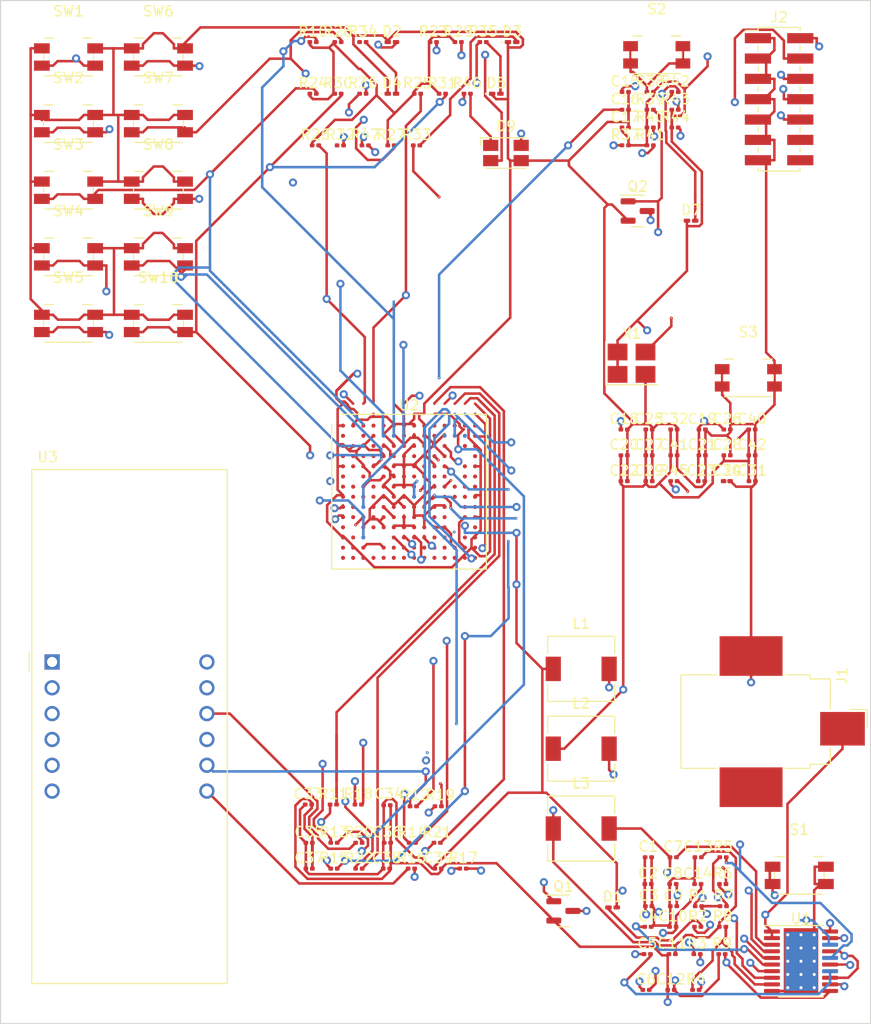
<source format=kicad_pcb>
(kicad_pcb (version 20221018) (generator pcbnew)
  (title_block (title "Alarm_FPGA") (date "2023-07-12") (rev "v0.3") (company "Hochschule Hamm-Lippstadt") (comment 1 "Ajay Paul"))
  (layers (0 "F.Cu" signal) (1 "In1.Cu" signal) (2 "In2.Cu" signal) (31 "B.Cu" signal) (34 "B.Paste" user) (35 "F.Paste" user) (36 "B.SilkS" user "B.Silkscreen") (37 "F.SilkS" user "F.Silkscreen") (38 "B.Mask" user) (39 "F.Mask" user) (44 "Edge.Cuts" user))
  (net 0 "")
  (net 1 "+12V")
  (net 2 "GND")
  (net 3 "Net-(U1-VREG5)")
  (net 4 "/power/SW3")
  (net 5 "Net-(U1-VBST3)")
  (net 6 "/power/SW2")
  (net 7 "Net-(U1-VBST2)")
  (net 8 "/power/SW1")
  (net 9 "Net-(U1-VBST1)")
  (net 10 "+3V3")
  (net 11 "+1V0")
  (net 12 "+1V8")
  (net 13 "Net-(U2E-VREFP_0)")
  (net 14 "Net-(D1-K)")
  (net 15 "Net-(D9-RA)")
  (net 16 "Net-(D2-A)")
  (net 17 "Net-(D9-BA)")
  (net 18 "Net-(D3-A)")
  (net 19 "Net-(D9-GA)")
  (net 20 "Net-(D4-A)")
  (net 21 "+3.3V")
  (net 22 "Net-(D5-A)")
  (net 23 "/FPGA_key/SW3_R")
  (net 24 "/FPGA_key/SW4_R")
  (net 25 "Net-(D7-A)")
  (net 27 "/FPGA_JTGA/JTAG_TMS")
  (net 28 "/FPGA_JTGA/JTAG_TCK")
  (net 29 "/FPGA_JTGA/JTAG_TDO")
  (net 30 "/FPGA_JTGA/JTAG_TDI")
  (net 33 "/power/PG00D")
  (net 34 "Net-(Q1-D)")
  (net 35 "/FPGA_JTGA/FPGA_DONE")
  (net 36 "Net-(Q2-D)")
  (net 37 "Net-(U1-EN1)")
  (net 38 "Net-(U1-VFB1)")
  (net 39 "Net-(U1-PGND1)")
  (net 40 "Net-(U1-VFB3)")
  (net 41 "Net-(U1-PGND3)")
  (net 42 "Net-(U1-VFB2)")
  (net 43 "Net-(U1-PGND2)")
  (net 44 "/FPGA_key/SW5_R")
  (net 45 "Net-(U3-CA4)")
  (net 46 "Net-(U2C-IO_L4N_T0_D05_14)")
  (net 47 "Net-(U3-CA3)")
  (net 48 "Net-(U2C-IO_L5P_T0_D06_14)")
  (net 49 "Net-(U3-CA2)")
  (net 50 "Net-(U2C-IO_L5N_T0_D07_14)")
  (net 51 "Net-(U3-CA1)")
  (net 52 "Net-(U2C-IO_L6P_T0_FCS_B_14)")
  (net 53 "Net-(U3-a)")
  (net 54 "Net-(U2C-IO_0_14)")
  (net 55 "Net-(U3-b)")
  (net 56 "Net-(U2C-IO_L1P_T0_D00_MOSI_14)")
  (net 57 "Net-(U3-c)")
  (net 58 "Net-(U2C-IO_L1N_T0_D01_DIN_14)")
  (net 59 "Net-(U3-d)")
  (net 60 "Net-(U2C-IO_L2P_T0_D02_14)")
  (net 61 "Net-(U3-e)")
  (net 62 "Net-(U2C-IO_L2N_T0_D03_14)")
  (net 63 "Net-(U3-f)")
  (net 64 "Net-(U2C-IO_L3P_T0_DQS_PUDC_B_14)")
  (net 65 "Net-(U3-g)")
  (net 66 "Net-(U2C-IO_L3N_T0_DQS_EMCCLK_14)")
  (net 67 "Net-(U3-DPX)")
  (net 68 "Net-(U2C-IO_L4P_T0_D04_14)")
  (net 69 "/FPGA_key/SW6_R")
  (net 70 "/FPGA_key/SW7_R")
  (net 71 "/FPGA_key/SW8_R")
  (net 72 "/FPGA_key/SW10_R")
  (net 73 "Net-(U2D-IO_L16P_T2_34)")
  (net 74 "Net-(U2D-IO_L16N_T2_34)")
  (net 75 "Net-(U2D-IO_L17P_T2_34)")
  (net 76 "Net-(U2D-IO_L17N_T2_34)")
  (net 77 "Net-(U2D-IO_L18N_T2_34)")
  (net 78 "/FPGA_JTGA/INIT_B")
  (net 79 "/FPGA_JTGA/PROGRAM_B")
  (net 80 "SYSRES")
  (net 81 "Net-(SW1-B)")
  (net 82 "Net-(SW2-B)")
  (net 83 "Net-(U2D-IO_L18P_T2_34)")
  (net 84 "Net-(U2D-IO_L19P_T3_34)")
  (net 85 "/FPGA_key/SW9_R")
  (net 115 "SYSCLK")
  (footprint "Capacitor_SMD:C_0201_0603Metric" (layer "F.Cu") (at 170.3536 125.2482)
    (fp_text reference "C5")
    (fp_text value "0.1 uF")
  )
  (footprint "Resistor_SMD:R_0201_0603Metric" (layer "F.Cu") (at 141.8964 110.54)
    (fp_text reference "R18")
    (fp_text value "330")
  )
  (footprint "Button_Switch_SMD:Panasonic_EVQPUL_EVQPUC" (layer "F.Cu") (at 113.375 43.58)
    (fp_text reference "SW2")
    (fp_text value "SW_Push_close")
  )
  (footprint "Capacitor_SMD:C_0201_0603Metric" (layer "F.Cu") (at 137.0614 114.3)
    (fp_text reference "C35")
    (fp_text value "4.7uF")
  )
  (footprint "Capacitor_SMD:C_0201_0603Metric" (layer "F.Cu") (at 172.9103 115.7257)
    (fp_text reference "C7")
    (fp_text value "1 uF")
  )
  (footprint "LED_SMD:LED_0201_0603Metric_Pad0.64x0.40mm_HandSolder" (layer "F.Cu") (at 145.2125 35.56)
    (fp_text reference "D2")
    (fp_text value "LED")
  )
  (footprint "Capacitor_SMD:C_0201_0603Metric" (layer "F.Cu") (at 149.7614 116.84)
    (fp_text reference "C39")
    (fp_text value "0.47uF")
  )
  (footprint "Resistor_SMD:R_0201_0603Metric" (layer "F.Cu") (at 147.1314 116.84)
    (fp_text reference "R16")
    (fp_text value "330")
  )
  (footprint "Capacitor_SMD:C_0201_0603Metric" (layer "F.Cu") (at 168.1864 43.9648)
    (fp_text reference "C17")
    (fp_text value "47uF")
  )
  (footprint "Resistor_SMD:R_0201_0603Metric" (layer "F.Cu") (at 170.6364 42.2148)
    (fp_text reference "R39")
    (fp_text value "330")
  )
  (footprint "Capacitor_SMD:C_0201_0603Metric" (layer "F.Cu") (at 170.4298 118.3599)
    (fp_text reference "C2")
    (fp_text value "10 uF")
  )
  (footprint "Capacitor_SMD:C_0201_0603Metric" (layer "F.Cu") (at 175.76 73.66)
    (fp_text reference "C19")
    (fp_text value "4.7 uF")
  )
  (footprint "Capacitor_SMD:C_0201_0603Metric" (layer "F.Cu") (at 168.075 76.2)
    (fp_text reference "C20")
    (fp_text value "47 uF")
  )
  (footprint "Capacitor_SMD:C_0201_0603Metric" (layer "F.Cu") (at 172.8036 125.2482)
    (fp_text reference "C11")
    (fp_text value "22 uF")
  )
  (footprint "Resistor_SMD:R_0201_0603Metric" (layer "F.Cu") (at 145.125 45.72)
    (fp_text reference "R27")
    (fp_text value "330")
  )
  (footprint "Connector_BarrelJack:BarrelJack_CUI_PJ-036AH-SMT_Horizontal" (layer "F.Cu") (at 183.7751 102.3874 -90)
    (fp_text reference "J1")
    (fp_text value "Barrel_Jack_Switch")
  )
  (footprint "Capacitor_SMD:C_0201_0603Metric" (layer "F.Cu") (at 180.66 76.2)
    (fp_text reference "C42")
    (fp_text value "100 uF")
  )
  (footprint "Package_SO:HTSSOP-20-1EP_4.4x6.5mm_P0.65mm_EP3.4x6.5mm_Mask2.75x3.43mm_ThermalVias" (layer "F.Cu") (at 185.4891 125.9506)
    (fp_text reference "U1")
    (fp_text value "TPS65581")
  )
  (footprint "Button_Switch_SMD:Panasonic_EVQPUL_EVQPUC" (layer "F.Cu") (at 113.375 50.13)
    (fp_text reference "SW3")
    (fp_text value "SW_Push_close")
  )
  (footprint "LED_SMD:LED_0201_0603Metric_Pad0.64x0.40mm_HandSolder" (layer "F.Cu") (at 155.49 40.64)
    (fp_text reference "D5")
    (fp_text value "LED")
  )
  (footprint "Capacitor_SMD:C_0201_0603Metric" (layer "F.Cu") (at 172.8691 122.5649)
    (fp_text reference "C10")
    (fp_text value "22 uF")
  )
  (footprint "Button_Switch_SMD:Panasonic_EVQPUL_EVQPUC" (layer "F.Cu") (at 185.3169 117.507)
    (fp_text reference "S1")
    (fp_text value "B3FS_1010P")
  )
  (footprint "Resistor_SMD:R_0201_0603Metric" (layer "F.Cu") (at 177.7036 125.2482)
    (fp_text reference "R9")
    (fp_text value "680")
  )
  (footprint "Capacitor_SMD:C_0201_0603Metric" (layer "F.Cu") (at 170.525 76.2)
    (fp_text reference "C27")
    (fp_text value "0.47 uF")
  )
  (footprint "Capacitor_SMD:C_0201_0603Metric" (layer "F.Cu") (at 178.21 76.2)
    (fp_text reference "C28")
    (fp_text value "0.47 uF")
  )
  (footprint "Resistor_SMD:R_0201_0603Metric" (layer "F.Cu") (at 170.6364 43.9648)
    (fp_text reference "R40")
    (fp_text value "10K")
  )
  (footprint "Button_Switch_SMD:Panasonic_EVQPUL_EVQPUC" (layer "F.Cu") (at 122.225 50.13)
    (fp_text reference "SW8")
    (fp_text value "SW_Push_close")
  )
  (footprint "Resistor_SMD:R_0201_0603Metric" (layer "F.Cu") (at 147.64 45.72)
    (fp_text reference "R33")
    (fp_text value "330")
  )
  (footprint "Capacitor_SMD:C_0201_0603Metric" (layer "F.Cu") (at 144.7255 110.6038)
    (fp_text reference "C34")
    (fp_text value "4.7uF")
  )
  (footprint "Capacitor_SMD:C_0201_0603Metric" (layer "F.Cu") (at 168.075 73.66)
    (fp_text reference "C18")
    (fp_text value "47 uF")
  )
  (footprint "Resistor_SMD:R_0201_0603Metric" (layer "F.Cu") (at 139.5114 116.84)
    (fp_text reference "R15")
    (fp_text value "330")
  )
  (footprint "Resistor_SMD:R_0201_0603Metric" (layer "F.Cu") (at 139.4464 110.54)
    (fp_text reference "R11")
    (fp_text value "330")
  )
  (footprint "Resistor_SMD:R_0201_0603Metric" (layer "F.Cu") (at 173.0864 42.2148)
    (fp_text reference "R43")
    (fp_text value "10K")
  )
  (footprint "Capacitor_SMD:C_0201_0603Metric" (layer "F.Cu") (at 175.3603 115.7257)
    (fp_text reference "C13")
    (fp_text value "22 uF")
  )
  (footprint "Resistor_SMD:R_0201_0603Metric" (layer "F.Cu") (at 137.4525 35.56)
    (fp_text reference "R10")
    (fp_text value "330")
  )
  (footprint "Capacitor_SMD:C_0201_0603Metric" (layer "F.Cu") (at 178.235 78.74)
    (fp_text reference "C24")
    (fp_text value "0.1 uF")
  )
  (footprint "Resistor_SMD:R_0201_0603Metric" (layer "F.Cu") (at 139.5114 114.3)
    (fp_text reference "R13")
    (fp_text value "330")
  )
  (footprint "Package_TO_SOT_SMD:SOT-23" (layer "F.Cu") (at 162.0903 121.0015)
    (fp_text reference "Q1")
    (fp_text value "DMN2041L")
  )
  (footprint "Resistor_SMD:R_0201_0603Metric" (layer "F.Cu") (at 149.2875 35.56)
    (fp_text reference "R23")
    (fp_text value "330")
  )
  (footprint "Button_Switch_SMD:Panasonic_EVQPUL_EVQPUC" (layer "F.Cu") (at 113.375 37.03)
    (fp_text reference "SW1")
    (fp_text value "SW_Push_Close")
  )
  (footprint "Capacitor_SMD:C_0201_0603Metric" (layer "F.Cu") (at 170.2348 128.7699)
    (fp_text reference "C6")
    (fp_text value "0.1 uF")
  )
  (footprint "Capacitor_SMD:C_0201_0603Metric" (layer "F.Cu") (at 170.525 73.66)
    (fp_text reference "C25")
    (fp_text value "0.47 uF")
  )
  (footprint "Resistor_SMD:R_0201_0603Metric" (layer "F.Cu") (at 152.63 40.64)
    (fp_text reference "R46")
    (fp_text value "330")
  )
  (footprint "Capacitor_SMD:C_0201_0603Metric" (layer "F.Cu") (at 178.145 78.74)
    (fp_text reference "C30")
    (fp_text value "0.47 uF")
  )
  (footprint "Button_Switch_SMD:Panasonic_EVQPUK_EVQPUB" (layer "F.Cu") (at 180.305 68.58)
    (fp_text reference "S3")
    (fp_text value "B3FS_1010P")
  )
  (footprint "Resistor_SMD:R_0201_0603Metric" (layer "F.Cu") (at 142.3525 40.64)
    (fp_text reference "R36")
    (fp_text value "330")
  )
  (footprint "Capacitor_SMD:C_0201_0603Metric" (layer "F.Cu") (at 144.7714 114.3)
    (fp_text reference "C36")
    (fp_text value "0.47uF")
  )
  (footprint "Oscillator:Oscillator_SMD_Abracon_ASE-4Pin_3.2x2.5mm_HandSoldering" (layer "F.Cu") (at 168.805 67.14)
    (fp_text reference "X1")
    (fp_text value "DSC61XX")
  )
  (footprint "Resistor_SMD:R_0201_0603Metric" (layer "F.Cu") (at 147.73 40.64)
    (fp_text reference "R25")
    (fp_text value "330")
  )
  (footprint "Display_7Segment:CA56-12CGKWA" (layer "F.Cu") (at 111.76 96.52)
    (fp_text reference "U3")
    (fp_text value "CA56-12CGKWA")
  )
  (footprint "Resistor_SMD:R_0201_0603Metric" (layer "F.Cu") (at 175.2536 125.2482)
    (fp_text reference "R3")
    (fp_text value "100K")
  )
  (footprint "Resistor_SMD:R_0201_0603Metric" (layer "F.Cu") (at 149.77 110.7128)
    (fp_text reference "R19")
    (fp_text value "330")
  )
  (footprint "Capacitor_SMD:C_0201_0603Metric" (layer "F.Cu") (at 170.4191 122.5649)
    (fp_text reference "C4")
    (fp_text value "1 uF")
  )
  (footprint "Button_Switch_SMD:Panasonic_EVQPUL_EVQPUC" (layer "F.Cu") (at 122.225 56.68)
    (fp_text reference "SW9")
    (fp_text value "SW_Push_close")
  )
  (footprint "Resistor_SMD:R_0201_0603Metric" (layer "F.Cu") (at 177.8103 115.7257)
    (fp_text reference "R5")
    (fp_text value "2.2K")
  )
  (footprint "LED_SMD:LED_0201_0603Metric_Pad0.64x0.40mm_HandSolder" (layer "F.Cu") (at 166.9425 120.6614)
    (fp_text reference "D1")
    (fp_text value "LED")
  )
  (footprint "Button_Switch_SMD:Panasonic_EVQPUL_EVQPUC" (layer "F.Cu") (at 122.225 63.23)
    (fp_text reference "SW10")
    (fp_text value "SW_Push_close")
  )
  (footprint "LED_SMD:LED_0201_0603Metric_Pad0.64x0.40mm_HandSolder" (layer "F.Cu") (at 157.0475 35.56)
    (fp_text reference "D3")
    (fp_text value "LED")
  )
  (footprint "Capacitor_SMD:C_0201_0603Metric" (layer "F.Cu") (at 180.66 73.66)
    (fp_text reference "C40")
    (fp_text value "4.7 uF")
  )
  (footprint "LED_SMD:LED_0201_0603Metric_Pad0.64x0.40mm_HandSolder" (layer "F.Cu") (at 174.6689 53.1248)
    (fp_text reference "D7")
    (fp_text value "LED")
  )
  (footprint "Button_Switch_SMD:Panasonic_EVQPUL_EVQPUC" (layer "F.Cu") (at 113.375 56.68)
    (fp_text reference "SW4")
    (fp_text value "SW_Push_close")
  )
  (footprint "Resistor_SMD:R_0201_0603Metric" (layer "F.Cu") (at 173.0864 43.9648)
    (fp_text reference "R44")
    (fp_text value "10K")
  )
  (footprint "Capacitor_SMD:C_0201_0603Metric" (layer "F.Cu") (at 168.1864 42.2148)
    (fp_text reference "C16")
    (fp_text value "0.1 uF")
  )
  (footprint "Resistor_SMD:R_0201_0603Metric" (layer "F.Cu") (at 177.7691 122.5649)
    (fp_text reference "R8")
    (fp_text value "3.0K")
  )
  (footprint "Button_Switch_SMD:Panasonic_EVQPUL_EVQPUC" (layer "F.Cu") (at 113.375 63.23)
    (fp_text reference "SW5")
    (fp_text value "SW_Push_close")
  )
  (footprint "Resistor_SMD:R_0201_0603Metric" (layer "F.Cu") (at 177.8388 120.536)
    (fp_text reference "R7")
    (fp_text value "7.36K")
  )
  (footprint "Resistor_SMD:R_0201_0603Metric" (layer "F.Cu") (at 137.685 45.72)
    (fp_text reference "R26")
    (fp_text value "330")
  )
  (footprint "Button_Switch_SMD:Panasonic_EVQPUL_EVQPUC" (layer "F.Cu") (at 122.225 37.03)
    (fp_text reference "SW6")
    (fp_text value "SW_Push_close")
  )
  (footprint "Capacitor_SMD:C_0201_0603Metric" (layer "F.Cu") (at 144.6814 116.84)
    (fp_text reference "C38")
    (fp_text value "0.47uF")
  )
  (footprint "Resistor_SMD:R_0201_0603Metric" (layer "F.Cu") (at 147.32 110.7128)
    (fp_text reference "R12")
    (fp_text value "330")
  )
  (footprint "Capacitor_SMD:C_0201_0603Metric" (layer "F.Cu") (at 172.975 76.2)
    (fp_text reference "C41")
    (fp_text value "4.7 uF")
  )
  (footprint "Capacitor_SMD:C_0201_0603Metric" (layer "F.Cu") (at 175.695 78.74)
    (fp_text reference "C23")
    (fp_text value "0.47 uF")
  )
  (footprint "Capacitor_SMD:C_0201_0603Metric" (layer "F.Cu") (at 175.3298 118.3599)
    (fp_text reference "C14")
    (fp_text value "22 uF")
  )
  (footprint "Capacitor_SMD:C_0201_0603Metric" (layer "F.Cu") (at 180.685 78.74)
    (fp_text reference "C31")
    (fp_text value "0.47 uF")
  )
  (footprint "Resistor_SMD:R_0201_0603Metric" (layer "F.Cu") (at 137.4525 40.64)
    (fp_text reference "R24")
    (fp_text value "330")
  )
  (footprint "Resistor_SMD:R_0201_0603Metric" (layer "F.Cu") (at 139.9025 35.56)
    (fp_text reference "R28")
    (fp_text value "330")
  )
  (footprint "Capacitor_SMD:C_0201_0603Metric" (layer "F.Cu") (at 137.0614 116.84)
    (fp_text reference "C37")
    (fp_text value "0.47uF")
  )
  (footprint "Button_Switch_SMD:Panasonic_EVQPUL_EVQPUC" (layer "F.Cu") (at 122.225 43.58)
    (fp_text reference "SW7")
    (fp_text value "SW_Push_close")
  )
  (footprint "Resistor_SMD:R_0201_0603Metric" (layer "F.Cu") (at 152.2114 116.84)
    (fp_text reference "R17")
    (fp_text value "330")
  )
  (footprint "Inductor_SMD:L_6.3x6.3_H3" (layer "F.Cu") (at 163.85 105.05)
    (fp_text reference "L2")
    (fp_text value "2.2 uH")
  )
  (footprint "Capacitor_SMD:C_0201_0603Metric" (layer "F.Cu") (at 170.4888 120.536)
    (fp_text reference "C3")
    (fp_text value "C5")
  )
  (footprint "Resistor_SMD:R_0201_0603Metric" (layer "F.Cu") (at 175.3191 122.5649)
    (fp_text reference "R2")
    (fp_text value "100K")
  )
  (footprint "Resistor_SMD:R_0201_0603Metric" (layer "F.Cu") (at 141.9614 114.3)
    (fp_text reference "R20")
    (fp_text value "330")
  )
  (footprint "Inductor_SMD:L_6.3x6.3_H3" (layer "F.Cu") (at 163.85 97.2)
    (fp_text reference "L1")
    (fp_text value "2.2 uH")
  )
  (footprint "Capacitor_SMD:C_0201_0603Metric" (layer "F.Cu") (at 170.525 78.74)
    (fp_text reference "C29")
    (fp_text value "0.47 uF")
  )
  (footprint "Capacitor_SMD:C_0201_0603Metric" (layer "F.Cu") (at 170.4603 115.7257)
    (fp_text reference "C1")
    (fp_text value "10 uF")
  )
  (footprint "Resistor_SMD:R_0201_0603Metric" (layer "F.Cu") (at 142.585 45.72)
    (fp_text reference "R47")
    (fp_text value "330")
  )
  (footprint "LED_SMD:LED_Avago_PLCC4_3.2x2.8mm_CW" (layer "F.Cu") (at 156.44 46.47)
    (fp_text reference "D9")
    (fp_text value "LED_RBKG")
  )
  (footprint "Resistor_SMD:R_0201_0603Metric" (layer "F.Cu") (at 139.9025 40.64)
    (fp_text reference "R30")
    (fp_text value "330")
  )
  (footprint "Resistor_SMD:R_0201_0603Metric" (layer "F.Cu") (at 149.6714 114.3)
    (fp_text reference "R21")
    (fp_text value "330")
  )
  (footprint "Capacitor_SMD:C_0201_0603Metric" (layer "F.Cu") (at 178.21 73.66)
    (fp_text reference "C26")
    (fp_text value "0.47 uF")
  )
  (footprint "Resistor_SMD:R_0201_0603Metric" (layer "F.Cu") (at 170.6364 45.7148)
    (fp_text reference "R41")
    (fp_text value "10K")
  )
  (footprint "Inductor_SMD:L_6.3x6.3_H3" (layer "F.Cu") (at 163.85 112.9)
    (fp_text reference "L3")
    (fp_text value "2.2 uH")
  )
  (footprint "Resistor_SMD:R_0201_0603Metric" (layer "F.Cu") (at 141.9614 116.84)
    (fp_text reference "R22")
    (fp_text value "330")
  )
  (footprint "Resistor_SMD:R_0201_0603Metric" (layer "F.Cu") (at 154.1875 35.56)
    (fp_text reference "R35")
    (fp_text value "330")
  )
  (footprint "Capacitor_SMD:C_0201_0603Metric" (layer "F.Cu") (at 168.075 78.74)
    (fp_text reference "C22")
    (fp_text value "4.7 uF")
  )
  (footprint "LED_SMD:LED_0201_0603Metric_Pad0.64x0.40mm_HandSolder" (layer "F.Cu") (at 145.2125 40.64)
    (fp_text reference "D4")
    (fp_text value "LED")
  )
  (footprint "Resistor_SMD:R_0201_0603Metric" (layer "F.Cu") (at 150.18 40.64)
    (fp_text reference "R31")
    (fp_text value "330")
  )
  (footprint "Resistor_SMD:R_0201_0603Metric" (layer "F.Cu") (at 147.2214 114.3)
    (fp_text reference "R14")
    (fp_text value "330")
  )
  (footprint "Resistor_SMD:R_0201_0603Metric" (layer "F.Cu") (at 172.975 78.74)
    (fp_text reference "R45")
    (fp_text value "4.75K")
  )
  (footprint "Resistor_SMD:R_0201_0603Metric" (layer "F.Cu") (at 175.3888 120.536)
    (fp_text reference "R1")
    (fp_text value "100K")
  )
  (footprint "Capacitor_SMD:C_0201_0603Metric" (layer "F.Cu") (at 172.9388 120.536)
    (fp_text reference "C9")
    (fp_text value "22 uF")
  )
  (footprint "Capacitor_SMD:C_0201_0603Metric" (layer "F.Cu") (at 136.9964 110.54)
    (fp_text reference "C33")
    (fp_text value "47uF")
  )
  (footprint "Resistor_SMD:R_0201_0603Metric" (layer "F.Cu") (at 173.0864 40.4648)
    (fp_text reference "R42")
    (fp_text value "680")
  )
  (footprint "Capacitor_SMD:C_0201_0603Metric" (layer "F.Cu") (at 168.1864 40.4648)
    (fp_text reference "C15")
    (fp_text value "0.1 uF")
  )
  (footprint "Resistor_SMD:R_0201_0603Metric" (layer "F.Cu") (at 140.135 45.72)
    (fp_text reference "R32")
    (fp_text value "330")
  )
  (footprint "Resistor_SMD:R_0201_0603Metric" (layer "F.Cu") (at 177.7798 118.3599)
    (fp_text reference "R6")
    (fp_text value "2.2K")
  )
  (footprint "Package_TO_SOT_SMD:SOT-23" (layer "F.Cu") (at 169.4064 52.1748)
    (fp_text reference "Q2")
    (fp_text value "DMN2041L")
  )
  (footprint "Capacitor_SMD:C_0201_0603Metric" (layer "F.Cu") (at 172.6848 128.7699)
    (fp_text reference "C12")
    (fp_text value "22 uF")
  )
  (footprint "Resistor_SMD:R_0201_0603Metric" (layer "F.Cu") (at 170.6364 40.4648)
    (fp_text reference "R38")
    (fp_text value "4.75K")
  )
  (footprint "Resistor_SMD:R_0201_0603Metric" (layer "F.Cu") (at 168.1864 45.7148)
    (fp_text reference "R37")
    (fp_text value "4.75K")
  )
  (footprint "Button_Switch_SMD:Panasonic_EVQPUK_EVQPUB" (layer "F.Cu") (at 171.2864 36.8148)
    (fp_text reference "S2")
    (fp_text value "CFG_RESET")
  )
  (footprint "Package_BGA:Xilinx_FTGB196" (layer "F.Cu") (at 146.9 79.78)
    (fp_text reference "U2")
    (fp_text value "XC7S50-FTGB196")
  )
  (footprint "Capacitor_SMD:C_0201_0603Metric" (layer "F.Cu") (at 172.8798 118.3599)
    (fp_text reference "C8")
    (fp_text value "22 uF")
  )
  (footprint "Resistor_SMD:R_0201_0603Metric" (layer "F.Cu") (at 175.1348 128.7699)
    (fp_text reference "R4")
    (fp_text value "2.2K")
  )
  (footprint "Resistor_SMD:R_0201_0603Metric" (layer "F.Cu") (at 142.3525 35.56)
    (fp_text reference "R34")
    (fp_text value "330")
  )
  (footprint "Resistor_SMD:R_0201_0603Metric" (layer "F.Cu") (at 151.7375 35.56)
    (fp_text reference "R29")
    (fp_text value "330")
  )
  (footprint "Capacitor_SMD:C_0201_0603Metric" (layer "F.Cu") (at 172.975 73.66)
    (fp_text reference "C32")
    (fp_text value "4.7 uF")
  )
  (footprint "Capacitor_SMD:C_0201_0603Metric" (layer "F.Cu") (at 175.76 76.2)
    (fp_text reference "C21")
    (fp_text value "0.47 uF")
  )
  (footprint "Connector_PinHeader_2.00mm:PinHeader_2x07_P2.00mm_Vertical_SMD" (layer "F.Cu") (at 183.335 41.18)
    (fp_text reference "J2")
    (fp_text value "XILINX_JTAG")
  )
  (gr_rect (start 106.68 31.47381) (end 192.340025 132.08) (stroke (width 0.1)) (fill none) (layer "Edge.Cuts"))
  (segment (start 170.1688 120.5358) (end 170.1688 120.536) (width 0.25) (layer "F.Cu") (net 1))
  (segment (start 170.11 118.3595) (end 170.1098 118.3597) (width 0.25) (layer "F.Cu") (net 1))
  (segment (start 170.11 118.359) (end 170.11 118.3595) (width 0.25) (layer "F.Cu") (net 1))
  (segment (start 181.976 121.373) (end 182.051 121.373) (width 0.25) (layer "F.Cu") (net 1))
  (segment (start 182.051 121.373) (end 184.157 119.267) (width 0.25) (layer "F.Cu") (net 1))
  (segment (start 170.11 118.3595) (end 170.11 118.36) (width 0.25) (layer "F.Cu") (net 1))
  (segment (start 170.11 118.357) (end 170.11 118.358) (width 0.25) (layer "F.Cu") (net 1))
  (segment (start 170.11 118.359) (end 170.11 118.3595) (width 0.25) (layer "F.Cu") (net 1))
  (segment (start 170.11 118.358) (end 170.11 118.359) (width 0.25) (layer "F.Cu") (net 1))
  (segment (start 170.11 118.358) (end 170.11 118.359) (width 0.25) (layer "F.Cu") (net 1))
  (segment (start 189.5751 103.0874) (end 189.575 103.0875) (width 0.25) (layer "F.Cu") (net 1))
  (segment (start 170.11 118.358) (end 170.11 118.359) (width 0.25) (layer "F.Cu") (net 1))
  (segment (start 170.11 118.312) (end 170.11 118.336) (width 0.25) (layer "F.Cu") (net 1))
  (segment (start 170.11 118.249) (end 170.11 118.264) (width 0.25) (layer "F.Cu") (net 1))
  (segment (start 182.6266 123.0256) (end 181.976 122.375) (width 0.25) (layer "F.Cu") (net 1))
  (segment (start 182.627 123.6756) (end 182.627 123.026) (width 0.25) (layer "F.Cu") (net 1))
  (segment (start 170.249 121.345) (end 170.169 121.265) (width 0.25) (layer "F.Cu") (net 1))
  (segment (start 170.11 118.358) (end 170.11 118.359) (width 0.25) (layer "F.Cu") (net 1))
  (segment (start 170.1403 115.7257) (end 170.14 115.726) (width 0.25) (layer "F.Cu") (net 1))
  (segment (start 170.11 115.756) (end 170.11 118.249) (width 0.25) (layer "F.Cu") (net 1))
  (segment (start 175.574 125.248) (end 175.574 125.2482) (width 0.25) (layer "F.Cu") (net 1))
  (segment (start 170.11 118.249) (end 170.11 118.264) (width 0.25) (layer "F.Cu") (net 1))
  (segment (start 170.11 118.3595) (end 170.11 118.36) (width 0.25) (layer "F.Cu") (net 1))
  (segment (start 170.1688 120.5358) (end 170.11 120.477) (width 0.25) (layer "F.Cu") (net 1))
  (segment (start 170.11 118.354) (end 170.11 118.357) (width 0.25) (layer "F.Cu") (net 1))
  (segment (start 170.169 121.265) (end 170.169 120.536) (width 0.25) (layer "F.Cu") (net 1))
  (segment (start 170.11 118.358) (end 170.11 118.359) (width 0.25) (layer "F.Cu") (net 1))
  (segment (start 170.11 118.3595) (end 170.11 118.36) (width 0.25) (layer "F.Cu") (net 1))
  (segment (start 170.11 118.354) (end 170.11 118.357) (width 0.25) (layer "F.Cu") (net 1))
  (segment (start 170.11 118.354) (end 170.11 118.357) (width 0.25) (layer "F.Cu") (net 1))
  (segment (start 170.11 118.359) (end 170.11 118.3595) (width 0.25) (layer "F.Cu") (net 1))
  (segment (start 170.1098 118.3597) (end 170.1098 118.3599) (width 0.25) (layer "F.Cu") (net 1))
  (segment (start 170.11 118.359) (end 170.11 118.3595) (width 0.25) (layer "F.Cu") (net 1))
  (segment (start 170.11 118.3595) (end 170.11 118.36) (width 0.25) (layer "F.Cu") (net 1))
  (segment (start 181.976 122.375) (end 181.976 121.373) (width 0.25) (layer "F.Cu") (net 1))
  (segment (start 170.11 118.336) (end 170.11 118.348) (width 0.25) (layer "F.Cu") (net 1))
  (segment (start 170.11 118.264) (end 170.11 118.312) (width 0.25) (layer "F.Cu") (net 1))
  (segment (start 170.11 118.348) (end 170.11 118.354) (width 0.25) (layer "F.Cu") (net 1))
  (segment (start 182.627 123.676) (end 182.627 123.6756) (width 0.25) (layer "F.Cu") (net 1))
  (segment (start 175.5736 125.2482) (end 175.574 125.2482) (width 0.25) (layer "F.Cu") (net 1))
  (segment (start 182.6266 123.6756) (end 182.627 123.6756) (width 0.25) (layer "F.Cu") (net 1))
  (segment (start 170.11 118.357) (end 170.11 118.358) (width 0.25) (layer "F.Cu") (net 1))
  (segment (start 170.11 118.348) (end 170.11 118.354) (width 0.25) (layer "F.Cu") (net 1))
  (segment (start 184.157 119.267) (end 184.157 110.483) (width 0.25) (layer "F.Cu") (net 1))
  (segment (start 170.11 118.3595) (end 170.11 118.36) (width 0.25) (layer "F.Cu") (net 1))
  (segment (start 170.11 118.359) (end 170.11 118.3595) (width 0.25) (layer "F.Cu") (net 1))
  (segment (start 170.11 118.348) (end 170.11 118.354) (width 0.25) (layer "F.Cu") (net 1))
  (segment (start 170.11 118.357) (end 170.11 118.358) (width 0.25) (layer "F.Cu") (net 1))
  (segment (start 170.11 118.354) (end 170.11 118.357) (width 0.25) (layer "F.Cu") (net 1))
  (segment (start 184.157 110.483) (end 189.575 105.064) (width 0.25) (layer "F.Cu") (net 1))
  (segment (start 170.11 118.312) (end 170.11 118.336) (width 0.25) (layer "F.Cu") (net 1))
  (segment (start 170.11 118.336) (end 170.11 118.348) (width 0.25) (layer "F.Cu") (net 1))
  (segment (start 170.14 115.726) (end 170.11 115.756) (width 0.25) (layer "F.Cu") (net 1))
  (segment (start 170.11 118.358) (end 170.11 118.359) (width 0.25) (layer "F.Cu") (net 1))
  (segment (start 170.11 118.3595) (end 170.11 118.36) (width 0.25) (layer "F.Cu") (net 1))
  (segment (start 170.11 118.354) (end 170.11 118.357) (width 0.25) (layer "F.Cu") (net 1))
  (segment (start 170.11 118.359) (end 170.11 118.3595) (width 0.25) (layer "F.Cu") (net 1))
  (segment (start 170.11 118.336) (end 170.11 118.348) (width 0.25) (layer "F.Cu") (net 1))
  (segment (start 170.169 120.536) (end 170.1688 120.5358) (width 0.25) (layer "F.Cu") (net 1))
  (segment (start 189.575 105.064) (end 189.575 104.076) (width 0.25) (layer "F.Cu") (net 1))
  (segment (start 170.11 120.477) (end 170.11 118.36) (width 0.25) (layer "F.Cu") (net 1))
  (segment (start 170.11 118.357) (end 170.11 118.358) (width 0.25) (layer "F.Cu") (net 1))
  (segment (start 175.574 125.2482) (end 175.574 126.056) (width 0.25) (layer "F.Cu") (net 1))
  (segment (start 170.11 118.359) (end 170.11 118.3595) (width 0.25) (layer "F.Cu") (net 1))
  (segment (start 170.11 118.358) (end 170.11 118.359) (width 0.25) (layer "F.Cu") (net 1))
  (segment (start 170.11 118.3595) (end 170.11 118.36) (width 0.25) (layer "F.Cu") (net 1))
  (segment (start 170.11 118.357) (end 170.11 118.358) (width 0.25) (layer "F.Cu") (net 1))
  (segment (start 170.11 118.357) (end 170.11 118.358) (width 0.25) (layer "F.Cu") (net 1))
  (segment (start 189.575 103.0875) (end 189.575 104.076) (width 0.25) (layer "F.Cu") (net 1))
  (segment (start 170.11 118.348) (end 170.11 118.354) (width 0.25) (layer "F.Cu") (net 1))
  (segment (start 182.627 123.026) (end 182.6266 123.0256) (width 0.25) (layer "F.Cu") (net 1))
  (via (at 170.249 121.345) (size 0.8) (drill 0.4) (layers "F.Cu" "B.Cu") (net 1))
  (via (at 181.976 121.373) (size 0.8) (drill 0.4) (layers "F.Cu" "B.Cu") (net 1))
  (via (at 175.574 126.056) (size 0.8) (drill 0.4) (layers "F.Cu" "B.Cu") (net 1))
  (segment (start 175.04 117.767) (end 175.04 115.726) (width 0.25) (layer "F.Cu") (net 2))
  (segment (start 170.7803 115.7257) (end 170.78 115.726) (width 0.25) (layer "F.Cu") (net 2))
  (segment (start 182.416 118.357) (end 182.6919 118.357) (width 0.25) (layer "F.Cu") (net 2))
  (segment (start 186.789 122.104) (end 186.789 122.52) (width 0.25) (layer "F.Cu") (net 2))
  (segment (start 144.029 78.6509) (end 144.4 78.28) (width 0.25) (layer "F.Cu") (net 2))
  (segment (start 123.748 35.7793) (end 123.748 36.18) (width 0.25) (layer "F.Cu") (net 2))
  (segment (start 181.25 47.18) (end 182.058 47.18) (width 0.25) (layer "F.Cu") (net 2))
  (segment (start 172.365 125.367) (end 172.4836 125.2484) (width 0.25) (layer "F.Cu") (net 2))
  (segment (start 162.638 47.22) (end 157.94 47.22) (width 0.25) (layer "F.Cu") (net 2))
  (segment (start 170.958 73.5473) (end 170.845 73.66) (width 0.25) (layer "F.Cu") (net 2))
  (segment (start 121.176 43.2036) (end 123.274 43.2036) (width 0.25) (layer "F.Cu") (net 2))
  (segment (start 145.0458 110.6038) (end 145.046 110.604) (width 0.25) (layer "F.Cu") (net 2))
  (segment (start 172.365 128.876) (end 172.365 128.77) (width 0.25) (layer "F.Cu") (net 2))
  (segment (start 145.0914 114.3) (end 145.091 114.3) (width 0.25) (layer "F.Cu") (net 2))
  (segment (start 181.005 78.9727) (end 180.694 79.284) (width 0.25) (layer "F.Cu") (net 2))
  (segment (start 137.381 116.205) (end 137.3814 116.2054) (width 0.25) (layer "F.Cu") (net 2))
  (segment (start 147.4 75.28) (end 147.32 75.2) (width 0.25) (layer "F.Cu") (net 2))
  (segment (start 139.748 69.8941) (end 139.748 69.8434) (width 0.25) (layer "F.Cu") (net 2))
  (segment (start 173.295 73.66) (end 173.295 76.2) (width 0.25) (layer "F.Cu") (net 2))
  (segment (start 168.506 43.4179) (end 168.506 42.6796) (width 0.25) (layer "F.Cu") (net 2))
  (segment (start 145.091 116.75) (end 145.001 116.84) (width 0.25) (layer "F.Cu") (net 2))
  (segment (start 122.663 34.6945) (end 123.748 35.7793) (width 0.25) (layer "F.Cu") (net 2))
  (segment (start 178.564 78.7485) (end 178.555 78.74) (width 0.25) (layer "F.Cu") (net 2))
  (segment (start 182.867 45.18) (end 182.058 45.18) (width 0.25) (layer "F.Cu") (net 2))
  (segment (start 180.575 95.1378) (end 180.575 94.3383) (width 0.25) (layer "F.Cu") (net 2))
  (segment (start 137.381 114.297) (end 137.381 114.3) (width 0.25) (layer "F.Cu") (net 2))
  (segment (start 178.53 76.2) (end 178.53 74.5958) (width 0.25) (layer "F.Cu") (net 2))
  (segment (start 178.53 71.0569) (end 178.53 73.1234) (width 0.25) (layer "F.Cu") (net 2))
  (segment (start 117.852 62.38) (end 119.6 62.38) (width 0.25) (layer "F.Cu") (net 2))
  (segment (start 143.029 78.6509) (end 144.029 78.6509) (width 0.25) (layer "F.Cu") (net 2))
  (segment (start 175.01 118.36) (end 175.01 118.3599) (width 0.25) (layer "F.Cu") (net 2))
  (segment (start 175.01 118.3599) (end 175.01 117.798) (width 0.25) (layer "F.Cu") (net 2))
  (segment (start 176.08 73.66) (end 176.08 76.2) (width 0.25) (layer "F.Cu") (net 2))
  (segment (start 148.4 80.12) (end 148.927 79.5931) (width 0.25) (layer "F.Cu") (net 2))
  (segment (start 181.25 39.18) (end 182.058 39.18) (width 0.25) (layer "F.Cu") (net 2))
  (segment (start 182.867 41.18) (end 182.867 42.3716) (width 0.25) (layer "F.Cu") (net 2))
  (segment (start 137.316 110.893) (end 136.619 111.59) (width 0.25) (layer "F.Cu") (net 2))
  (segment (start 144.32 80.2) (end 144.4 80.12) (width 0.25) (layer "F.Cu") (net 2))
  (segment (start 110.75 49.28) (end 109.65 49.28) (width 0.25) (layer "F.Cu") (net 2))
  (segment (start 145.091 114.174) (end 145.091 114.3) (width 0.25) (layer "F.Cu") (net 2))
  (segment (start 121.771 47.797) (end 122.678 47.797) (width 0.25) (layer "F.Cu") (net 2))
  (segment (start 150.61 116.312) (end 155.513 116.312) (width 0.25) (layer "F.Cu") (net 2))
  (segment (start 186.789 122.728) (end 186.789 122.936) (width 0.25) (layer "F.Cu") (net 2))
  (segment (start 140.4 80.12) (end 139.818 80.12) (width 0.25) (layer "F.Cu") (net 2))
  (segment (start 144.4 80.12) (end 145.256 80.9761) (width 0.25) (layer "F.Cu") (net 2))
  (segment (start 156.64 41.1735) (end 156.64 36.0936) (width 0.25) (layer "F.Cu") (net 2))
  (segment (start 172.425 122.44) (end 171.018 122.44) (width 0.25) (layer "F.Cu") (net 2))
  (segment (start 123.748 49.28) (end 124.85 49.28) (width 0.25) (layer "F.Cu") (net 2))
  (segment (start 182.058 39.18) (end 182.867 39.18) (width 0.25) (layer "F.Cu") (net 2))
  (segment (start 148.948 78.8715) (end 148.948 78.8716) (width 0.25) (layer "F.Cu") (net 2))
  (segment (start 172.365 129.96) (end 172.365 128.877) (width 0.25) (layer "F.Cu") (net 2))
  (segment (start 177.73 70.2569) (end 178.53 71.0569) (width 0.25) (layer "F.Cu") (net 2))
  (segment (start 147.528 77.2485) (end 148.4 78.12) (width 0.25) (layer "F.Cu") (net 2))
  (segment (start 160.403 121.202) (end 161.1527 121.9516) (width 0.25) (layer "F.Cu") (net 2))
  (segment (start 180.575 94.3383) (end 180.575 94.3382) (width 0.25) (layer "F.Cu") (net 2))
  (segment (start 110.75 62.38) (end 111.188 62.38) (width 0.25) (layer "F.Cu") (net 2))
  (segment (start 150.081 116.858) (end 150.081 116.84) (width 0.25) (layer "F.Cu") (net 2))
  (segment (start 180.575 89.5405) (end 180.575 92.7389) (width 0.25) (layer "F.Cu") (net 2))
  (segment (start 158.108 35.2532) (end 158.108 35.8283) (width 0.25) (layer "F.Cu") (net 2))
  (segment (start 119.6 62.38) (end 120.702 62.38) (width 0.25) (layer "F.Cu") (net 2))
  (segment (start 156.64 46.9969) (end 156.863 47.22) (width 0.25) (layer "F.Cu") (net 2))
  (segment (start 172.365 128.877) (end 172.365 128.876) (width 0.25) (layer "F.Cu") (net 2))
  (segment (start 184.1837 128.556) (end 184.1891 128.5506) (width 0.25) (layer "F.Cu") (net 2))
  (segment (start 152.4 73.12) (end 152.759 73.479) (width 0.25) (layer "F.Cu") (net 2))
  (segment (start 184.026 128.714) (end 184.026 128.713) (width 0.25) (layer "F.Cu") (net 2))
  (segment (start 111.188 62.38) (end 109.648 60.8405) (width 0.25) (layer "F.Cu") (net 2))
  (segment (start 153.952 77.28) (end 153.952 80.12) (width 0.25) (layer "F.Cu") (net 2))
  (segment (start 180.98 73.66) (end 180.98 76.2) (width 0.25) (layer "F.Cu") (net 2))
  (segment (start 182.88 66.9031) (end 182.058 66.0816) (width 0.25) (layer "F.Cu") (net 2))
  (segment (start 182.692 119.249) (end 182.903 119.46) (width 0.25) (layer "F.Cu") (net 2))
  (segment (start 180.575 94.3382) (end 180.575 92.739) (width 0.25) (layer "F.Cu") (net 2))
  (segment (start 153.877 86.1175) (end 153.05 85.2908) (width 0.25) (layer "F.Cu") (net 2))
  (segment (start 148.02 116.304) (end 149.083 117.367) (width 0.25) (layer "F.Cu") (net 2))
  (segment (start 145.001 116.9) (end 145.001 116.959) (width 0.25) (layer "F.Cu") (net 2))
  (segment (start 184.108 128.632) (end 184.026 128.714) (width 0.25) (layer "F.Cu") (net 2))
  (segment (start 168.5064 41.9966) (end 168.5064 42.2148) (width 0.25) (layer "F.Cu") (net 2))
  (segment (start 166.128 51.879) (end 166.128 70.108) (width 0.25) (layer "F.Cu") (net 2))
  (segment (start 148.4 73.28) (end 148.4 74.12) (width 0.25) (layer "F.Cu") (net 2))
  (segment (start 149.32 81.2) (end 148.4 82.12) (width 0.25) (layer "F.Cu") (net 2))
  (segment (start 114.42 62.8581) (end 112.33 62.8581) (width 0.25) (layer "F.Cu") (net 2))
  (segment (start 137.381 114.288) (end 137.381 114.294) (width 0.25) (layer "F.Cu") (net 2))
  (segment (start 158.108 35.8283) (end 157.843 36.0936) (width 0.25) (layer "F.Cu") (net 2))
  (segment (start 114.898 62.38) (end 114.42 62.8581) (width 0.25) (layer "F.Cu") (net 2))
  (segment (start 170.8088 120.536) (end 170.809 120.536) (width 0.25) (layer "F.Cu") (net 2))
  (segment (start 116 62.38) (end 114.898 62.38) (width 0.25) (layer "F.Cu") (net 2))
  (segment (start 120.702 42.73) (end 121.176 43.2036) (width 0.25) (layer "F.Cu") (net 2))
  (segment (start 176.679 74.2593) (end 176.08 73.66) (width 0.25) (layer "F.Cu") (net 2))
  (segment (start 182.058 45.18) (end 182.058 43.18) (width 0.25) (layer "F.Cu") (net 2))
  (segment (start 182.058 47.18) (end 182.867 47.18) (width 0.25) (layer "F.Cu") (net 2))
  (segment (start 137.381 114.294) (end 137.381 114.297) (width 0.25) (layer "F.Cu") (net 2))
  (segment (start 145.068 110.626) (end 145.046 110.604) (width 0.25) (layer "F.Cu") (net 2))
  (segment (start 154.87 85.6529) (end 154.405 86.1175) (width 0.25) (layer "F.Cu") (net 2))
  (segment (start 120.702 55.83) (end 120.702 55.4166) (width 0.25) (layer "F.Cu") (net 2))
  (segment (start 175.709 79.3092) (end 176.015 79.003) (width 0.25) (layer "F.Cu") (net 2))
  (segment (start 141.425 35.7897) (end 144.805 39.1698) (width 0.25) (layer "F.Cu") (net 2))
  (segment (start 170.809 120.536) (end 170.809 118.419) (width 0.25) (layer "F.Cu") (net 2))
  (segment (start 137.316 110.619) (end 137.316 110.62) (width 0.25) (layer "F.Cu") (net 2))
  (segment (start 140.223 84.12) (end 140.4 84.12) (width 0.25) (layer "F.Cu") (net 2))
  (segment (start 153.952 83.5676) (end 153.4 84.12) (width 0.25) (layer "F.Cu") (net 2))
  (segment (start 136.363 109.993) (end 136.964 109.993) (width 0.25) (layer "F.Cu") (net 2))
  (segment (start 140.34 71.1796) (end 140.4 71.12) (width 0.25) (layer "F.Cu") (net 2))
  (segment (start 143.4 81.1197) (end 143.401 81.1194) (width 0.25) (layer "F.Cu") (net 2))
  (segment (start 175.01 117.798) (end 175.04 117.767) (width 0.25) (layer "F.Cu") (net 2))
  (segment (start 145.4 79.28) (end 145.4 79.12) (width 0.25) (layer "F.Cu") (net 2))
  (segment (start 143.029 78.6509) (end 143.029 77.909) (width 0.25) (layer "F.Cu") (net 2))
  (segment (start 153.952 82.28) (end 153.952 83.5676) (width 0.25) (layer "F.Cu") (net 2))
  (segment (start 137.316 110.62) (end 137.316 110.619) (width 0.25) (layer "F.Cu") (net 2))
  (segment (start 148.4 80.28) (end 148.4 80.12) (width 0.25) (layer "F.Cu") (net 2))
  (segment (start 109.648 36.18) (end 110.75 36.18) (width 0.25) (layer "F.Cu") (net 2))
  (segment (start 145.091 114.3) (end 145.091 115.239) (width 0.25) (layer "F.Cu") (net 2))
  (segment (start 141.771 72.6983) (end 141.771 72.7491) (width 0.25) (layer "F.Cu") (net 2))
  (segment (start 182.88 71.2234) (end 180.98 73.1234) (width 0.25) (layer "F.Cu") (net 2))
  (segment (start 137.316 110.346) (end 137.316 110.54) (width 0.25) (layer "F.Cu") (net 2))
  (segment (start 168.5064 40.4648) (end 168.5064 40.6249) (width 0.25) (layer "F.Cu") (net 2))
  (segment (start 168.506 42.4466) (end 168.506 42.2148) (width 0.25) (layer "F.Cu") (net 2))
  (segment (start 137.316 110.5795) (end 137.316 110.54) (width 0.25) (layer "F.Cu") (net 2))
  (segment (start 166.128 70.108) (end 168.809 72.7888) (width 0.25) (layer "F.Cu") (net 2))
  (segment (start 168.506 42.447) (end 168.506 42.4466) (width 0.25) (layer "F.Cu") (net 2))
  (segment (start 150.4 81.12) (end 149.4 81.12) (width 0.25) (layer "F.Cu") (net 2))
  (segment (start 149.4 81.28) (end 149.32 81.2) (width 0.25) (layer "F.Cu") (net 2))
  (segment (start 143.029 77.909) (end 142.4 77.28) (width 0.25) (layer "F.Cu") (net 2))
  (segment (start 153.4 84.12) (end 153.05 84.4699) (width 0.25) (layer "F.Cu") (net 2))
  (segment (start 137.381 115.57) (end 137.381 116.205) (width 0.25) (layer "F.Cu") (net 2))
  (segment (start 141.182 71.6469) (end 141.418 71.6469) (width 0.25) (layer "F.Cu") (net 2))
  (segment (start 186.84 118.357) (end 186.84 116.657) (width 0.25) (layer "F.Cu") (net 2))
  (segment (start 114.412 43.2161) (end 110.742 43.2161) (width 0.25) (layer "F.Cu") (net 2))
  (segment (start 182.692 116.657) (end 182.6919 116.657) (width 0.25) (layer "F.Cu") (net 2))
  (segment (start 170.18 68.24) (end 170.18 73.1327) (width 0.25) (layer "F.Cu") (net 2))
  (segment (start 168.809 73.1327) (end 168.809 73.2461) (width 0.25) (layer "F.Cu") (net 2))
  (segment (start 166.44 43.4179) (end 162.638 47.22) (width 0.25) (layer "F.Cu") (net 2))
  (segment (start 148.528 75.9915) (end 148.4 76.12) (width 0.25) (layer "F.Cu") (net 2))
  (segment (start 145.0455 110.6038) (end 145.0458 110.6038) (width 0.25) (layer "F.Cu") (net 2))
  (segment (start 119.6 42.73) (end 120.702 42.73) (width 0.25) (layer "F.Cu") (net 2))
  (segment (start 143.488 87.2083) (end 151.133 87.2083) (width 0.25) (layer "F.Cu") (net 2))
  (segment (start 147.4 81.28) (end 147.32 81.28) (width 0.25) (layer "F.Cu") (net 2))
  (segment (start 148.4 74.12) (end 149.272 74.9916) (width 0.25) (layer "F.Cu") (net 2))
  (segment (start 144.689 72.4091) (end 145.4 73.12) (width 0.25) (layer "F.Cu") (net 2))
  (segment (start 123.274 43.2036) (end 123.748 42.73) (width 0.25) (layer "F.Cu") (net 2))
  (segment (start 137.316 110.5795) (end 137.316 110.619) (width 0.25) (layer "F.Cu") (net 2))
  (segment (start 172.425 122.44) (end 172.487 122.503) (width 0.25) (layer "F.Cu") (net 2))
  (segment (start 116 42.73) (end 114.898 42.73) (width 0.25) (layer "F.Cu") (net 2))
  (segment (start 149.272 75.2484) (end 148.528 75.9915) (width 0.25) (layer "F.Cu") (net 2))
  (segment (start 184.178 128.561) (end 184.181 128.558) (width 0.25) (layer "F.Cu") (net 2))
  (segment (start 172.518 122.534) (end 172.549 122.565) (width 0.25) (layer "F.Cu") (net 2))
  (segment (start 151.133 87.2083) (end 153.05 85.2908) (width 0.25) (layer "F.Cu") (net 2))
  (segment (start 184.183 128.556) (end 184.1837 128.556) (width 0.25) (layer "F.Cu") (net 2))
  (segment (start 180.575 89.5404) (end 180.575 89.5405) (width 0.25) (layer "F.Cu") (net 2))
  (segment (start 181.005 76.225) (end 181.005 78.74) (width 0.25) (layer "F.Cu") (net 2))
  (segment (start 142.48 75.2) (end 142.4 75.12) (width 0.25) (layer "F.Cu") (net 2))
  (segment (start 153.4 71.12) (end 154.87 72.5899) (width 0.25) (layer "F.Cu") (net 2))
  (segment (start 143.401 81.1188) (end 143.402 81.1176) (width 0.25) (layer "F.Cu") (net 2))
  (segment (start 184.178 128.561) (end 184.179 128.561) (width 0.25) (layer "F.Cu") (net 2))
  (segment (start 168.506 41.7773) (end 168.506 41.7777) (width 0.25) (layer "F.Cu") (net 2))
  (segment (start 145.4 73.28) (end 145.4 73.12) (width 0.25) (layer "F.Cu") (net 2))
  (segment (start 187.9419 118.357) (end 187.405 118.357) (width 0.25) (layer "F.Cu") (net 2))
  (segment (start 144.308 34.9188) (end 141.516 34.9188) (width 0.25) (layer "F.Cu") (net 2))
  (segment (start 186.789 118.973) (end 186.789 122.104) (width 0.25) (layer "F.Cu") (net 2))
  (segment (start 166.885 51.5408) (end 168.469 53.1247) (width 0.25) (layer "F.Cu") (net 2))
  (segment (start 116 36.18) (end 117.8 36.18) (width 0.25) (layer "F.Cu") (net 2))
  (segment (start 116 42.73) (end 117.8 42.73) (width 0.25) (layer "F.Cu") (net 2))
  (segment (start 137.381 114.935) (end 137.381 114.3) (width 0.25) (layer "F.Cu") (net 2))
  (segment (start 182.867 42.3716) (end 182.058 43.18) (width 0.25) (layer "F.Cu") (net 2))
  (segment (start 155.485 41.1735) (end 156.64 41.1735) (width 0.25) (layer "F.Cu") (net 2))
  (segment (start 187.9419 116.657) (end 187.942 116.657) (width 0.25) (layer "F.Cu") (net 2))
  (segment (start 186.789 122.936) (end 186.789 123.04) (width 0.25) (layer "F.Cu") (net 2))
  (segment (start 176.08 78.675) (end 176.08 76.2) (width 0.25) (layer "F.Cu") (net 2))
  (segment (start 138.841 81.0972) (end 138.841 82.7378) (width 0.25) (layer "F.Cu") (net 2))
  (segment (start 184.184 128.556) (end 184.179 128.561) (width 0.25) (layer "F.Cu") (net 2))
  (segment (start 109.648 42.7315) (end 109.65 42.73) (width 0.25) (layer "F.Cu") (net 2))
  (segment (start 182.416 116.657) (end 182.416 118.357) (width 0.25) (layer "F.Cu") (net 2))
  (segment (start 148.4 82.12) (end 147.4 82.12) (width 0.25) (layer "F.Cu") (net 2))
  (segment (start 146.4 72.12) (end 145.4 71.12) (width 0.25) (layer "F.Cu") (net 2))
  (segment (start 143.034 81.4858) (end 143.034 82.486) (width 0.25) (layer "F.Cu") (net 2))
  (segment (start 123.748 55.4549) (end 123.748 55.83) (width 0.25) (layer "F.Cu") (net 2))
  (segment (start 172.487 122.503) (end 172.518 122.534) (width 0.25) (layer "F.Cu") (net 2))
  (segment (start 148.4 78.3233) (end 148.948 78.8715) (width 0.25) (layer "F.Cu") (net 2))
  (segment (start 137.381 114.935) (end 137.381 114.3) (width 0.25) (layer "F.Cu") (net 2))
  (segment (start 172.6188 120.5358) (end 172.6188 120.536) (width 0.25) (layer "F.Cu") (net 2))
  (segment (start 178.53 73.9228) (end 178.194 74.2593) (width 0.25) (layer "F.Cu") (net 2))
  (segment (start 170.75 118.359) (end 170.78 118.329) (width 0.25) (layer "F.Cu") (net 2))
  (segment (start 119.6 36.18) (end 120.702 36.18) (width 0.25) (layer "F.Cu") (net 2))
  (segment (start 140.532 34.1175) (end 141.425 35.0099) (width 0.25) (layer "F.Cu") (net 2))
  (segment (start 117.8 36.18) (end 119.6 36.18) (width 0.25) (layer "F.Cu") (net 2))
  (segment (start 168.395 76.2) (end 168.395 73.66) (width 0.25) (layer "F.Cu") (net 2))
  (segment (start 145.665 34.5552) (end 157.41 34.5552) (width 0.25) (layer "F.Cu") (net 2))
  (segment (start 139.748 69.8941) (end 139.748 70.4961) (width 0.25) (layer "F.Cu") (net 2))
  (segment (start 172.3648 128.7699) (end 172.3649 128.7699) (width 0.25) (layer "F.Cu") (net 2))
  (segment (start 146.4 73.12) (end 146.9 73.12) (width 0.25) (layer "F.Cu") (net 2))
  (segment (start 184.108 128.632) (end 184.148 128.592) (width 0.25) (layer "F.Cu") (net 2))
  (segment (start 147.4 77.28) (end 147.4 77.12) (width 0.25) (layer "F.Cu") (net 2))
  (segment (start 150.081 116.858) (end 150.081 116.84) (width 0.25) (layer "F.Cu") (net 2))
  (segment (start 118.273 42.73) (end 119.6 42.73) (width 0.25) (layer "F.Cu") (net 2))
  (segment (start 122.623 54.3299) (end 123.748 55.4549) (width 0.25) (layer "F.Cu") (net 2))
  (segment (start 116 62.38) (end 117.852 62.38) (width 0.25) (layer "F.Cu") (net 2))
  (segment (start 184.181 128.558) (end 184.183 128.556) (width 0.25) (layer "F.Cu") (net 2))
  (segment (start 180.575 79.4029) (end 180.694 79.284) (width 0.25) (layer "F.Cu") (net 2))
  (segment (start 182.867 35.18) (end 182.867 36.3716) (width 0.25) (layer "F.Cu") (net 2))
  (segment (start 186.7891 123.1961) (end 186.7891 123.3506) (width 0.25) (layer "F.Cu") (net 2))
  (segment (start 147.4 79.28) (end 147.4 79.12) (width 0.25) (layer "F.Cu") (net 2))
  (segment (start 161.1527 121.9516) (end 161.153 121.952) (width 0.25) (layer "F.Cu") (net 2))
  (segment (start 184.181 128.558) (end 184.184 128.556) (width 0.25) (layer "F.Cu") (net 2))
  (segment (start 137.381 114.294) (end 137.381 114.297) (width 0.25) (layer "F.Cu") (net 2))
  (segment (start 186.789 123.144) (end 186.789 123.196) (width 0.25) (layer "F.Cu") (net 2))
  (segment (start 141.425 35.0099) (end 141.425 35.7897) (width 0.25) (layer "F.Cu") (net 2))
  (segment (start 137.3814 114.2974) (end 137.3814 114.3) (width 0.25) (layer "F.Cu") (net 2))
  (segment (start 142.4 77.12) (end 142.4 77.28) (width 0.25) (layer "F.Cu") (net 2))
  (segment (start 137.381 113.704) (end 137.381 114.276) (width 0.25) (layer "F.Cu") (net 2))
  (segment (start 109.648 55.83) (end 109.648 49.2815) (width 0.25) (layer "F.Cu") (net 2))
  (segment (start 109.65 49.28) (end 109.648 49.28) (width 0.25) (layer "F.Cu") (net 2))
  (segment (start 166.466 51.5408) (end 166.128 51.879) (width 0.25) (layer "F.Cu") (net 2))
  (segment (start 142.4 75.12) (end 141.725 75.795) (width 0.25) (layer "F.Cu") (net 2))
  (segment (start 154.405 86.1175) (end 153.877 86.1175) (width 0.25) (layer "F.Cu") (net 2))
  (segment (start 140.873 71.2323) (end 140.873 71.3382) (width 0.25) (layer "F.Cu") (net 2))
  (segment (start 168.506 41.9962) (end 168.506 42.2148) (width 0.25) (layer "F.Cu") (net 2))
  (segment (start 181.25 43.18) (end 182.058 43.18) (width 0.25) (layer "F.Cu") (net 2))
  (segment (start 170.809 118.419) (end 170.75 118.36) (width 0.25) (layer "F.Cu") (net 2))
  (segment (start 160.403 121.202) (end 161.1527 121.9516) (width 0.25) (layer "F.Cu") (net 2))
  (segment (start 168.506 42.6796) (end 168.506 42.6792) (width 0.25) (layer "F.Cu") (net 2))
  (segment (start 152.759 74.479) (end 153.4 75.12) (width 0.25) (layer "F.Cu") (net 2))
  (segment (start 114.898 42.73) (end 114.412 43.2161) (width 0.25) (layer "F.Cu") (net 2))
  (segment (start 150.081 117.053) (end 150.081 116.858) (width 0.25) (layer "F.Cu") (net 2))
  (segment (start 140.4 73.28) (end 139.872 73.28) (width 0.25) (layer "F.Cu") (net 2))
  (segment (start 139.872 77.28) (end 139.872 79.592) (width 0.25) (layer "F.Cu") (net 2))
  (segment (start 137.381 114.297) (end 137.381 114.3) (width 0.25) (layer "F.Cu") (net 2))
  (segment (start 176.015 78.74) (end 176.08 78.675) (width 0.25) (layer "F.Cu") (net 2))
  (segment (start 147.4 81.12) (end 148.4 80.12) (width 0.25) (layer "F.Cu") (net 2))
  (segment (start 170.75 118.36) (end 170.75 118.3595) (width 0.25) (layer "F.Cu") (net 2))
  (segment (start 150.4 83.28) (end 149.4 83.28) (width 0.25) (layer "F.Cu") (net 2))
  (segment (start 172.365 128.877) (end 172.365 128.876) (width 0.25) (layer "F.Cu") (net 2))
  (segment (start 186.789 122.728) (end 186.789 122.936) (width 0.25) (layer "F.Cu") (net 2))
  (segment (start 145.091 115.239) (end 145.091 114.3) (width 0.25) (layer "F.Cu") (net 2))
  (segment (start 153.05 84.4699) (end 153.05 85.2908) (width 0.25) (layer "F.Cu") (net 2))
  (segment (start 116 55.83) (end 117.852 55.83) (width 0.25) (layer "F.Cu") (net 2))
  (segment (start 147.4 79.12) (end 146.4 79.12) (width 0.25) (layer "F.Cu") (net 2))
  (segment (start 112.33 62.8581) (end 111.852 62.38) (width 0.25) (layer "F.Cu") (net 2))
  (segment (start 161.1527 121.9516) (end 161.153 121.952) (width 0.25) (layer "F.Cu") (net 2))
  (segment (start 184.179 128.561) (end 184.168 128.572) (width 0.25) (layer "F.Cu") (net 2))
  (segment (start 170.78 115.726) (end 170.78 118.329) (width 0.25) (layer "F.Cu") (net 2))
  (segment (start 147.9 72.12) (end 148.4 72.12) (width 0.25) (layer "F.Cu") (net 2))
  (segment (start 170.914 120.64) (end 170.913 120.64) (width 0.25) (layer "F.Cu") (net 2))
  (segment (start 171.018 120.745) (end 170.914 120.64) (width 0.25) (layer "F.Cu") (net 2))
  (segment (start 121.789 54.3299) (end 122.623 54.3299) (width 0.25) (layer "F.Cu") (net 2))
  (segment (start 182.692 118.357) (end 182.692 119.249) (width 0.25) (layer "F.Cu") (net 2))
  (segment (start 143.438 81.0824) (end 143.475 81.0449) (width 0.25) (layer "F.Cu") (net 2))
  (segment (start 145.091 115.239) (end 145.091 116.304) (width 0.25) (layer "F.Cu") (net 2))
  (segment (start 144.4 82.28) (end 143.98 82.7) (width 0.25) (layer "F.Cu") (net 2))
  (segment (start 187.942 118.357) (end 187.9419 118.357) (width 0.25) (layer "F.Cu") (net 2))
  (segment (start 147.528 76.9915) (end 147.528 77.2485) (width 0.25) (layer "F.Cu") (net 2))
  (segment (start 146.4 79.28) (end 146.4 79.12) (width 0.25) (layer "F.Cu") (net 2))
  (segment (start 180.575 94.3383) (end 180.575 95.1378) (width 0.25) (layer "F.Cu") (net 2))
  (segment (start 156.863 62.657) (end 156.863 47.22) (width 0.25) (layer "F.Cu") (net 2))
  (segment (start 123.748 62.38) (end 124.85 62.38) (width 0.25) (layer "F.Cu") (net 2))
  (segment (start 139.872 75.12) (end 139.872 77.28) (width 0.25) (layer "F.Cu") (net 2))
  (segment (start 178.53 74.5958) (end 178.194 74.2593) (width 0.25) (layer "F.Cu") (net 2))
  (segment (start 109.648 49.2815) (end 109.65 49.28) (width 0.25) (layer "F.Cu") (net 2))
  (segment (start 137.381 116.205) (end 137.381 116.84) (width 0.25) (layer "F.Cu") (net 2))
  (segment (start 146.9 73.12) (end 147.4 72.62) (width 0.25) (layer "F.Cu") (net 2))
  (segment (start 153.4 80.12) (end 153.952 80.12) (width 0.25) (layer "F.Cu") (net 2))
  (segment (start 180.575 92.739) (end 180.575 94.3382) (width 0.25) (layer "F.Cu") (net 2))
  (segment (start 186.789 123.196) (end 186.789 123.248) (width 0.25) (layer "F.Cu") (net 2))
  (segment (start 149.4 77.12) (end 149.4 77.28) (width 0.25) (layer "F.Cu") (net 2))
  (segment (start 175.098 79.3092) (end 175.709 79.3092) (width 0.25) (layer "F.Cu") (net 2))
  (segment (start 180.575 94.3382) (end 180.575 94.3383) (width 0.25) (layer "F.Cu") (net 2))
  (segment (start 178.194 74.2593) (end 176.679 74.2593) (width 0.25) (layer "F.Cu") (net 2))
  (segment (start 147.4 81.28) (end 147.4 81.12) (width 0.25) (layer "F.Cu") (net 2))
  (segment (start 143.958 75.6781) (end 142.958 75.6781) (width 0.25) (layer "F.Cu") (net 2))
  (segment (start 171.796 125.367) (end 172.365 125.367) (width 0.25) (layer "F.Cu") (net 2))
  (segment (start 175.0403 115.7257) (end 175.04 115.726) (width 0.25) (layer "F.Cu") (net 2))
  (segment (start 170.7391 122.5649) (end 170.864 122.44) (width 0.25) (layer "F.Cu") (net 2))
  (segment (start 182.867 40.1648) (end 181.852 41.18) (width 0.25) (layer "F.Cu") (net 2))
  (segment (start 184.168 128.572) (end 184.168 128.571) (width 0.25) (layer "F.Cu") (net 2))
  (segment (start 168.506 41.7777) (end 168.506 41.9962) (width 0.25) (layer "F.Cu") (net 2))
  (segment (start 141.1 75.58) (end 141.1 75.795) (width 0.25) (layer "F.Cu") (net 2))
  (segment (start 140.4 75.12) (end 141.075 75.795) (width 0.25) (layer "F.Cu") (net 2))
  (segment (start 137.381 114.935) (end 137.381 114.3) (width 0.25) (layer "F.Cu") (net 2))
  (segment (start 172.947 73.1161) (end 173.295 73.4642) (width 0.25) (layer "F.Cu") (net 2))
  (segment (start 143.475 81.0449) (end 143.55 80.9699) (width 0.25) (layer "F.Cu") (net 2))
  (segment (start 170.845 76.2) (end 170.845 78.74) (width 0.25) (layer "F.Cu") (net 2))
  (segment (start 161.1528 121.9515) (end 161.1527 121.9516) (width 0.25) (layer "F.Cu") (net 2))
  (segment (start 137.381 114.288) (end 137.381 114.294) (width 0.25) (layer "F.Cu") (net 2))
  (segment (start 120.702 35.7666) (end 121.774 34.6945) (width 0.25) (layer "F.Cu") (net 2))
  (segment (start 109.648 60.8405) (end 109.648 55.8315) (width 0.25) (layer "F.Cu") (net 2))
  (segment (start 180.575 95.1378) (end 180.5751 95.1379) (width 0.25) (layer "F.Cu") (net 2))
  (segment (start 178.53 73.66) (end 178.53 73.9228) (width 0.25) (layer "F.Cu") (net 2))
  (segment (start 143.401 81.1194) (end 143.401 81.1188) (width 0.25) (layer "F.Cu") (net 2))
  (segment (start 144.4 76.12) (end 143.958 75.6781) (width 0.25) (layer "F.Cu") (net 2))
  (segment (start 186.789 123.04) (end 186.789 123.144) (width 0.25) (layer "F.Cu") (net 2))
  (segment (start 145.068 110.626) (end 145.046 110.604) (width 0.25) (layer "F.Cu") (net 2))
  (segment (start 182.867 36.3716) (end 182.058 37.18) (width 0.25) (layer "F.Cu") (net 2))
  (segment (start 168.506 42.4466) (end 168.506 42.2148) (width 0.25) (layer "F.Cu") (net 2))
  (segment (start 145.046 110.604) (end 145.091 110.65) (width 0.25) (layer "F.Cu") (net 2))
  (segment (start 144.049 84.9288) (end 142.751 84.9288) (width 0.25) (layer "F.Cu") (net 2))
  (segment (start 145.256 80.9761) (end 145.4 80.9761) (width 0.25) (layer "F.Cu") (net 2))
  (segment (start 157.843 36.0936) (end 156.64 36.0936) (width 0.25) (layer "F.Cu") (net 2))
  (segment (start 139.872 75.12) (end 140.4 75.12) (width 0.25) (layer "F.Cu") (net 2))
  (segment (start 148.4 73.12) (end 148.4 73.28) (width 0.25) (layer "F.Cu") (net 2))
  (segment (start 147.4 72.62) (end 147.4 72.12) (width 0.25) (layer "F.Cu") (net 2))
  (segment (start 168.506 42.6792) (end 168.506 42.447) (width 0.25) (layer "F.Cu") (net 2))
  (segment (start 170.543 73.1327) (end 170.958 73.5473) (width 0.25) (layer "F.Cu") (net 2))
  (segment (start 182.6919 116.657) (end 182.416 116.657) (width 0.25) (layer "F.Cu") (net 2))
  (segment (start 140.873 71.3382) (end 141.182 71.6469) (width 0.25) (layer "F.Cu") (net 2))
  (segment (start 137.381 114.297) (end 137.3814 114.2974) (width 0.25) (layer "F.Cu") (net 2))
  (segment (start 182.88 69.43) (end 182.88 67.73) (width 0.25) (layer "F.Cu") (net 2))
  (segment (start 117.8 42.73) (end 118.273 42.73) (width 0.25) (layer "F.Cu") (net 2))
  (segment (start 110.75 55.83) (end 109.65 55.83) (width 0.25) (layer "F.Cu") (net 2))
  (segment (start 147.9 72.62) (end 148.4 73.12) (width 0.25) (layer "F.Cu") (net 2))
  (segment (start 170.7498 118.3597) (end 170.7498 118.3599) (width 0.25) (layer "F.Cu") (net 2))
  (segment (start 168.506 41.7773) (end 168.506 40.6253) (width 0.25) (layer "F.Cu") (net 2))
  (segment (start 139.748 70.5874) (end 139.748 70.4961) (width 0.25) (layer "F.Cu") (net 2))
  (segment (start 136.619 112.941) (end 137.381 113.704) (width 0.25) (layer "F.Cu") (net 2))
  (segment (start 144.4 83.12) (end 143.98 82.7) (width 0.25) (layer "F.Cu") (net 2))
  (segment (start 141.1 75.795) (end 141.725 75.795) (width 0.25) (layer "F.Cu") (net 2))
  (segment (start 145.4 75.28) (end 145.4 75.12) (width 0.25) (layer "F.Cu") (net 2))
  (segment (start 145.091 110.649) (end 145.068 110.626) (width 0.25) (layer "F.Cu") (net 2))
  (segment (start 145.4 80.9761) (end 145.544 80.9761) (width 0.25) (layer "F.Cu") (net 2))
  (segment (start 150.4 71.12) (end 151.186 70.3342) (width 0.25) (layer "F.Cu") (net 2))
  (segment (start 139.818 80.12) (end 138.841 81.0972) (width 0.25) (layer "F.Cu") (net 2))
  (segment (start 187.405 118.357) (end 186.84 118.357) (width 0.25) (layer "F.Cu") (net 2))
  (segment (start 124.299 36.18) (end 126.362 34.1175) (width 0.25) (layer "F.Cu") (net 2))
  (segment (start 180.575 94.3382) (end 180.575 94.3383) (width 0.25) (layer "F.Cu") (net 2))
  (segment (start 170.864 122.44) (end 171.018 122.44) (width 0.25) (layer "F.Cu") (net 2))
  (segment (start 117.852 62.38) (end 117.852 55.83) (width 0.25) (layer "F.Cu") (net 2))
  (segment (start 145.001 117.078) (end 144.229 117.85) (width 0.25) (layer "F.Cu") (net 2))
  (segment (start 172.4836 125.2484) (end 172.4836 125.2482) (width 0.25) (layer "F.Cu") (net 2))
  (segment (start 170.739 122.565) (end 170.7391 122.5649) (width 0.25) (layer "F.Cu") (net 2))
  (segment (start 143.4 81.1198) (end 143.4 81.1197) (width 0.25) (layer "F.Cu") (net 2))
  (segment (start 168.809 72.7888) (end 168.809 73.1327) (width 0.25) (layer "F.Cu") (net 2))
  (segment (start 172.5182 122.534) (end 172.5491 122.5649) (width 0.25) (layer "F.Cu") (net 2))
  (segment (start 138.841 82.7378) (end 140.223 84.12) (width 0.25) (layer "F.Cu") (net 2))
  (segment (start 144.4 74.12) (end 145.4 73.12) (width 0.25) (layer "F.Cu") (net 2))
  (segment (start 135.715 110.641) (end 136.363 109.993) (width 0.25) (layer "F.Cu") (net 2))
  (segment (start 146.4 77.12) (end 146.4 78.28) (width 0.25) (layer "F.Cu") (net 2))
  (segment (start 123.748 36.18) (end 124.299 36.18) (width 0.25) (layer "F.Cu") (net 2))
  (segment (start 171.389 73.1161) (end 172.947 73.1161) (width 0.25) (layer "F.Cu") (net 2))
  (segment (start 137.381 115.57) (end 137.381 114.935) (width 0.25) (layer "F.Cu") (net 2))
  (segment (start 141.4 75.28) (end 141.1 75.58) (width 0.25) (layer "F.Cu") (net 2))
  (segment (start 182.88 67.73) (end 182.88 66.9031) (width 0.25) (layer "F.Cu") (net 2))
  (segment (start 147.4 77.12) (end 147.528 76.9915) (width 0.25) (layer "F.Cu") (net 2))
  (segment (start 168.809 73.2461) (end 168.395 73.66) (width 0.25) (layer "F.Cu") (net 2))
  (segment (start 172.3649 128.7699) (end 172.365 128.77) (width 0.25) (layer "F.Cu") (net 2))
  (segment (start 142.4 79.28) (end 143.029 78.6509) (width 0.25) (layer "F.Cu") (net 2))
  (segment (start 149.4 81.12) (end 149.32 81.2) (width 0.25) (layer "F.Cu") (net 2))
  (segment (start 170.958 73.5473) (end 171.389 73.1161) (width 0.25) (layer "F.Cu") (net 2))
  (segment (start 148.4 72.12) (end 148.4 71.12) (width 0.25) (layer "F.Cu") (net 2))
  (segment (start 140.563 70.922) (end 140.873 71.2323) (width 0.25) (layer "F.Cu") (net 2))
  (segment (start 172.6188 120.5358) (end 172.619 120.536) (width 0.25) (layer "F.Cu") (net 2))
  (segment (start 182.058 66.0816) (end 182.058 47.18) (width 0.25) (layer "F.Cu") (net 2))
  (segment (start 155.082 40.7714) (end 155.485 41.1735) (width 0.25) (layer "F.Cu") (net 2))
  (segment (start 172.619 120.536) (end 172.619 122.246) (width 0.25) (layer "F.Cu") (net 2))
  (segment (start 109.648 49.28) (end 109.648 42.7315) (width 0.25) (layer "F.Cu") (net 2))
  (segment (start 145.091 114.174) (end 145.091 110.65) (width 0.25) (layer "F.Cu") (net 2))
  (segment (start 180.98 76.2) (end 181.005 76.225) (width 0.25) (layer "F.Cu") (net 2))
  (segment (start 143.405 81.1153) (end 143.409 81.1106) (width 0.25) (layer "F.Cu") (net 2))
  (segment (start 120.702 49.28) (end 120.702 48.8665) (width 0.25) (layer "F.Cu") (net 2))
  (segment (start 156.64 41.1735) (end 156.64 46.9969) (width 0.25) (layer "F.Cu") (net 2))
  (segment (start 181.25 35.18) (end 182.867 35.18) (width 0.25) (layer "F.Cu") (net 2))
  (segment (start 170.914 120.64) (end 170.809 120.536) (width 0.25) (layer "F.Cu") (net 2))
  (segment (start 145.82 80.7001) (end 146.4 80.12) (width 0.25) (layer "F.Cu") (net 2))
  (segment (start 148.4 78.28) (end 148.4 78.3233) (width 0.25) (layer "F.Cu") (net 2))
  (segment (start 181.25 37.18) (end 182.058 37.18) (width 0.25) (layer "F.Cu") (net 2))
  (segment (start 172.365 128.77) (end 172.365 125.367) (width 0.25) (layer "F.Cu") (net 2))
  (segment (start 170.75 118.36) (end 170.78 118.329) (width 0.25) (layer "F.Cu") (net 2))
  (segment (start 140.174 70.922) (end 140.563 70.922) (width 0.25) (layer "F.Cu") (net 2))
  (segment (start 143.419 81.1012) (end 143.438 81.0824) (width 0.25) (layer "F.Cu") (net 2))
  (segment (start 117.852 55.83) (end 119.6 55.83) (width 0.25) (layer "F.Cu") (net 2))
  (segment (start 143.4 81.12) (end 143.4 81.1198) (width 0.25) (layer "F.Cu") (net 2))
  (segment (start 162.638 47.22) (end 162.638 47.7124) (width 0.25) (layer "F.Cu") (net 2))
  (segment (start 137.381 114.276) (end 137.381 114.288) (width 0.25) (layer "F.Cu") (net 2))
  (segment (start 119.6 49.28) (end 120.702 49.28) (width 0.25) (layer "F.Cu") (net 2))
  (segment (start 144.229 117.85) (end 136.897 117.85) (width 0.25) (layer "F.Cu") (net 2))
  (segment (start 180.5751 95.1379) (end 180.5751 95.9374) (width 0.25) (layer "F.Cu") (net 2))
  (segment (start 182.6919 118.357) (end 182.692 118.357) (width 0.25) (layer "F.Cu") (net 2))
  (segment (start 126.362 34.1175) (end 140.532 34.1175) (width 0.25) (layer "F.Cu") (net 2))
  (segment (start 150.0814 116.84) (end 150.082 116.84) (width 0.25) (layer "F.Cu") (net 2))
  (segment (start 147.4 82.12) (end 147.4 81.28) (width 0.25) (layer "F.Cu") (net 2))
  (segment (start 148.4 76.12) (end 147.528 76.9915) (width 0.25) (layer "F.Cu") (net 2))
  (segment (start 180.694 79.284) (end 179.099 79.284) (width 0.25) (layer "F.Cu") (net 2))
  (segment (start 168.506 41.9962) (end 168.5064 41.9966) (width 0.25) (layer "F.Cu") (net 2))
  (segment (start 148.4 78.12) (end 148.4 78.28) (width 0.25) (layer "F.Cu") (net 2))
  (segment (start 144.4 85.28) (end 144.049 84.9288) (width 0.25) (layer "F.Cu") (net 2))
  (segment (start 150.082 116.84) (end 150.61 116.312) (width 0.25) (layer "F.Cu") (net 2))
  (segment (start 145.4 75.12) (end 144.4 74.12) (width 0.25) (layer "F.Cu") (net 2))
  (segment (start 143.409 81.1106) (end 143.419 81.1012) (width 0.25) (layer "F.Cu") (net 2))
  (segment (start 168.506 42.4466) (end 168.506 42.2148) (width 0.25) (layer "F.Cu") (net 2))
  (segment (start 161.153 121.952) (end 163.728 124.526) (width 0.25) (layer "F.Cu") (net 2))
  (segment (start 181.852 41.18) (end 182.867 41.18) (width 0.25) (layer "F.Cu") (net 2))
  (segment (start 141.771 72.7491) (end 141.4 73.12) (width 0.25) (layer "F.Cu") (net 2))
  (segment (start 146.4 74.28) (end 146.4 74.12) (width 0.25) (layer "F.Cu") (net 2))
  (segment (start 166.466 51.5408) (end 166.885 51.5408) (width 0.25) (layer "F.Cu") (net 2))
  (segment (start 120.702 62.38) (end 121.187 62.865) (width 0.25) (layer "F.Cu") (net 2))
  (segment (start 184.168 128.571) (end 184.178 128.561) (width 0.25) (layer "F.Cu") (net 2))
  (segment (start 171.018 121.096) (end 171.481 121.096) (width 0.25) (layer "F.Cu") (net 2))
  (segment (start 111.852 62.38) (end 111.188 62.38) (width 0.25) (layer "F.Cu") (net 2))
  (segment (start 186.789 122.104) (end 186.789 122.52) (width 0.25) (layer "F.Cu") (net 2))
  (segment (start 187.405 118.357) (end 186.789 118.973) (width 0.25) (layer "F.Cu") (net 2))
  (segment (start 153.952 75.6724) (end 153.952 77.28) (width 0.25) (layer "F.Cu") (net 2))
  (segment (start 182.88 69.43) (end 182.88 71.2234) (width 0.25) (layer "F.Cu") (net 2))
  (segment (start 136.964 109.993) (end 137.316 110.346) (width 0.25) (layer "F.Cu") (net 2))
  (segment (start 144.805 35.56) (end 144.805 35.4155) (width 0.25) (layer "F.Cu") (net 2))
  (segment (start 148.927 78.8929) (end 148.927 79.5931) (width 0.25) (layer "F.Cu") (net 2))
  (segment (start 146.4 78.28) (end 146.4 79.12) (width 0.25) (layer "F.Cu") (net 2))
  (segment (start 117.8 42.73) (end 117.8 36.18) (width 0.25) (layer "F.Cu") (net 2))
  (segment (start 118.273 49.28) (end 118.273 42.73) (width 0.25) (layer "F.Cu") (net 2))
  (segment (start 136.897 117.85) (end 135.715 116.668) (width 0.25) (layer "F.Cu") (net 2))
  (segment (start 155.082 40.64) (end 155.082 40.7714) (width 0.25) (layer "F.Cu") (net 2))
  (segment (start 178.53 73.1234) (end 178.53 73.66) (width 0.25) (layer "F.Cu") (net 2))
  (segment (start 172.56 118.134) (end 172.56 118.3599) (width 0.25) (layer "F.Cu") (net 2))
  (segment (start 150.4 74.12) (end 149.4 75.12) (width 0.25) (layer "F.Cu") (net 2))
  (segment (start 123.263 62.865) (end 123.748 62.38) (width 0.25) (layer "F.Cu") (net 2))
  (segment (start 137.316 110.62) (end 137.316 110.893) (width 0.25) (layer "F.Cu") (net 2))
  (segment (start 137.316 110.5795) (end 137.3164 110.5791) (width 0.25) (layer "F.Cu") (net 2))
  (segment (start 168.5064 40.6249) (end 168.506 40.6253) (width 0.25) (layer "F.Cu") (net 2))
  (segment (start 144.805 35.4155) (end 145.665 34.5552) (width 0.25) (layer "F.Cu") (net 2))
  (segment (start 170.956 124.526) (end 171.796 125.367) (width 0.25) (layer "F.Cu") (net 2))
  (segment (start 109.65 42.73) (end 109.648 42.73) (width 0.25) (layer "F.Cu") (net 2))
  (segment (start 121.774 34.6945) (end 122.663 34.6945) (width 0.25) (layer "F.Cu") (net 2))
  (segment (start 149.083 117.367) (end 149.768 117.367) (width 0.25) (layer "F.Cu") (net 2))
  (segment (start 137.381 114.297) (end 137.381 114.3) (width 0.25) (layer "F.Cu") (net 2))
  (segment (start 141.725 75.795) (end 141.725 76.445) (width 0.25) (layer "F.Cu") (net 2))
  (segment (start 136.619 111.59) (end 136.619 112.941) (width 0.25) (layer "F.Cu") (net 2))
  (segment (start 172.56 118.36) (end 172.56 118.85) (width 0.25) (layer "F.Cu") (net 2))
  (segment (start 150.081 116.84) (end 150.0814 116.84) (width 0.25) (layer "F.Cu") (net 2))
  (segment (start 137.381 114.288) (end 137.381 114.294) (width 0.25) (layer "F.Cu") (net 2))
  (segment (start 184.183 128.556) (end 184.185 128.554) (width 0.25) (layer "F.Cu") (net 2))
  (segment (start 149.32 79.2) (end 149.4 79.12) (width 0.25) (layer "F.Cu") (net 2))
  (segment (start 110.256 42.73) (end 109.65 42.73) (width 0.25) (layer "F.Cu") (net 2))
  (segment (start 168.506 42.6792) (end 168.506 42.447) (width 0.25) (layer "F.Cu") (net 2))
  (segment (start 186.789 123.196) (end 186.7891 123.1961) (width 0.25) (layer "F.Cu") (net 2))
  (segment (start 144.805 35.4155) (end 144.308 34.9188) (width 0.25) (layer "F.Cu") (net 2))
  (segment (start 168.5064 43.9648) (end 168.506 43.9644) (width 0.25) (layer "F.Cu") (net 2))
  (segment (start 123.748 42.73) (end 124.85 42.73) (width 0.25) (layer "F.Cu") (net 2))
  (segment (start 124.85 36.18) (end 124.299 36.18) (width 0.25) (layer "F.Cu") (net 2))
  (segment (start 147.32 75.2) (end 147.4 75.12) (width 0.25) (layer "F.Cu") (net 2))
  (segment (start 168.506 42.6796) (end 168.506 42.6792) (width 0.25) (layer "F.Cu") (net 2))
  (segment (start 143.4 72.4091) (end 144.689 72.4091) (width 0.25) (layer "F.Cu") (net 2))
  (segment (start 145.4 77.28) (end 145.4 77.12) (width 0.25) (layer "F.Cu") (net 2))
  (segment (start 146.4 80.12) (end 147.4 81.12) (width 0.25) (layer "F.Cu") (net 2))
  (segment (start 182.058 39.18) (end 182.058 37.18) (width 0.25) (layer "F.Cu") (net 2))
  (segment (start 184.108 128.632) (end 184.148 128.592) (width 0.25) (layer "F.Cu") (net 2))
  (segment (start 175.0098 118.3599) (end 175.01 118.3599) (width 0.25) (layer "F.Cu") (net 2))
  (segment (start 153.4 77.28) (end 153.952 77.28) (width 0.25) (layer "F.Cu") (net 2))
  (segment (start 156.863 47.22) (end 157.94 47.22) (width 0.25) (layer "F.Cu") (net 2))
  (segment (start 141.516 34.9188) (end 141.425 35.0099) (width 0.25) (layer "F.Cu") (net 2))
  (segment (start 144.4 80.28) (end 144.32 80.2) (width 0.25) (layer "F.Cu") (net 2))
  (segment (start 141.418 71.6469) (end 141.771 71.9998) (width 0.25) (layer "F.Cu") (net 2))
  (segment (start 180.575 98.5276) (end 180.575 95.9374) (width 0.25) (layer "F.Cu") (net 2))
  (segment (start 148.4 71.12) (end 156.863 62.657) (width 0.25) (layer "F.Cu") (net 2))
  (segment (start 110.742 43.2161) (end 110.256 42.73) (width 0.25) (layer "F.Cu") (net 2))
  (segment (start 151.186 70.3342) (end 151.186 70.3159) (width 0.25) (layer "F.Cu") (net 2))
  (segment (start 139.748 70.4961) (end 140.174 70.922) (width 0.25) (layer "F.Cu") (net 2))
  (segment (start 184.148 128.592) (end 184.108 128.632) (width 0.25) (layer "F.Cu") (net 2))
  (segment (start 146.4 74.12) (end 146.4 73.12) (width 0.25) (layer "F.Cu") (net 2))
  (segment (start 137.381 114.276) (end 137.381 114.288) (width 0.25) (layer "F.Cu") (net 2))
  (segment (start 147.4 72.12) (end 147.9 72.12) (width 0.25) (layer "F.Cu") (net 2))
  (segment (start 180.575 95.1378) (end 180.575 95.9374) (width 0.25) (layer "F.Cu") (net 2))
  (segment (start 170.18 73.1327) (end 170.543 73.1327) (width 0.25) (layer "F.Cu") (net 2))
  (segment (start 149.3198 75.2005) (end 149.272 75.2484) (width 0.25) (layer "F.Cu") (net 2))
  (segment (start 123.748 48.8666) (end 123.748 49.28) (width 0.25) (layer "F.Cu") (net 2))
  (segment (start 163.728 124.526) (end 170.956 124.526) (width 0.25) (layer "F.Cu") (net 2))
  (segment (start 181.25 45.18) (end 182.058 45.18) (width 0.25) (layer "F.Cu") (net 2))
  (segment (start 168.506 42.447) (end 168.506 42.4466) (width 0.25) (layer "F.Cu") (net 2))
  (segment (start 145.091 114.3) (end 145.091 114.174) (width 0.25) (layer "F.Cu") (net 2))
  (segment (start 178.572 78.757) (end 178.564 78.7485) (width 0.25) (layer "F.Cu") (net 2))
  (segment (start 145.091 116.304) (end 148.02 116.304) (width 0.25) (layer "F.Cu") (net 2))
  (segment (start 143.402 81.1176) (end 143.405 81.1153) (width 0.25) (layer "F.Cu") (net 2))
  (segment (start 142.958 75.6781) (end 142.48 75.2) (width 0.25) (layer "F.Cu") (net 2))
  (segment (start 180.575 95.1378) (end 180.575 95.9374) (width 0.25) (layer "F.Cu") (net 2))
  (segment (start 177.73 69.43) (end 177.73 70.2569) (width 0.25) (layer "F.Cu") (net 2))
  (segment (start 142.822 72.6983) (end 143.111 72.4091) (width 0.25) (layer "F.Cu") (net 2))
  (segment (start 145.0014 116.84) (end 145.001 116.84) (width 0.25) (layer "F.Cu") (net 2))
  (segment (start 180.98 73.1234) (end 178.53 73.1234) (width 0.25) (layer "F.Cu") (net 2))
  (segment (start 146.4 76.12) (end 147.32 75.2) (width 0.25) (layer "F.Cu") (net 2))
  (segment (start 149.4 79.28) (end 149.32 79.2) (width 0.25) (layer "F.Cu") (net 2))
  (segment (start 148.528 76.2485) (end 149.4 77.12) (width 0.25) (layer "F.Cu") (net 2))
  (segment (start 153.952 80.12) (end 153.952 82.28) (width 0.25) (layer "F.Cu") (net 2))
  (segment (start 180.575 94.3383) (end 180.575 95.1378) (width 0.25) (layer "F.Cu") (net 2))
  (segment (start 148.4 83.12) (end 148.4 82.28) (width 0.25) (layer "F.Cu") (net 2))
  (segment (start 116 49.28) (end 118.273 49.28) (width 0.25) (layer "F.Cu") (net 2))
  (segment (start 180.575 92.7389) (end 180.575 92.739) (width 0.25) (layer "F.Cu") (net 2))
  (segment (start 150.4 76.28) (end 149.3205 75.2005) (width 0.25) (layer "F.Cu") (net 2))
  (segment (start 170.913 120.64) (end 170.809 120.536) (width 0.25) (layer "F.Cu") (net 2))
  (segment (start 137.381 114.297) (end 137.381 114.3) (width 0.25) (layer "F.Cu") (net 2))
  (segment (start 156.64 36.0936) (end 156.64 35.56) (width 0.25) (layer "F.Cu") (net 2))
  (segment (start 168.506 41.7777) (end 168.506 41.9962) (width 0.25) (layer "F.Cu") (net 2))
  (segment (start 145.001 116.84) (end 145.001 116.9) (width 0.25) (layer "F.Cu") (net 2))
  (segment (start 182.867 47.18) (end 182.867 45.18) (width 0.25) (layer "F.Cu") (net 2))
  (segment (start 180.575 89.5405) (end 180.575 89.5404) (width 0.25) (layer "F.Cu") (net 2))
  (segment (start 148.4 76.28) (end 148.4 76.12) (width 0.25) (layer "F.Cu") (net 2))
  (segment (start 142.751 84.9288) (end 142.4 85.28) (width 0.25) (layer "F.Cu") (net 2))
  (segment (start 141.771 72.6983) (end 142.822 72.6983) (width 0.25) (layer "F.Cu") (net 2))
  (segment (start 141.474 68.168) (end 139.748 69.8941) (width 0.25) (layer "F.Cu") (net 2))
  (segment (start 145.544 80.9761) (end 145.82 80.7001) (width 0.25) (layer "F.Cu") (net 2))
  (segment (start 137.381 114.294) (end 137.381 114.297) (width 0.25) (layer "F.Cu") (net 2))
  (segment (start 145.4 79.12) (end 146.4 79.12) (width 0.25) (layer "F.Cu") (net 2))
  (segment (start 180.575 95.9374) (end 180.575 95.1378) (width 0.25) (layer "F.Cu") (net 2))
  (segment (start 120.702 55.4166) (end 121.789 54.3299) (width 0.25) (layer "F.Cu") (net 2))
  (segment (start 168.506 43.9644) (end 168.506 43.6913) (width 0.25) (layer "F.Cu") (net 2))
  (segment (start 139.872 75.12) (end 139.872 73.28) (width 0.25) (layer "F.Cu") (net 2))
  (segment (start 145.091 116.304) (end 145.091 116.75) (width 0.25) (layer "F.Cu") (net 2))
  (segment (start 120.702 48.8665) (end 121.771 47.797) (width 0.25) (layer "F.Cu") (net 2))
  (segment (start 172.56 118.3599) (end 172.56 118.36) (width 0.25) (layer "F.Cu") (net 2))
  (segment (start 123.748 55.83) (end 124.85 55.83) (width 0.25) (layer "F.Cu") (net 2))
  (segment (start 137.381 114.935) (end 137.381 115.57) (width 0.25) (layer "F.Cu") (net 2))
  (segment (start 149.3205 75.2005) (end 149.3198 75.2005) (width 0.25) (layer "F.Cu") (net 2))
  (segment (start 172.365 128.876) (end 172.365 128.77) (width 0.25) (layer "F.Cu") (net 2))
  (segment (start 143.034 82.486) (end 142.4 83.12) (width 0.25) (layer "F.Cu") (net 2))
  (segment (start 154.87 72.5899) (end 154.87 85.6529) (width 0.25) (layer "F.Cu") (net 2))
  (segment (start 139.748 69.8434) (end 141.424 68.168) (width 0.25) (layer "F.Cu") (net 2))
  (segment (start 183.864 128.876) (end 184.026 128.714) (width 0.25) (layer "F.Cu") (net 2))
  (segment (start 184.148 128.592) (end 184.168 128.572) (width 0.25) (layer "F.Cu") (net 2))
  (segment (start 139.748 70.4961) (end 139.748 69.8941) (width 0.25) (layer "F.Cu") (net 2))
  (segment (start 176.015 79.003) (end 176.015 78.74) (width 0.25) (layer "F.Cu") (net 2))
  (segment (start 141.725 76.445) (end 142.4 77.12) (width 0.25) (layer "F.Cu") (net 2))
  (segment (start 180.575 92.7389) (end 180.575 89.5405) (width 0.25) (layer "F.Cu") (net 2))
  (segment (start 182.867 39.18) (end 182.867 40.1648) (width 0.25) (layer "F.Cu") (net 2))
  (segment (start 148.528 75.9915) (end 148.528 76.2485) (width 0.25) (layer "F.Cu") (net 2))
  (segment (start 151.029 83.9091) (end 150.4 83.28) (width 0.25) (layer "F.Cu") (net 2))
  (segment (start 145.091 110.65) (end 145.091 110.649) (width 0.25) (layer "F.Cu") (net 2))
  (segment (start 148.948 78.8716) (end 148.927 78.8929) (width 0.25) (layer "F.Cu") (net 2))
  (segment (start 171.018 122.44) (end 171.018 121.096) (width 0.25) (layer "F.Cu") (net 2))
  (segment (start 180.575 92.7389) (end 180.575 92.739) (width 0.25) (layer "F.Cu") (net 2))
  (segment (start 168.809 73.1327) (end 170.18 73.1327) (width 0.25) (layer "F.Cu") (net 2))
  (segment (start 141.771 71.9998) (end 141.771 72.6983) (width 0.25) (layer "F.Cu") (net 2))
  (segment (start 146.4 76.28) (end 146.4 76.12) (width 0.25) (layer "F.Cu") (net 2))
  (segment (start 172.518 122.534) (end 172.5182 122.534) (width 0.25) (layer "F.Cu") (net 2))
  (segment (start 120.702 36.18) (end 120.702 35.7666) (width 0.25) (layer "F.Cu") (net 2))
  (segment (start 137.381 114.294) (end 137.381 114.297) (width 0.25) (layer "F.Cu") (net 2))
  (segment (start 144.805 39.1698) (end 144.805 40.64) (width 0.25) (layer "F.Cu") (net 2))
  (segment (start 155.513 116.312) (end 160.403 121.202) (width 0.25) (layer "F.Cu") (net 2))
  (segment (start 180.575 94.3383) (end 180.575 95.1378) (width 0.25) (layer "F.Cu") (net 2))
  (segment (start 157.41 34.5552) (end 158.108 35.2532) (width 0.25) (layer "F.Cu") (net 2))
  (segment (start 173.295 73.4642) (end 173.295 73.66) (width 0.25) (layer "F.Cu") (net 2))
  (segment (start 141.424 68.168) (end 141.474 68.168) (width 0.25) (layer "F.Cu") (net 2))
  (segment (start 168.506 41.7773) (end 168.506 41.7777) (width 0.25) (layer "F.Cu") (net 2))
  (segment (start 146.9 73.12) (end 147.4 73.12) (width 0.25) (layer "F.Cu") (net 2))
  (segment (start 137.316 110.619) (end 137.316 110.5795) (width 0.25) (layer "F.Cu") (net 2))
  (segment (start 143.55 80.9699) (end 144.32 80.2) (width 0.25) (layer "F.Cu") (net 2))
  (segment (start 146.4 77.12) (end 147.4 77.12) (width 0.25) (layer "F.Cu") (net 2))
  (segment (start 180.98 73.66) (end 180.98 73.1234) (width 0.25) (layer "F.Cu") (net 2))
  (segment (start 145.4 73.12) (end 146.4 73.12) (width 0.25) (layer "F.Cu") (net 2))
  (segment (start 137.316 110.54) (end 137.316 110.5795) (width 0.25) (layer "F.Cu") (net 2))
  (segment (start 151.029 84.9091) (end 151.029 83.9091) (width 0.25) (layer "F.Cu") (net 2))
  (segment (start 180.575 92.739) (end 180.575 92.7389) (width 0.25) (layer "F.Cu") (net 2))
  (segment (start 170.75 118.3595) (end 170.7498 118.3597) (width 0.25) (layer "F.Cu") (net 2))
  (segment (start 168.506 42.447) (end 168.506 42.4466) (width 0.25) (layer "F.Cu") (net 2))
  (segment (start 172.619 122.246) (end 172.425 122.44) (width 0.25) (layer "F.Cu") (net 2))
  (segment (start 122.678 47.797) (end 123.748 48.8666) (width 0.25) (layer "F.Cu") (net 2))
  (segment (start 172.4836 125.2484) (end 172.484 125.248) (width 0.25) (layer "F.Cu") (net 2))
  (segment (start 153.4 75.12) (end 153.952 75.6724) (width 0.25) (layer "F.Cu") (net 2))
  (segment (start 155.0825 40.64) (end 155.082 40.64) (width 0.25) (layer "F.Cu") (net 2))
  (segment (start 173.295 76.2) (end 173.295 77.5066) (width 0.25) (layer "F.Cu") (net 2))
  (segment (start 146.4 80.28) (end 146.4 80.12) (width 0.25) (layer "F.Cu") (net 2))
  (segment (start 182.627 128.876) (end 183.864 128.876) (width 0.25) (layer "F.Cu") (net 2))
  (segment (start 180.575 94.3382) (end 180.575 94.3383) (width 0.25) (layer "F.Cu") (net 2))
  (segment (start 119.6 55.83) (end 120.702 55.83) (width 0.25) (layer "F.Cu") (net 2))
  (segment (start 180.575 95.1378) (end 180.575 95.9374) (width 0.25) (layer "F.Cu") (net 2))
  (segment (start 148.4 82.28) (end 148.4 82.12) (width 0.25) (layer "F.Cu") (net 2))
  (segment (start 181.25 41.18) (end 181.852 41.18) (width 0.25) (layer "F.Cu") (net 2))
  (segment (start 168.395 76.2) (end 168.395 78.74) (width 0.25) (layer "F.Cu") (net 2))
  (segment (start 149.272 74.9916) (end 149.272 75.2484) (width 0.25) (layer "F.Cu") (net 2))
  (segment (start 143.98 82.7) (end 143.766 82.486) (width 0.25) (layer "F.Cu") (net 2))
  (segment (start 143.4 72.4091) (end 143.4 72.12) (width 0.25) (layer "F.Cu") (net 2))
  (segment (start 109.65 55.83) (end 109.648 55.83) (width 0.25) (layer "F.Cu") (net 2))
  (segment (start 140.34 71.1796) (end 139.748 70.5874) (width 0.25) (layer "F.Cu") (net 2))
  (segment (start 151.4 85.28) (end 151.029 84.9091) (width 0.25) (layer "F.Cu") (net 2))
  (segment (start 146.4 77.12) (end 146.4 76.28) (width 0.25) (layer "F.Cu") (net 2))
  (segment (start 145.001 116.959) (end 145.001 117.078) (width 0.25) (layer "F.Cu") (net 2))
  (segment (start 137.3814 116.2054) (end 137.3814 116.84) (width 0.25) (layer "F.Cu") (net 2))
  (segment (start 139.872 73.28) (end 139.872 71.648) (width 0.25) (layer "F.Cu") (net 2))
  (segment (start 172.56 118.85) (end 172.56 118.36) (width 0.25) (layer "F.Cu") (net 2))
  (segment (start 146.4 81.28) (end 145.82 80.7001) (width 0.25) (layer "F.Cu") (net 2))
  (segment (start 141.474 68.168) (end 141.813 68.168) (width 0.25) (layer "F.Cu") (net 2))
  (segment (start 168.506 43.4179) (end 168.506 43.6913) (width 0.25) (layer "F.Cu") (net 2))
  (segment (start 172.896 117.798) (end 172.56 118.134) (width 0.25) (layer "F.Cu") (net 2))
  (segment (start 153.4 82.28) (end 153.952 82.28) (width 0.25) (layer "F.Cu") (net 2))
  (segment (start 110.75 42.73) (end 110.256 42.73) (width 0.25) (layer "F.Cu") (net 2))
  (segment (start 143.766 82.486) (end 143.034 82.486) (width 0.25) (layer "F.Cu") (net 2))
  (segment (start 137.381 115.57) (end 137.381 114.935) (width 0.25) (layer "F.Cu") (net 2))
  (segment (start 146.4 73.12) (end 146.4 72.12) (width 0.25) (layer "F.Cu") (net 2))
  (segment (start 180.575 89.5404) (end 180.575 79.4029) (width 0.25) (layer "F.Cu") (net 2))
  (segment (start 140.4 84.12) (end 143.488 87.2083) (width 0.25) (layer "F.Cu") (net 2))
  (segment (start 109.648 55.8315) (end 109.65 55.83) (width 0.25) (layer "F.Cu") (net 2))
  (segment (start 139.872 79.592) (end 140.4 80.12) (width 0.25) (layer "F.Cu") (net 2))
  (segment (start 140.4 77.28) (end 139.872 77.28) (width 0.25) (layer "F.Cu") (net 2))
  (segment (start 182.627 128.876) (end 182.6266 128.8756) (width 0.25) (layer "F.Cu") (net 2))
  (segment (start 168.506 43.4179) (end 166.44 43.4179) (width 0.25) (layer "F.Cu") (net 2))
  (segment (start 137.3164 110.5791) (end 137.3164 110.54) (width 0.25) (layer "F.Cu") (net 2))
  (segment (start 148.4 74.28) (end 148.4 74.12) (width 0.25) (layer "F.Cu") (net 2))
  (segment (start 180.575 92.739) (end 180.575 94.3382) (width 0.25) (layer "F.Cu") (net 2))
  (segment (start 149.4 75.12) (end 149.3198 75.2005) (width 0.25) (layer "F.Cu") (net 2))
  (segment (start 139.872 71.648) (end 140.34 71.1796) (width 0.25) (layer "F.Cu") (net 2))
  (segment (start 143.111 72.4091) (end 143.4 72.4091) (width 0.25) (layer "F.Cu") (net 2))
  (segment (start 135.715 116.668) (end 135.715 110.641) (width 0.25) (layer "F.Cu") (net 2))
  (segment (start 168.506 41.9962) (end 168.506 42.2148) (width 0.25) (layer "F.Cu") (net 2))
  (segment (start 137.381 114.3) (end 137.381 114.935) (width 0.25) (layer "F.Cu") (net 2))
  (segment (start 175.01 117.798) (end 172.896 117.798) (width 0.25) (layer "F.Cu") (net 2))
  (segment (start 184.179 128.561) (end 184.184 128.556) (width 0.25) (layer "F.Cu") (net 2))
  (segment (start 141.075 75.795) (end 141.1 75.795) (width 0.25) (layer "F.Cu") (net 2))
  (segment (start 186.789 123.04) (end 186.789 123.144) (width 0.25) (layer "F.Cu") (net 2))
  (segment (start 171.018 121.096) (end 171.018 120.745) (width 0.25) (layer "F.Cu") (net 2))
  (segment (start 172.56 120.477) (end 172.6188 120.5358) (width 0.25) (layer "F.Cu") (net 2))
  (segment (start 109.648 42.73) (end 109.648 36.18) (width 0.25) (layer "F.Cu") (net 2))
  (segment (start 184.026 128.713) (end 184.108 128.632) (width 0.25) (layer "F.Cu") (net 2))
  (segment (start 121.187 62.865) (end 123.263 62.865) (width 0.25) (layer "F.Cu") (net 2))
  (segment (start 162.638 47.7124) (end 166.466 51.5408) (width 0.25) (layer "F.Cu") (net 2))
  (segment (start 170.845 73.66) (end 170.845 76.2) (width 0.25) (layer "F.Cu") (net 2))
  (segment (start 152.759 73.479) (end 152.759 74.479) (width 0.25) (layer "F.Cu") (net 2))
  (segment (start 173.295 77.5066) (end 175.098 79.3092) (width 0.25) (layer "F.Cu") (net 2))
  (segment (start 143.4 81.1198) (end 143.034 81.4858) (width 0.25) (layer "F.Cu") (net 2))
  (segment (start 172.56 118.85) (end 172.56 120.477) (width 0.25) (layer "F.Cu") (net 2))
  (segment (start 143.4 74.28) (end 142.48 75.2) (width 0.25) (layer "F.Cu") (net 2))
  (segment (start 177.73 67.73) (end 177.73 69.43) (width 0.25) (layer "F.Cu") (net 2))
  (segment (start 149.768 117.367) (end 150.081 117.053) (width 0.25) (layer "F.Cu") (net 2))
  (segment (start 172.5598 118.3599) (end 172.56 118.3599) (width 0.25) (layer "F.Cu") (net 2))
  (segment (start 145.4 81.28) (end 145.4 80.9761) (width 0.25) (layer "F.Cu") (net 2))
  (segment (start 118.273 49.28) (end 119.6 49.28) (width 0.25) (layer "F.Cu") (net 2))
  (segment (start 168.4689 53.1248) (end 168.469 53.1247) (width 0.25) (layer "F.Cu") (net 2))
  (segment (start 170.75 118.3595) (end 170.75 118.359) (width 0.25) (layer "F.Cu") (net 2))
  (segment (start 186.84 116.657) (end 187.9419 116.657) (width 0.25) (layer "F.Cu") (net 2))
  (segment (start 147.9 72.12) (end 147.9 72.62) (width 0.25) (layer "F.Cu") (net 2))
  (segment (start 181.005 78.74) (end 181.005 78.9727) (width 0.25) (layer "F.Cu") (net 2))
  (segment (start 145.4 77.12) (end 146.4 77.12) (width 0.25) (layer "F.Cu") (net 2))
  (segment (start 179.099 79.284) (end 178.572 78.757) (width 0.25) (layer "F.Cu") (net 2))
  (segment (start 148.927 79.5931) (end 149.32 79.2) (width 0.25) (layer "F.Cu") (net 2))
  (segment (start 186.789 122.52) (end 186.789 122.728) (width 0.25) (layer "F.Cu") (net 2))
  (via (at 172.365 129.96) (size 0.8) (drill 0.4) (layers "F.Cu" "B.Cu") (net 2))
  (via (at 141.813 68.168) (size 0.8) (drill 0.4) (layers "F.Cu" "B.Cu") (net 2))
  (via (at 182.903 119.46) (size 0.8) (drill 0.4) (layers "F.Cu" "B.Cu") (net 2))
  (via (at 151.186 70.3159) (size 0.8) (drill 0.4) (layers "F.Cu" "B.Cu") (net 2))
  (via (at 171.481 121.096) (size 0.8) (drill 0.4) (layers "F.Cu" "B.Cu") (net 2))
  (via (at 180.575 98.5276) (size 0.8) (drill 0.4) (layers "F.Cu" "B.Cu") (net 2))
  (segment (start 169.286 122.565) (end 169.235 122.513) (width 0.25) (layer "F.Cu") (net 3))
  (segment (start 180.228 124.754) (end 179.894 124.754) (width 0.25) (layer "F.Cu") (net 3))
  (segment (start 170.099 122.565) (end 169.286 122.565) (width 0.25) (layer "F.Cu") (net 3))
  (segment (start 182.627 126.276) (end 182.6266 126.276) (width 0.25) (layer "F.Cu") (net 3))
  (segment (start 181.75 126.276) (end 180.228 124.754) (width 0.25) (layer "F.Cu") (net 3))
  (segment (start 170.099 122.565) (end 170.0991 122.5649) (width 0.25) (layer "F.Cu") (net 3))
  (segment (start 182.6266 126.2756) (end 182.6266 126.276) (width 0.25) (layer "F.Cu") (net 3))
  (segment (start 182.6266 126.276) (end 181.75 126.276) (width 0.25) (layer "F.Cu") (net 3))
  (via (at 179.894 124.754) (size 0.8) (drill 0.4) (layers "F.Cu" "B.Cu") (net 3))
  (via (at 169.235 122.513) (size 0.8) (drill 0.4) (layers "F.Cu" "B.Cu") (net 3))
  (segment (start 171.545 124.824) (end 179.824 124.824) (width 0.25) (layer "B.Cu") (net 3))
  (segment (start 179.824 124.824) (end 179.894 124.754) (width 0.25) (layer "B.Cu") (net 3))
  (segment (start 169.235 122.513) (end 171.545 124.824) (width 0.25) (layer "B.Cu") (net 3))
  (segment (start 188.3961 126.2756) (end 188.3965 126.276) (width 0.25) (layer "F.Cu") (net 4))
  (segment (start 166.6 99.0222) (end 166.6 97.2) (width 0.25) (layer "F.Cu") (net 4))
  (segment (start 170.0334 125.248) (end 170.0336 125.2482) (width 0.25) (layer "F.Cu") (net 4))
  (segment (start 169.169 125.248) (end 170.0334 125.248) (width 0.25) (layer "F.Cu") (net 4))
  (segment (start 188.3516 126.2756) (end 188.3961 126.2756) (width 0.25) (layer "F.Cu") (net 4))
  (segment (start 170.0334 125.248) (end 170.034 125.248) (width 0.25) (layer "F.Cu") (net 4))
  (segment (start 190.286 126.276) (end 188.3965 126.276) (width 0.25) (layer "F.Cu") (net 4))
  (segment (start 190.325 126.314) (end 190.286 126.276) (width 0.25) (layer "F.Cu") (net 4))
  (segment (start 188.3965 126.276) (end 188.396 126.276) (width 0.25) (layer "F.Cu") (net 4))
  (segment (start 169.164 125.254) (end 169.169 125.248) (width 0.25) (layer "F.Cu") (net 4))
  (via (at 190.325 126.314) (size 0.8) (drill 0.4) (layers "F.Cu" "B.Cu") (net 4))
  (via (at 169.164 125.254) (size 0.8) (drill 0.4) (layers "F.Cu" "B.Cu") (net 4))
  (via (at 166.6 99.0222) (size 0.8) (drill 0.4) (layers "F.Cu" "B.Cu") (net 4))
  (segment (start 170.674 125.4055) (end 170.674 125.353) (width 0.25) (layer "F.Cu") (net 5))
  (segment (start 170.674 125.458) (end 170.674 125.4055) (width 0.25) (layer "F.Cu") (net 5))
  (segment (start 170.6736 125.4051) (end 170.6736 125.2482) (width 0.25) (layer "F.Cu") (net 5))
  (segment (start 170.674 125.4055) (end 170.6736 125.4051) (width 0.25) (layer "F.Cu") (net 5))
  (segment (start 168.096 128.036) (end 170.674 125.458) (width 0.25) (layer "F.Cu") (net 5))
  (via (at 168.096 128.036) (size 0.8) (drill 0.4) (layers "F.Cu" "B.Cu") (net 5))
  (segment (start 187.223 129.179) (end 188.352 128.051) (width 0.25) (layer "B.Cu") (net 5))
  (segment (start 188.352 126.926) (end 188.352 127.488) (width 0.25) (layer "B.Cu") (net 5))
  (segment (start 188.3516 126.9256) (end 188.352 126.926) (width 0.25) (layer "B.Cu") (net 5))
  (segment (start 169.239 129.179) (end 187.223 129.179) (width 0.25) (layer "B.Cu") (net 5))
  (segment (start 168.096 128.036) (end 169.239 129.179) (width 0.25) (layer "B.Cu") (net 5))
  (segment (start 188.352 128.051) (end 188.352 127.488) (width 0.25) (layer "B.Cu") (net 5))
  (segment (start 169.588 128.443) (end 169.588 127.938) (width 0.25) (layer "F.Cu") (net 6))
  (segment (start 188.352 123.676) (end 189.743 123.676) (width 0.25) (layer "F.Cu") (net 6))
  (segment (start 166.6 107.146) (end 166.6 105.05) (width 0.25) (layer "F.Cu") (net 6))
  (segment (start 188.3516 123.6756) (end 188.352 123.676) (width 0.25) (layer "F.Cu") (net 6))
  (segment (start 169.9148 128.7698) (end 169.588 128.443) (width 0.25) (layer "F.Cu") (net 6))
  (segment (start 169.9148 128.7698) (end 169.9148 128.7699) (width 0.25) (layer "F.Cu") (net 6))
  (segment (start 169.915 128.77) (end 169.9148 128.7698) (width 0.25) (layer "F.Cu") (net 6))
  (segment (start 167.038 107.583) (end 166.6 107.146) (width 0.25) (layer "F.Cu") (net 6))
  (via (at 169.588 127.938) (size 0.8) (drill 0.4) (layers "F.Cu" "B.Cu") (net 6))
  (via (at 189.743 123.676) (size 0.8) (drill 0.4) (layers "F.Cu" "B.Cu") (net 6))
  (via (at 167.038 107.583) (size 0.8) (drill 0.4) (layers "F.Cu" "B.Cu") (net 6))
  (segment (start 188.352 122.404) (end 188.352 122.405) (width 0.25) (layer "F.Cu") (net 7))
  (segment (start 171.171 126.897) (end 171.171 128.154) (width 0.25) (layer "F.Cu") (net 7))
  (segment (start 170.863 128.462) (end 170.786 128.539) (width 0.25) (layer "F.Cu") (net 7))
  (segment (start 170.786 128.539) (end 170.709 128.616) (width 0.25) (layer "F.Cu") (net 7))
  (segment (start 188.352 123.026) (end 188.352 123.0256) (width 0.25) (layer "F.Cu") (net 7))
  (segment (start 170.569 128.756) (end 170.562 128.763) (width 0.25) (layer "F.Cu") (net 7))
  (segment (start 170.5582 128.7665) (end 170.5548 128.7699) (width 0.25) (layer "F.Cu") (net 7))
  (segment (start 170.555 128.77) (end 170.584 128.742) (width 0.25) (layer "F.Cu") (net 7))
  (segment (start 170.562 128.763) (end 170.5585 128.7665) (width 0.25) (layer "F.Cu") (net 7))
  (segment (start 171.017 128.308) (end 170.863 128.462) (width 0.25) (layer "F.Cu") (net 7))
  (segment (start 170.584 128.742) (end 170.583 128.742) (width 0.25) (layer "F.Cu") (net 7))
  (segment (start 170.562 128.763) (end 170.5585 128.7665) (width 0.25) (layer "F.Cu") (net 7))
  (segment (start 170.5585 128.7665) (end 170.555 128.77) (width 0.25) (layer "F.Cu") (net 7))
  (segment (start 171.171 128.154) (end 171.017 128.308) (width 0.25) (layer "F.Cu") (net 7))
  (segment (start 170.67 128.654) (end 170.632 128.693) (width 0.25) (layer "F.Cu") (net 7))
  (segment (start 188.352 122.197) (end 188.352 122.404) (width 0.25) (layer "F.Cu") (net 7))
  (segment (start 170.5585 128.7665) (end 170.555 128.77) (width 0.25) (layer "F.Cu") (net 7))
  (segment (start 170.562 128.763) (end 170.5585 128.7665) (width 0.25) (layer "F.Cu") (net 7))
  (segment (start 170.67 128.654) (end 170.612 128.712) (width 0.25) (layer "F.Cu") (net 7))
  (segment (start 170.583 128.742) (end 170.569 128.756) (width 0.25) (layer "F.Cu") (net 7))
  (segment (start 170.5585 128.7665) (end 170.555 128.77) (width 0.25) (layer "F.Cu") (net 7))
  (segment (start 170.569 128.756) (end 170.562 128.763) (width 0.25) (layer "F.Cu") (net 7))
  (segment (start 170.5585 128.7665) (end 170.5582 128.7665) (width 0.25) (layer "F.Cu") (net 7))
  (segment (start 170.612 128.712) (end 170.612 128.713) (width 0.25) (layer "F.Cu") (net 7))
  (segment (start 188.352 122.405) (end 188.352 122.612) (width 0.25) (layer "F.Cu") (net 7))
  (segment (start 171.017 128.308) (end 170.863 128.462) (width 0.25) (layer "F.Cu") (net 7))
  (segment (start 170.5585 128.7665) (end 170.555 128.77) (width 0.25) (layer "F.Cu") (net 7))
  (segment (start 170.786 128.539) (end 170.709 128.616) (width 0.25) (layer "F.Cu") (net 7))
  (segment (start 188.352 123.0256) (end 188.352 122.612) (width 0.25) (layer "F.Cu") (net 7))
  (segment (start 188.352 122.404) (end 188.352 122.405) (width 0.25) (layer "F.Cu") (net 7))
  (segment (start 170.709 128.616) (end 170.67 128.654) (width 0.25) (layer "F.Cu") (net 7))
  (segment (start 170.612 128.713) (end 170.584 128.742) (width 0.25) (layer "F.Cu") (net 7))
  (segment (start 170.562 128.763) (end 170.5585 128.7665) (width 0.25) (layer "F.Cu") (net 7))
  (segment (start 188.3516 123.0256) (end 188.352 123.0256) (width 0.25) (layer "F.Cu") (net 7))
  (segment (start 170.569 128.756) (end 170.562 128.763) (width 0.25) (layer "F.Cu") (net 7))
  (segment (start 188.352 122.405) (end 188.352 122.612) (width 0.25) (layer "F.Cu") (net 7))
  (via (at 171.171 126.897) (size 0.8) (drill 0.4) (layers "F.Cu" "B.Cu") (net 7))
  (via (at 188.352 122.197) (size 0.8) (drill 0.4) (layers "F.Cu" "B.Cu") (net 7))
  (segment (start 172.59 115.728) (end 172.59 115.726) (width 0.25) (layer "F.Cu") (net 8))
  (segment (start 172.59 115.735) (end 172.59 115.73) (width 0.25) (layer "F.Cu") (net 8))
  (segment (start 172.59 115.764) (end 172.59 115.763) (width 0.25) (layer "F.Cu") (net 8))
  (segment (start 172.59 115.73) (end 172.59 115.728) (width 0.25) (layer "F.Cu") (net 8))
  (segment (start 180.62 119.277) (end 180.62 123.772) (width 0.25) (layer "F.Cu") (net 8))
  (segment (start 172.59 115.876) (end 172.59 115.801) (width 0.25) (layer "F.Cu") (net 8))
  (segment (start 172.59 115.728) (end 172.59 115.726) (width 0.25) (layer "F.Cu") (net 8))
  (segment (start 182.6266 124.9756) (end 182.6264 124.9756) (width 0.25) (layer "F.Cu") (net 8))
  (segment (start 172.59 115.73) (end 172.59 115.728) (width 0.25) (layer "F.Cu") (net 8))
  (segment (start 172.59 116.027) (end 172.59 115.876) (width 0.25) (layer "F.Cu") (net 8))
  (segment (start 172.59 115.744) (end 172.59 115.735) (width 0.25) (layer "F.Cu") (net 8))
  (segment (start 172.59 115.764) (end 172.59 115.763) (width 0.25) (layer "F.Cu") (net 8))
  (segment (start 172.59 115.744) (end 172.59 115.735) (width 0.25) (layer "F.Cu") (net 8))
  (segment (start 172.59 115.801) (end 172.59 115.764) (width 0.25) (layer "F.Cu") (net 8))
  (segment (start 172.59 115.763) (end 172.59 115.744) (width 0.25) (layer "F.Cu") (net 8))
  (segment (start 172.59 115.801) (end 172.59 115.764) (width 0.25) (layer "F.Cu") (net 8))
  (segment (start 172.59 115.735) (end 172.59 115.73) (width 0.25) (layer "F.Cu") (net 8))
  (segment (start 172.59 115.763) (end 172.59 115.744) (width 0.25) (layer "F.Cu") (net 8))
  (segment (start 172.59 115.73) (end 172.59 115.728) (width 0.25) (layer "F.Cu") (net 8))
  (segment (start 172.59 115.73) (end 172.59 115.728) (width 0.25) (layer "F.Cu") (net 8))
  (segment (start 172.59 115.764) (end 172.59 115.763) (width 0.25) (layer "F.Cu") (net 8))
  (segment (start 172.59 115.73) (end 172.59 115.728) (width 0.25) (layer "F.Cu") (net 8))
  (segment (start 172.59 115.726) (end 169.765 112.9) (width 0.25) (layer "F.Cu") (net 8))
  (segment (start 172.59 115.876) (end 172.59 115.801) (width 0.25) (layer "F.Cu") (net 8))
  (segment (start 172.59 116.027) (end 172.59 115.876) (width 0.25) (layer "F.Cu") (net 8))
  (segment (start 172.59 115.728) (end 172.59 115.726) (width 0.25) (layer "F.Cu") (net 8))
  (segment (start 172.5903 115.7277) (end 172.5903 115.7257) (width 0.25) (layer "F.Cu") (net 8))
  (segment (start 172.59 115.735) (end 172.59 115.73) (width 0.25) (layer "F.Cu") (net 8))
  (segment (start 172.59 116.328) (end 172.59 116.027) (width 0.25) (layer "F.Cu") (net 8))
  (segment (start 182.6264 124.9756) (end 182.626 124.976) (width 0.25) (layer "F.Cu") (net 8))
  (segment (start 172.59 115.728) (end 172.5903 115.7277) (width 0.25) (layer "F.Cu") (net 8))
  (segment (start 172.59 115.728) (end 172.59 115.726) (width 0.25) (layer "F.Cu") (net 8))
  (segment (start 172.59 116.328) (end 172.59 116.027) (width 0.25) (layer "F.Cu") (net 8))
  (segment (start 172.59 115.801) (end 172.59 115.764) (width 0.25) (layer "F.Cu") (net 8))
  (segment (start 172.59 116.93) (end 172.59 116.328) (width 0.25) (layer "F.Cu") (net 8))
  (segment (start 172.59 115.728) (end 172.59 115.726) (width 0.25) (layer "F.Cu") (net 8))
  (segment (start 169.765 112.9) (end 166.6 112.9) (width 0.25) (layer "F.Cu") (net 8))
  (segment (start 180.335 118.992) (end 180.62 119.277) (width 0.25) (layer "F.Cu") (net 8))
  (segment (start 172.59 115.728) (end 172.59 115.726) (width 0.25) (layer "F.Cu") (net 8))
  (segment (start 172.59 115.801) (end 172.59 115.764) (width 0.25) (layer "F.Cu") (net 8))
  (segment (start 172.59 115.763) (end 172.59 115.744) (width 0.25) (layer "F.Cu") (net 8))
  (segment (start 172.59 115.728) (end 172.59 115.726) (width 0.25) (layer "F.Cu") (net 8))
  (segment (start 172.59 115.763) (end 172.59 115.744) (width 0.25) (layer "F.Cu") (net 8))
  (segment (start 172.59 115.801) (end 172.59 115.764) (width 0.25) (layer "F.Cu") (net 8))
  (segment (start 172.59 115.73) (end 172.59 115.728) (width 0.25) (layer "F.Cu") (net 8))
  (segment (start 172.59 115.744) (end 172.59 115.735) (width 0.25) (layer "F.Cu") (net 8))
  (segment (start 172.59 115.728) (end 172.59 115.726) (width 0.25) (layer "F.Cu") (net 8))
  (segment (start 172.59 115.876) (end 172.59 115.801) (width 0.25) (layer "F.Cu") (net 8))
  (segment (start 172.59 115.744) (end 172.59 115.735) (width 0.25) (layer "F.Cu") (net 8))
  (segment (start 172.59 115.744) (end 172.59 115.735) (width 0.25) (layer "F.Cu") (net 8))
  (segment (start 172.59 115.735) (end 172.59 115.73) (width 0.25) (layer "F.Cu") (net 8))
  (segment (start 172.59 115.73) (end 172.59 115.728) (width 0.25) (layer "F.Cu") (net 8))
  (segment (start 180.62 123.772) (end 181.824 124.976) (width 0.25) (layer "F.Cu") (net 8))
  (segment (start 172.59 115.744) (end 172.59 115.735) (width 0.25) (layer "F.Cu") (net 8))
  (segment (start 172.59 115.876) (end 172.59 115.801) (width 0.25) (layer "F.Cu") (net 8))
  (segment (start 172.59 115.728) (end 172.59 115.726) (width 0.25) (layer "F.Cu") (net 8))
  (segment (start 172.59 115.764) (end 172.59 115.763) (width 0.25) (layer "F.Cu") (net 8))
  (segment (start 181.824 124.976) (end 182.626 124.976) (width 0.25) (layer "F.Cu") (net 8))
  (segment (start 172.313 117.208) (end 172.59 116.93) (width 0.25) (layer "F.Cu") (net 8))
  (segment (start 172.59 115.735) (end 172.59 115.73) (width 0.25) (layer "F.Cu") (net 8))
  (segment (start 172.59 115.735) (end 172.59 115.73) (width 0.25) (layer "F.Cu") (net 8))
  (segment (start 172.59 115.763) (end 172.59 115.744) (width 0.25) (layer "F.Cu") (net 8))
  (segment (start 172.59 115.73) (end 172.59 115.728) (width 0.25) (layer "F.Cu") (net 8))
  (segment (start 172.59 115.763) (end 172.59 115.744) (width 0.25) (layer "F.Cu") (net 8))
  (segment (start 172.59 115.735) (end 172.59 115.73) (width 0.25) (layer "F.Cu") (net 8))
  (segment (start 172.59 116.027) (end 172.59 115.876) (width 0.25) (layer "F.Cu") (net 8))
  (segment (start 172.59 115.735) (end 172.59 115.73) (width 0.25) (layer "F.Cu") (net 8))
  (segment (start 172.59 115.764) (end 172.59 115.763) (width 0.25) (layer "F.Cu") (net 8))
  (segment (start 172.59 115.764) (end 172.59 115.763) (width 0.25) (layer "F.Cu") (net 8))
  (segment (start 172.59 115.744) (end 172.59 115.735) (width 0.25) (layer "F.Cu") (net 8))
  (segment (start 172.59 115.73) (end 172.59 115.728) (width 0.25) (layer "F.Cu") (net 8))
  (via (at 180.335 118.992) (size 0.8) (drill 0.4) (layers "F.Cu" "B.Cu") (net 8))
  (via (at 172.313 117.208) (size 0.8) (drill 0.4) (layers "F.Cu" "B.Cu") (net 8))
  (segment (start 181.072 117.116) (end 181.072 123.581) (width 0.25) (layer "F.Cu") (net 9))
  (segment (start 181.072 123.581) (end 181.817 124.326) (width 0.25) (layer "F.Cu") (net 9))
  (segment (start 178.653 114.696) (end 181.072 117.116) (width 0.25) (layer "F.Cu") (net 9))
  (segment (start 173.23 115.726) (end 173.2303 115.7257) (width 0.25) (layer "F.Cu") (net 9))
  (segment (start 181.817 124.326) (end 182.6262 124.326) (width 0.25) (layer "F.Cu") (net 9))
  (segment (start 174.26 114.696) (end 178.653 114.696) (width 0.25) (layer "F.Cu") (net 9))
  (segment (start 182.6262 124.326) (end 182.627 124.326) (width 0.25) (layer "F.Cu") (net 9))
  (segment (start 182.6262 124.326) (end 182.6266 124.3256) (width 0.25) (layer "F.Cu") (net 9))
  (segment (start 173.2303 115.7257) (end 174.26 114.696) (width 0.25) (layer "F.Cu") (net 9))
  (segment (start 136.741 116.804) (end 136.741 116.822) (width 0.25) (layer "F.Cu") (net 10))
  (segment (start 144.292 116.908) (end 144.3265 116.874) (width 0.25) (layer "F.Cu") (net 10))
  (segment (start 170.316 41.4706) (end 170.316 42.1186) (width 0.25) (layer "F.Cu") (net 10))
  (segment (start 144.446 114.306) (end 144.448 114.303) (width 0.25) (layer "F.Cu") (net 10))
  (segment (start 144.44 114.311) (end 144.446 114.306) (width 0.25) (layer "F.Cu") (net 10))
  (segment (start 170.316 43.978) (end 170.316 43.9648) (width 0.25) (layer "F.Cu") (net 10))
  (segment (start 136.741 116.258) (end 136.741 116.259) (width 0.25) (layer "F.Cu") (net 10))
  (segment (start 167.866 44.1477) (end 167.8664 44.1473) (width 0.25) (layer "F.Cu") (net 10))
  (segment (start 149.318 116.84) (end 149.38 116.84) (width 0.25) (layer "F.Cu") (net 10))
  (segment (start 136.732 114.291) (end 136.736 114.296) (width 0.25) (layer "F.Cu") (net 10))
  (segment (start 170.316 44.0205) (end 170.316 44.0201) (width 0.25) (layer "F.Cu") (net 10))
  (segment (start 144.446 114.306) (end 144.448 114.303) (width 0.25) (layer "F.Cu") (net 10))
  (segment (start 175.936 120.536) (end 175.8225 120.536) (width 0.25) (layer "F.Cu") (net 10))
  (segment (start 174.261 53.6649) (end 175.479 53.6649) (width 0.25) (layer "F.Cu") (net 10))
  (segment (start 170.316 43.978) (end 170.316 43.9648) (width 0.25) (layer "F.Cu") (net 10))
  (segment (start 136.724 114.282) (end 136.732 114.291) (width 0.25) (layer "F.Cu") (net 10))
  (segment (start 144.292 116.908) (end 144.293 116.908) (width 0.25) (layer "F.Cu") (net 10))
  (segment (start 136.741 116.55) (end 136.741 116.695) (width 0.25) (layer "F.Cu") (net 10))
  (segment (start 136.741 116.804) (end 136.741 116.822) (width 0.25) (layer "F.Cu") (net 10))
  (segment (start 170.316 45.2668) (end 170.316 45.7148) (width 0.25) (layer "F.Cu") (net 10))
  (segment (start 146.4 83.12) (end 146.4 82.12) (width 0.25) (layer "F.Cu") (net 10))
  (segment (start 137.075 117.387) (end 143.814 117.387) (width 0.25) (layer "F.Cu") (net 10))
  (segment (start 170.316 44.0766) (end 170.316 44.0762) (width 0.25) (layer "F.Cu") (net 10))
  (segment (start 144.448 114.303) (end 144.45 114.302) (width 0.25) (layer "F.Cu") (net 10))
  (segment (start 172.766 43.8932) (end 172.766 43.929) (width 0.25) (layer "F.Cu") (net 10))
  (segment (start 136.741 116.55) (end 136.741 116.695) (width 0.25) (layer "F.Cu") (net 10))
  (segment (start 136.736 114.296) (end 136.7385 114.298) (width 0.25) (layer "F.Cu") (net 10))
  (segment (start 173.259 120.5358) (end 173.259 120.014) (width 0.25) (layer "F.Cu") (net 10))
  (segment (start 136.724 114.282) (end 136.732 114.291) (width 0.25) (layer "F.Cu") (net 10))
  (segment (start 136.741 116.804) (end 136.741 116.822) (width 0.25) (layer "F.Cu") (net 10))
  (segment (start 149.441 116.8365) (end 149.441 116.84) (width 0.25) (layer "F.Cu") (net 10))
  (segment (start 149.318 116.84) (end 149.38 116.84) (width 0.25) (layer "F.Cu") (net 10))
  (segment (start 136.736 114.296) (end 136.7385 114.298) (width 0.25) (layer "F.Cu") (net 10))
  (segment (start 136.732 114.291) (end 136.736 114.296) (width 0.25) (layer "F.Cu") (net 10))
  (segment (start 172.766 42.8079) (end 173.656 42.8079) (width 0.25) (layer "F.Cu") (net 10))
  (segment (start 174.2614 53.1248) (end 174.261 53.1248) (width 0.25) (layer "F.Cu") (net 10))
  (segment (start 145.4 83.12) (end 146.4 83.12) (width 0.25) (layer "F.Cu") (net 10))
  (segment (start 170.316 43.992) (end 170.316 43.9784) (width 0.25) (layer "F.Cu") (net 10))
  (segment (start 136.7385 114.298) (end 136.7394 114.298) (width 0.25) (layer "F.Cu") (net 10))
  (segment (start 144.406 110.376) (end 144.406 110.375) (width 0.25) (layer "F.Cu") (net 10))
  (segment (start 175.479 53.6649) (end 175.73 53.4135) (width 0.25) (layer "F.Cu") (net 10))
  (segment (start 149.441 116.596) (end 149.441 116.81) (width 0.25) (layer "F.Cu") (net 10))
  (segment (start 149.441 116.81) (end 149.441 116.825) (width 0.25) (layer "F.Cu") (net 10))
  (segment (start 173.259 119.491) (end 173.342 119.491) (width 0.25) (layer "F.Cu") (net 10))
  (segment (start 172.766 43.8932) (end 172.766 43.929) (width 0.25) (layer "F.Cu") (net 10))
  (segment (start 144.344 116.857) (end 144.352 116.848) (width 0.25) (layer "F.Cu") (net 10))
  (segment (start 136.598 114.156) (end 136.67 114.228) (width 0.25) (layer "F.Cu") (net 10))
  (segment (start 170.316 44.1888) (end 170.316 44.4128) (width 0.25) (layer "F.Cu") (net 10))
  (segment (start 136.706 114.264) (end 136.724 114.282) (width 0.25) (layer "F.Cu") (net 10))
  (segment (start 136.741 115.676) (end 136.741 115.677) (width 0.25) (layer "F.Cu") (net 10))
  (segment (start 167.866 44.1477) (end 167.866 43.9648) (width 0.25) (layer "F.Cu") (net 10))
  (segment (start 136.741 116.822) (end 136.741 116.84) (width 0.25) (layer "F.Cu") (net 10))
  (segment (start 144.4285 114.277) (end 144.406 114.254) (width 0.25) (layer "F.Cu") (net 10))
  (segment (start 144.45 114.302) (end 144.451 114.3) (width 0.25) (layer "F.Cu") (net 10))
  (segment (start 147.4 83.12) (end 146.4 83.12) (width 0.25) (layer "F.Cu") (net 10))
  (segment (start 170.316 42.1186) (end 170.316 42.2144) (width 0.25) (layer "F.Cu") (net 10))
  (segment (start 170.316 43.992) (end 170.316 43.9784) (width 0.25) (layer "F.Cu") (net 10))
  (segment (start 156.66 109.377) (end 149.441 116.596) (width 0.25) (layer "F.Cu") (net 10))
  (segment (start 176.614 120.536) (end 176.162 120.536) (width 0.25) (layer "F.Cu") (net 10))
  (segment (start 136.741 116.259) (end 136.741 116.55) (width 0.25) (layer "F.Cu") (net 10))
  (segment (start 136.167 113.726) (end 136.454 114.013) (width 0.25) (layer "F.Cu") (net 10))
  (segment (start 170.316 44.0205) (end 170.316 44.0201) (width 0.25) (layer "F.Cu") (net 10))
  (segment (start 136.7385 114.298) (end 136.741 114.3) (width 0.25) (layer "F.Cu") (net 10))
  (segment (start 172.766 43.6757) (end 172.766 43.3867) (width 0.25) (layer "F.Cu") (net 10))
  (segment (start 152.4 85.28) (end 151.839 84.7191) (width 0.25) (layer "F.Cu") (net 10))
  (segment (start 173.2 118.36) (end 173.259 118.419) (width 0.25) (layer "F.Cu") (net 10))
  (segment (start 149.441 116.825) (end 149.441 116.832) (width 0.25) (layer "F.Cu") (net 10))
  (segment (start 173.656 42.8079) (end 174.036 42.4287) (width 0.25) (layer "F.Cu") (net 10))
  (segment (start 185.42 35.18) (end 187.037 35.18) (width 0.25) (layer "F.Cu") (net 10))
  (segment (start 149.38 116.84) (end 149.441 116.84) (width 0.25) (layer "F.Cu") (net 10))
  (segment (start 170.316 42.2147) (end 170.316 42.2148) (width 0.25) (layer "F.Cu") (net 10))
  (segment (start 144.327 116.874) (end 144.344 116.857) (width 0.25) (layer "F.Cu") (net 10))
  (segment (start 144.344 116.857) (end 144.352 116.848) (width 0.25) (layer "F.Cu") (net 10))
  (segment (start 160.409 109.377) (end 160.023 109.377) (width 0.25) (layer "F.Cu") (net 10))
  (segment (start 151.839 84.7191) (end 151.839 82.8409) (width 0.25) (layer "F.Cu") (net 10))
  (segment (start 149.441 116.832) (end 149.441 116.833) (width 0.25) (layer "F.Cu") (net 10))
  (segment (start 144.406 110.376) (end 144.406 110.375) (width 0.25) (layer "F.Cu") (net 10))
  (segment (start 144.088 117.114) (end 144.224 116.977) (width 0.25) (layer "F.Cu") (net 10))
  (segment (start 170.316 44.0762) (end 170.316 44.0205) (width 0.25) (layer "F.Cu") (net 10))
  (segment (start 170.316 45.2668) (end 170.316 45.7148) (width 0.25) (layer "F.Cu") (net 10))
  (segment (start 171.962 39.4588) (end 170.956 40.4648) (width 0.25) (layer "F.Cu") (net 10))
  (segment (start 136.741 114.3) (end 136.741 115.676) (width 0.25) (layer "F.Cu") (net 10))
  (segment (start 144.448 114.303) (end 144.45 114.302) (width 0.25) (layer "F.Cu") (net 10))
  (segment (start 136.167 111.049) (end 136.167 113.726) (width 0.25) (layer "F.Cu") (net 10))
  (segment (start 175.709 120.566) (end 175.709 120.565) (width 0.25) (layer "F.Cu") (net 10))
  (segment (start 160.023 109.377) (end 160.023 97.2) (width 0.25) (layer "F.Cu") (net 10))
  (segment (start 172.766 43.9294) (end 172.766 43.9471) (width 0.25) (layer "F.Cu") (net 10))
  (segment (start 136.741 116.695) (end 136.741 116.768) (width 0.25) (layer "F.Cu") (net 10))
  (segment (start 170.316 44.0201) (end 170.316 43.9924) (width 0.25) (layer "F.Cu") (net 10))
  (segment (start 175.709 120.55) (end 175.709 120.536) (width 0.25) (layer "F.Cu") (net 10))
  (segment (start 172.766 44.0195) (end 172.7664 44.0191) (width 0.25) (layer "F.Cu") (net 10))
  (segment (start 144.3265 116.874) (end 144.361 116.84) (width 0.25) (layer "F.Cu") (net 10))
  (segment (start 173.162 79.55) (end 172.655 79.0435) (width 0.25) (layer "F.Cu") (net 10))
  (segment (start 136.741 116.695) (end 136.741 116.768) (width 0.25) (layer "F.Cu") (net 10))
  (segment (start 176.292 37.9418) (end 174.036 40.1983) (width 0.25) (layer "F.Cu") (net 10))
  (segment (start 175.709 120.536) (end 175.7088 120.536) (width 0.25) (layer "F.Cu") (net 10))
  (segment (start 172.766 43.9475) (end 172.766 43.9648) (width 0.25) (layer "F.Cu") (net 10))
  (segment (start 176.162 120.536) (end 175.936 120.536) (width 0.25) (layer "F.Cu") (net 10))
  (segment (start 174.036 42.4287) (end 174.036 40.1983) (width 0.25) (layer "F.Cu") (net 10))
  (segment (start 136.706 114.264) (end 136.724 114.282) (width 0.25) (layer "F.Cu") (net 10))
  (segment (start 170.316 42.2147) (end 170.316 42.2148) (width 0.25) (layer "F.Cu") (net 10))
  (segment (start 170.316 42.2144) (end 170.316 42.2146) (width 0.25) (layer "F.Cu") (net 10))
  (segment (start 167.8664 44.1473) (end 167.8664 43.9648) (width 0.25) (layer "F.Cu") (net 10))
  (segment (start 167.43 68.24) (end 167.43 66.04) (width 0.25) (layer "F.Cu") (net 10))
  (segment (start 170.316 43.9784) (end 170.316 43.978) (width 0.25) (layer "F.Cu") (net 10))
  (segment (start 172.766 43.8204) (end 172.766 43.8208) (width 0.25) (layer "F.Cu") (net 10))
  (segment (start 144.429 114.322) (end 144.44 114.311) (width 0.25) (layer "F.Cu") (net 10))
  (segment (start 136.741 116.259) (end 136.741 116.55) (width 0.25) (layer "F.Cu") (net 10))
  (segment (start 172.766 43.3867) (end 172.766 43.3863) (width 0.25) (layer "F.Cu") (net 10))
  (segment (start 167.43 66.04) (end 167.43 64.8881) (width 0.25) (layer "F.Cu") (net 10))
  (segment (start 144.352 116.848) (end 144.361 116.84) (width 0.25) (layer "F.Cu") (net 10))
  (segment (start 144.352 116.848) (end 144.361 116.84) (width 0.25) (layer "F.Cu") (net 10))
  (segment (start 144.292 116.908) (end 144.3265 116.874) (width 0.25) (layer "F.Cu") (net 10))
  (segment (start 136.741 116.695) (end 136.741 116.768) (width 0.25) (layer "F.Cu") (net 10))
  (segment (start 144.361 114.39) (end 144.406 114.345) (width 0.25) (layer "F.Cu") (net 10))
  (segment (start 144.4514 114.2999) (end 144.4514 114.3) (width 0.25) (layer "F.Cu") (net 10))
  (segment (start 145.66 110.37) (end 145.66 113.944) (width 0.25) (layer "F.Cu") (net 10))
  (segment (start 136.454 114.013) (end 136.598 114.156) (width 0.25) (layer "F.Cu") (net 10))
  (segment (start 172.766 43.9294) (end 172.766 43.9471) (width 0.25) (layer "F.Cu") (net 10))
  (segment (start 144.406 110.604) (end 144.406 110.376) (width 0.25) (layer "F.Cu") (net 10))
  (segment (start 170.3163 42.2147) (end 170.3164 42.2148) (width 0.25) (layer "F.Cu") (net 10))
  (segment (start 144.45 114.302) (end 144.451 114.3) (width 0.25) (layer "F.Cu") (net 10))
  (segment (start 149.441 116.832) (end 149.441 116.833) (width 0.25) (layer "F.Cu") (net 10))
  (segment (start 170.316 42.2146) (end 170.316 42.2147) (width 0.25) (layer "F.Cu") (net 10))
  (segment (start 136.598 114.156) (end 136.67 114.228) (width 0.25) (layer "F.Cu") (net 10))
  (segment (start 144.44 114.311) (end 144.446 114.306) (width 0.25) (layer "F.Cu") (net 10))
  (segment (start 175.709 120.773) (end 176.23 121.294) (width 0.25) (layer "F.Cu") (net 10))
  (segment (start 144.406 110.604) (end 144.406 110.376) (width 0.25) (layer "F.Cu") (net 10))
  (segment (start 172.766 43.9471) (end 172.766 43.9475) (width 0.25) (layer "F.Cu") (net 10))
  (segment (start 172.766 44.0747) (end 172.766 44.0743) (width 0.25) (layer "F.Cu") (net 10))
  (segment (start 149.441 116.833) (end 149.441 116.8365) (width 0.25) (layer "F.Cu") (net 10))
  (segment (start 136.741 117.053) (end 137.075 117.387) (width 0.25) (layer "F.Cu") (net 10))
  (segment (start 144.293 116.908) (end 144.327 116.874) (width 0.25) (layer "F.Cu") (net 10))
  (segment (start 172.766 44.0747) (end 172.766 44.0743) (width 0.25) (layer "F.Cu") (net 10))
  (segment (start 170.316 43.978) (end 170.316 43.9648) (width 0.25) (layer "F.Cu") (net 10))
  (segment (start 136.736 114.296) (end 136.7385 114.298) (width 0.25) (layer "F.Cu") (net 10))
  (segment (start 149.441 116.8365) (end 149.4414 116.8369) (width 0.25) (layer "F.Cu") (net 10))
  (segment (start 177.519 120.536) (end 177.5188 120.536) (width 0.25) (layer "F.Cu") (net 10))
  (segment (start 144.406 114.254) (end 144.406 110.604) (width 0.25) (layer "F.Cu") (net 10))
  (segment (start 170.3164 43.7521) (end 170.3164 43.9648) (width 0.25) (layer "F.Cu") (net 10))
  (segment (start 136.724 114.282) (end 136.732 114.291) (width 0.25) (layer "F.Cu") (net 10))
  (segment (start 136.741 116.258) (end 136.741 116.259) (width 0.25) (layer "F.Cu") (net 10))
  (segment (start 170.316 43.9924) (end 170.316 43.992) (width 0.25) (layer "F.Cu") (net 10))
  (segment (start 136.724 114.282) (end 136.732 114.291) (width 0.25) (layer "F.Cu") (net 10))
  (segment (start 151.839 82.8409) (end 152.4 82.28) (width 0.25) (layer "F.Cu") (net 10))
  (segment (start 175.936 120.536) (end 175.8225 120.536) (width 0.25) (layer "F.Cu") (net 10))
  (segment (start 172.766 43.8204) (end 172.766 43.8208) (width 0.25) (layer "F.Cu") (net 10))
  (segment (start 170.316 43.9784) (end 170.316 43.978) (width 0.25) (layer "F.Cu") (net 10))
  (segment (start 149.441 116.8365) (end 149.441 116.84) (width 0.25) (layer "F.Cu") (net 10))
  (segment (start 172.766 43.8208) (end 172.766 43.8928) (width 0.25) (layer "F.Cu") (net 10))
  (segment (start 144.428 114.322) (end 144.429 114.322) (width 0.25) (layer "F.Cu") (net 10))
  (segment (start 170.316 42.2147) (end 170.316 42.2148) (width 0.25) (layer "F.Cu") (net 10))
  (segment (start 167.35 120.6614) (end 167.35 120.661) (width 0.25) (layer "F.Cu") (net 10))
  (segment (start 173.1998 118.3599) (end 173.1999 118.3599) (width 0.25) (layer "F.Cu") (net 10))
  (segment (start 170.316 43.9924) (end 170.316 43.992) (width 0.25) (layer "F.Cu") (net 10))
  (segment (start 170.316 42.2144) (end 170.316 42.1186) (width 0.25) (layer "F.Cu") (net 10))
  (segment (start 136.732 114.291) (end 136.736 114.296) (width 0.25) (layer "F.Cu") (net 10))
  (segment (start 144.292 116.908) (end 144.3265 116.874) (width 0.25) (layer "F.Cu") (net 10))
  (segment (start 172.766 44.0743) (end 172.766 44.0195) (width 0.25) (layer "F.Cu") (net 10))
  (segment (start 136.741 116.258) (end 136.741 116.259) (width 0.25) (layer "F.Cu") (net 10))
  (segment (start 172.766 43.8932) (end 172.766 43.929) (width 0.25) (layer "F.Cu") (net 10))
  (segment (start 144.327 116.874) (end 144.3274 116.874) (width 0.25) (layer "F.Cu") (net 10))
  (segment (start 136.7385 114.298) (end 136.741 114.3) (width 0.25) (layer "F.Cu") (net 10))
  (segment (start 173.259 118.419) (end 173.259 119.491) (width 0.25) (layer "F.Cu") (net 10))
  (segment (start 136.598 114.156) (end 136.67 114.228) (width 0.25) (layer "F.Cu") (net 10))
  (segment (start 136.741 115.677) (end 136.741 116.258) (width 0.25) (layer "F.Cu") (net 10))
  (segment (start 136.741 116.804) (end 136.741 116.822) (width 0.25) (layer "F.Cu") (net 10))
  (segment (start 174.261 53.6649) (end 174.261 53.1248) (width 0.25) (layer "F.Cu") (net 10))
  (segment (start 173.259 119.491) (end 173.259 120.014) (width 0.25) (layer "F.Cu") (net 10))
  (segment (start 160.023 109.377) (end 156.66 109.377) (width 0.25) (layer "F.Cu") (net 10))
  (segment (start 136.67 114.228) (end 136.706 114.264) (width 0.25) (layer "F.Cu") (net 10))
  (segment (start 170.316 43.992) (end 170.316 43.9784) (width 0.25) (layer "F.Cu") (net 10))
  (segment (start 170.316 43.992) (end 170.316 43.9784) (width 0.25) (layer "F.Cu") (net 10))
  (segment (start 136.741 116.822) (end 136.741 116.84) (width 0.25) (layer "F.Cu") (net 10))
  (segment (start 144.224 116.977) (end 144.292 116.908) (width 0.25) (layer "F.Cu") (net 10))
  (segment (start 170.956 40.8306) (end 170.316 41.4706) (width 0.25) (layer "F.Cu") (net 10))
  (segment (start 144.3265 116.874) (end 144.361 116.84) (width 0.25) (layer "F.Cu") (net 10))
  (segment (start 170.316 44.0762) (end 170.316 44.0205) (width 0.25) (layer "F.Cu") (net 10))
  (segment (start 175.709 120.55) (end 175.709 120.536) (width 0.25) (layer "F.Cu") (net 10))
  (segment (start 172.766 42.8079) (end 172.766 42.5113) (width 0.25) (layer "F.Cu") (net 10))
  (segment (start 136.741 115.677) (end 136.741 116.258) (width 0.25) (layer "F.Cu") (net 10))
  (segment (start 136.732 114.291) (end 136.736 114.296) (width 0.25) (layer "F.Cu") (net 10))
  (segment (start 172.7664 42.2148) (end 172.766 42.2152) (width 0.25) (layer "F.Cu") (net 10))
  (segment (start 149.441 116.8365) (end 149.441 116.84) (width 0.25) (layer "F.Cu") (net 10))
  (segment (start 157.48 88.9) (end 157.48 83.82) (width 0.25) (layer "F.Cu") (net 10))
  (segment (start 173.296 39.4588) (end 171.962 39.4588) (width 0.25) (layer "F.Cu") (net 10))
  (segment (start 149.441 116.8365) (end 149.441 116.84) (width 0.25) (layer "F.Cu") (net 10))
  (segment (start 174.036 40.1983) (end 173.296 39.4588) (width 0.25) (layer "F.Cu") (net 10))
  (segment (start 170.316 43.9784) (end 170.316 43.978) (width 0.25) (layer "F.Cu") (net 10))
  (segment (start 167.43 64.8881) (end 169.376 62.9424) (width 0.25) (layer "F.Cu") (net 10))
  (segment (start 168.506 44.9706) (end 167.866 44.3306) (width 0.25) (layer "F.Cu") (net 10))
  (segment (start 136.7394 114.298) (end 136.7414 114.3) (width 0.25) (layer "F.Cu") (net 10))
  (segment (start 136.7385 114.298) (end 136.741 114.3) (width 0.25) (layer "F.Cu") (net 10))
  (segment (start 136.741 116.55) (end 136.741 116.695) (width 0.25) (layer "F.Cu") (net 10))
  (segment (start 136.741 116.768) (end 136.741 116.804) (width 0.25) (layer "F.Cu") (net 10))
  (segment (start 136.7385 114.298) (end 136.741 114.3) (width 0.25) (layer "F.Cu") (net 10))
  (segment (start 172.766 43.929) (end 172.766 43.9294) (width 0.25) (layer "F.Cu") (net 10))
  (segment (start 175.709 120.565) (end 175.709 120.55) (width 0.25) (layer "F.Cu") (net 10))
  (segment (start 144.4055 110.6038) (end 144.4057 110.604) (width 0.25) (layer "F.Cu") (net 10))
  (segment (start 170.316 45.2664) (end 170.316 45.2668) (width 0.25) (layer "F.Cu") (net 10))
  (segment (start 167.35 119.008) (end 167.35 120.661) (width 0.25) (layer "F.Cu") (net 10))
  (segment (start 136.736 114.296) (end 136.7385 114.298) (width 0.25) (layer "F.Cu") (net 10))
  (segment (start 144.406 110.375) (end 144.778 110.003) (width 0.25) (layer "F.Cu") (net 10))
  (segment (start 144.224 116.977) (end 144.292 116.908) (width 0.25) (layer "F.Cu") (net 10))
  (segment (start 170.34 63.9068) (end 169.376 62.9424) (width 0.25) (layer "F.Cu") (net 10))
  (segment (start 170.316 44.0766) (end 170.316 44.0762) (width 0.25) (layer "F.Cu") (net 10))
  (segment (start 136.67 114.228) (end 136.706 114.264) (width 0.25) (layer "F.Cu") (net 10))
  (segment (start 136.736 114.296) (end 136.7385 114.298) (width 0.25) (layer "F.Cu") (net 10))
  (segment (start 136.741 116.804) (end 136.741 116.822) (width 0.25) (layer "F.Cu") (net 10))
  (segment (start 172.766 43.9471) (end 172.766 43.9475) (width 0.25) (layer "F.Cu") (net 10))
  (segment (start 174.261 58.0567) (end 174.261 53.6649) (width 0.25) (layer "F.Cu") (net 10))
  (segment (start 169.376 62.9424) (end 174.261 58.0567) (width 0.25) (layer "F.Cu") (net 10))
  (segment (start 144.446 114.306) (end 144.448 114.303) (width 0.25) (layer "F.Cu") (net 10))
  (segment (start 172.766 43.9294) (end 172.766 43.9471) (width 0.25) (layer "F.Cu") (net 10))
  (segment (start 172.766 43.8928) (end 172.766 43.8932) (width 0.25) (layer "F.Cu") (net 10))
  (segment (start 172.766 45.3416) (end 172.766 44.0747) (width 0.25) (layer "F.Cu") (net 10))
  (segment (start 172.766 43.9471) (end 172.766 43.9475) (width 0.25) (layer "F.Cu") (net 10))
  (segment (start 136.706 114.264) (end 136.724 114.282) (width 0.25) (layer "F.Cu") (net 10))
  (segment (start 172.766 43.8928) (end 172.766 43.8932) (width 0.25) (layer "F.Cu") (net 10))
  (segment (start 144.353 116.848) (end 144.361 116.84) (width 0.25) (layer "F.Cu") (net 10))
  (segment (start 136.741 115.676) (end 136.741 115.677) (width 0.25) (layer "F.Cu") (net 10))
  (segment (start 170.316 43.978) (end 170.316 43.9648) (width 0.25) (layer "F.Cu") (net 10))
  (segment (start 172.766 43.929) (end 172.766 43.9294) (width 0.25) (layer "F.Cu") (net 10))
  (segment (start 170.316 42.2146) (end 170.316 42.2144) (width 0.25) (layer "F.Cu") (net 10))
  (segment (start 136.706 114.264) (end 136.724 114.282) (width 0.25) (layer "F.Cu") (net 10))
  (segment (start 175.709 120.55) (end 175.709 120.536) (width 0.25) (layer "F.Cu") (net 10))
  (segment (start 172.766 43.3863) (end 172.766 42.8079) (width 0.25) (layer "F.Cu") (net 10))
  (segment (start 144.4285 114.277) (end 144.4514 114.2999) (width 0.25) (layer "F.Cu") (net 10))
  (segment (start 144.45 114.302) (end 144.451 114.3) (width 0.25) (layer "F.Cu") (net 10))
  (segment (start 170.316 42.2147) (end 170.3163 42.2147) (width 0.25) (layer "F.Cu") (net 10))
  (segment (start 170.316 42.5454) (end 170.316 42.2148) (width 0.25) (layer "F.Cu") (net 10))
  (segment (start 175.8225 120.536) (end 175.709 120.536) (width 0.25) (layer "F.Cu") (net 10))
  (segment (start 173.2588 120.536) (end 173.259 120.5358) (width 0.25) (layer "F.Cu") (net 10))
  (segment (start 144.45 114.302) (end 144.451 114.3) (width 0.25) (layer "F.Cu") (net 10))
  (segment (start 136.732 114.291) (end 136.736 114.296) (width 0.25) (layer "F.Cu") (net 10))
  (segment (start 170.316 43.978) (end 170.316 43.9648) (width 0.25) (layer "F.Cu") (net 10))
  (segment (start 136.7385 114.298) (end 136.741 114.3) (width 0.25) (layer "F.Cu") (net 10))
  (segment (start 144.361 116.84) (end 144.361 114.39) (width 0.25) (layer "F.Cu") (net 10))
  (segment (start 172.766 43.6757) (end 172.766 43.8204) (width 0.25) (layer "F.Cu") (net 10))
  (segment (start 143.814 117.387) (end 144.088 117.114) (width 0.25) (layer "F.Cu") (net 10))
  (segment (start 136.741 116.822) (end 136.7414 116.8224) (width 0.25) (layer "F.Cu") (net 10))
  (segment (start 144.428 114.322) (end 144.451 114.3) (width 0.25) (layer "F.Cu") (net 10))
  (segment (start 149.441 116.832) (end 149.441 116.833) (width 0.25) (layer "F.Cu") (net 10))
  (segment (start 136.724 114.282) (end 136.732 114.291) (width 0.25) (layer "F.Cu") (net 10))
  (segment (start 136.741 116.822) (end 136.741 116.84) (width 0.25) (layer "F.Cu") (net 10))
  (segment (start 175.73 48.3052) (end 172.766 45.3416) (width 0.25) (layer "F.Cu") (net 10))
  (segment (start 172.766 43.9471) (end 172.766 43.9475) (width 0.25) (layer "F.Cu") (net 10))
  (segment (start 149.441 116.832) (end 149.441 116.833) (width 0.25) (layer "F.Cu") (net 10))
  (segment (start 172.766 43.8928) (end 172.766 43.8932) (width 0.25) (layer "F.Cu") (net 10))
  (segment (start 149.441 116.833) (end 149.441 116.8365) (width 0.25) (layer "F.Cu") (net 10))
  (segment (start 170.316 42.2147) (end 170.316 42.2148) (width 0.25) (layer "F.Cu") (net 10))
  (segment (start 172.766 43.9475) (end 172.766 43.9648) (width 0.25) (layer "F.Cu") (net 10))
  (segment (start 136.741 116.822) (end 136.741 116.84) (width 0.25) (layer "F.Cu") (net 10))
  (segment (start 167.866 44.3306) (end 167.866 44.1477) (width 0.25) (layer "F.Cu") (net 10))
  (segment (start 187.037 35.7519) (end 187.274 35.9889) (width 0.25) (layer "F.Cu") (net 10))
  (segment (start 170.316 44.4132) (end 170.316 44.4128) (width 0.25) (layer "F.Cu") (net 10))
  (segment (start 172.766 43.9471) (end 172.766 43.9475) (width 0.25) (layer "F.Cu") (net 10))
  (segment (start 176.162 120.536) (end 175.936 120.536) (width 0.25) (layer "F.Cu") (net 10))
  (segment (start 149.441 116.825) (end 149.441 116.832) (width 0.25) (layer "F.Cu") (net 10))
  (segment (start 144.3265 116.874) (end 144.361 116.84) (width 0.25) (layer "F.Cu") (net 10))
  (segment (start 176.614 120.536) (end 176.162 120.536) (width 0.25) (layer "F.Cu") (net 10))
  (segment (start 136.741 116.768) (end 136.741 116.804) (width 0.25) (layer "F.Cu") (net 10))
  (segment (start 170.316 45.7148) (end 170.3164 45.7148) (width 0.25) (layer "F.Cu") (net 10))
  (segment (start 136.67 114.228) (end 136.706 114.264) (width 0.25) (layer "F.Cu") (net 10))
  (segment (start 144.352 116.848) (end 144.353 116.848) (width 0.25) (layer "F.Cu") (net 10))
  (segment (start 144.224 116.977) (end 144.292 116.908) (width 0.25) (layer "F.Cu") (net 10))
  (segment (start 136.741 116.695) (end 136.741 116.768) (width 0.25) (layer "F.Cu") (net 10))
  (segment (start 170.316 45.7148) (end 168.5064 45.7148) (width 0.25) (layer "F.Cu") (net 10))
  (segment (start 170.316 43.7517) (end 170.3164 43.7521) (width 0.25) (layer "F.Cu") (net 10))
  (segment (start 136.741 116.768) (end 136.741 116.804) (width 0.25) (layer "F.Cu") (net 10))
  (segment (start 172.655 79.0435) (end 172.655 78.74) (width 0.25) (layer "F.Cu") (net 10))
  (segment (start 147.469 115.753) (end 148.108 115.753) (width 0.25) (layer "F.Cu") (net 10))
  (segment (start 170.316 43.7517) (end 170.316 43.9648) (width 0.25) (layer "F.Cu") (net 10))
  (segment (start 170.316 44.4132) (end 170.316 45.2664) (width 0.25) (layer "F.Cu") (net 10))
  (segment (start 136.737 114.296) (end 136.741 114.3) (width 0.25) (layer "F.Cu") (net 10))
  (segment (start 170.956 40.4648) (end 170.956 40.8306) (width 0.25) (layer "F.Cu") (net 10))
  (segment (start 170.316 44.4128) (end 170.316 44.1888) (width 0.25) (layer "F.Cu") (net 10))
  (segment (start 145.66 113.944) (end 147.469 115.753) (width 0.25) (layer "F.Cu") (net 10))
  (segment (start 136.6764 110.54) (end 136.676 110.54) (width 0.25) (layer "F.Cu") (net 10))
  (segment (start 168.5064 45.7148) (end 168.506 45.7148) (width 0.25) (layer "F.Cu") (net 10))
  (segment (start 170.316 42.8765) (end 170.316 42.8761) (width 0.25) (layer "F.Cu") (net 10))
  (segment (start 170.316 43.5386) (end 170.316 43.7517) (width 0.25) (layer "F.Cu") (net 10))
  (segment (start 170.316 44.1888) (end 170.316 44.0766) (width 0.25) (layer "F.Cu") (net 10))
  (segment (start 136.7385 114.298) (end 136.741 114.3) (width 0.25) (layer "F.Cu") (net 10))
  (segment (start 172.766 43.9475) (end 172.766 43.9648) (width 0.25) (layer "F.Cu") (net 10))
  (segment (start 136.741 116.259) (end 136.741 116.55) (width 0.25) (layer "F.Cu") (net 10))
  (segment (start 168.506 45.7148) (end 168.506 44.9706) (width 0.25) (layer "F.Cu") (net 10))
  (segment (start 170.316 42.8761) (end 170.316 42.5454) (width 0.25) (layer "F.Cu") (net 10))
  (segment (start 136.7414 116.8224) (end 136.7414 116.84) (width 0.25) (layer "F.Cu") (net 10))
  (segment (start 172.766 43.9294) (end 172.766 43.9471) (width 0.25) (layer "F.Cu") (net 10))
  (segment (start 172.7664 44.0191) (end 172.7664 43.9648) (width 0.25) (layer "F.Cu") (net 10))
  (segment (start 136.732 114.291) (end 136.736 114.296) (width 0.25) (layer "F.Cu") (net 10))
  (segment (start 136.736 114.296) (end 136.7385 114.298) (width 0.25) (layer "F.Cu") (net 10))
  (segment (start 136.741 116.695) (end 136.741 116.768) (width 0.25) (layer "F.Cu") (net 10))
  (segment (start 136.736 114.296) (end 136.7385 114.298) (width 0.25) (layer "F.Cu") (net 10))
  (segment (start 172.766 43.3867) (end 172.766 43.6757) (width 0.25) (layer "F.Cu") (net 10))
  (segment (start 170.316 42.5454) (end 170.316 42.8761) (width 0.25) (layer "F.Cu") (net 10))
  (segment (start 144.45 114.302) (end 144.451 114.3) (width 0.25) (layer "F.Cu") (net 10))
  (segment (start 161.1 97.2) (end 160.023 97.2) (width 0.25) (layer "F.Cu") (net 10))
  (segment (start 136.7385 114.298) (end 136.741 114.3) (width 0.25) (layer "F.Cu") (net 10))
  (segment (start 175.73 53.4135) (end 175.73 48.3052) (width 0.25) (layer "F.Cu") (net 10))
  (segment (start 144.448 114.303) (end 144.45 114.302) (width 0.25) (layer "F.Cu") (net 10))
  (segment (start 136.741 116.804) (end 136.741 116.822) (width 0.25) (layer "F.Cu") (net 10))
  (segment (start 136.676 110.54) (end 136.167 111.049) (width 0.25) (layer "F.Cu") (net 10))
  (segment (start 173.1999 118.3599) (end 173.2 118.36) (width 0.25) (layer "F.Cu") (net 10))
  (segment (start 136.736 114.296) (end 136.737 114.296) (width 0.25) (layer "F.Cu") (net 10))
  (segment (start 136.741 116.822) (end 136.741 116.84) (width 0.25) (layer "F.Cu") (net 10))
  (segment (start 136.741 116.768) (end 136.741 116.804) (width 0.25) (layer "F.Cu") (net 10))
  (segment (start 144.448 114.303) (end 144.45 114.302) (width 0.25) (layer "F.Cu") (net 10))
  (segment (start 170.316 44.0201) (end 170.316 43.9924) (width 0.25) (layer "F.Cu") (net 10))
  (segment (start 149.441 116.833) (end 149.441 116.8365) (width 0.25) (layer "F.Cu") (net 10))
  (segment (start 175.709 120.566) (end 175.709 120.565) (width 0.25) (layer "F.Cu") (net 10))
  (segment (start 144.428 114.322) (end 144.451 114.3) (width 0.25) (layer "F.Cu") (net 10))
  (segment (start 172.766 44.0195) (end 172.766 43.9648) (width 0.25) (layer "F.Cu") (net 10))
  (segment (start 149.195 116.84) (end 149.318 116.84) (width 0.25) (layer "F.Cu") (net 10))
  (segment (start 149.4414 116.8369) (end 149.4414 116.84) (width 0.25) (layer "F.Cu") (net 10))
  (segment (start 136.741 116.804) (end 136.741 116.822) (width 0.25) (layer "F.Cu") (net 10))
  (segment (start 136.741 116.768) (end 136.741 116.804) (width 0.25) (layer "F.Cu") (net 10))
  (segment (start 170.316 44.0201) (end 170.316 43.9924) (width 0.25) (layer "F.Cu") (net 10))
  (segment (start 167.929 119.008) (end 167.35 119.008) (width 0.25) (layer "F.Cu") (net 10))
  (segment (start 149.441 116.825) (end 149.441 116.832) (width 0.25) (layer "F.Cu") (net 10))
  (segment (start 172.766 43.929) (end 172.766 43.9294) (width 0.25) (layer "F.Cu") (net 10))
  (segment (start 144.3274 116.874) (end 144.3614 116.84) (width 0.25) (layer "F.Cu") (net 10))
  (segment (start 170.316 43.9924) (end 170.316 43.992) (width 0.25) (layer "F.Cu") (net 10))
  (segment (start 170.9564 40.4648) (end 170.956 40.4648) (width 0.25) (layer "F.Cu") (net 10))
  (segment (start 144.406 114.345) (end 144.428 114.322) (width 0.25) (layer "F.Cu") (net 10))
  (segment (start 170.316 43.9784) (end 170.316 43.978) (width 0.25) (layer "F.Cu") (net 10))
  (segment (start 170.316 42.8761) (end 170.316 42.8765) (width 0.25) (layer "F.Cu") (net 10))
  (segment (start 172.766 44.0195) (end 172.766 43.9648) (width 0.25) (layer "F.Cu") (net 10))
  (segment (start 175.709 120.565) (end 175.709 120.55) (width 0.25) (layer "F.Cu") (net 10))
  (segment (start 148.108 115.753) (end 149.195 116.84) (width 0.25) (layer "F.Cu") (net 10))
  (segment (start 136.741 116.84) (end 136.741 117.053) (width 0.25) (layer "F.Cu") (net 10))
  (segment (start 170.316 42.8765) (end 170.316 43.5382) (width 0.25) (layer "F.Cu") (net 10))
  (segment (start 136.741 116.822) (end 136.741 116.84) (width 0.25) (layer "F.Cu") (net 10))
  (segment (start 172.766 44.0743) (end 172.766 44.0195) (width 0.25) (layer "F.Cu") (net 10))
  (segment (start 172.766 42.2152) (end 172.766 42.5113) (width 0.25) (layer "F.Cu") (net 10))
  (segment (start 172.766 43.8208) (end 172.766 43.8928) (width 0.25) (layer "F.Cu") (net 10))
  (segment (start 170.316 45.2664) (end 170.316 45.2668) (width 0.25) (layer "F.Cu") (net 10))
  (segment (start 172.766 43.929) (end 172.766 43.9294) (width 0.25) (layer "F.Cu") (net 10))
  (segment (start 170.316 44.4128) (end 170.316 44.4132) (width 0.25) (layer "F.Cu") (net 10))
  (segment (start 170.316 43.9924) (end 170.316 43.992) (width 0.25) (layer "F.Cu") (net 10))
  (segment (start 175.709 120.566) (end 175.709 120.773) (width 0.25) (layer "F.Cu") (net 10))
  (segment (start 136.732 114.291) (end 136.736 114.296) (width 0.25) (layer "F.Cu") (net 10))
  (segment (start 145.293 110.003) (end 145.66 110.37) (width 0.25) (layer "F.Cu") (net 10))
  (segment (start 177.5188 120.536) (end 176.614 120.536) (width 0.25) (layer "F.Cu") (net 10))
  (segment (start 144.451 114.3) (end 144.4285 114.277) (width 0.25) (layer "F.Cu") (net 10))
  (segment (start 144.4057 110.604) (end 144.406 110.604) (width 0.25) (layer "F.Cu") (net 10))
  (segment (start 136.741 116.822) (end 136.741 116.84) (width 0.25) (layer "F.Cu") (net 10))
  (segment (start 144.344 116.857) (end 144.352 116.848) (width 0.25) (layer "F.Cu") (net 10))
  (segment (start 170.316 42.2147) (end 170.316 42.2148) (width 0.25) (layer "F.Cu") (net 10))
  (segment (start 136.67 114.228) (end 136.706 114.264) (width 0.25) (layer "F.Cu") (net 10))
  (segment (start 172.766 43.9475) (end 172.766 43.9648) (width 0.25) (layer "F.Cu") (net 10))
  (segment (start 170.316 44.0205) (end 170.316 44.0201) (width 0.25) (layer "F.Cu") (net 10))
  (segment (start 187.037 35.18) (end 187.037 35.7519) (width 0.25) (layer "F.Cu") (net 10))
  (segment (start 149.38 116.84) (end 149.441 116.84) (width 0.25) (layer "F.Cu") (net 10))
  (segment (start 170.316 43.7517) (end 170.316 43.9648) (width 0.25) (layer "F.Cu") (net 10))
  (segment (start 170.316 43.9784) (end 170.316 43.978) (width 0.25) (layer "F.Cu") (net 10))
  (segment (start 172.766 43.9475) (end 172.766 43.9648) (width 0.25) (layer "F.Cu") (net 10))
  (segment (start 136.724 114.282) (end 136.732 114.291) (width 0.25) (layer "F.Cu") (net 10))
  (segment (start 144.088 117.114) (end 144.224 116.977) (width 0.25) (layer "F.Cu") (net 10))
  (segment (start 136.741 116.768) (end 136.741 116.804) (width 0.25) (layer "F.Cu") (net 10))
  (segment (start 167.35 119.008) (end 167.35 116.318) (width 0.25) (layer "F.Cu") (net 10))
  (segment (start 149.441 116.833) (end 149.441 116.8365) (width 0.25) (layer "F.Cu") (net 10))
  (segment (start 160.023 97.2) (end 157.48 94.6569) (width 0.25) (layer "F.Cu") (net 10))
  (segment (start 136.454 114.013) (end 136.598 114.156) (width 0.25) (layer "F.Cu") (net 10))
  (segment (start 167.35 116.318) (end 160.409 109.377) (width 0.25) (layer "F.Cu") (net 10))
  (segment (start 144.352 116.848) (end 144.361 116.84) (width 0.25) (layer "F.Cu") (net 10))
  (segment (start 172.766 43.3863) (end 172.766 43.3867) (width 0.25) (layer "F.Cu") (net 10))
  (segment (start 170.316 43.5386) (end 170.316 43.7517) (width 0.25) (layer "F.Cu") (net 10))
  (segment (start 176.292 36.9721) (end 176.292 37.9418) (width 0.25) (layer "F.Cu") (net 10))
  (segment (start 144.406 114.345) (end 144.428 114.322) (width 0.25) (layer "F.Cu") (net 10))
  (segment (start 136.706 114.264) (end 136.724 114.282) (width 0.25) (layer "F.Cu") (net 10))
  (segment (start 136.741 116.55) (end 136.741 116.695) (width 0.25) (layer "F.Cu") (net 10))
  (segment (start 170.316 43.5382) (end 170.316 43.5386) (width 0.25) (layer "F.Cu") (net 10))
  (segment (start 157.48 94.6569) (end 157.48 88.9) (width 0.25) (layer "F.Cu") (net 10))
  (segment (start 144.778 110.003) (end 145.293 110.003) (width 0.25) (layer "F.Cu") (net 10))
  (segment (start 170.316 43.5382) (end 170.316 43.5386) (width 0.25) (layer "F.Cu") (net 10))
  (segment (start 144.327 116.874) (end 144.344 116.857) (width 0.25) (layer "F.Cu") (net 10))
  (segment (start 175.8225 120.536) (end 175.709 120.536) (width 0.25) (layer "F.Cu") (net 10))
  (segment (start 149.441 116.81) (end 149.441 116.825) (width 0.25) (layer "F.Cu") (net 10))
  (via (at 176.23 121.294) (size 0.8) (drill 0.4) (layers "F.Cu" "B.Cu") (net 10))
  (via (at 173.342 119.491) (size 0.8) (drill 0.4) (layers "F.Cu" "B.Cu") (net 10))
  (via (at 157.48 83.82) (size 0.8) (drill 0.4) (layers "F.Cu" "B.Cu") (net 10))
  (via (at 152.4 83.12) (size 0.8) (drill 0.4) (layers "F.Cu" "B.Cu") (net 10))
  (via (at 176.292 36.9721) (size 0.8) (drill 0.4) (layers "F.Cu" "B.Cu") (net 10))
  (via (at 187.274 35.9889) (size 0.8) (drill 0.4) (layers "F.Cu" "B.Cu") (net 10))
  (via (at 167.929 119.008) (size 0.8) (drill 0.4) (layers "F.Cu" "B.Cu") (net 10))
  (via (at 157.48 88.9) (size 0.8) (drill 0.4) (layers "F.Cu" "B.Cu") (net 10))
  (via (at 173.162 79.55) (size 0.8) (drill 0.4) (layers "F.Cu" "B.Cu") (net 10))
  (via (at 170.34 63.9068) (size 0.8) (drill 0.4) (layers "F.Cu" "B.Cu") (net 10))
  (segment (start 157.48 83.82) (end 152.4 83.82) (width 0.25) (layer "B.Cu") (net 10))
  (segment (start 152.4 83.82) (end 152.4 83.12) (width 0.25) (layer "B.Cu") (net 10))
  (segment (start 173.1891 122.5646) (end 173.1891 122.5649) (width 0.25) (layer "F.Cu") (net 11))
  (segment (start 147.4 74.4699) (end 147.4 74.12) (width 0.25) (layer "F.Cu") (net 11))
  (segment (start 173.189 122.5645) (end 173.189 122.565) (width 0.25) (layer "F.Cu") (net 11))
  (segment (start 145.4 76.12) (end 145.4 76.28) (width 0.25) (layer "F.Cu") (net 11))
  (segment (start 173.189 122.5645) (end 173.189 122.565) (width 0.25) (layer "F.Cu") (net 11))
  (segment (start 145.4 80.12) (end 145.336 80.0557) (width 0.25) (layer "F.Cu") (net 11))
  (segment (start 173.189 122.5645) (end 173.189 122.565) (width 0.25) (layer "F.Cu") (net 11))
  (segment (start 173.189 122.54) (end 173.189 122.552) (width 0.25) (layer "F.Cu") (net 11))
  (segment (start 161.1 105.05) (end 162.177 105.05) (width 0.25) (layer "F.Cu") (net 11))
  (segment (start 173.189 122.465) (end 173.189 122.515) (width 0.25) (layer "F.Cu") (net 11))
  (segment (start 173.189 122.559) (end 173.189 122.562) (width 0.25) (layer "F.Cu") (net 11))
  (segment (start 162.177 105.05) (end 167.989 99.2383) (width 0.25) (layer "F.Cu") (net 11))
  (segment (start 177.384 125.248) (end 177.384 125.2482) (width 0.25) (layer "F.Cu") (net 11))
  (segment (start 174.617 120.067) (end 173.189 121.494) (width 0.25) (layer "F.Cu") (net 11))
  (segment (start 144.725 77.445) (end 144.565 77.445) (width 0.25) (layer "F.Cu") (net 11))
  (segment (start 173.005 128.344) (end 173.005 128.674) (width 0.25) (layer "F.Cu") (net 11))
  (segment (start 173.189 122.833) (end 172.854 123.167) (width 0.25) (layer "F.Cu") (net 11))
  (segment (start 167.989 99.2383) (end 167.989 79.2977) (width 0.25) (layer "F.Cu") (net 11))
  (segment (start 173.005 128.674) (end 173.005 128.77) (width 0.25) (layer "F.Cu") (net 11))
  (segment (start 173.189 122.553) (end 173.189 122.559) (width 0.25) (layer "F.Cu") (net 11))
  (segment (start 173.189 122.465) (end 173.189 122.515) (width 0.25) (layer "F.Cu") (net 11))
  (segment (start 173.005 128.77) (end 173.005 128.674) (width 0.25) (layer "F.Cu") (net 11))
  (segment (start 175.65 118.842) (end 174.617 119.875) (width 0.25) (layer "F.Cu") (net 11))
  (segment (start 173.0048 128.7699) (end 173.005 128.7697) (width 0.25) (layer "F.Cu") (net 11))
  (segment (start 173.005 127.918) (end 173.005 128.344) (width 0.25) (layer "F.Cu") (net 11))
  (segment (start 173.189 122.562) (end 173.189 122.564) (width 0.25) (layer "F.Cu") (net 11))
  (segment (start 173.101 127.822) (end 173.005 127.918) (width 0.25) (layer "F.Cu") (net 11))
  (segment (start 147.4 74.4699) (end 147.75 74.4699) (width 0.25) (layer "F.Cu") (net 11))
  (segment (start 173.189 122.5645) (end 173.189 122.565) (width 0.25) (layer "F.Cu") (net 11))
  (segment (start 173.189 122.565) (end 173.189 122.833) (width 0.25) (layer "F.Cu") (net 11))
  (segment (start 180.34 73.66) (end 180.225483 73.66) (width 0.25) (layer "F.Cu") (net 11))
  (segment (start 176.798 78.9372) (end 176.798 77.8527) (width 0.25) (layer "F.Cu") (net 11))
  (segment (start 173.189 122.559) (end 173.189 122.562) (width 0.25) (layer "F.Cu") (net 11))
  (segment (start 144.4 79.12) (end 145.05 78.4699) (width 0.25) (layer "F.Cu") (net 11))
  (segment (start 173.189 122.54) (end 173.189 122.552) (width 0.25) (layer "F.Cu") (net 11))
  (segment (start 172.655 76.2) (end 172.655 77.8088) (width 0.25) (layer "F.Cu") (net 11))
  (segment (start 174.617 119.875) (end 174.617 120.067) (width 0.25) (layer "F.Cu") (net 11))
  (segment (start 175.65 118.36) (end 175.65 118.842) (width 0.25) (layer "F.Cu") (net 11))
  (segment (start 145.05 75.7701) (end 144.4 75.12) (width 0.25) (layer "F.Cu") (net 11))
  (segment (start 173.189 122.5645) (end 173.1891 122.5646) (width 0.25) (layer "F.Cu") (net 11))
  (segment (start 177.3836 125.2482) (end 177.384 125.2482) (width 0.25) (layer "F.Cu") (net 11))
  (segment (start 171.17 79.2938) (end 170.511 79.2938) (width 0.25) (layer "F.Cu") (net 11))
  (segment (start 168.019 79.2673) (end 169.926 79.2673) (width 0.25) (layer "F.Cu") (net 11))
  (segment (start 173.005 128.77) (end 173.005 128.674) (width 0.25) (layer "F.Cu") (net 11))
  (segment (start 180.225483 73.66) (end 179.342283 74.5432) (width 0.25) (layer "F.Cu") (net 11))
  (segment (start 167.755 79.0032) (end 168.019 79.2673) (width 0.25) (layer "F.Cu") (net 11))
  (segment (start 173.189 122.562) (end 173.189 122.564) (width 0.25) (layer "F.Cu") (net 11))
  (segment (start 145.05 76.12) (end 145.05 75.7701) (width 0.25) (layer "F.Cu") (net 11))
  (segment (start 167.755 78.74) (end 167.755 79.0032) (width 0.25) (layer "F.Cu") (net 11))
  (segment (start 146.4 75.12) (end 145.4 76.12) (width 0.25) (layer "F.Cu") (net 11))
  (segment (start 173.189 122.54) (end 173.189 122.552) (width 0.25) (layer "F.Cu") (net 11))
  (segment (start 173.189 122.559) (end 173.189 122.562) (width 0.25) (layer "F.Cu") (net 11))
  (segment (start 173.189 122.465) (end 173.189 122.515) (width 0.25) (layer "F.Cu") (net 11))
  (segment (start 173.189 122.564) (end 173.189 122.5645) (width 0.25) (layer "F.Cu") (net 11))
  (segment (start 173.189 122.5645) (end 173.189 122.565) (width 0.25) (layer "F.Cu") (net 11))
  (segment (start 173.189 122.5645) (end 173.189 122.565) (width 0.25) (layer "F.Cu") (net 11))
  (segment (start 173.189 122.564) (end 173.189 122.5645) (width 0.25) (layer "F.Cu") (net 11))
  (segment (start 173.189 122.559) (end 173.189 122.562) (width 0.25) (layer "F.Cu") (net 11))
  (segment (start 173.005 128.77) (end 173.005 128.674) (width 0.25) (layer "F.Cu") (net 11))
  (segment (start 145.256 79.9761) (end 144.4 79.12) (width 0.25) (layer "F.Cu") (net 11))
  (segment (start 173.189 122.364) (end 173.189 122.365) (width 0.25) (layer "F.Cu") (net 11))
  (segment (start 173.189 122.552) (end 173.189 122.553) (width 0.25) (layer "F.Cu") (net 11))
  (segment (start 173.189 122.562) (end 173.189 122.564) (width 0.25) (layer "F.Cu") (net 11))
  (segment (start 145.271 79.9914) (end 145.256 79.9761) (width 0.25) (layer "F.Cu") (net 11))
  (segment (start 173.189 122.552) (end 173.189 122.553) (width 0.25) (layer "F.Cu") (net 11))
  (segment (start 173.189 122.564) (end 173.189 122.5645) (width 0.25) (layer "F.Cu") (net 11))
  (segment (start 175.6499 118.3599) (end 175.65 118.36) (width 0.25) (layer "F.Cu") (net 11))
  (segment (start 173.005 128.7697) (end 173.005 128.674) (width 0.25) (layer "F.Cu") (net 11))
  (segment (start 173.189 122.365) (end 173.189 122.465) (width 0.25) (layer "F.Cu") (net 11))
  (segment (start 173.189 122.562) (end 173.189 122.564) (width 0.25) (layer "F.Cu") (net 11))
  (segment (start 173.599 129.364) (end 173.005 128.77) (width 0.25) (layer "F.Cu") (net 11))
  (segment (start 145.4 80.28) (end 145.4 80.12) (width 0.25) (layer "F.Cu") (net 11))
  (segment (start 173.189 122.553) (end 173.189 122.559) (width 0.25) (layer "F.Cu") (net 11))
  (segment (start 173.005 128.77) (end 173.005 128.674) (width 0.25) (layer "F.Cu") (net 11))
  (segment (start 145.4 74.12) (end 146.4 75.1199) (width 0.25) (layer "F.Cu") (net 11))
  (segment (start 173.189 122.552) (end 173.189 122.553) (width 0.25) (layer "F.Cu") (net 11))
  (segment (start 173.189 121.494) (end 173.189 122.164) (width 0.25) (layer "F.Cu") (net 11))
  (segment (start 177.89 76.7603) (end 177.89 76.2) (width 0.25) (layer "F.Cu") (net 11))
  (segment (start 173.189 122.54) (end 173.189 122.552) (width 0.25) (layer "F.Cu") (net 11))
  (segment (start 173.189 122.553) (end 173.189 122.559) (width 0.25) (layer "F.Cu") (net 11))
  (segment (start 145.4 78.28) (end 145.4 78.12) (width 0.25) (layer "F.Cu") (net 11))
  (segment (start 180.34 73.66) (end 180.34 76.2) (width 0.25) (layer "F.Cu") (net 11))
  (segment (start 170.205 78.9882) (end 170.205 78.74) (width 0.25) (layer "F.Cu") (net 11))
  (segment (start 173.189 122.164) (end 173.189 122.364) (width 0.25) (layer "F.Cu") (net 11))
  (segment (start 173.189 122.164) (end 173.189 122.364) (width 0.25) (layer "F.Cu") (net 11))
  (segment (start 147.4 74.4699) (end 147.05 74.4699) (width 0.25) (layer "F.Cu") (net 11))
  (segment (start 173.189 122.564) (end 173.189 122.5645) (width 0.25) (layer "F.Cu") (net 11))
  (segment (start 173.189 122.553) (end 173.189 122.559) (width 0.25) (layer "F.Cu") (net 11))
  (segment (start 145.4 76.12) (end 145.05 76.12) (width 0.25) (layer "F.Cu") (net 11))
  (segment (start 146.4 75.1199) (end 146.4 75.12) (width 0.25) (layer "F.Cu") (net 11))
  (segment (start 145.05 78.4699) (end 145.05 78.12) (width 0.25) (layer "F.Cu") (net 11))
  (segment (start 145.05 78.12) (end 145.05 77.7701) (width 0.25) (layer "F.Cu") (net 11))
  (segment (start 175.73 129.364) (end 173.599 129.364) (width 0.25) (layer "F.Cu") (net 11))
  (segment (start 176.798 77.8527) (end 177.89 76.7603) (width 0.25) (layer "F.Cu") (net 11))
  (segment (start 173.189 122.5645) (end 173.189 122.565) (width 0.25) (layer "F.Cu") (net 11))
  (segment (start 173.189 122.5645) (end 173.189 122.565) (width 0.25) (layer "F.Cu") (net 11))
  (segment (start 173.005 128.77) (end 173.005 128.674) (width 0.25) (layer "F.Cu") (net 11))
  (segment (start 144.565 77.445) (end 144.4 77.28) (width 0.25) (layer "F.Cu") (net 11))
  (segment (start 173.189 122.559) (end 173.189 122.562) (width 0.25) (layer "F.Cu") (net 11))
  (segment (start 170.511 79.2938) (end 170.205 78.9882) (width 0.25) (layer "F.Cu") (net 11))
  (segment (start 171.524 78.9401) (end 172.912 80.3281) (width 0.25) (layer "F.Cu") (net 11))
  (segment (start 145.05 76.4699) (end 145.05 76.12) (width 0.25) (layer "F.Cu") (net 11))
  (segment (start 173.189 122.564) (end 173.189 122.5645) (width 0.25) (layer "F.Cu") (net 11))
  (segment (start 173.189 122.515) (end 173.189 122.54) (width 0.25) (layer "F.Cu") (net 11))
  (segment (start 173.189 122.564) (end 173.189 122.5645) (width 0.25) (layer "F.Cu") (net 11))
  (segment (start 173.189 122.54) (end 173.189 122.552) (width 0.25) (layer "F.Cu") (net 11))
  (segment (start 175.6498 118.3599) (end 175.6499 118.3599) (width 0.25) (layer "F.Cu") (net 11))
  (segment (start 173.189 122.559) (end 173.189 122.562) (width 0.25) (layer "F.Cu") (net 11))
  (segment (start 148.394913 79.28) (end 148.009827 79.665086) (width 0.25) (layer "F.Cu") (net 11))
  (segment (start 173.189 122.552) (end 173.189 122.553) (width 0.25) (layer "F.Cu") (net 11))
  (segment (start 144.725 77.445) (end 144.4 77.12) (width 0.25) (layer "F.Cu") (net 11))
  (segment (start 173.189 122.564) (end 173.189 122.5645) (width 0.25) (layer "F.Cu") (net 11))
  (segment (start 173.189 122.364) (end 173.189 122.365) (width 0.25) (layer "F.Cu") (net 11))
  (segment (start 171.524 78.9401) (end 171.17 79.2938) (width 0.25) (layer "F.Cu") (net 11))
  (segment (start 177.384 125.2482) (end 177.384 127.711) (width 0.25) (layer "F.Cu") (net 11))
  (segment (start 173.189 122.5645) (end 173.189 122.565) (width 0.25) (layer "F.Cu") (net 11))
  (segment (start 173.189 122.552) (end 173.189 122.553) (width 0.25) (layer "F.Cu") (net 11))
  (segment (start 173.189 122.515) (end 173.189 122.54) (width 0.25) (layer "F.Cu") (net 11))
  (segment (start 173.189 122.564) (end 173.189 122.5645) (width 0.25) (layer "F.Cu") (net 11))
  (segment (start 173.189 122.5645) (end 173.189 122.565) (width 0.25) (layer "F.Cu") (net 11))
  (segment (start 173.189 122.365) (end 173.189 122.465) (width 0.25) (layer "F.Cu") (net 11))
  (segment (start 173.189 122.5645) (end 173.189 122.565) (width 0.25) (layer "F.Cu") (net 11))
  (segment (start 144.4 77.12) (end 145.05 76.4699) (width 0.25) (layer "F.Cu") (net 11))
  (segment (start 173.189 122.559) (end 173.189 122.562) (width 0.25) (layer "F.Cu") (net 11))
  (segment (start 145.05 77.7701) (end 144.725 77.445) (width 0.25) (layer "F.Cu") (net 11))
  (segment (start 172.655 73.66) (end 172.655 76.2) (width 0.25) (layer "F.Cu") (net 11))
  (segment (start 173.189 122.553) (end 173.189 122.559) (width 0.25) (layer "F.Cu") (net 11))
  (segment (start 148.4 79.28) (end 148.394913 79.28) (width 0.25) (layer "F.Cu") (net 11))
  (segment (start 173.189 122.564) (end 173.189 122.5645) (width 0.25) (layer "F.Cu") (net 11))
  (segment (start 173.189 122.515) (end 173.189 122.54) (width 0.25) (layer "F.Cu") (net 11))
  (segment (start 173.189 122.515) (end 173.189 122.54) (width 0.25) (layer "F.Cu") (net 11))
  (segment (start 173.189 122.562) (end 173.189 122.564) (width 0.25) (layer "F.Cu") (net 11))
  (segment (start 147.05 74.4699) (end 146.4 75.1199) (width 0.25) (layer "F.Cu") (net 11))
  (segment (start 173.189 122.465) (end 173.189 122.515) (width 0.25) (layer "F.Cu") (net 11))
  (segment (start 177.384 127.711) (end 175.73 129.364) (width 0.25) (layer "F.Cu") (net 11))
  (segment (start 173.189 122.564) (end 173.189 122.5645) (width 0.25) (layer "F.Cu") (net 11))
  (segment (start 173.189 122.564) (end 173.189 122.5645) (width 0.25) (layer "F.Cu") (net 11))
  (segment (start 173.189 122.559) (end 173.189 122.562) (width 0.25) (layer "F.Cu") (net 11))
  (segment (start 145.4 82.28) (end 144.4 81.28) (width 0.25) (layer "F.Cu") (net 11))
  (segment (start 173.189 122.562) (end 173.189 122.564) (width 0.25) (layer "F.Cu") (net 11))
  (segment (start 147.75 74.4699) (end 148.4 75.12) (width 0.25) (layer "F.Cu") (net 11))
  (segment (start 167.989 79.2977) (end 168.019 79.2673) (width 0.25) (layer "F.Cu") (net 11))
  (segment (start 175.407 80.3281) (end 176.798 78.9372) (width 0.25) (layer "F.Cu") (net 11))
  (segment (start 180.34 78.715) (end 180.34 76.7603) (width 0.25) (layer "F.Cu") (net 11))
  (segment (start 173.189 122.562) (end 173.189 122.564) (width 0.25) (layer "F.Cu") (net 11))
  (segment (start 173.189 122.515) (end 173.189 122.54) (width 0.25) (layer "F.Cu") (net 11))
  (segment (start 173.189 122.365) (end 173.189 122.465) (width 0.25) (layer "F.Cu") (net 11))
  (segment (start 145.256 79.9761) (end 145.271 79.9914) (width 0.25) (layer "F.Cu") (net 11))
  (segment (start 180.365 78.74) (end 180.34 78.715) (width 0.25) (layer "F.Cu") (net 11))
  (segment (start 173.189 122.552) (end 173.189 122.553) (width 0.25) (layer "F.Cu") (net 11))
  (segment (start 173.005 128.344) (end 173.005 128.674) (width 0.25) (layer "F.Cu") (net 11))
  (segment (start 173.189 122.5645) (end 173.189 122.565) (width 0.25) (layer "F.Cu") (net 11))
  (segment (start 169.926 79.2673) (end 170.205 78.9882) (width 0.25) (layer "F.Cu") (net 11))
  (segment (start 173.189 122.553) (end 173.189 122.559) (width 0.25) (layer "F.Cu") (net 11))
  (segment (start 145.4 78.12) (end 145.05 78.12) (width 0.25) (layer "F.Cu") (net 11))
  (segment (start 180.34 76.7603) (end 180.34 76.2) (width 0.25) (layer "F.Cu") (net 11))
  (segment (start 145.336 80.0557) (end 145.271 79.9914) (width 0.25) (layer "F.Cu") (net 11))
  (segment (start 173.005 128.674) (end 173.005 128.77) (width 0.25) (layer "F.Cu") (net 11))
  (segment (start 144.4 79.28) (end 144.4 79.12) (width 0.25) (layer "F.Cu") (net 11))
  (segment (start 173.189 122.5645) (end 173.189 122.565) (width 0.25) (layer "F.Cu") (net 11))
  (segment (start 170.205 76.2) (end 170.205 78.74) (width 0.25) (layer "F.Cu") (net 11))
  (segment (start 173.189 122.364) (end 173.189 122.365) (width 0.25) (layer "F.Cu") (net 11))
  (segment (start 177.89 76.7603) (end 180.34 76.7603) (width 0.25) (layer "F.Cu") (net 11))
  (segment (start 172.854 123.167) (end 171.908 123.167) (width 0.25) (layer "F.Cu") (net 11))
  (segment (start 173.189 122.564) (end 173.189 122.5645) (width 0.25) (layer "F.Cu") (net 11))
  (segment (start 173.189 122.562) (end 173.189 122.564) (width 0.25) (layer "F.Cu") (net 11))
  (segment (start 167.755 78.74) (end 167.755 76.2) (width 0.25) (layer "F.Cu") (net 11))
  (segment (start 170.205 73.66) (end 170.205 76.2) (width 0.25) (layer "F.Cu") (net 11))
  (segment (start 172.655 77.8088) (end 171.524 78.9401) (width 0.25) (layer "F.Cu") (net 11))
  (segment (start 172.912 80.3281) (end 175.407 80.3281) (width 0.25) (layer "F.Cu") (net 11))
  (segment (start 173.189 122.564) (end 173.189 122.5645) (width 0.25) (layer "F.Cu") (net 11))
  (segment (start 173.189 122.552) (end 173.189 122.553) (width 0.25) (layer "F.Cu") (net 11))
  (segment (start 173.189 122.553) (end 173.189 122.559) (width 0.25) (layer "F.Cu") (net 11))
  (segment (start 173.005 128.77) (end 173.005 128.674) (width 0.25) (layer "F.Cu") (net 11))
  (segment (start 173.189 122.54) (end 173.189 122.552) (width 0.25) (layer "F.Cu") (net 11))
  (segment (start 173.189 122.562) (end 173.189 122.564) (width 0.25) (layer "F.Cu") (net 11))
  (via (at 171.908 123.167) (size 0.8) (drill 0.4) (layers "F.Cu" "B.Cu") (net 11))
  (via (at 173.101 127.822) (size 0.8) (drill 0.4) (layers "F.Cu" "B.Cu") (net 11))
  (via micro (at 148.009827 79.665086) (size 0.3) (drill 0.1) (layers "F.Cu" "In1.Cu") (net 11))
  (via micro (at 179.342283 74.5432) (size 0.3) (drill 0.1) (layers "F.Cu" "In1.Cu") (net 11))
  (via (at 167.989 99.2383) (size 0.8) (drill 0.4) (layers "F.Cu" "B.Cu") (net 11))
  (segment (start 175.6803 115.7257) (end 176.243 115.163) (width 0.25) (layer "F.Cu") (net 12))
  (segment (start 178.437 115.163) (end 179.072 115.799) (width 0.25) (layer "F.Cu") (net 12))
  (segment (start 177.449 122.5645) (end 177.449 122.565) (width 0.25) (layer "F.Cu") (net 12))
  (segment (start 177.449 122.564) (end 177.449 122.5645) (width 0.25) (layer "F.Cu") (net 12))
  (segment (start 177.449 122.562) (end 177.449 122.564) (width 0.25) (layer "F.Cu") (net 12))
  (segment (start 173.124 124.396) (end 173.124 124.609) (width 0.25) (layer "F.Cu") (net 12))
  (segment (start 173.124 125.088) (end 173.124 125.089) (width 0.25) (layer "F.Cu") (net 12))
  (segment (start 177.449 122.513) (end 177.449 122.539) (width 0.25) (layer "F.Cu") (net 12))
  (segment (start 177.449 122.562) (end 177.449 122.564) (width 0.25) (layer "F.Cu") (net 12))
  (segment (start 177.449 122.558) (end 177.449 122.559) (width 0.25) (layer "F.Cu") (net 12))
  (segment (start 177.449 122.552) (end 177.449 122.558) (width 0.25) (layer "F.Cu") (net 12))
  (segment (start 177.449 122.552) (end 177.449 122.558) (width 0.25) (layer "F.Cu") (net 12))
  (segment (start 177.449 122.562) (end 177.449 122.564) (width 0.25) (layer "F.Cu") (net 12))
  (segment (start 177.449 122.5645) (end 177.449 122.565) (width 0.25) (layer "F.Cu") (net 12))
  (segment (start 177.449 122.5645) (end 177.449 122.565) (width 0.25) (layer "F.Cu") (net 12))
  (segment (start 177.449 122.5645) (end 177.449 122.565) (width 0.25) (layer "F.Cu") (net 12))
  (segment (start 177.449 122.5645) (end 177.449 122.565) (width 0.25) (layer "F.Cu") (net 12))
  (segment (start 179.072 115.799) (end 179.072 120.523) (width 0.25) (layer "F.Cu") (net 12))
  (segment (start 177.449 122.147) (end 177.449 122.356) (width 0.25) (layer "F.Cu") (net 12))
  (segment (start 177.449 122.513) (end 177.449 122.539) (width 0.25) (layer "F.Cu") (net 12))
  (segment (start 177.449 122.558) (end 177.449 122.559) (width 0.25) (layer "F.Cu") (net 12))
  (segment (start 174.15 123.37) (end 173.124 124.396) (width 0.25) (layer "F.Cu") (net 12))
  (segment (start 173.124 125.1685) (end 173.124 125.195) (width 0.25) (layer "F.Cu") (net 12))
  (segment (start 177.449 122.539) (end 177.449 122.552) (width 0.25) (layer "F.Cu") (net 12))
  (segment (start 175.44 73.4332) (end 175.44 73.66) (width 0.25) (layer "F.Cu") (net 12))
  (segment (start 177.449 122.552) (end 177.449 122.558) (width 0.25) (layer "F.Cu") (net 12))
  (segment (start 177.449 122.559) (end 177.449 122.562) (width 0.25) (layer "F.Cu") (net 12))
  (segment (start 177.449 122.564) (end 177.449 122.5645) (width 0.25) (layer "F.Cu") (net 12))
  (segment (start 173.1236 125.1689) (end 173.1236 125.2482) (width 0.25) (layer "F.Cu") (net 12))
  (segment (start 177.449 122.559) (end 177.449 122.562) (width 0.25) (layer "F.Cu") (net 12))
  (segment (start 177.449 122.513) (end 177.449 122.539) (width 0.25) (layer "F.Cu") (net 12))
  (segment (start 173.124 125.035) (end 173.124 125.088) (width 0.25) (layer "F.Cu") (net 12))
  (segment (start 177.449 122.539) (end 177.449 122.552) (width 0.25) (layer "F.Cu") (net 12))
  (segment (start 176.243 115.163) (end 178.437 115.163) (width 0.25) (layer "F.Cu") (net 12))
  (segment (start 177.449 122.539) (end 177.449 122.552) (width 0.25) (layer "F.Cu") (net 12))
  (segment (start 177.449 122.552) (end 177.449 122.558) (width 0.25) (layer "F.Cu") (net 12))
  (segment (start 161.1 116.19) (end 161.1 112.9) (width 0.25) (layer "F.Cu") (net 12))
  (segment (start 168.985 124.075) (end 161.1 116.19) (width 0.25) (layer "F.Cu") (net 12))
  (segment (start 167.755 72.8327) (end 167.755 73.66) (width 0.25) (layer "F.Cu") (net 12))
  (segment (start 177.449 122.46) (end 177.449 122.513) (width 0.25) (layer "F.Cu") (net 12))
  (segment (start 173.124 124.609) (end 173.124 124.822) (width 0.25) (layer "F.Cu") (net 12))
  (segment (start 177.449 122.562) (end 177.449 122.564) (width 0.25) (layer "F.Cu") (net 12))
  (segment (start 177.449 122.539) (end 177.449 122.552) (width 0.25) (layer "F.Cu") (net 12))
  (segment (start 175.966 73.1124) (end 175.761 73.1124) (width 0.25) (layer "F.Cu") (net 12))
  (segment (start 177.449 122.564) (end 177.449 122.5645) (width 0.25) (layer "F.Cu") (net 12))
  (segment (start 173.124 124.822) (end 173.124 124.928) (width 0.25) (layer "F.Cu") (net 12))
  (segment (start 175.966 72.8176) (end 175.966 73.1124) (width 0.25) (layer "F.Cu") (net 12))
  (segment (start 177.449 122.356) (end 177.449 122.46) (width 0.25) (layer "F.Cu") (net 12))
  (segment (start 173.124 125.089) (end 173.124 125.142) (width 0.25) (layer "F.Cu") (net 12))
  (segment (start 177.449 122.558) (end 177.449 122.559) (width 0.25) (layer "F.Cu") (net 12))
  (segment (start 177.449 122.5645) (end 177.449 122.565) (width 0.25) (layer "F.Cu") (net 12))
  (segment (start 177.449 122.558) (end 177.449 122.559) (width 0.25) (layer "F.Cu") (net 12))
  (segment (start 167.8664 40.4648) (end 167.866 40.4648) (width 0.25) (layer "F.Cu") (net 12))
  (segment (start 177.449 122.564) (end 177.449 122.5645) (width 0.25) (layer "F.Cu") (net 12))
  (segment (start 149.05 80.4699) (end 149.4 80.12) (width 0.25) (layer "F.Cu") (net 12))
  (segment (start 175.375 78.74) (end 175.375 76.265) (width 0.25) (layer "F.Cu") (net 12))
  (segment (start 171.465 124.396) (end 171.143 124.075) (width 0.25) (layer "F.Cu") (net 12))
  (segment (start 177.89 73.66) (end 177.342 73.1124) (width 0.25) (layer "F.Cu") (net 12))
  (segment (start 177.449 122.539) (end 177.449 122.552) (width 0.25) (layer "F.Cu") (net 12))
  (segment (start 177.449 122.565) (end 176.415 123.599) (width 0.25) (layer "F.Cu") (net 12))
  (segment (start 177.449 122.5645) (end 177.4491 122.5646) (width 0.25) (layer "F.Cu") (net 12))
  (segment (start 177.449 122.562) (end 177.449 122.564) (width 0.25) (layer "F.Cu") (net 12))
  (segment (start 175.375 76.265) (end 175.44 76.2) (width 0.25) (layer "F.Cu") (net 12))
  (segment (start 177.449 122.356) (end 177.449 122.46) (width 0.25) (layer "F.Cu") (net 12))
  (segment (start 173.124 124.396) (end 171.465 124.396) (width 0.25) (layer "F.Cu") (net 12))
  (segment (start 177.449 122.559) (end 177.449 122.562) (width 0.25) (layer "F.Cu") (net 12))
  (segment (start 177.449 122.559) (end 177.449 122.562) (width 0.25) (layer "F.Cu") (net 12))
  (segment (start 177.4491 122.5646) (end 177.4491 122.5649) (width 0.25) (layer "F.Cu") (net 12))
  (segment (start 175.44 73.66) (end 175.44 76.2) (width 0.25) (layer "F.Cu") (net 12))
  (segment (start 173.124 124.609) (end 173.124 124.822) (width 0.25) (layer "F.Cu") (net 12))
  (segment (start 177.449 122.5645) (end 177.449 122.565) (width 0.25) (layer "F.Cu") (net 12))
  (segment (start 174.752 123.37) (end 174.15 123.37) (width 0.25) (layer "F.Cu") (net 12))
  (segment (start 149.21 80.4699) (end 149.4 80.28) (width 0.25) (layer "F.Cu") (net 12))
  (segment (start 177.449 122.564) (end 177.449 122.5645) (width 0.25) (layer "F.Cu") (net 12))
  (segment (start 177.449 122.564) (end 177.449 122.5645) (width 0.25) (layer "F.Cu") (net 12))
  (segment (start 177.449 122.559) (end 177.449 122.562) (width 0.25) (layer "F.Cu") (net 12))
  (segment (start 177.449 122.5645) (end 177.449 122.565) (width 0.25) (layer "F.Cu") (net 12))
  (segment (start 173.124 124.928) (end 173.124 125.035) (width 0.25) (layer "F.Cu") (net 12))
  (segment (start 177.449 122.46) (end 177.449 122.513) (width 0.25) (layer "F.Cu") (net 12))
  (segment (start 177.449 122.5645) (end 177.449 122.565) (width 0.25) (layer "F.Cu") (net 12))
  (segment (start 177.449 122.5645) (end 177.449 122.565) (width 0.25) (layer "F.Cu") (net 12))
  (segment (start 168.168 39.8999) (end 169.169 39.8999) (width 0.25) (layer "F.Cu") (net 12))
  (segment (start 174.982 123.599) (end 174.752 123.37) (width 0.25) (layer "F.Cu") (net 12))
  (segment (start 173.124 124.928) (end 173.124 125.035) (width 0.25) (layer "F.Cu") (net 12))
  (segment (start 177.449 122.558) (end 177.449 122.559) (width 0.25) (layer "F.Cu") (net 12))
  (segment (start 177.449 122.5645) (end 177.449 122.565) (width 0.25) (layer "F.Cu") (net 12))
  (segment (start 177.449 122.564) (end 177.449 122.5645) (width 0.25) (layer "F.Cu") (net 12))
  (segment (start 177.449 122.513) (end 177.449 122.539) (width 0.25) (layer "F.Cu") (net 12))
  (segment (start 177.449 122.564) (end 177.449 122.5645) (width 0.25) (layer "F.Cu") (net 12))
  (segment (start 176.415 123.599) (end 174.982 123.599) (width 0.25) (layer "F.Cu") (net 12))
  (segment (start 177.449 122.564) (end 177.449 122.5645) (width 0.25) (layer "F.Cu") (net 12))
  (segment (start 177.342 73.1124) (end 175.966 73.1124) (width 0.25) (layer "F.Cu") (net 12))
  (segment (start 179.072 120.523) (end 177.449 122.147) (width 0.25) (layer "F.Cu") (net 12))
  (segment (start 149.05 80.4699) (end 149.21 80.4699) (width 0.25) (layer "F.Cu") (net 12))
  (segment (start 148.4 81.12) (end 149.05 80.4699) (width 0.25) (layer "F.Cu") (net 12))
  (segment (start 177.449 122.559) (end 177.449 122.562) (width 0.25) (layer "F.Cu") (net 12))
  (segment (start 173.124 125.1685) (end 173.1236 125.1689) (width 0.25) (layer "F.Cu") (net 12))
  (segment (start 177.449 122.564) (end 177.449 122.5645) (width 0.25) (layer "F.Cu") (net 12))
  (segment (start 177.449 122.564) (end 177.449 122.5645) (width 0.25) (layer "F.Cu") (net 12))
  (segment (start 177.449 122.5645) (end 177.449 122.565) (width 0.25) (layer "F.Cu") (net 12))
  (segment (start 175.68 115.726) (end 175.6803 115.7257) (width 0.25) (layer "F.Cu") (net 12))
  (segment (start 177.449 122.562) (end 177.449 122.564) (width 0.25) (layer "F.Cu") (net 12))
  (segment (start 167.866 40.2019) (end 168.168 39.8999) (width 0.25) (layer "F.Cu") (net 12))
  (segment (start 177.449 122.559) (end 177.449 122.562) (width 0.25) (layer "F.Cu") (net 12))
  (segment (start 177.449 122.5645) (end 177.449 122.565) (width 0.25) (layer "F.Cu") (net 12))
  (segment (start 177.449 122.552) (end 177.449 122.558) (width 0.25) (layer "F.Cu") (net 12))
  (segment (start 167.866 40.4648) (end 167.866 40.2019) (width 0.25) (layer "F.Cu") (net 12))
  (segment (start 161.1 111.096) (end 161.1 112.9) (width 0.25) (layer "F.Cu") (net 12))
  (segment (start 177.449 122.562) (end 177.449 122.564) (width 0.25) (layer "F.Cu") (net 12))
  (segment (start 177.449 122.562) (end 177.449 122.564) (width 0.25) (layer "F.Cu") (net 12))
  (segment (start 177.449 122.552) (end 177.449 122.558) (width 0.25) (layer "F.Cu") (net 12))
  (segment (start 171.143 124.075) (end 168.985 124.075) (width 0.25) (layer "F.Cu") (net 12))
  (segment (start 173.124 125.089) (end 173.124 125.142) (width 0.25) (layer "F.Cu") (net 12))
  (segment (start 177.449 122.46) (end 177.449 122.513) (width 0.25) (layer "F.Cu") (net 12))
  (segment (start 177.449 122.558) (end 177.449 122.559) (width 0.25) (layer "F.Cu") (net 12))
  (segment (start 175.761 73.1124) (end 175.44 73.4332) (width 0.25) (layer "F.Cu") (net 12))
  (segment (start 173.124 125.088) (end 173.124 125.089) (width 0.25) (layer "F.Cu") (net 12))
  (segment (start 173.124 125.142) (end 173.124 125.1685) (width 0.25) (layer "F.Cu") (net 12))
  (segment (start 177.449 122.558) (end 177.449 122.559) (width 0.25) (layer "F.Cu") (net 12))
  (segment (start 177.449 122.564) (end 177.449 122.5645) (width 0.25) (layer "F.Cu") (net 12))
  (segment (start 177.449 122.564) (end 177.449 122.5645) (width 0.25) (layer "F.Cu") (net 12))
  (via (at 161.1 111.096) (size 0.8) (drill 0.4) (layers "F.Cu" "B.Cu") (net 12))
  (via (at 157.48 81.28) (size 0.8) (drill 0.4) (layers "F.Cu" "B.Cu") (net 12))
  (via (at 167.755 72.8327) (size 0.8) (drill 0.4) (layers "F.Cu" "B.Cu") (net 12))
  (via (at 169.169 39.8999) (size 0.8) (drill 0.4) (layers "F.Cu" "B.Cu") (net 12))
  (via (at 175.966 72.8176) (size 0.8) (drill 0.4) (layers "F.Cu" "B.Cu") (net 12))
  (via blind (at 149.4 80.12) (size 0.3) (drill 0.1) (layers "In2.Cu" "B.Cu") (net 12))
  (segment (start 157.48 81.28) (end 151.999 81.28) (width 0.25) (layer "B.Cu") (net 12))
  (segment (start 151.003 80.2845) (end 149.564 80.2845) (width 0.25) (layer "B.Cu") (net 12))
  (segment (start 149.564 80.2845) (end 149.4 80.12) (width 0.25) (layer "B.Cu") (net 12))
  (segment (start 151.999 81.28) (end 151.003 80.2845) (width 0.25) (layer "B.Cu") (net 12))
  (segment (start 166.0652 42.2148) (end 162.56 45.72) (width 0.25) (layer "F.Cu") (net 13))
  (segment (start 167.8664 42.2148) (end 166.0652 42.2148) (width 0.25) (layer "F.Cu") (net 13))
  (via (at 162.56 45.72) (size 0.8) (drill 0.4) (layers "F.Cu" "B.Cu") (net 13))
  (via micro (at 149.86 68.58) (size 0.3) (drill 0.1) (layers "In2.Cu" "B.Cu") (net 13))
  (via micro (at 147.6755 78.74) (size 0.3) (drill 0.1) (layers "In2.Cu" "B.Cu") (net 13))
  (segment (start 147.4 79.0155) (end 147.6755 78.74) (width 0.25) (layer "B.Cu") (net 13))
  (segment (start 162.56 45.72) (end 149.86 58.42) (width 0.25) (layer "B.Cu") (net 13))
  (segment (start 147.4 80.28) (end 147.4 79.0155) (width 0.25) (layer "B.Cu") (net 13))
  (segment (start 149.86 58.42) (end 149.86 68.58) (width 0.25) (layer "B.Cu") (net 13))
  (segment (start 174.734 121.974) (end 175.265 121.974) (width 0.25) (layer "F.Cu") (net 14))
  (segment (start 175.639 122.456) (end 175.639 122.483) (width 0.25) (layer "F.Cu") (net 14))
  (segment (start 175.265 121.974) (end 175.639 122.348) (width 0.25) (layer "F.Cu") (net 14))
  (segment (start 175.639 122.483) (end 175.639 122.51) (width 0.25) (layer "F.Cu") (net 14))
  (segment (start 175.639 122.562) (end 175.639 122.5635) (width 0.25) (layer "F.Cu") (net 14))
  (segment (start 175.639 122.483) (end 175.639 122.51) (width 0.25) (layer "F.Cu") (net 14))
  (segment (start 166.535 120.6614) (end 166.535 120.842) (width 0.25) (layer "F.Cu") (net 14))
  (segment (start 169.316 123.623) (end 171.33 123.623) (width 0.25) (layer "F.Cu") (net 14))
  (segment (start 175.639 122.51) (end 175.639 122.524) (width 0.25) (layer "F.Cu") (net 14))
  (segment (start 175.639 122.5635) (end 175.639 122.565) (width 0.25) (layer "F.Cu") (net 14))
  (segment (start 175.639 122.558) (end 175.639 122.56) (width 0.25) (layer "F.Cu") (net 14))
  (segment (start 175.639 122.56) (end 175.639 122.562) (width 0.25) (layer "F.Cu") (net 14))
  (segment (start 166.535 120.661) (end 166.535 120.6614) (width 0.25) (layer "F.Cu") (net 14))
  (segment (start 175.639 122.402) (end 175.639 122.456) (width 0.25) (layer "F.Cu") (net 14))
  (segment (start 171.33 123.623) (end 171.604 123.897) (width 0.25) (layer "F.Cu") (net 14))
  (segment (start 172.811 123.897) (end 174.734 121.974) (width 0.25) (layer "F.Cu") (net 14))
  (segment (start 171.604 123.897) (end 172.811 123.897) (width 0.25) (layer "F.Cu") (net 14))
  (segment (start 175.639 122.552) (end 175.639 122.555) (width 0.25) (layer "F.Cu") (net 14))
  (segment (start 175.639 122.545) (end 175.639 122.552) (width 0.25) (layer "F.Cu") (net 14))
  (segment (start 175.639 122.538) (end 175.639 122.545) (width 0.25) (layer "F.Cu") (net 14))
  (segment (start 175.639 122.555) (end 175.639 122.558) (width 0.25) (layer "F.Cu") (net 14))
  (segment (start 175.639 122.5635) (end 175.6391 122.5636) (width 0.25) (layer "F.Cu") (net 14))
  (segment (start 175.639 122.56) (end 175.639 122.562) (width 0.25) (layer "F.Cu") (net 14))
  (segment (start 175.639 122.545) (end 175.639 122.552) (width 0.25) (layer "F.Cu") (net 14))
  (segment (start 175.6391 122.5636) (end 175.6391 122.5649) (width 0.25) (layer "F.Cu") (net 14))
  (segment (start 175.639 122.524) (end 175.639 122.538) (width 0.25) (layer "F.Cu") (net 14))
  (segment (start 175.639 122.348) (end 175.639 122.402) (width 0.25) (layer "F.Cu") (net 14))
  (segment (start 175.639 122.555) (end 175.639 122.558) (width 0.25) (layer "F.Cu") (net 14))
  (segment (start 175.639 122.524) (end 175.639 122.538) (width 0.25) (layer "F.Cu") (net 14))
  (segment (start 175.639 122.402) (end 175.639 122.456) (width 0.25) (layer "F.Cu") (net 14))
  (segment (start 166.535 120.842) (end 169.316 123.623) (width 0.25) (layer "F.Cu") (net 14))
  (segment (start 152.95 42.8531) (end 154.94 44.8431) (width 0.25) (layer "F.Cu") (net 15))
  (segment (start 154.94 44.8431) (end 154.94 45.72) (width 0.25) (layer "F.Cu") (net 15))
  (segment (start 152.95 40.64) (end 152.95 42.8531) (width 0.25) (layer "F.Cu") (net 15))
  (segment (start 140.492 44.9058) (end 140.455 44.9427) (width 0.25) (layer "F.Cu") (net 16))
  (segment (start 145.62 35.56) (end 145.62 35.6914) (width 0.25) (layer "F.Cu") (net 16))
  (segment (start 145.224 36.0873) (end 144.148 36.0873) (width 0.25) (layer "F.Cu") (net 16))
  (segment (start 140.455 44.9427) (end 140.455 45.72) (width 0.25) (layer "F.Cu") (net 16))
  (segment (start 145.62 35.6914) (end 145.224 36.0873) (width 0.25) (layer "F.Cu") (net 16))
  (segment (start 144.148 36.0873) (end 143.872 35.8113) (width 0.25) (layer "F.Cu") (net 16))
  (via (at 140.492 44.9058) (size 0.8) (drill 0.4) (layers "F.Cu" "B.Cu") (net 16))
  (via (at 143.872 35.8113) (size 0.8) (drill 0.4) (layers "F.Cu" "B.Cu") (net 16))
  (segment (start 143.569 46.3843) (end 142.905 45.72) (width 0.25) (layer "F.Cu") (net 17))
  (segment (start 157.94 45.72) (end 157.94 44.5617) (width 0.25) (layer "F.Cu") (net 17))
  (via (at 143.569 46.3843) (size 0.8) (drill 0.4) (layers "F.Cu" "B.Cu") (net 17))
  (via (at 157.94 44.5617) (size 0.8) (drill 0.4) (layers "F.Cu" "B.Cu") (net 17))
  (segment (start 150.952 42.7281) (end 150.952 41.1638) (width 0.25) (layer "F.Cu") (net 18))
  (segment (start 150.952 41.1638) (end 152.962 39.1532) (width 0.25) (layer "F.Cu") (net 18))
  (segment (start 152.962 35.5739) (end 153.515 35.0215) (width 0.25) (layer "F.Cu") (net 18))
  (segment (start 147.96 45.72) (end 150.952 42.7281) (width 0.25) (layer "F.Cu") (net 18))
  (segment (start 157.455 35.3641) (end 157.455 35.56) (width 0.25) (layer "F.Cu") (net 18))
  (segment (start 152.962 39.1532) (end 152.962 35.5739) (width 0.25) (layer "F.Cu") (net 18))
  (segment (start 157.112 35.0215) (end 157.455 35.3641) (width 0.25) (layer "F.Cu") (net 18))
  (segment (start 153.515 35.0215) (end 157.112 35.0215) (width 0.25) (layer "F.Cu") (net 18))
  (segment (start 142.672 40.6011) (end 142.672 40.6016) (width 0.25) (layer "F.Cu") (net 19))
  (segment (start 142.672 40.627) (end 142.672 40.6335) (width 0.25) (layer "F.Cu") (net 19))
  (segment (start 142.672 40.6016) (end 142.672 40.6141) (width 0.25) (layer "F.Cu") (net 19))
  (segment (start 156.017 47.22) (end 156.017 42.4962) (width 0.25) (layer "F.Cu") (net 19))
  (segment (start 142.672 39.8122) (end 142.672 40.0191) (width 0.25) (layer "F.Cu") (net 19))
  (segment (start 156.017 42.4962) (end 154.393 40.872) (width 0.25) (layer "F.Cu") (net 19))
  (segment (start 154.393 40.872) (end 154.393 36.8084) (width 0.25) (layer "F.Cu") (net 19))
  (segment (start 142.672 40.5623) (end 142.672 40.5882) (width 0.25) (layer "F.Cu") (net 19))
  (segment (start 142.672 40.3295) (end 142.672 40.433) (width 0.25) (layer "F.Cu") (net 19))
  (segment (start 142.672 40.433) (end 142.672 40.4847) (width 0.25) (layer "F.Cu") (net 19))
  (segment (start 142.672 40.6011) (end 142.672 40.6016) (width 0.25) (layer "F.Cu") (net 19))
  (segment (start 142.6725 40.634) (end 142.6725 40.64) (width 0.25) (layer "F.Cu") (net 19))
  (segment (start 142.672 40.621) (end 142.672 40.627) (width 0.25) (layer "F.Cu") (net 19))
  (segment (start 142.672 40.6205) (end 142.672 40.621) (width 0.25) (layer "F.Cu") (net 19))
  (segment (start 142.672 40.0191) (end 142.672 40.2261) (width 0.25) (layer "F.Cu") (net 19))
  (segment (start 142.672 40.2261) (end 142.672 40.3295) (width 0.25) (layer "F.Cu") (net 19))
  (segment (start 142.672 40.6205) (end 142.672 40.621) (width 0.25) (layer "F.Cu") (net 19))
  (segment (start 142.672 40.621) (end 142.672 40.627) (width 0.25) (layer "F.Cu") (net 19))
  (segment (start 154.94 47.22) (end 156.017 47.22) (width 0.25) (layer "F.Cu") (net 19))
  (segment (start 142.672 40.0191) (end 142.672 40.2261) (width 0.25) (layer "F.Cu") (net 19))
  (segment (start 142.672 40.4852) (end 142.672 40.5365) (width 0.25) (layer "F.Cu") (net 19))
  (segment (start 142.672 40.6335) (end 142.6725 40.634) (width 0.25) (layer "F.Cu") (net 19))
  (segment (start 142.672 40.6335) (end 142.672 40.64) (width 0.25) (layer "F.Cu") (net 19))
  (segment (start 142.672 40.4847) (end 142.672 40.4852) (width 0.25) (layer "F.Cu") (net 19))
  (segment (start 142.672 40.6016) (end 142.672 40.6141) (width 0.25) (layer "F.Cu") (net 19))
  (segment (start 142.672 40.4847) (end 142.672 40.4852) (width 0.25) (layer "F.Cu") (net 19))
  (segment (start 142.672 40.4852) (end 142.672 40.5365) (width 0.25) (layer "F.Cu") (net 19))
  (segment (start 142.672 40.5623) (end 142.672 40.5882) (width 0.25) (layer "F.Cu") (net 19))
  (segment (start 142.672 40.6141) (end 142.672 40.6205) (width 0.25) (layer "F.Cu") (net 19))
  (segment (start 142.672 40.3295) (end 142.672 40.433) (width 0.25) (layer "F.Cu") (net 19))
  (segment (start 142.672 40.5365) (end 142.672 40.5623) (width 0.25) (layer "F.Cu") (net 19))
  (segment (start 142.672 40.5882) (end 142.672 40.6011) (width 0.25) (layer "F.Cu") (net 19))
  (via (at 154.393 36.8084) (size 0.8) (drill 0.4) (layers "F.Cu" "B.Cu") (net 19))
  (via (at 142.672 39.8122) (size 0.8) (drill 0.4) (layers "F.Cu" "B.Cu") (net 19))
  (segment (start 142.672 35.57) (end 142.672 35.5675) (width 0.25) (layer "F.Cu") (net 20))
  (segment (start 142.672 35.5618) (end 142.672 35.5613) (width 0.25) (layer "F.Cu") (net 20))
  (segment (start 142.672 35.5675) (end 142.672 35.565) (width 0.25) (layer "F.Cu") (net 20))
  (segment (start 142.672 35.5632) (end 142.672 35.5625) (width 0.25) (layer "F.Cu") (net 20))
  (segment (start 142.672 35.5613) (end 142.672 35.5612) (width 0.25) (layer "F.Cu") (net 20))
  (segment (start 142.672 35.5895) (end 142.672 35.58) (width 0.25) (layer "F.Cu") (net 20))
  (segment (start 145.62 38.5876) (end 145.62 40.64) (width 0.25) (layer "F.Cu") (net 20))
  (segment (start 142.672 35.5618) (end 142.672 35.5613) (width 0.25) (layer "F.Cu") (net 20))
  (segment (start 142.672 35.5632) (end 142.672 35.5625) (width 0.25) (layer "F.Cu") (net 20))
  (segment (start 142.672 35.6401) (end 145.62 38.5876) (width 0.25) (layer "F.Cu") (net 20))
  (segment (start 142.672 35.6195) (end 142.672 35.6) (width 0.25) (layer "F.Cu") (net 20))
  (segment (start 142.672 35.5612) (end 142.672 35.5606) (width 0.25) (layer "F.Cu") (net 20))
  (segment (start 142.672 35.58) (end 142.672 35.575) (width 0.25) (layer "F.Cu") (net 20))
  (segment (start 142.672 35.575) (end 142.672 35.5745) (width 0.25) (layer "F.Cu") (net 20))
  (segment (start 142.672 35.565) (end 142.672 35.5637) (width 0.25) (layer "F.Cu") (net 20))
  (segment (start 142.672 35.59) (end 142.672 35.5895) (width 0.25) (layer "F.Cu") (net 20))
  (segment (start 142.672 35.59) (end 142.672 35.5895) (width 0.25) (layer "F.Cu") (net 20))
  (segment (start 142.672 35.62) (end 142.672 35.6401) (width 0.25) (layer "F.Cu") (net 20))
  (segment (start 142.672 35.5745) (end 142.672 35.57) (width 0.25) (layer "F.Cu") (net 20))
  (segment (start 142.672 35.62) (end 142.672 35.6195) (width 0.25) (layer "F.Cu") (net 20))
  (segment (start 142.672 35.5606) (end 142.672 35.56) (width 0.25) (layer "F.Cu") (net 20))
  (segment (start 142.672 35.5675) (end 142.672 35.565) (width 0.25) (layer "F.Cu") (net 20))
  (segment (start 142.672 35.5895) (end 142.672 35.58) (width 0.25) (layer "F.Cu") (net 20))
  (segment (start 142.672 35.575) (end 142.672 35.5745) (width 0.25) (layer "F.Cu") (net 20))
  (segment (start 142.672 35.5613) (end 142.672 35.5612) (width 0.25) (layer "F.Cu") (net 20))
  (segment (start 142.672 35.5745) (end 142.672 35.57) (width 0.25) (layer "F.Cu") (net 20))
  (segment (start 142.672 35.6195) (end 142.672 35.62) (width 0.25) (layer "F.Cu") (net 20))
  (segment (start 142.672 35.6) (end 142.672 35.6195) (width 0.25) (layer "F.Cu") (net 20))
  (segment (start 142.672 35.5625) (end 142.672 35.5618) (width 0.25) (layer "F.Cu") (net 20))
  (segment (start 142.672 35.5606) (end 142.6725 35.5601) (width 0.25) (layer "F.Cu") (net 20))
  (segment (start 142.672 35.5637) (end 142.672 35.5632) (width 0.25) (layer "F.Cu") (net 20))
  (segment (start 142.672 35.6) (end 142.672 35.59) (width 0.25) (layer "F.Cu") (net 20))
  (segment (start 142.672 35.5637) (end 142.672 35.5632) (width 0.25) (layer "F.Cu") (net 20))
  (segment (start 142.6725 35.5601) (end 142.6725 35.56) (width 0.25) (layer "F.Cu") (net 20))
  (segment (start 151.418 35.56) (end 151.418 35.5598) (width 0.25) (layer "F.Cu") (net 21))
  (segment (start 148.9675 35.56) (end 148.9675 35.5084) (width 0.25) (layer "F.Cu") (net 21))
  (segment (start 148.87 35.6573) (end 148.968 35.5602) (width 0.25) (layer "F.Cu") (net 21))
  (segment (start 139.463 36.5519) (end 139.027 36.1158) (width 0.25) (layer "F.Cu") (net 21))
  (segment (start 141.94 38.1989) (end 139.442 35.7008) (width 0.25) (layer "F.Cu") (net 21))
  (segment (start 148.152 39.6502) (end 147.41 40.3924) (width 0.25) (layer "F.Cu") (net 21))
  (segment (start 148.87 39.6502) (end 148.152 39.6502) (width 0.25) (layer "F.Cu") (net 21))
  (segment (start 149.284 35.0319) (end 148.968 35.3487) (width 0.25) (layer "F.Cu") (net 21))
  (segment (start 147.41 40.64) (end 145.483 42.5671) (width 0.25) (layer "F.Cu") (net 21))
  (segment (start 137.132 40.64) (end 137.132 40.8673) (width 0.25) (layer "F.Cu") (net 21))
  (segment (start 137.1325 35.56) (end 137.132 35.56) (width 0.25) (layer "F.Cu") (net 21))
  (segment (start 137.1325 40.64) (end 137.132 40.64) (width 0.25) (layer "F.Cu") (net 21))
  (segment (start 147.41 40.3924) (end 147.41 40.64) (width 0.25) (layer "F.Cu") (net 21))
  (segment (start 148.968 35.3487) (end 148.968 35.5079) (width 0.25) (layer "F.Cu") (net 21))
  (segment (start 149.86 40.64) (end 148.87 39.6502) (width 0.25) (layer "F.Cu") (net 21))
  (segment (start 139.604 43.2087) (end 141.286 43.2087) (width 0.25) (layer "F.Cu") (net 21))
  (segment (start 144.805 43.245) (end 144.805 45.72) (width 0.25) (layer "F.Cu") (net 21))
  (segment (start 139.442 35.7008) (end 139.582 35.56) (width 0.25) (layer "F.Cu") (net 21))
  (segment (start 139.5825 40.64) (end 139.582 40.64) (width 0.25) (layer "F.Cu") (net 21))
  (segment (start 139.027 36.1158) (end 139.442 35.7008) (width 0.25) (layer "F.Cu") (net 21))
  (segment (start 142.131 38.1989) (end 141.94 38.1989) (width 0.25) (layer "F.Cu") (net 21))
  (segment (start 151.1775 35.3198) (end 150.889 35.0319) (width 0.25) (layer "F.Cu") (net 21))
  (segment (start 148.968 35.56) (end 148.968 35.5602) (width 0.25) (layer "F.Cu") (net 21))
  (segment (start 139.463 40.64) (end 139.463 36.5519) (width 0.25) (layer "F.Cu") (net 21))
  (segment (start 137.132 40.8673) (end 137.437 41.1722) (width 0.25) (layer "F.Cu") (net 21))
  (segment (start 145.483 42.5671) (end 143.705 40.7895) (width 0.25) (layer "F.Cu") (net 21))
  (segment (start 145.483 42.5671) (end 144.805 43.245) (width 0.25) (layer "F.Cu") (net 21))
  (segment (start 139.582 40.64) (end 139.463 40.64) (width 0.25) (layer "F.Cu") (net 21))
  (segment (start 148.9675 35.5084) (end 148.968 35.5079) (width 0.25) (layer "F.Cu") (net 21))
  (segment (start 137.437 41.1722) (end 138.931 41.1722) (width 0.25) (layer "F.Cu") (net 21))
  (segment (start 137.365 45.72) (end 137.365 45.4479) (width 0.25) (layer "F.Cu") (net 21))
  (segment (start 143.705 40.7895) (end 143.705 39.7728) (width 0.25) (layer "F.Cu") (net 21))
  (segment (start 151.4175 35.5598) (end 151.4175 35.56) (width 0.25) (layer "F.Cu") (net 21))
  (segment (start 151.418 35.5598) (end 151.1775 35.3198) (width 0.25) (layer "F.Cu") (net 21))
  (segment (start 148.87 39.6502) (end 148.87 35.6573) (width 0.25) (layer "F.Cu") (net 21))
  (segment (start 151.1775 35.3198) (end 151.4175 35.5598) (width 0.25) (layer "F.Cu") (net 21))
  (segment (start 148.968 35.5079) (end 148.968 35.56) (width 0.25) (layer "F.Cu") (net 21))
  (segment (start 137.426 36.1158) (end 139.027 36.1158) (width 0.25) (layer "F.Cu") (net 21))
  (segment (start 137.365 45.4479) (end 139.604 43.2087) (width 0.25) (layer "F.Cu") (net 21))
  (segment (start 143.705 39.7728) (end 142.131 38.1989) (width 0.25) (layer "F.Cu") (net 21))
  (segment (start 138.931 41.1722) (end 139.463 40.64) (width 0.25) (layer "F.Cu") (net 21))
  (segment (start 141.286 43.2087) (end 143.705 40.7895) (width 0.25) (layer "F.Cu") (net 21))
  (segment (start 137.132 35.56) (end 137.132 35.8228) (width 0.25) (layer "F.Cu") (net 21))
  (segment (start 137.132 35.8228) (end 137.426 36.1158) (width 0.25) (layer "F.Cu") (net 21))
  (segment (start 139.5825 35.56) (end 139.582 35.56) (width 0.25) (layer "F.Cu") (net 21))
  (segment (start 150.889 35.0319) (end 149.284 35.0319) (width 0.25) (layer "F.Cu") (net 21))
  (segment (start 154.514 35.5658) (end 154.511 35.5629) (width 0.25) (layer "F.Cu") (net 22))
  (segment (start 154.554 35.6067) (end 154.531 35.5833) (width 0.25) (layer "F.Cu") (net 22))
  (segment (start 154.531 35.5833) (end 154.52 35.5716) (width 0.25) (layer "F.Cu") (net 22))
  (segment (start 154.513 35.5658) (end 154.508 35.56) (width 0.25) (layer "F.Cu") (net 22))
  (segment (start 154.554 35.6067) (end 154.531 35.5833) (width 0.25) (layer "F.Cu") (net 22))
  (segment (start 155.8975 40.64) (end 155.898 40.6395) (width 0.25) (layer "F.Cu") (net 22))
  (segment (start 155.898 40.6395) (end 155.898 40.1788) (width 0.25) (layer "F.Cu") (net 22))
  (segment (start 154.695 35.747) (end 154.694 35.747) (width 0.25) (layer "F.Cu") (net 22))
  (segment (start 154.601 35.6535) (end 154.5075 35.56) (width 0.25) (layer "F.Cu") (net 22))
  (segment (start 154.694 35.747) (end 154.601 35.6535) (width 0.25) (layer "F.Cu") (net 22))
  (segment (start 154.51 35.5629) (end 154.508 35.56) (width 0.25) (layer "F.Cu") (net 22))
  (segment (start 154.52 35.5716) (end 154.514 35.5658) (width 0.25) (layer "F.Cu") (net 22))
  (segment (start 154.514 35.5658) (end 154.513 35.5658) (width 0.25) (layer "F.Cu") (net 22))
  (segment (start 154.511 35.5629) (end 154.51 35.5629) (width 0.25) (layer "F.Cu") (net 22))
  (segment (start 155.898 39.7177) (end 155.898 38.795) (width 0.25) (layer "F.Cu") (net 22))
  (segment (start 154.508 35.56) (end 154.695 35.747) (width 0.25) (layer "F.Cu") (net 22))
  (segment (start 155.898 38.795) (end 155.898 39.7177) (width 0.25) (layer "F.Cu") (net 22))
  (segment (start 154.531 35.5833) (end 154.52 35.5716) (width 0.25) (layer "F.Cu") (net 22))
  (segment (start 155.898 39.7177) (end 155.898 40.1788) (width 0.25) (layer "F.Cu") (net 22))
  (segment (start 154.514 35.5658) (end 154.511 35.5629) (width 0.25) (layer "F.Cu") (net 22))
  (segment (start 154.882 35.9341) (end 154.695 35.747) (width 0.25) (layer "F.Cu") (net 22))
  (segment (start 154.52 35.5716) (end 154.514 35.5658) (width 0.25) (layer "F.Cu") (net 22))
  (segment (start 154.601 35.6535) (end 154.554 35.6067) (width 0.25) (layer "F.Cu") (net 22))
  (segment (start 155.898 38.795) (end 155.898 36.95) (width 0.25) (layer "F.Cu") (net 22))
  (segment (start 154.601 35.6535) (end 154.554 35.6067) (width 0.25) (layer "F.Cu") (net 22))
  (segment (start 155.898 36.95) (end 154.882 35.9341) (width 0.25) (layer "F.Cu") (net 22))
  (segment (start 154.511 35.5629) (end 154.508 35.56) (width 0.25) (layer "F.Cu") (net 22))
  (segment (start 154.511 35.5629) (end 154.508 35.56) (width 0.25) (layer "F.Cu") (net 22))
  (segment (start 137.44 40.1127) (end 137.772 40.4457) (width 0.25) (layer "F.Cu") (net 23))
  (segment (start 137.772 40.6035) (end 137.772 40.604) (width 0.25) (layer "F.Cu") (net 23))
  (segment (start 116.322 50.1069) (end 125.76 50.1069) (width 0.25) (layer "F.Cu") (net 23))
  (segment (start 137.772 40.6308) (end 137.772 40.6313) (width 0.25) (layer "F.Cu") (net 23))
  (segment (start 137.772 40.6339) (end 137.772 40.6354) (width 0.25) (layer "F.Cu") (net 23))
  (segment (start 125.76 50.1069) (end 128.486 47.381) (width 0.25) (layer "F.Cu") (net 23))
  (segment (start 137.772 40.5914) (end 137.772 40.6035) (width 0.25) (layer "F.Cu") (net 23))
  (segment (start 137.772 40.6313) (end 137.772 40.6339) (width 0.25) (layer "F.Cu") (net 23))
  (segment (start 137.772 40.6354) (end 137.772 40.6359) (width 0.25) (layer "F.Cu") (net 23))
  (segment (start 137.772 40.6369) (end 137.772 40.6384) (width 0.25) (layer "F.Cu") (net 23))
  (segment (start 137.772 40.6217) (end 137.772 40.6278) (width 0.25) (layer "F.Cu") (net 23))
  (segment (start 116 50.98) (end 115.449 50.98) (width 0.25) (layer "F.Cu") (net 23))
  (segment (start 111.852 50.98) (end 112.295 50.5372) (width 0.25) (layer "F.Cu") (net 23))
  (segment (start 137.772 40.6217) (end 137.772 40.6278) (width 0.25) (layer "F.Cu") (net 23))
  (segment (start 128.486 47.381) (end 128.485 47.381) (width 0.25) (layer "F.Cu") (net 23))
  (segment (start 137.772 40.604) (end 137.772 40.6157) (width 0.25) (layer "F.Cu") (net 23))
  (segment (start 135.754 40.1127) (end 137.44 40.1127) (width 0.25) (layer "F.Cu") (net 23))
  (segment (start 137.772 40.4947) (end 137.772 40.5428) (width 0.25) (layer "F.Cu") (net 23))
  (segment (start 128.485 47.381) (end 127.303 48.5634) (width 0.25) (layer "F.Cu") (net 23))
  (segment (start 135.754 40.1128) (end 135.754 40.1127) (width 0.25) (layer "F.Cu") (net 23))
  (segment (start 137.772 40.6308) (end 137.772 40.6313) (width 0.25) (layer "F.Cu") (net 23))
  (segment (start 112.295 50.5372) (end 114.455 50.5372) (width 0.25) (layer "F.Cu") (net 23))
  (segment (start 137.772 40.6359) (end 137.772 40.6369) (width 0.25) (layer "F.Cu") (net 23))
  (segment (start 137.772 40.6157) (end 137.772 40.6217) (width 0.25) (layer "F.Cu") (net 23))
  (segment (start 110.75 50.98) (end 111.852 50.98) (width 0.25) (layer "F.Cu") (net 23))
  (segment (start 137.772 40.6313) (end 137.772 40.6339) (width 0.25) (layer "F.Cu") (net 23))
  (segment (start 137.772 40.6359) (end 137.772 40.6369) (width 0.25) (layer "F.Cu") (net 23))
  (segment (start 137.772 40.4457) (end 137.772 40.4942) (width 0.25) (layer "F.Cu") (net 23))
  (segment (start 137.772 40.4947) (end 137.772 40.5428) (width 0.25) (layer "F.Cu") (net 23))
  (segment (start 137.772 40.6354) (end 137.772 40.6359) (width 0.25) (layer "F.Cu") (net 23))
  (segment (start 137.772 40.6035) (end 137.772 40.604) (width 0.25) (layer "F.Cu") (net 23))
  (segment (start 137.772 40.4942) (end 137.772 40.4947) (width 0.25) (layer "F.Cu") (net 23))
  (segment (start 114.898 50.98) (end 115.449 50.98) (width 0.25) (layer "F.Cu") (net 23))
  (segment (start 137.772 40.604) (end 137.772 40.6157) (width 0.25) (layer "F.Cu") (net 23))
  (segment (start 137.772 40.6278) (end 137.772 40.6308) (width 0.25) (layer "F.Cu") (net 23))
  (segment (start 115.449 50.98) (end 116.322 50.1069) (width 0.25) (layer "F.Cu") (net 23))
  (segment (start 137.772 40.5676) (end 137.772 40.5914) (width 0.25) (layer "F.Cu") (net 23))
  (segment (start 137.772 40.5676) (end 137.772 40.5914) (width 0.25) (layer "F.Cu") (net 23))
  (segment (start 137.772 40.5428) (end 137.772 40.5671) (width 0.25) (layer "F.Cu") (net 23))
  (segment (start 137.7725 40.6389) (end 137.7725 40.64) (width 0.25) (layer "F.Cu") (net 23))
  (segment (start 137.772 40.5671) (end 137.772 40.5676) (width 0.25) (layer "F.Cu") (net 23))
  (segment (start 137.772 40.6384) (end 137.7725 40.6389) (width 0.25) (layer "F.Cu") (net 23))
  (segment (start 114.455 50.5372) (end 114.898 50.98) (width 0.25) (layer "F.Cu") (net 23))
  (segment (start 128.486 47.381) (end 135.754 40.1128) (width 0.25) (layer "F.Cu") (net 23))
  (segment (start 137.772 40.6384) (end 137.772 40.64) (width 0.25) (layer "F.Cu") (net 23))
  (segment (start 137.772 40.5671) (end 137.772 40.5676) (width 0.25) (layer "F.Cu") (net 23))
  (segment (start 137.772 40.4942) (end 137.772 40.4947) (width 0.25) (layer "F.Cu") (net 23))
  (via (at 127.303 48.5634) (size 0.8) (drill 0.4) (layers "F.Cu" "B.Cu") (net 23))
  (segment (start 142.4 73.12) (end 142.375 73.12) (width 0.25) (layer "B.Cu") (net 23))
  (segment (start 123.7279 58.3013) (end 124.2989 57.7303) (width 0.25) (layer "B.Cu") (net 23))
  (segment (start 127.303 58.0488) (end 127.303 57.7303) (width 0.25) (layer "B.Cu") (net 23))
  (segment (start 123.7279 58.9493) (end 123.7279 58.3013) (width 0.25) (layer "B.Cu") (net 23))
  (segment (start 124.2989 57.7303) (end 127.303 57.7303) (width 0.25) (layer "B.Cu") (net 23))
  (segment (start 140.0586 75.28) (end 123.7279 58.9493) (width 0.25) (layer "B.Cu") (net 23))
  (segment (start 142.375 73.12) (end 127.303 58.0488) (width 0.25) (layer "B.Cu") (net 23))
  (segment (start 142.4 75.28) (end 140.0586 75.28) (width 0.25) (layer "B.Cu") (net 23))
  (segment (start 127.303 57.7303) (end 127.303 48.5634) (width 0.25) (layer "B.Cu") (net 23))
  (segment (start 143.4 63.6461) (end 143.4 71.12) (width 0.25) (layer "F.Cu") (net 24))
  (segment (start 111.852 57.53) (end 110.75 57.53) (width 0.25) (layer "F.Cu") (net 24))
  (segment (start 112.295 57.0872) (end 111.852 57.53) (width 0.25) (layer "F.Cu") (net 24))
  (segment (start 117.102 60.0735) (end 117.102 57.53) (width 0.25) (layer "F.Cu") (net 24))
  (segment (start 146.594 43.8115) (end 146.594 60.4518) (width 0.25) (layer "F.Cu") (net 24))
  (segment (start 114.898 57.53) (end 114.455 57.0872) (width 0.25) (layer "F.Cu") (net 24))
  (segment (start 146.594 60.4518) (end 143.4 63.6461) (width 0.25) (layer "F.Cu") (net 24))
  (segment (start 148.05 42.3558) (end 146.594 43.8115) (width 0.25) (layer "F.Cu") (net 24))
  (segment (start 117.102 57.53) (end 116 57.53) (width 0.25) (layer "F.Cu") (net 24))
  (segment (start 114.455 57.0872) (end 112.295 57.0872) (width 0.25) (layer "F.Cu") (net 24))
  (segment (start 148.05 40.64) (end 148.05 42.3558) (width 0.25) (layer "F.Cu") (net 24))
  (segment (start 116 57.53) (end 114.898 57.53) (width 0.25) (layer "F.Cu") (net 24))
  (via (at 146.594 60.4518) (size 0.8) (drill 0.4) (layers "F.Cu" "B.Cu") (net 24))
  (via (at 117.102 60.0735) (size 0.8) (drill 0.4) (layers "F.Cu" "B.Cu") (net 24))
  (segment (start 172.766 40.4789) (end 172.7664 40.4785) (width 0.25) (layer "F.Cu") (net 25))
  (segment (start 172.766 40.6817) (end 172.766 40.6161) (width 0.25) (layer "F.Cu") (net 25))
  (segment (start 172.224 45.4469) (end 175.076 48.2997) (width 0.25) (layer "F.Cu") (net 25))
  (segment (start 172.164 41.3697) (end 172.164 44.2921) (width 0.25) (layer "F.Cu") (net 25))
  (segment (start 172.766 40.5778) (end 172.766 40.5404) (width 0.25) (layer "F.Cu") (net 25))
  (segment (start 172.766 40.5026) (end 172.766 40.4931) (width 0.25) (layer "F.Cu") (net 25))
  (segment (start 172.766 40.5404) (end 172.766 40.5215) (width 0.25) (layer "F.Cu") (net 25))
  (segment (start 172.7664 40.4785) (end 172.7664 40.4648) (width 0.25) (layer "F.Cu") (net 25))
  (segment (start 172.766 40.4927) (end 172.766 40.4837) (width 0.25) (layer "F.Cu") (net 25))
  (segment (start 172.766 40.5778) (end 172.766 40.5404) (width 0.25) (layer "F.Cu") (net 25))
  (segment (start 172.766 40.6821) (end 172.766 40.6817) (width 0.25) (layer "F.Cu") (net 25))
  (segment (start 172.766 40.5782) (end 172.766 40.5778) (width 0.25) (layer "F.Cu") (net 25))
  (segment (start 172.766 40.6821) (end 172.766 40.6817) (width 0.25) (layer "F.Cu") (net 25))
  (segment (start 172.766 40.4931) (end 172.766 40.4927) (width 0.25) (layer "F.Cu") (net 25))
  (segment (start 172.766 40.4931) (end 172.766 40.4927) (width 0.25) (layer "F.Cu") (net 25))
  (segment (start 172.766 40.5782) (end 172.766 40.5778) (width 0.25) (layer "F.Cu") (net 25))
  (segment (start 172.766 40.7675) (end 172.164 41.3697) (width 0.25) (layer "F.Cu") (net 25))
  (segment (start 172.766 40.5211) (end 172.766 40.5026) (width 0.25) (layer "F.Cu") (net 25))
  (segment (start 172.766 40.6161) (end 172.766 40.5782) (width 0.25) (layer "F.Cu") (net 25))
  (segment (start 172.766 40.5211) (end 172.766 40.5026) (width 0.25) (layer "F.Cu") (net 25))
  (segment (start 175.0764 53.1248) (end 175.0764 50.7126) (width 0.25) (layer "F.Cu") (net 25))
  (segment (start 172.766 40.4837) (end 172.766 40.4789) (width 0.25) (layer "F.Cu") (net 25))
  (segment (start 172.766 40.5215) (end 172.766 40.5211) (width 0.25) (layer "F.Cu") (net 25))
  (segment (start 175.076 48.2997) (end 175.076 50.7122) (width 0.25) (layer "F.Cu") (net 25))
  (segment (start 172.766 40.4789) (end 172.766 40.4742) (width 0.25) (layer "F.Cu") (net 25))
  (segment (start 172.766 40.6817) (end 172.766 40.6161) (width 0.25) (layer "F.Cu") (net 25))
  (segment (start 172.766 40.6821) (end 172.766 40.7675) (width 0.25) (layer "F.Cu") (net 25))
  (segment (start 172.164 44.2921) (end 172.224 44.3515) (width 0.25) (layer "F.Cu") (net 25))
  (segment (start 172.766 40.5215) (end 172.766 40.5211) (width 0.25) (layer "F.Cu") (net 25))
  (segment (start 175.0764 50.7126) (end 175.076 50.7122) (width 0.25) (layer "F.Cu") (net 25))
  (segment (start 172.224 44.3515) (end 172.224 45.4469) (width 0.25) (layer "F.Cu") (net 25))
  (segment (start 172.766 40.4927) (end 172.766 40.4837) (width 0.25) (layer "F.Cu") (net 25))
  (segment (start 182.736 34.3531) (end 179.825 34.3531) (width 0.25) (layer "F.Cu") (net 27))
  (segment (start 170.956 44.1614) (end 170.956 44.1122) (width 0.25) (layer "F.Cu") (net 27))
  (segment (start 170.956 44.0381) (end 170.956 44.0139) (width 0.25) (layer "F.Cu") (net 27))
  (segment (start 171.045 44.8398) (end 170.956 44.7514) (width 0.25) (layer "F.Cu") (net 27))
  (segment (start 179.825 34.3531) (end 178.979 35.1984) (width 0.25) (layer "F.Cu") (net 27))
  (segment (start 170.956 43.9831) (end 170.956 43.9827) (width 0.25) (layer "F.Cu") (net 27))
  (segment (start 170.956 44.0016) (end 170.956 44.0012) (width 0.25) (layer "F.Cu") (net 27))
  (segment (start 170.956 44.7514) (end 170.956 44.5547) (width 0.25) (layer "F.Cu") (net 27))
  (segment (start 170.956 43.9709) (end 170.9564 43.9705) (width 0.25) (layer "F.Cu") (net 27))
  (segment (start 170.956 43.9827) (end 170.956 43.977) (width 0.25) (layer "F.Cu") (net 27))
  (segment (start 170.956 44.0385) (end 170.956 44.0381) (width 0.25) (layer "F.Cu") (net 27))
  (segment (start 170.9564 43.9705) (end 170.9564 43.9648) (width 0.25) (layer "F.Cu") (net 27))
  (segment (start 170.956 44.5547) (end 170.956 44.5543) (width 0.25) (layer "F.Cu") (net 27))
  (segment (start 183.803 35.4197) (end 182.736 34.3531) (width 0.25) (layer "F.Cu") (net 27))
  (segment (start 170.956 44.0139) (end 170.956 44.0016) (width 0.25) (layer "F.Cu") (net 27))
  (segment (start 170.956 44.2597) (end 170.956 44.2593) (width 0.25) (layer "F.Cu") (net 27))
  (segment (start 170.956 43.9831) (end 170.956 43.9827) (width 0.25) (layer "F.Cu") (net 27))
  (segment (start 170.956 44.1122) (end 170.956 44.1118) (width 0.25) (layer "F.Cu") (net 27))
  (segment (start 170.956 43.9827) (end 170.956 43.977) (width 0.25) (layer "F.Cu") (net 27))
  (segment (start 185.42 37.18) (end 183.803 37.18) (width 0.25) (layer "F.Cu") (net 27))
  (segment (start 183.803 37.18) (end 183.803 35.4197) (width 0.25) (layer "F.Cu") (net 27))
  (segment (start 170.956 44.0381) (end 170.956 44.0139) (width 0.25) (layer "F.Cu") (net 27))
  (segment (start 170.956 44.5543) (end 170.956 44.3581) (width 0.25) (layer "F.Cu") (net 27))
  (segment (start 170.956 44.5547) (end 170.956 44.5543) (width 0.25) (layer "F.Cu") (net 27))
  (segment (start 170.956 44.3581) (end 170.956 44.2597) (width 0.25) (layer "F.Cu") (net 27))
  (segment (start 170.956 44.1118) (end 170.956 44.0631) (width 0.25) (layer "F.Cu") (net 27))
  (segment (start 170.956 44.2593) (end 170.956 44.1614) (width 0.25) (layer "F.Cu") (net 27))
  (segment (start 170.956 44.0012) (end 170.956 43.9893) (width 0.25) (layer "F.Cu") (net 27))
  (segment (start 170.956 44.0012) (end 170.956 43.9893) (width 0.25) (layer "F.Cu") (net 27))
  (segment (start 170.956 43.9893) (end 170.956 43.9831) (width 0.25) (layer "F.Cu") (net 27))
  (segment (start 170.956 44.0631) (end 170.956 44.0385) (width 0.25) (layer "F.Cu") (net 27))
  (segment (start 170.956 43.977) (end 170.956 43.9709) (width 0.25) (layer "F.Cu") (net 27))
  (segment (start 170.956 44.1122) (end 170.956 44.1118) (width 0.25) (layer "F.Cu") (net 27))
  (segment (start 170.956 43.9709) (end 170.956 43.9648) (width 0.25) (layer "F.Cu") (net 27))
  (segment (start 170.956 44.2597) (end 170.956 44.2593) (width 0.25) (layer "F.Cu") (net 27))
  (segment (start 170.956 44.2593) (end 170.956 44.1614) (width 0.25) (layer "F.Cu") (net 27))
  (segment (start 170.956 44.0016) (end 170.956 44.0012) (width 0.25) (layer "F.Cu") (net 27))
  (segment (start 178.979 35.1984) (end 178.979 41.471) (width 0.25) (layer "F.Cu") (net 27))
  (segment (start 170.956 44.5543) (end 170.956 44.3581) (width 0.25) (layer "F.Cu") (net 27))
  (segment (start 170.956 44.1118) (end 170.956 44.0631) (width 0.25) (layer "F.Cu") (net 27))
  (segment (start 170.956 44.0385) (end 170.956 44.0381) (width 0.25) (layer "F.Cu") (net 27))
  (via (at 178.979 41.471) (size 0.8) (drill 0.4) (layers "F.Cu" "B.Cu") (net 27))
  (via (at 171.045 44.8398) (size 0.8) (drill 0.4) (layers "F.Cu" "B.Cu") (net 27))
  (segment (start 170.956 45.877) (end 170.956 45.8766) (width 0.25) (layer "F.Cu") (net 28))
  (segment (start 183.803 39.0458) (end 183.528 38.7706) (width 0.25) (layer "F.Cu") (net 28))
  (segment (start 170.956 45.7245) (end 170.956 45.7215) (width 0.25) (layer "F.Cu") (net 28))
  (segment (start 170.956 45.7549) (end 170.956 45.7418) (width 0.25) (layer "F.Cu") (net 28))
  (segment (start 146.4 71.12) (end 147.184 70.3362) (width 0.25) (layer "F.Cu") (net 28))
  (segment (start 170.956 45.8229) (end 170.956 45.7958) (width 0.25) (layer "F.Cu") (net 28))
  (segment (start 170.956 45.9311) (end 170.956 45.877) (width 0.25) (layer "F.Cu") (net 28))
  (segment (start 170.404 46.4832) (end 170.956 45.9311) (width 0.25) (layer "F.Cu") (net 28))
  (segment (start 170.956 45.7954) (end 170.956 45.7688) (width 0.25) (layer "F.Cu") (net 28))
  (segment (start 170.956 45.7198) (end 170.956 45.7194) (width 0.25) (layer "F.Cu") (net 28))
  (segment (start 170.956 45.7164) (end 170.956 45.7148) (width 0.25) (layer "F.Cu") (net 28))
  (segment (start 170.956 45.7198) (end 170.956 45.7194) (width 0.25) (layer "F.Cu") (net 28))
  (segment (start 170.956 45.735) (end 170.956 45.7346) (width 0.25) (layer "F.Cu") (net 28))
  (segment (start 170.956 45.7194) (end 170.956 45.7181) (width 0.25) (layer "F.Cu") (net 28))
  (segment (start 170.956 45.8766) (end 170.956 45.8229) (width 0.25) (layer "F.Cu") (net 28))
  (segment (start 169.856 46.4832) (end 170.404 46.4832) (width 0.25) (layer "F.Cu") (net 28))
  (segment (start 170.956 45.7164) (end 170.9564 45.716) (width 0.25) (layer "F.Cu") (net 28))
  (segment (start 147.184 70.3362) (end 147.933 70.3362) (width 0.25) (layer "F.Cu") (net 28))
  (segment (start 170.956 45.7958) (end 170.956 45.7954) (width 0.25) (layer "F.Cu") (net 28))
  (segment (start 170.956 45.7215) (end 170.956 45.7198) (width 0.25) (layer "F.Cu") (net 28))
  (segment (start 170.956 45.7245) (end 170.956 45.7215) (width 0.25) (layer "F.Cu") (net 28))
  (segment (start 170.9564 45.716) (end 170.9564 45.7148) (width 0.25) (layer "F.Cu") (net 28))
  (segment (start 170.956 45.7249) (end 170.956 45.7245) (width 0.25) (layer "F.Cu") (net 28))
  (segment (start 170.956 45.7553) (end 170.956 45.7549) (width 0.25) (layer "F.Cu") (net 28))
  (segment (start 170.956 45.877) (end 170.956 45.8766) (width 0.25) (layer "F.Cu") (net 28))
  (segment (start 170.956 45.7549) (end 170.956 45.7418) (width 0.25) (layer "F.Cu") (net 28))
  (segment (start 170.956 45.8766) (end 170.956 45.8229) (width 0.25) (layer "F.Cu") (net 28))
  (segment (start 170.956 45.7249) (end 170.956 45.7245) (width 0.25) (layer "F.Cu") (net 28))
  (segment (start 185.42 39.18) (end 183.803 39.18) (width 0.25) (layer "F.Cu") (net 28))
  (segment (start 170.956 45.7958) (end 170.956 45.7954) (width 0.25) (layer "F.Cu") (net 28))
  (segment (start 170.956 45.7283) (end 170.956 45.7249) (width 0.25) (layer "F.Cu") (net 28))
  (segment (start 170.956 45.7688) (end 170.956 45.7553) (width 0.25) (layer "F.Cu") (net 28))
  (segment (start 170.956 45.7181) (end 170.956 45.7164) (width 0.25) (layer "F.Cu") (net 28))
  (segment (start 170.956 45.7194) (end 170.956 45.7181) (width 0.25) (layer "F.Cu") (net 28))
  (segment (start 170.956 45.7346) (end 170.956 45.7283) (width 0.25) (layer "F.Cu") (net 28))
  (segment (start 170.956 45.735) (end 170.956 45.7346) (width 0.25) (layer "F.Cu") (net 28))
  (segment (start 170.956 45.7954) (end 170.956 45.7688) (width 0.25) (layer "F.Cu") (net 28))
  (segment (start 183.803 39.18) (end 183.803 39.0458) (width 0.25) (layer "F.Cu") (net 28))
  (segment (start 170.956 45.7346) (end 170.956 45.7283) (width 0.25) (layer "F.Cu") (net 28))
  (segment (start 170.956 45.7553) (end 170.956 45.7549) (width 0.25) (layer "F.Cu") (net 28))
  (segment (start 170.956 45.7418) (end 170.956 45.735) (width 0.25) (layer "F.Cu") (net 28))
  (via (at 169.856 46.4832) (size 0.8) (drill 0.4) (layers "F.Cu" "B.Cu") (net 28))
  (via (at 183.528 38.7706) (size 0.8) (drill 0.4) (layers "F.Cu" "B.Cu") (net 28))
  (via (at 147.933 70.3362) (size 0.8) (drill 0.4) (layers "F.Cu" "B.Cu") (net 28))
  (segment (start 173.406 42.156) (end 173.406 42.1756) (width 0.25) (layer "F.Cu") (net 29))
  (segment (start 147.201 84.9207) (end 147.201 84.9231) (width 0.25) (layer "F.Cu") (net 29))
  (segment (start 173.406 42.205) (end 173.406 42.2099) (width 0.25) (layer "F.Cu") (net 29))
  (segment (start 173.406 42.156) (end 173.406 42.1756) (width 0.25) (layer "F.Cu") (net 29))
  (segment (start 173.406 41.5882) (end 173.406 41.7448) (width 0.25) (layer "F.Cu") (net 29))
  (segment (start 173.406 42.0976) (end 173.406 42.1364) (width 0.25) (layer "F.Cu") (net 29))
  (segment (start 183.803 41.18) (end 183.803 40.2346) (width 0.25) (layer "F.Cu") (net 29))
  (segment (start 173.406 41.7452) (end 173.406 41.9015) (width 0.25) (layer "F.Cu") (net 29))
  (segment (start 173.406 42.2099) (end 173.406 42.2148) (width 0.25) (layer "F.Cu") (net 29))
  (segment (start 173.406 42.2001) (end 173.406 42.2005) (width 0.25) (layer "F.Cu") (net 29))
  (segment (start 173.406 41.7452) (end 173.406 41.9015) (width 0.25) (layer "F.Cu") (net 29))
  (segment (start 173.406 42.1952) (end 173.406 42.2001) (width 0.25) (layer "F.Cu") (net 29))
  (segment (start 173.406 42.2005) (end 173.406 42.205) (width 0.25) (layer "F.Cu") (net 29))
  (segment (start 173.406 42.0972) (end 173.406 42.0976) (width 0.25) (layer "F.Cu") (net 29))
  (segment (start 173.406 41.7448) (end 173.406 41.7452) (width 0.25) (layer "F.Cu") (net 29))
  (segment (start 146.4 84.12) (end 147.201 84.9207) (width 0.25) (layer "F.Cu") (net 29))
  (segment (start 185.42 41.18) (end 183.803 41.18) (width 0.25) (layer "F.Cu") (net 29))
  (segment (start 173.406 42.0972) (end 173.406 42.0976) (width 0.25) (layer "F.Cu") (net 29))
  (segment (start 173.406 41.9798) (end 173.406 41.9802) (width 0.25) (layer "F.Cu") (net 29))
  (segment (start 173.406 41.7448) (end 173.406 41.7452) (width 0.25) (layer "F.Cu") (net 29))
  (segment (start 173.406 41.9802) (end 173.406 42.0581) (width 0.25) (layer "F.Cu") (net 29))
  (segment (start 173.4064 42.2103) (end 173.4064 42.2148) (width 0.25) (layer "F.Cu") (net 29))
  (segment (start 173.406 41.9015) (end 173.406 41.9798) (width 0.25) (layer "F.Cu") (net 29))
  (segment (start 173.226 41.4075) (end 173.406 41.5882) (width 0.25) (layer "F.Cu") (net 29))
  (segment (start 173.406 42.1858) (end 173.406 42.1952) (width 0.25) (layer "F.Cu") (net 29))
  (segment (start 173.406 42.1364) (end 173.406 42.156) (width 0.25) (layer "F.Cu") (net 29))
  (segment (start 173.406 42.1858) (end 173.406 42.1952) (width 0.25) (layer "F.Cu") (net 29))
  (segment (start 173.406 41.9798) (end 173.406 41.9802) (width 0.25) (layer "F.Cu") (net 29))
  (segment (start 173.406 42.0581) (end 173.406 42.0972) (width 0.25) (layer "F.Cu") (net 29))
  (segment (start 173.406 42.1854) (end 173.406 42.1858) (width 0.25) (layer "F.Cu") (net 29))
  (segment (start 183.803 40.2346) (end 183.746 40.178) (width 0.25) (layer "F.Cu") (net 29))
  (segment (start 173.406 42.1854) (end 173.406 42.1858) (width 0.25) (layer "F.Cu") (net 29))
  (segment (start 173.406 41.9802) (end 173.406 42.0581) (width 0.25) (layer "F.Cu") (net 29))
  (segment (start 173.406 42.2099) (end 173.4064 42.2103) (width 0.25) (layer "F.Cu") (net 29))
  (segment (start 173.406 42.0976) (end 173.406 42.1364) (width 0.25) (layer "F.Cu") (net 29))
  (segment (start 173.406 42.2001) (end 173.406 42.2005) (width 0.25) (layer "F.Cu") (net 29))
  (segment (start 173.406 42.2005) (end 173.406 42.205) (width 0.25) (layer "F.Cu") (net 29))
  (segment (start 173.406 42.1756) (end 173.406 42.1854) (width 0.25) (layer "F.Cu") (net 29))
  (via (at 183.746 40.178) (size 0.8) (drill 0.4) (layers "F.Cu" "B.Cu") (net 29))
  (via (at 173.226 41.4075) (size 0.8) (drill 0.4) (layers "F.Cu" "B.Cu") (net 29))
  (via (at 147.201 84.9231) (size 0.8) (drill 0.4) (layers "F.Cu" "B.Cu") (net 29))
  (segment (start 183.803 43.057) (end 183.51 42.7641) (width 0.25) (layer "F.Cu") (net 30))
  (segment (start 173.514 44.0723) (end 173.406 43.9651) (width 0.25) (layer "F.Cu") (net 30))
  (segment (start 173.513 44.0723) (end 173.406 43.965) (width 0.25) (layer "F.Cu") (net 30))
  (segment (start 173.406 43.965) (end 173.406 43.9648) (width 0.25) (layer "F.Cu") (net 30))
  (segment (start 173.621 44.7829) (end 173.621 44.1795) (width 0.25) (layer "F.Cu") (net 30))
  (segment (start 173.621 44.1795) (end 173.514 44.0723) (width 0.25) (layer "F.Cu") (net 30))
  (segment (start 183.803 43.18) (end 183.803 43.057) (width 0.25) (layer "F.Cu") (net 30))
  (segment (start 145.4 84.2236) (end 147.134 85.9576) (width 0.25) (layer "F.Cu") (net 30))
  (segment (start 173.4064 43.9648) (end 173.406 43.9648) (width 0.25) (layer "F.Cu") (net 30))
  (segment (start 173.514 44.0723) (end 173.513 44.0723) (width 0.25) (layer "F.Cu") (net 30))
  (segment (start 185.42 43.18) (end 183.803 43.18) (width 0.25) (layer "F.Cu") (net 30))
  (via (at 173.621 44.7829) (size 0.8) (drill 0.4) (layers "F.Cu" "B.Cu") (net 30))
  (via (at 147.134 85.9576) (size 0.8) (drill 0.4) (layers "F.Cu" "B.Cu") (net 30))
  (via (at 183.51 42.7641) (size 0.8) (drill 0.4) (layers "F.Cu" "B.Cu") (net 30))
  (segment (start 175.069 120.43) (end 175.069 120.465) (width 0.25) (layer "F.Cu") (net 33))
  (segment (start 161.153 120.052) (end 161.03 119.93) (width 0.25) (layer "F.Cu") (net 33))
  (segment (start 161.138 120.037) (end 161.152 120.051) (width 0.25) (layer "F.Cu") (net 33))
  (segment (start 161.152 120.052) (end 161.153 120.052) (width 0.25) (layer "F.Cu") (net 33))
  (segment (start 175.069 120.465) (end 175.069 120.482) (width 0.25) (layer "F.Cu") (net 33))
  (segment (start 161.122 120.022) (end 161.153 120.052) (width 0.25) (layer "F.Cu") (net 33))
  (segment (start 161.15 120.048) (end 161.152 120.05) (width 0.25) (layer "F.Cu") (net 33))
  (segment (start 175.069 120.518) (end 175.069 120.527) (width 0.25) (layer "F.Cu") (net 33))
  (segment (start 161.153 120.051) (end 161.153 120.052) (width 0.25) (layer "F.Cu") (net 33))
  (segment (start 161.03 119.93) (end 160.908 119.807) (width 0.25) (layer "F.Cu") (net 33))
  (segment (start 161.123 120.022) (end 161.138 120.037) (width 0.25) (layer "F.Cu") (net 33))
  (segment (start 175.069 120.509) (end 175.069 120.518) (width 0.25) (layer "F.Cu") (net 33))
  (segment (start 161.152 120.051) (end 161.1525 120.0515) (width 0.25) (layer "F.Cu") (net 33))
  (segment (start 175.8 119.72) (end 175.601 119.72) (width 0.25) (layer "F.Cu") (net 33))
  (segment (start 161.092 119.991) (end 161.122 120.022) (width 0.25) (layer "F.Cu") (net 33))
  (segment (start 175.069 120.323) (end 175.069 120.394) (width 0.25) (layer "F.Cu") (net 33))
  (segment (start 175.0688 120.5272) (end 175.0688 120.536) (width 0.25) (layer "F.Cu") (net 33))
  (segment (start 161.153 120.051) (end 161.153 120.052) (width 0.25) (layer "F.Cu") (net 33))
  (segment (start 161.122 120.022) (end 161.123 120.022) (width 0.25) (layer "F.Cu") (net 33))
  (segment (start 161.138 120.037) (end 161.146 120.044) (width 0.25) (layer "F.Cu") (net 33))
  (segment (start 175.069 120.509) (end 175.069 120.518) (width 0.25) (layer "F.Cu") (net 33))
  (segment (start 160.908 119.807) (end 160.664 119.562) (width 0.25) (layer "F.Cu") (net 33))
  (segment (start 175.069 120.43) (end 175.069 120.465) (width 0.25) (layer "F.Cu") (net 33))
  (segment (start 161.1525 120.0515) (end 161.1528 120.0515) (width 0.25) (layer "F.Cu") (net 33))
  (segment (start 161.1525 120.0515) (end 161.153 120.052) (width 0.25) (layer "F.Cu") (net 33))
  (segment (start 161.15 120.048) (end 161.152 120.05) (width 0.25) (layer "F.Cu") (net 33))
  (segment (start 161.15 120.048) (end 161.152 120.05) (width 0.25) (layer "F.Cu") (net 33))
  (segment (start 161.152 120.051) (end 161.152 120.052) (width 0.25) (layer "F.Cu") (net 33))
  (segment (start 160.175 118.18) (end 160.175 119.073) (width 0.25) (layer "F.Cu") (net 33))
  (segment (start 161.153 120.051) (end 161.153 120.052) (width 0.25) (layer "F.Cu") (net 33))
  (segment (start 161.15 120.048) (end 161.152 120.05) (width 0.25) (layer "F.Cu") (net 33))
  (segment (start 161.092 119.991) (end 161.122 120.022) (width 0.25) (layer "F.Cu") (net 33))
  (segment (start 161.152 120.052) (end 161.153 120.052) (width 0.25) (layer "F.Cu") (net 33))
  (segment (start 161.153 120.051) (end 161.153 120.052) (width 0.25) (layer "F.Cu") (net 33))
  (segment (start 175.069 120.527) (end 175.0688 120.5272) (width 0.25) (layer "F.Cu") (net 33))
  (segment (start 161.152 120.051) (end 161.152 120.052) (width 0.25) (layer "F.Cu") (net 33))
  (segment (start 161.146 120.044) (end 161.15 120.048) (width 0.25) (layer "F.Cu") (net 33))
  (segment (start 161.152 120.05) (end 161.153 120.051) (width 0.25) (layer "F.Cu") (net 33))
  (segment (start 175.069 120.394) (end 175.069 120.43) (width 0.25) (layer "F.Cu") (net 33))
  (segment (start 161.123 120.022) (end 161.138 120.037) (width 0.25) (layer "F.Cu") (net 33))
  (segment (start 161.152 120.052) (end 161.153 120.052) (width 0.25) (layer "F.Cu") (net 33))
  (segment (start 182.6264 126.9256) (end 182.626 126.926) (width 0.25) (layer "F.Cu") (net 33))
  (segment (start 161.146 120.044) (end 161.15 120.048) (width 0.25) (layer "F.Cu") (net 33))
  (segment (start 180.496 126.102) (end 181.319 126.926) (width 0.25) (layer "F.Cu") (net 33))
  (segment (start 161.152 120.05) (end 161.152 120.051) (width 0.25) (layer "F.Cu") (net 33))
  (segment (start 161.146 120.044) (end 161.15 120.048) (width 0.25) (layer "F.Cu") (net 33))
  (segment (start 161.152 120.05) (end 161.152 120.051) (width 0.25) (layer "F.Cu") (net 33))
  (segment (start 182.6266 126.9256) (end 182.6264 126.9256) (width 0.25) (layer "F.Cu") (net 33))
  (segment (start 175.069 120.323) (end 175.069 120.394) (width 0.25) (layer "F.Cu") (net 33))
  (segment (start 175.069 120.252) (end 175.069 120.323) (width 0.25) (layer "F.Cu") (net 33))
  (segment (start 161.031 119.93) (end 161.092 119.991) (width 0.25) (layer "F.Cu") (net 33))
  (segment (start 161.152 120.05) (end 161.153 120.051) (width 0.25) (layer "F.Cu") (net 33))
  (segment (start 175.069 120.5) (end 175.069 120.509) (width 0.25) (layer "F.Cu") (net 33))
  (segment (start 161.153 120.051) (end 161.153 120.052) (width 0.25) (layer "F.Cu") (net 33))
  (segment (start 161.152 120.052) (end 161.153 120.052) (width 0.25) (layer "F.Cu") (net 33))
  (segment (start 160.175 119.073) (end 160.664 119.562) (width 0.25) (layer "F.Cu") (net 33))
  (segment (start 161.152 120.05) (end 161.153 120.051) (width 0.25) (layer "F.Cu") (net 33))
  (segment (start 161.152 120.051) (end 161.153 120.051) (width 0.25) (layer "F.Cu") (net 33))
  (segment (start 160.908 119.807) (end 161.153 120.051) (width 0.25) (layer "F.Cu") (net 33))
  (segment (start 161.152 120.051) (end 161.152 120.052) (width 0.25) (layer "F.Cu") (net 33))
  (segment (start 175.069 120.482) (end 175.069 120.5) (width 0.25) (layer "F.Cu") (net 33))
  (segment (start 161.03 119.93) (end 161.031 119.93) (width 0.25) (layer "F.Cu") (net 33))
  (segment (start 181.319 126.926) (end 182.626 126.926) (width 0.25) (layer "F.Cu") (net 33))
  (segment (start 160.664 119.562) (end 161.146 120.044) (width 0.25) (layer "F.Cu") (net 33))
  (segment (start 175.069 120.527) (end 175.069 120.536) (width 0.25) (layer "F.Cu") (net 33))
  (segment (start 175.069 120.482) (end 175.069 120.5) (width 0.25) (layer "F.Cu") (net 33))
  (segment (start 161.15 120.048) (end 161.152 120.05) (width 0.25) (layer "F.Cu") (net 33))
  (segment (start 161.092 119.991) (end 161.123 120.022) (width 0.25) (layer "F.Cu") (net 33))
  (segment (start 161.122 120.022) (end 161.153 120.052) (width 0.25) (layer "F.Cu") (net 33))
  (segment (start 161.152 120.05) (end 161.152 120.051) (width 0.25) (layer "F.Cu") (net 33))
  (segment (start 161.138 120.037) (end 161.146 120.044) (width 0.25) (layer "F.Cu") (net 33))
  (segment (start 161.146 120.044) (end 161.15 120.048) (width 0.25) (layer "F.Cu") (net 33))
  (segment (start 175.601 119.72) (end 175.069 120.252) (width 0.25) (layer "F.Cu") (net 33))
  (via (at 160.175 118.18) (size 0.8) (drill 0.4) (layers "F.Cu" "B.Cu") (net 33))
  (via (at 175.8 119.72) (size 0.8) (drill 0.4) (layers "F.Cu" "B.Cu") (net 33))
  (via (at 180.496 126.102) (size 0.8) (drill 0.4) (layers "F.Cu" "B.Cu") (net 33))
  (segment (start 174.999 122.574) (end 174.999 122.572) (width 0.25) (layer "F.Cu") (net 34))
  (segment (start 174.999 122.6) (end 174.999 122.591) (width 0.25) (layer "F.Cu") (net 34))
  (segment (start 174.999 122.582) (end 174.999 122.578) (width 0.25) (layer "F.Cu") (net 34))
  (segment (start 174.999 122.668) (end 174.999 122.634) (width 0.25) (layer "F.Cu") (net 34))
  (segment (start 174.9991 122.5719) (end 174.9991 122.5649) (width 0.25) (layer "F.Cu") (net 34))
  (segment (start 176.542 122.6) (end 175.995 123.148) (width 0.25) (layer "F.Cu") (net 34))
  (segment (start 174.999 122.668) (end 174.999 122.634) (width 0.25) (layer "F.Cu") (net 34))
  (segment (start 174.999 122.578) (end 174.999 122.574) (width 0.25) (layer "F.Cu") (net 34))
  (segment (start 163.0283 121.002) (end 164.373 121.002) (width 0.25) (layer "F.Cu") (net 34))
  (segment (start 174.999 122.572) (end 174.999 122.57) (width 0.25) (layer "F.Cu") (net 34))
  (segment (start 174.999 122.617) (end 174.999 122.6) (width 0.25) (layer "F.Cu") (net 34))
  (segment (start 174.999 122.591) (end 174.999 122.582) (width 0.25) (layer "F.Cu") (net 34))
  (segment (start 163.0283 121.002) (end 163.0278 121.0015) (width 0.25) (layer "F.Cu") (net 34))
  (segment (start 174.999 122.634) (end 174.999 122.617) (width 0.25) (layer "F.Cu") (net 34))
  (segment (start 174.999 122.572) (end 174.9991 122.5719) (width 0.25) (layer "F.Cu") (net 34))
  (segment (start 176.542 122.359) (end 176.542 122.6) (width 0.25) (layer "F.Cu") (net 34))
  (segment (start 174.999 122.578) (end 174.999 122.574) (width 0.25) (layer "F.Cu") (net 34))
  (segment (start 175.308 123.148) (end 174.999 122.838) (width 0.25) (layer "F.Cu") (net 34))
  (segment (start 174.999 122.838) (end 174.999 122.668) (width 0.25) (layer "F.Cu") (net 34))
  (segment (start 174.999 122.617) (end 174.999 122.6) (width 0.25) (layer "F.Cu") (net 34))
  (segment (start 163.028 121.002) (end 163.0283 121.002) (width 0.25) (layer "F.Cu") (net 34))
  (segment (start 175.995 123.148) (end 175.308 123.148) (width 0.25) (layer "F.Cu") (net 34))
  (segment (start 174.999 122.591) (end 174.999 122.582) (width 0.25) (layer "F.Cu") (net 34))
  (via (at 164.373 121.002) (size 0.8) (drill 0.4) (layers "F.Cu" "B.Cu") (net 34))
  (via (at 176.542 122.359) (size 0.8) (drill 0.4) (layers "F.Cu" "B.Cu") (net 34))
  (segment (start 171.422 51.2248) (end 171.772 50.8751) (width 0.25) (layer "F.Cu") (net 35))
  (segment (start 171.236 42.4946) (end 170.956 42.215) (width 0.25) (layer "F.Cu") (net 35))
  (segment (start 171.516 42.7744) (end 171.236 42.4946) (width 0.25) (layer "F.Cu") (net 35))
  (segment (start 168.469 51.2248) (end 168.4689 51.2248) (width 0.25) (layer "F.Cu") (net 35))
  (segment (start 171.772 44.5387) (end 171.516 44.283) (width 0.25) (layer "F.Cu") (net 35))
  (segment (start 171.422 51.2248) (end 171.422 54.2514) (width 0.25) (layer "F.Cu") (net 35))
  (segment (start 170.956 42.215) (end 170.956 42.2148) (width 0.25) (layer "F.Cu") (net 35))
  (segment (start 171.516 44.283) (end 171.516 42.7744) (width 0.25) (layer "F.Cu") (net 35))
  (segment (start 171.096 42.3547) (end 171.236 42.4946) (width 0.25) (layer "F.Cu") (net 35))
  (segment (start 170.956 42.215) (end 170.956 42.2148) (width 0.25) (layer "F.Cu") (net 35))
  (segment (start 171.772 50.8751) (end 171.772 44.5387) (width 0.25) (layer "F.Cu") (net 35))
  (segment (start 171.096 42.3547) (end 170.956 42.2151) (width 0.25) (layer "F.Cu") (net 35))
  (segment (start 168.469 51.2248) (end 171.422 51.2248) (width 0.25) (layer "F.Cu") (net 35))
  (segment (start 170.956 42.2148) (end 171.096 42.3547) (width 0.25) (layer "F.Cu") (net 35))
  (segment (start 170.9564 42.2148) (end 170.956 42.2148) (width 0.25) (layer "F.Cu") (net 35))
  (segment (start 148.4 84.12) (end 148.4 84.352) (width 0.25) (layer "F.Cu") (net 35))
  (segment (start 170.956 42.2151) (end 170.956 42.215) (width 0.25) (layer "F.Cu") (net 35))
  (segment (start 148.4 84.352) (end 149.138 85.0902) (width 0.25) (layer "F.Cu") (net 35))
  (via (at 171.422 54.2514) (size 0.8) (drill 0.4) (layers "F.Cu" "B.Cu") (net 35))
  (via (at 149.138 85.0902) (size 0.8) (drill 0.4) (layers "F.Cu" "B.Cu") (net 35))
  (segment (start 173.097 39.9107) (end 173.406 40.22) (width 0.25) (layer "F.Cu") (net 36))
  (segment (start 173.406 40.4418) (end 173.406 40.4422) (width 0.25) (layer "F.Cu") (net 36))
  (segment (start 170.68 52.511) (end 170.512 52.3429) (width 0.25) (layer "F.Cu") (net 36))
  (segment (start 170.3439 52.1748) (end 170.512 52.3429) (width 0.25) (layer "F.Cu") (net 36))
  (segment (start 173.406 40.4422) (end 173.406 40.4495) (width 0.25) (layer "F.Cu") (net 36))
  (segment (start 173.406 40.373) (end 173.406 40.3734) (width 0.25) (layer "F.Cu") (net 36))
  (segment (start 173.4064 40.4613) (end 173.4064 40.4648) (width 0.25) (layer "F.Cu") (net 36))
  (segment (start 173.406 40.22) (end 173.406 40.2812) (width 0.25) (layer "F.Cu") (net 36))
  (segment (start 173.406 40.4495) (end 173.406 40.4533) (width 0.25) (layer "F.Cu") (net 36))
  (segment (start 172.462 39.9107) (end 173.097 39.9107) (width 0.25) (layer "F.Cu") (net 36))
  (segment (start 173.406 40.4342) (end 173.406 40.4418) (width 0.25) (layer "F.Cu") (net 36))
  (segment (start 173.406 40.4537) (end 173.406 40.4571) (width 0.25) (layer "F.Cu") (net 36))
  (segment (start 173.406 40.3734) (end 173.406 40.4036) (width 0.25) (layer "F.Cu") (net 36))
  (segment (start 173.406 40.2812) (end 173.406 40.2816) (width 0.25) (layer "F.Cu") (net 36))
  (segment (start 173.406 40.4537) (end 173.406 40.4571) (width 0.25) (layer "F.Cu") (net 36))
  (segment (start 173.406 40.4189) (end 173.406 40.4342) (width 0.25) (layer "F.Cu") (net 36))
  (segment (start 173.406 40.3734) (end 173.406 40.4036) (width 0.25) (layer "F.Cu") (net 36))
  (segment (start 173.406 40.4533) (end 173.406 40.4537) (width 0.25) (layer "F.Cu") (net 36))
  (segment (start 173.406 40.4609) (end 173.4064 40.4613) (width 0.25) (layer "F.Cu") (net 36))
  (segment (start 173.406 40.4189) (end 173.406 40.4342) (width 0.25) (layer "F.Cu") (net 36))
  (segment (start 173.406 40.4609) (end 173.406 40.4648) (width 0.25) (layer "F.Cu") (net 36))
  (segment (start 173.406 40.4571) (end 173.406 40.4609) (width 0.25) (layer "F.Cu") (net 36))
  (segment (start 173.406 40.3424) (end 173.406 40.373) (width 0.25) (layer "F.Cu") (net 36))
  (segment (start 171.804 40.6479) (end 171.804 40.5696) (width 0.25) (layer "F.Cu") (net 36))
  (segment (start 173.406 40.2812) (end 173.406 40.2816) (width 0.25) (layer "F.Cu") (net 36))
  (segment (start 173.406 40.4533) (end 173.406 40.4537) (width 0.25) (layer "F.Cu") (net 36))
  (segment (start 170.68 53.0818) (end 170.68 52.511) (width 0.25) (layer "F.Cu") (net 36))
  (segment (start 173.406 40.2816) (end 173.406 40.3424) (width 0.25) (layer "F.Cu") (net 36))
  (segment (start 173.406 40.4036) (end 173.406 40.4189) (width 0.25) (layer "F.Cu") (net 36))
  (segment (start 173.406 40.4422) (end 173.406 40.4495) (width 0.25) (layer "F.Cu") (net 36))
  (segment (start 171.804 40.5696) (end 172.462 39.9107) (width 0.25) (layer "F.Cu") (net 36))
  (segment (start 173.406 40.4418) (end 173.406 40.4422) (width 0.25) (layer "F.Cu") (net 36))
  (segment (start 173.406 40.2816) (end 173.406 40.3424) (width 0.25) (layer "F.Cu") (net 36))
  (segment (start 173.406 40.373) (end 173.406 40.3734) (width 0.25) (layer "F.Cu") (net 36))
  (via (at 171.804 40.6479) (size 0.8) (drill 0.4) (layers "F.Cu" "B.Cu") (net 36))
  (via (at 170.68 53.0818) (size 0.8) (drill 0.4) (layers "F.Cu" "B.Cu") (net 36))
  (segment (start 182.6262 127.576) (end 182.6266 127.5756) (width 0.25) (layer "F.Cu") (net 37))
  (segment (start 174.934 125.23) (end 174.934 125.236) (width 0.25) (layer "F.Cu") (net 37))
  (segment (start 174.934 125.23) (end 174.934 125.236) (width 0.25) (layer "F.Cu") (net 37))
  (segment (start 174.934 125.212) (end 174.934 125.224) (width 0.25) (layer "F.Cu") (net 37))
  (segment (start 174.934 125.224) (end 174.934 125.23) (width 0.25) (layer "F.Cu") (net 37))
  (segment (start 174.934 125.239) (end 174.934 125.242) (width 0.25) (layer "F.Cu") (net 37))
  (segment (start 174.9336 125.2394) (end 174.9336 125.2482) (width 0.25) (layer "F.Cu") (net 37))
  (segment (start 179.729 126.365) (end 180.94 127.576) (width 0.25) (layer "F.Cu") (net 37))
  (segment (start 179.167 121.987) (end 179.167 125.163) (width 0.25) (layer "F.Cu") (net 37))
  (segment (start 174.934 125.176) (end 174.934 125.2) (width 0.25) (layer "F.Cu") (net 37))
  (segment (start 174.934 124.866) (end 174.934 125.152) (width 0.25) (layer "F.Cu") (net 37))
  (segment (start 174.934 125.176) (end 174.934 125.2) (width 0.25) (layer "F.Cu") (net 37))
  (segment (start 188.352 124.976) (end 188.3516 124.9756) (width 0.25) (layer "F.Cu") (net 37))
  (segment (start 174.934 124.579) (end 174.934 124.866) (width 0.25) (layer "F.Cu") (net 37))
  (segment (start 180.94 127.576) (end 182.626 127.576) (width 0.25) (layer "F.Cu") (net 37))
  (segment (start 188.352 127.576) (end 188.3516 127.5756) (width 0.25) (layer "F.Cu") (net 37))
  (segment (start 174.934 124.866) (end 174.934 125.152) (width 0.25) (layer "F.Cu") (net 37))
  (segment (start 191.066 126.648) (end 190.139 127.576) (width 0.25) (layer "F.Cu") (net 37))
  (segment (start 178.901 121.722) (end 179.167 121.987) (width 0.25) (layer "F.Cu") (net 37))
  (segment (start 179.167 125.163) (end 179.729 125.726) (width 0.25) (layer "F.Cu") (net 37))
  (segment (start 179.729 125.726) (end 179.729 126.365) (width 0.25) (layer "F.Cu") (net 37))
  (segment (start 174.934 125.239) (end 174.9336 125.2394) (width 0.25) (layer "F.Cu") (net 37))
  (segment (start 174.934 125.2) (end 174.934 125.212) (width 0.25) (layer "F.Cu") (net 37))
  (segment (start 189.768 125.423) (end 190.549 125.423) (width 0.25) (layer "F.Cu") (net 37))
  (segment (start 190.139 127.576) (end 188.352 127.576) (width 0.25) (layer "F.Cu") (net 37))
  (segment (start 174.934 125.212) (end 174.934 125.224) (width 0.25) (layer "F.Cu") (net 37))
  (segment (start 189.32 124.976) (end 189.768 125.423) (width 0.25) (layer "F.Cu") (net 37))
  (segment (start 191.066 125.94) (end 191.066 126.648) (width 0.25) (layer "F.Cu") (net 37))
  (segment (start 174.934 125.152) (end 174.934 125.176) (width 0.25) (layer "F.Cu") (net 37))
  (segment (start 188.352 124.976) (end 189.32 124.976) (width 0.25) (layer "F.Cu") (net 37))
  (segment (start 190.549 125.423) (end 191.066 125.94) (width 0.25) (layer "F.Cu") (net 37))
  (segment (start 174.451 124.097) (end 174.934 124.579) (width 0.25) (layer "F.Cu") (net 37))
  (segment (start 182.626 127.576) (end 182.6262 127.576) (width 0.25) (layer "F.Cu") (net 37))
  (segment (start 174.934 125.236) (end 174.934 125.239) (width 0.25) (layer "F.Cu") (net 37))
  (via (at 174.451 124.097) (size 0.8) (drill 0.4) (layers "F.Cu" "B.Cu") (net 37))
  (via (at 178.901 121.722) (size 0.8) (drill 0.4) (layers "F.Cu" "B.Cu") (net 37))
  (via (at 189.768 125.423) (size 0.8) (drill 0.4) (layers "F.Cu" "B.Cu") (net 37))
  (segment (start 178.089 122.765) (end 178.089 122.698) (width 0.25) (layer "F.Cu") (net 38))
  (segment (start 178.089 122.665) (end 178.089 122.632) (width 0.25) (layer "F.Cu") (net 38))
  (segment (start 178.089 123.631) (end 178.089 123.364) (width 0.25) (layer "F.Cu") (net 38))
  (segment (start 175.499 127.038) (end 174.815 127.722) (width 0.25) (layer "F.Cu") (net 38))
  (segment (start 182.6262 128.226) (end 182.6266 128.2256) (width 0.25) (layer "F.Cu") (net 38))
  (segment (start 178.089 122.832) (end 178.089 122.765) (width 0.25) (layer "F.Cu") (net 38))
  (segment (start 178.0891 122.5899) (end 178.0891 122.5649) (width 0.25) (layer "F.Cu") (net 38))
  (segment (start 174.8148 128.7699) (end 174.8148 128.2462) (width 0.25) (layer "F.Cu") (net 38))
  (segment (start 178.089 123.364) (end 178.089 123.098) (width 0.25) (layer "F.Cu") (net 38))
  (segment (start 178.089 122.615) (end 178.089 122.598) (width 0.25) (layer "F.Cu") (net 38))
  (segment (start 178.089 122.965) (end 178.089 122.832) (width 0.25) (layer "F.Cu") (net 38))
  (segment (start 178.089 123.098) (end 178.089 122.965) (width 0.25) (layer "F.Cu") (net 38))
  (segment (start 180.942 128.226) (end 182.6262 128.226) (width 0.25) (layer "F.Cu") (net 38))
  (segment (start 178.715 125.064) (end 178.715 125.351) (width 0.25) (layer "F.Cu") (net 38))
  (segment (start 178.089 122.615) (end 178.089 122.598) (width 0.25) (layer "F.Cu") (net 38))
  (segment (start 178.089 122.598) (end 178.089 122.59) (width 0.25) (layer "F.Cu") (net 38))
  (segment (start 178.089 122.665) (end 178.089 122.632) (width 0.25) (layer "F.Cu") (net 38))
  (segment (start 177.685 124.035) (end 178.089 123.631) (width 0.25) (layer "F.Cu") (net 38))
  (segment (start 178.089 122.765) (end 178.089 122.698) (width 0.25) (layer "F.Cu") (net 38))
  (segment (start 176.792 125.884) (end 175.638 127.038) (width 0.25) (layer "F.Cu") (net 38))
  (segment (start 178.089 122.59) (end 178.089 122.582) (width 0.25) (layer "F.Cu") (net 38))
  (segment (start 178.089 122.632) (end 178.089 122.615) (width 0.25) (layer "F.Cu") (net 38))
  (segment (start 178.089 122.59) (end 178.0891 122.5899) (width 0.25) (layer "F.Cu") (net 38))
  (segment (start 178.089 122.965) (end 178.089 122.832) (width 0.25) (layer "F.Cu") (net 38))
  (segment (start 178.715 125.351) (end 178.953 125.589) (width 0.25) (layer "F.Cu") (net 38))
  (segment (start 178.089 123.364) (end 178.089 123.098) (width 0.25) (layer "F.Cu") (net 38))
  (segment (start 178.953 126.237) (end 180.942 128.226) (width 0.25) (layer "F.Cu") (net 38))
  (segment (start 177.685 124.035) (end 176.792 124.928) (width 0.25) (layer "F.Cu") (net 38))
  (segment (start 178.953 125.589) (end 178.953 126.237) (width 0.25) (layer "F.Cu") (net 38))
  (segment (start 182.6262 128.226) (end 182.627 128.226) (width 0.25) (layer "F.Cu") (net 38))
  (segment (start 174.8148 128.2462) (end 174.815 128.246) (width 0.25) (layer "F.Cu") (net 38))
  (segment (start 178.089 122.698) (end 178.089 122.665) (width 0.25) (layer "F.Cu") (net 38))
  (segment (start 175.638 127.038) (end 175.499 127.038) (width 0.25) (layer "F.Cu") (net 38))
  (segment (start 177.685 124.035) (end 178.715 125.064) (width 0.25) (layer "F.Cu") (net 38))
  (segment (start 174.815 127.722) (end 174.815 128.246) (width 0.25) (layer "F.Cu") (net 38))
  (segment (start 176.792 124.928) (end 176.792 125.884) (width 0.25) (layer "F.Cu") (net 38))
  (segment (start 182.6266 125.626) (end 182.627 125.626) (width 0.25) (layer "F.Cu") (net 39))
  (segment (start 175.558 128.666) (end 175.455 128.769) (width 0.25) (layer "F.Cu") (net 39))
  (segment (start 175.455 128.769) (end 175.455 128.7695) (width 0.25) (layer "F.Cu") (net 39))
  (segment (start 175.662 128.563) (end 175.61 128.614) (width 0.25) (layer "F.Cu") (net 39))
  (segment (start 175.662 127.964) (end 175.662 128.563) (width 0.25) (layer "F.Cu") (net 39))
  (segment (start 175.4548 128.7697) (end 175.4548 128.7699) (width 0.25) (layer "F.Cu") (net 39))
  (segment (start 175.455 128.7695) (end 175.4548 128.7697) (width 0.25) (layer "F.Cu") (net 39))
  (segment (start 181.793 125.626) (end 182.6266 125.626) (width 0.25) (layer "F.Cu") (net 39))
  (segment (start 182.6266 125.6256) (end 182.6266 125.626) (width 0.25) (layer "F.Cu") (net 39))
  (segment (start 175.61 128.614) (end 175.558 128.666) (width 0.25) (layer "F.Cu") (net 39))
  (segment (start 175.61 128.614) (end 175.558 128.666) (width 0.25) (layer "F.Cu") (net 39))
  (segment (start 175.455 128.7695) (end 175.455 128.77) (width 0.25) (layer "F.Cu") (net 39))
  (segment (start 179.894 123.726) (end 181.793 125.626) (width 0.25) (layer "F.Cu") (net 39))
  (via (at 175.662 127.964) (size 0.8) (drill 0.4) (layers "F.Cu" "B.Cu") (net 39))
  (via (at 179.894 123.726) (size 0.8) (drill 0.4) (layers "F.Cu" "B.Cu") (net 39))
  (segment (start 176.845 118.979) (end 177.481 119.614) (width 0.25) (layer "F.Cu") (net 40))
  (segment (start 176.845 116.371) (end 176.845 118.979) (width 0.25) (layer "F.Cu") (net 40))
  (segment (start 188.3516 128.2256) (end 188.352 128.226) (width 0.25) (layer "F.Cu") (net 40))
  (segment (start 177.481 119.614) (end 177.427 119.667) (width 0.25) (layer "F.Cu") (net 40))
  (segment (start 189.756 128.407) (end 189.575 128.226) (width 0.25) (layer "F.Cu") (net 40))
  (segment (start 189.575 128.226) (end 188.352 128.226) (width 0.25) (layer "F.Cu") (net 40))
  (segment (start 177.427 119.667) (end 177.314 119.667) (width 0.25) (layer "F.Cu") (net 40))
  (segment (start 178.159 120.292) (end 178.159 120.414) (width 0.25) (layer "F.Cu") (net 40))
  (segment (start 177.49 115.726) (end 177.4903 115.7257) (width 0.25) (layer "F.Cu") (net 40))
  (segment (start 178.159 120.5358) (end 178.159 120.414) (width 0.25) (layer "F.Cu") (net 40))
  (segment (start 177.481 119.614) (end 178.159 120.292) (width 0.25) (layer "F.Cu") (net 40))
  (segment (start 178.1588 120.536) (end 178.159 120.5358) (width 0.25) (layer "F.Cu") (net 40))
  (segment (start 177.49 115.726) (end 176.845 116.371) (width 0.25) (layer "F.Cu") (net 40))
  (via (at 177.314 119.667) (size 0.8) (drill 0.4) (layers "F.Cu" "B.Cu") (net 40))
  (via (at 189.756 128.407) (size 0.8) (drill 0.4) (layers "F.Cu" "B.Cu") (net 40))
  (segment (start 178.13 116.259) (end 178.13 116.1255) (width 0.25) (layer "F.Cu") (net 41))
  (segment (start 178.1303 116.1252) (end 178.1303 115.7257) (width 0.25) (layer "F.Cu") (net 41))
  (segment (start 178.13 116.1255) (end 178.13 115.992) (width 0.25) (layer "F.Cu") (net 41))
  (segment (start 178.13 116.1255) (end 178.1303 116.1252) (width 0.25) (layer "F.Cu") (net 41))
  (via (at 179.487 114.4612) (size 0.8) (drill 0.4) (layers "F.Cu" "B.Cu") (net 41))
  (via blind (at 178.13 116.259) (size 0.3) (drill 0.1) (layers "F.Cu" "In1.Cu") (net 41))
  (segment (start 190.045 124.401) (end 190.468 123.978) (width 0.25) (layer "B.Cu") (net 41))
  (segment (start 179.487 117.0698) (end 179.487 114.4612) (width 0.25) (layer "B.Cu") (net 41))
  (segment (start 188.44 125.626) (end 189.665 124.401) (width 0.25) (layer "B.Cu") (net 41))
  (segment (start 190.468 123.288) (end 187.398 120.218) (width 0.25) (layer "B.Cu") (net 41))
  (segment (start 190.468 123.978) (end 190.468 123.288) (width 0.25) (layer "B.Cu") (net 41))
  (segment (start 178.716 116.299) (end 178.118 116.299) (width 0.25) (layer "B.Cu") (net 41))
  (segment (start 179.5 117.0828) (end 179.487 117.0698) (width 0.25) (layer "B.Cu") (net 41))
  (segment (start 188.352 125.626) (end 188.3516 125.6256) (width 0.25) (layer "B.Cu") (net 41))
  (segment (start 188.352 125.626) (end 188.44 125.626) (width 0.25) (layer "B.Cu") (net 41))
  (segment (start 179.5 117.0828) (end 178.716 116.299) (width 0.25) (layer "B.Cu") (net 41))
  (segment (start 189.665 124.401) (end 190.045 124.401) (width 0.25) (layer "B.Cu") (net 41))
  (segment (start 187.398 120.218) (end 182.636 120.218) (width 0.25) (layer "B.Cu") (net 41))
  (segment (start 182.636 120.218) (end 179.5 117.0828) (width 0.25) (layer "B.Cu") (net 41))
  (segment (start 177.46 118.386) (end 177.46 118.378) (width 0.25) (layer "F.Cu") (net 42))
  (segment (start 178.148 126.069) (end 178.024 125.945) (width 0.25) (layer "F.Cu") (net 42))
  (segment (start 178.024 125.378) (end 178.024 125.335) (width 0.25) (layer "F.Cu") (net 42))
  (segment (start 177.46 118.395) (end 177.46 118.386) (width 0.25) (layer "F.Cu") (net 42))
  (segment (start 178.024 125.596) (end 178.024 125.509) (width 0.25) (layer "F.Cu") (net 42))
  (segment (start 177.46 118.464) (end 177.46 118.43) (width 0.25) (layer "F.Cu") (net 42))
  (segment (start 178.024 125.509) (end 178.024 125.422) (width 0.25) (layer "F.Cu") (net 42))
  (segment (start 177.46 118.386) (end 177.46 118.378) (width 0.25) (layer "F.Cu") (net 42))
  (segment (start 177.46 118.412) (end 177.46 118.395) (width 0.25) (layer "F.Cu") (net 42))
  (segment (start 177.46 118.412) (end 177.46 118.395) (width 0.25) (layer "F.Cu") (net 42))
  (segment (start 178.0236 125.2696) (end 178.0236 125.2482) (width 0.25) (layer "F.Cu") (net 42))
  (segment (start 178.148 126.149) (end 181.527 129.528) (width 0.25) (layer "F.Cu") (net 42))
  (segment (start 177.46 118.378) (end 177.46 118.369) (width 0.25) (layer "F.Cu") (net 42))
  (segment (start 178.024 125.378) (end 178.024 125.335) (width 0.25) (layer "F.Cu") (net 42))
  (segment (start 178.024 125.27) (end 178.024 125.248) (width 0.25) (layer "F.Cu") (net 42))
  (segment (start 177.46 118.3601) (end 177.46 118.369) (width 0.25) (layer "F.Cu") (net 42))
  (segment (start 188.3516 128.8756) (end 188.352 128.876) (width 0.25) (layer "F.Cu") (net 42))
  (segment (start 178.024 125.509) (end 178.024 125.422) (width 0.25) (layer "F.Cu") (net 42))
  (segment (start 177.46 118.638) (end 177.46 118.568) (width 0.25) (layer "F.Cu") (net 42))
  (segment (start 178.024 125.945) (end 178.024 125.77) (width 0.25) (layer "F.Cu") (net 42))
  (segment (start 178.024 125.314) (end 178.024 125.292) (width 0.25) (layer "F.Cu") (net 42))
  (segment (start 178.148 126.069) (end 178.148 126.149) (width 0.25) (layer "F.Cu") (net 42))
  (segment (start 177.46 118.568) (end 177.46 118.499) (width 0.25) (layer "F.Cu") (net 42))
  (segment (start 187.7 129.528) (end 188.352 128.876) (width 0.25) (layer "F.Cu") (net 42))
  (segment (start 177.46 118.464) (end 177.46 118.43) (width 0.25) (layer "F.Cu") (net 42))
  (segment (start 178.024 125.77) (end 178.024 125.596) (width 0.25) (layer "F.Cu") (net 42))
  (segment (start 178.024 125.77) (end 178.024 125.596) (width 0.25) (layer "F.Cu") (net 42))
  (segment (start 178.332 119.377) (end 178.199 119.377) (width 0.25) (layer "F.Cu") (net 42))
  (segment (start 177.46 118.499) (end 177.46 118.464) (width 0.25) (layer "F.Cu") (net 42))
  (segment (start 178.024 125.27) (end 178.0236 125.2696) (width 0.25) (layer "F.Cu") (net 42))
  (segment (start 178.199 119.377) (end 177.46 118.638) (width 0.25) (layer "F.Cu") (net 42))
  (segment (start 178.024 125.292) (end 178.024 125.27) (width 0.25) (layer "F.Cu") (net 42))
  (segment (start 177.46 118.43) (end 177.46 118.412) (width 0.25) (layer "F.Cu") (net 42))
  (segment (start 181.527 129.528) (end 187.7 129.528) (width 0.25) (layer "F.Cu") (net 42))
  (segment (start 178.024 125.314) (end 178.024 125.292) (width 0.25) (layer "F.Cu") (net 42))
  (segment (start 178.024 125.422) (end 178.024 125.378) (width 0.25) (layer "F.Cu") (net 42))
  (segment (start 177.4598 118.3599) (end 177.46 118.3601) (width 0.25) (layer "F.Cu") (net 42))
  (segment (start 178.024 125.335) (end 178.024 125.314) (width 0.25) (layer "F.Cu") (net 42))
  (segment (start 177.46 118.568) (end 177.46 118.499) (width 0.25) (layer "F.Cu") (net 42))
  (via (at 178.148 126.069) (size 0.8) (drill 0.4) (layers "F.Cu" "B.Cu") (net 42))
  (via (at 178.332 119.377) (size 0.8) (drill 0.4) (layers "F.Cu" "B.Cu") (net 42))
  (segment (start 178.1 117.3645) (end 178.1 117.696) (width 0.25) (layer "F.Cu") (net 43))
  (segment (start 177.8 116.734) (end 178.1 117.033) (width 0.25) (layer "F.Cu") (net 43))
  (segment (start 178.0998 117.3647) (end 178.0998 118.3599) (width 0.25) (layer "F.Cu") (net 43))
  (segment (start 178.1 117.033) (end 178.1 117.3645) (width 0.25) (layer "F.Cu") (net 43))
  (segment (start 178.1 117.3645) (end 178.0998 117.3647) (width 0.25) (layer "F.Cu") (net 43))
  (via blind (at 177.8 116.734) (size 0.3) (drill 0.1) (layers "F.Cu" "In1.Cu") (net 43))
  (via (at 186.014 121.92) (size 0.8) (drill 0.4) (layers "F.Cu" "B.Cu") (net 43))
  (segment (start 188.3516 124.3256) (end 188.352 124.326) (width 0.25) (layer "B.Cu") (net 43))
  (segment (start 188.223 124.197) (end 188.3516 124.3256) (width 0.25) (layer "B.Cu") (net 43))
  (segment (start 186.608 121.92) (end 188.223 123.534) (width 0.25) (layer "B.Cu") (net 43))
  (segment (start 185.42 121.92) (end 186.014 121.92) (width 0.25) (layer "B.Cu") (net 43))
  (segment (start 186.014 121.92) (end 186.608 121.92) (width 0.25) (layer "B.Cu") (net 43))
  (segment (start 188.223 123.534) (end 188.223 124.197) (width 0.25) (layer "B.Cu") (net 43))
  (segment (start 114.424 63.6064) (end 112.326 63.6064) (width 0.25) (layer "F.Cu") (net 44))
  (segment (start 111.852 64.08) (end 110.75 64.08) (width 0.25) (layer "F.Cu") (net 44))
  (segment (start 117.38 64.3578) (end 117.102 64.08) (width 0.25) (layer "F.Cu") (net 44))
  (segment (start 138.005 45.72) (end 138.789 46.5042) (width 0.25) (layer "F.Cu") (net 44))
  (segment (start 112.326 63.6064) (end 111.852 64.08) (width 0.25) (layer "F.Cu") (net 44))
  (segment (start 142.4 71.12) (end 142.54 70.9804) (width 0.25) (layer "F.Cu") (net 44))
  (segment (start 117.102 64.08) (end 116 64.08) (width 0.25) (layer "F.Cu") (net 44))
  (segment (start 138.789 46.5042) (end 138.789 60.8192) (width 0.25) (layer "F.Cu") (net 44))
  (segment (start 116 64.08) (end 114.898 64.08) (width 0.25) (layer "F.Cu") (net 44))
  (segment (start 142.54 64.5696) (end 138.789 60.8192) (width 0.25) (layer "F.Cu") (net 44))
  (segment (start 114.898 64.08) (end 114.424 63.6064) (width 0.25) (layer "F.Cu") (net 44))
  (segment (start 142.54 70.9804) (end 142.54 64.5696) (width 0.25) (layer "F.Cu") (net 44))
  (via (at 117.38 64.3578) (size 0.8) (drill 0.4) (layers "F.Cu" "B.Cu") (net 44))
  (via (at 138.789 60.8192) (size 0.8) (drill 0.4) (layers "F.Cu" "B.Cu") (net 44))
  (segment (start 139.126 110.58) (end 139.126 110.579) (width 0.25) (layer "F.Cu") (net 45))
  (segment (start 139.126 111.389) (end 139.126 111.176) (width 0.25) (layer "F.Cu") (net 45))
  (segment (start 139.126 110.699) (end 139.126 110.646) (width 0.25) (layer "F.Cu") (net 45))
  (segment (start 139.126 110.62) (end 139.126 110.593) (width 0.25) (layer "F.Cu") (net 45))
  (segment (start 139.126 110.858) (end 139.126 110.752) (width 0.25) (layer "F.Cu") (net 45))
  (segment (start 139.126 110.5465) (end 139.1264 110.5461) (width 0.25) (layer "F.Cu") (net 45))
  (segment (start 139.126 110.62) (end 139.126 110.593) (width 0.25) (layer "F.Cu") (net 45))
  (segment (start 139.126 110.858) (end 139.126 110.752) (width 0.25) (layer "F.Cu") (net 45))
  (segment (start 139.126 110.559) (end 139.126 110.553) (width 0.25) (layer "F.Cu") (net 45))
  (segment (start 139.126 111.176) (end 139.126 110.964) (width 0.25) (layer "F.Cu") (net 45))
  (segment (start 138.25 112.266) (end 139.126 111.389) (width 0.25) (layer "F.Cu") (net 45))
  (segment (start 139.126 110.58) (end 139.126 110.579) (width 0.25) (layer "F.Cu") (net 45))
  (segment (start 139.126 110.593) (end 139.126 110.58) (width 0.25) (layer "F.Cu") (net 45))
  (segment (start 139.126 111.176) (end 139.126 110.964) (width 0.25) (layer "F.Cu") (net 45))
  (segment (start 139.1264 110.5461) (end 139.1264 110.54) (width 0.25) (layer "F.Cu") (net 45))
  (segment (start 139.126 110.566) (end 139.126 110.56) (width 0.25) (layer "F.Cu") (net 45))
  (segment (start 139.126 110.56) (end 139.126 110.559) (width 0.25) (layer "F.Cu") (net 45))
  (segment (start 139.126 110.579) (end 139.126 110.566) (width 0.25) (layer "F.Cu") (net 45))
  (segment (start 139.126 110.5465) (end 139.126 110.54) (width 0.25) (layer "F.Cu") (net 45))
  (segment (start 139.126 110.579) (end 139.126 110.566) (width 0.25) (layer "F.Cu") (net 45))
  (segment (start 139.126 110.553) (end 139.126 110.5465) (width 0.25) (layer "F.Cu") (net 45))
  (segment (start 139.126 110.964) (end 139.126 110.858) (width 0.25) (layer "F.Cu") (net 45))
  (segment (start 139.126 110.559) (end 139.126 110.553) (width 0.25) (layer "F.Cu") (net 45))
  (segment (start 139.126 110.699) (end 139.126 110.646) (width 0.25) (layer "F.Cu") (net 45))
  (segment (start 139.126 110.752) (end 139.126 110.699) (width 0.25) (layer "F.Cu") (net 45))
  (segment (start 139.126 110.56) (end 139.126 110.559) (width 0.25) (layer "F.Cu") (net 45))
  (segment (start 139.126 110.646) (end 139.126 110.62) (width 0.25) (layer "F.Cu") (net 45))
  (via (at 138.25 112.266) (size 0.8) (drill 0.4) (layers "F.Cu" "B.Cu") (net 45))
  (segment (start 139.766 109.406) (end 139.766 109.69) (width 0.25) (layer "F.Cu") (net 46))
  (segment (start 139.766 110.469) (end 139.766 110.54) (width 0.25) (layer "F.Cu") (net 46))
  (segment (start 139.766 110.114) (end 139.766 110.115) (width 0.25) (layer "F.Cu") (net 46))
  (segment (start 152.932 70.5878) (end 153.618 70.5878) (width 0.25) (layer "F.Cu") (net 46))
  (segment (start 139.766 106.006) (end 139.766 107.14) (width 0.25) (layer "F.Cu") (net 46))
  (segment (start 139.766 110.469) (end 139.7664 110.4694) (width 0.25) (layer "F.Cu") (net 46))
  (segment (start 139.766 107.14) (end 139.766 108.273) (width 0.25) (layer "F.Cu") (net 46))
  (segment (start 139.766 110.256) (end 139.766 110.327) (width 0.25) (layer "F.Cu") (net 46))
  (segment (start 152.4 71.12) (end 152.932 70.5878) (width 0.25) (layer "F.Cu") (net 46))
  (segment (start 139.766 109.69) (end 139.766 109.973) (width 0.25) (layer "F.Cu") (net 46))
  (segment (start 139.766 110.114) (end 139.766 110.115) (width 0.25) (layer "F.Cu") (net 46))
  (segment (start 155.328 85.9095) (end 139.766 101.471) (width 0.25) (layer "F.Cu") (net 46))
  (segment (start 139.766 110.115) (end 139.766 110.256) (width 0.25) (layer "F.Cu") (net 46))
  (segment (start 139.766 108.84) (end 139.766 109.406) (width 0.25) (layer "F.Cu") (net 46))
  (segment (start 153.618 70.5878) (end 155.328 72.2973) (width 0.25) (layer "F.Cu") (net 46))
  (segment (start 139.766 101.471) (end 139.766 103.738) (width 0.25) (layer "F.Cu") (net 46))
  (segment (start 139.766 110.327) (end 139.766 110.398) (width 0.25) (layer "F.Cu") (net 46))
  (segment (start 155.328 72.2973) (end 155.328 85.9095) (width 0.25) (layer "F.Cu") (net 46))
  (segment (start 139.766 103.738) (end 139.766 106.006) (width 0.25) (layer "F.Cu") (net 46))
  (segment (start 139.766 109.973) (end 139.766 110.114) (width 0.25) (layer "F.Cu") (net 46))
  (segment (start 139.766 109.69) (end 139.766 109.973) (width 0.25) (layer "F.Cu") (net 46))
  (segment (start 139.766 108.84) (end 139.766 109.406) (width 0.25) (layer "F.Cu") (net 46))
  (segment (start 139.766 103.738) (end 139.766 106.006) (width 0.25) (layer "F.Cu") (net 46))
  (segment (start 139.766 110.115) (end 139.766 110.256) (width 0.25) (layer "F.Cu") (net 46))
  (segment (start 139.7664 110.4694) (end 139.7664 110.54) (width 0.25) (layer "F.Cu") (net 46))
  (segment (start 139.766 108.273) (end 139.766 108.84) (width 0.25) (layer "F.Cu") (net 46))
  (segment (start 139.766 107.14) (end 139.766 108.273) (width 0.25) (layer "F.Cu") (net 46))
  (segment (start 139.766 110.398) (end 139.766 110.469) (width 0.25) (layer "F.Cu") (net 46))
  (segment (start 139.766 110.327) (end 139.766 110.398) (width 0.25) (layer "F.Cu") (net 46))
  (segment (start 148.546 107.283) (end 148.546 108.452) (width 0.25) (layer "F.Cu") (net 47))
  (segment (start 148.546 108.452) (end 147 109.998) (width 0.25) (layer "F.Cu") (net 47))
  (segment (start 147 110.7128) (end 147 110.713) (width 0.25) (layer "F.Cu") (net 47))
  (segment (start 147 109.998) (end 147 110.7128) (width 0.25) (layer "F.Cu") (net 47))
  (via (at 148.546 107.283) (size 0.8) (drill 0.4) (layers "F.Cu" "B.Cu") (net 47))
  (segment (start 127 106.68) (end 127.603 107.283) (width 0.25) (layer "B.Cu") (net 47))
  (segment (start 127.603 107.283) (end 148.546 107.283) (width 0.25) (layer "B.Cu") (net 47))
  (segment (start 147.64 110.712) (end 147.64 110.7128) (width 0.25) (layer "F.Cu") (net 48))
  (segment (start 149.304 109.049) (end 148.118 110.234) (width 0.25) (layer "F.Cu") (net 48))
  (segment (start 148.118 110.234) (end 147.986 110.366) (width 0.25) (layer "F.Cu") (net 48))
  (segment (start 147.986 110.366) (end 147.64 110.712) (width 0.25) (layer "F.Cu") (net 48))
  (segment (start 149.304 96.4189) (end 149.304 109.049) (width 0.25) (layer "F.Cu") (net 48))
  (segment (start 147.64 110.7128) (end 147.64 110.713) (width 0.25) (layer "F.Cu") (net 48))
  (segment (start 148.118 110.234) (end 147.986 110.366) (width 0.25) (layer "F.Cu") (net 48))
  (via (at 156.964 74.9266) (size 0.8) (drill 0.4) (layers "F.Cu" "B.Cu") (net 48))
  (via (at 149.304 96.4189) (size 0.8) (drill 0.4) (layers "F.Cu" "B.Cu") (net 48))
  (segment (start 152.4 72.12) (end 155.207 74.9266) (width 0.25) (layer "B.Cu") (net 48))
  (segment (start 155.207 74.9266) (end 156.964 74.9266) (width 0.25) (layer "B.Cu") (net 48))
  (segment (start 139.191 114.294) (end 139.191 114.297) (width 0.25) (layer "F.Cu") (net 49))
  (segment (start 139.191 114.28) (end 139.191 114.281) (width 0.25) (layer "F.Cu") (net 49))
  (segment (start 137.523 112.567) (end 137.974 113.018) (width 0.25) (layer "F.Cu") (net 49))
  (segment (start 139.191 114.223) (end 139.191 114.248) (width 0.25) (layer "F.Cu") (net 49))
  (segment (start 139.191 114.281) (end 139.191 114.287) (width 0.25) (layer "F.Cu") (net 49))
  (segment (start 139.191 114.297) (end 139.1914 114.2974) (width 0.25) (layer "F.Cu") (net 49))
  (segment (start 139.191 114.291) (end 139.191 114.294) (width 0.25) (layer "F.Cu") (net 49))
  (segment (start 139.191 114.29) (end 139.191 114.291) (width 0.25) (layer "F.Cu") (net 49))
  (segment (start 139.191 114.222) (end 139.191 114.223) (width 0.25) (layer "F.Cu") (net 49))
  (segment (start 138.322 113.018) (end 139.191 113.888) (width 0.25) (layer "F.Cu") (net 49))
  (segment (start 139.191 114.261) (end 139.191 114.274) (width 0.25) (layer "F.Cu") (net 49))
  (segment (start 139.191 114.28) (end 139.191 114.281) (width 0.25) (layer "F.Cu") (net 49))
  (segment (start 139.191 114.291) (end 139.191 114.294) (width 0.25) (layer "F.Cu") (net 49))
  (segment (start 139.191 114.297) (end 139.191 114.3) (width 0.25) (layer "F.Cu") (net 49))
  (segment (start 139.191 114.287) (end 139.191 114.29) (width 0.25) (layer "F.Cu") (net 49))
  (segment (start 139.1914 114.2974) (end 139.1914 114.3) (width 0.25) (layer "F.Cu") (net 49))
  (segment (start 139.191 114.094) (end 139.191 114.146) (width 0.25) (layer "F.Cu") (net 49))
  (segment (start 139.191 114.146) (end 139.191 114.197) (width 0.25) (layer "F.Cu") (net 49))
  (segment (start 139.191 114.29) (end 139.191 114.291) (width 0.25) (layer "F.Cu") (net 49))
  (segment (start 139.191 114.197) (end 139.191 114.222) (width 0.25) (layer "F.Cu") (net 49))
  (segment (start 139.191 114.223) (end 139.191 114.248) (width 0.25) (layer "F.Cu") (net 49))
  (segment (start 139.191 113.888) (end 139.191 113.991) (width 0.25) (layer "F.Cu") (net 49))
  (segment (start 137.523 111.965) (end 137.523 112.567) (width 0.25) (layer "F.Cu") (net 49))
  (segment (start 138.394 106.539) (end 138.394 111.093) (width 0.25) (layer "F.Cu") (net 49))
  (segment (start 139.191 114.248) (end 139.191 114.261) (width 0.25) (layer "F.Cu") (net 49))
  (segment (start 137.974 113.018) (end 138.322 113.018) (width 0.25) (layer "F.Cu") (net 49))
  (segment (start 139.191 113.991) (end 139.191 114.094) (width 0.25) (layer "F.Cu") (net 49))
  (segment (start 139.191 114.274) (end 139.191 114.28) (width 0.25) (layer "F.Cu") (net 49))
  (segment (start 139.191 114.281) (end 139.191 114.287) (width 0.25) (layer "F.Cu") (net 49))
  (segment (start 139.191 114.222) (end 139.191 114.223) (width 0.25) (layer "F.Cu") (net 49))
  (segment (start 139.191 114.261) (end 139.191 114.274) (width 0.25) (layer "F.Cu") (net 49))
  (segment (start 139.191 113.991) (end 139.191 114.094) (width 0.25) (layer "F.Cu") (net 49))
  (segment (start 138.394 111.093) (end 137.523 111.965) (width 0.25) (layer "F.Cu") (net 49))
  (segment (start 139.191 114.146) (end 139.191 114.197) (width 0.25) (layer "F.Cu") (net 49))
  (via (at 138.394 106.539) (size 0.8) (drill 0.4) (layers "F.Cu" "B.Cu") (net 49))
  (segment (start 142.853 113.967) (end 142.107 113.221) (width 0.25) (layer "F.Cu") (net 50))
  (segment (start 142.323 115.114) (end 142.853 114.584) (width 0.25) (layer "F.Cu") (net 50))
  (segment (start 153.4709 74.3509) (end 153.4 74.28) (width 0.25) (layer "F.Cu") (net 50))
  (segment (start 154.418 85.045) (end 154.125 85.3378) (width 0.25) (layer "F.Cu") (net 50))
  (segment (start 139.8314 114.2996) (end 139.831 114.3) (width 0.25) (layer "F.Cu") (net 50))
  (segment (start 154.418 74.3509) (end 154.418 85.045) (width 0.25) (layer "F.Cu") (net 50))
  (segment (start 154.418 74.3509) (end 153.4709 74.3509) (width 0.25) (layer "F.Cu") (net 50))
  (segment (start 142.249 115.114) (end 142.323 115.114) (width 0.25) (layer "F.Cu") (net 50))
  (segment (start 142.853 114.584) (end 142.853 113.967) (width 0.25) (layer "F.Cu") (net 50))
  (segment (start 139.8314 114.2996) (end 139.8314 114.3) (width 0.25) (layer "F.Cu") (net 50))
  (segment (start 153.4 72.12) (end 154.418 73.138) (width 0.25) (layer "F.Cu") (net 50))
  (segment (start 142.107 113.221) (end 140.91 113.221) (width 0.25) (layer "F.Cu") (net 50))
  (segment (start 140.91 113.221) (end 139.8314 114.2996) (width 0.25) (layer "F.Cu") (net 50))
  (segment (start 154.418 73.138) (end 154.418 74.3509) (width 0.25) (layer "F.Cu") (net 50))
  (via (at 142.249 115.114) (size 0.8) (drill 0.4) (layers "F.Cu" "B.Cu") (net 50))
  (via (at 154.125 85.3378) (size 0.8) (drill 0.4) (layers "F.Cu" "B.Cu") (net 50))
  (segment (start 146.417 109.513) (end 146.417 113.815) (width 0.25) (layer "F.Cu") (net 51))
  (segment (start 146.417 113.815) (end 146.538 113.936) (width 0.25) (layer "F.Cu") (net 51))
  (segment (start 146.538 113.936) (end 146.659 114.058) (width 0.25) (layer "F.Cu") (net 51))
  (segment (start 146.901 114.2995) (end 146.9014 114.2999) (width 0.25) (layer "F.Cu") (net 51))
  (segment (start 146.538 113.936) (end 146.901 114.299) (width 0.25) (layer "F.Cu") (net 51))
  (segment (start 146.9014 114.2999) (end 146.9014 114.3) (width 0.25) (layer "F.Cu") (net 51))
  (segment (start 146.901 114.299) (end 146.901 114.2995) (width 0.25) (layer "F.Cu") (net 51))
  (segment (start 146.901 114.2995) (end 146.901 114.3) (width 0.25) (layer "F.Cu") (net 51))
  (via (at 146.417 109.513) (size 0.8) (drill 0.4) (layers "F.Cu" "B.Cu") (net 51))
  (segment (start 147.5414 114.2996) (end 147.5414 114.3) (width 0.25) (layer "F.Cu") (net 52))
  (segment (start 151.022 76.3645) (end 151.403 76.7454) (width 0.25) (layer "F.Cu") (net 52))
  (segment (start 147.5414 114.2996) (end 150.645 111.196) (width 0.25) (layer "F.Cu") (net 52))
  (segment (start 151.022 75.902) (end 151.022 76.3645) (width 0.25) (layer "F.Cu") (net 52))
  (segment (start 147.541 114.3) (end 147.5414 114.2996) (width 0.25) (layer "F.Cu") (net 52))
  (segment (start 150.4 75.28) (end 151.022 75.902) (width 0.25) (layer "F.Cu") (net 52))
  (segment (start 150.645 94.4763) (end 150.606 94.437) (width 0.25) (layer "F.Cu") (net 52))
  (segment (start 151.458 76.8004) (end 151.761 76.8004) (width 0.25) (layer "F.Cu") (net 52))
  (segment (start 151.403 76.7454) (end 151.458 76.8004) (width 0.25) (layer "F.Cu") (net 52))
  (segment (start 150.645 111.196) (end 150.645 94.4763) (width 0.25) (layer "F.Cu") (net 52))
  (via (at 151.761 76.8004) (size 0.8) (drill 0.4) (layers "F.Cu" "B.Cu") (net 52))
  (via (at 150.606 94.437) (size 0.8) (drill 0.4) (layers "F.Cu" "B.Cu") (net 52))
  (via blind (at 151.347 83.7418) (size 0.3) (drill 0.1) (layers "In2.Cu" "B.Cu") (net 52))
  (segment (start 151.761 76.8004) (end 151.765 76.8053) (width 0.25) (layer "B.Cu") (net 52))
  (segment (start 139.005 116.654) (end 139.052 116.7) (width 0.25) (layer "F.Cu") (net 53))
  (segment (start 138.819 116.468) (end 138.819 116.02) (width 0.25) (layer "F.Cu") (net 53))
  (segment (start 139.052 116.7) (end 139.191 116.839) (width 0.25) (layer "F.Cu") (net 53))
  (segment (start 139.191 116.8395) (end 139.191 116.84) (width 0.25) (layer "F.Cu") (net 53))
  (segment (start 138.912 116.561) (end 139.005 116.654) (width 0.25) (layer "F.Cu") (net 53))
  (segment (start 139.1914 116.8399) (end 139.1914 116.84) (width 0.25) (layer "F.Cu") (net 53))
  (segment (start 139.052 116.7) (end 139.098 116.747) (width 0.25) (layer "F.Cu") (net 53))
  (segment (start 138.912 116.561) (end 138.819 116.468) (width 0.25) (layer "F.Cu") (net 53))
  (segment (start 139.191 116.8395) (end 139.1914 116.8399) (width 0.25) (layer "F.Cu") (net 53))
  (segment (start 139.191 116.839) (end 139.191 116.8395) (width 0.25) (layer "F.Cu") (net 53))
  (via (at 138.819 116.02) (size 0.8) (drill 0.4) (layers "F.Cu" "B.Cu") (net 53))
  (segment (start 150.4 77.28) (end 150.519 77.28) (width 0.25) (layer "F.Cu") (net 54))
  (segment (start 139.831 116.84) (end 139.8314 116.84) (width 0.25) (layer "F.Cu") (net 54))
  (segment (start 139.846 116.84) (end 139.88 116.84) (width 0.25) (layer "F.Cu") (net 54))
  (segment (start 152.4 109.22) (end 152.4 93.98) (width 0.25) (layer "F.Cu") (net 54))
  (segment (start 139.831 116.828) (end 140.587 116.072) (width 0.25) (layer "F.Cu") (net 54))
  (segment (start 139.831 116.84) (end 139.831 116.828) (width 0.25) (layer "F.Cu") (net 54))
  (segment (start 150.519 77.28) (end 151.04 77.8004) (width 0.25) (layer "F.Cu") (net 54))
  (segment (start 139.831 116.84) (end 139.8314 116.84) (width 0.25) (layer "F.Cu") (net 54))
  (segment (start 139.8314 116.84) (end 139.846 116.84) (width 0.25) (layer "F.Cu") (net 54))
  (segment (start 139.8314 116.84) (end 139.846 116.84) (width 0.25) (layer "F.Cu") (net 54))
  (via (at 152.4 109.22) (size 0.8) (drill 0.4) (layers "F.Cu" "B.Cu") (net 54))
  (via (at 151.04 77.8004) (size 0.8) (drill 0.4) (layers "F.Cu" "B.Cu") (net 54))
  (via (at 140.587 116.072) (size 0.8) (drill 0.4) (layers "F.Cu" "B.Cu") (net 54))
  (via (at 152.4 93.98) (size 0.8) (drill 0.4) (layers "F.Cu" "B.Cu") (net 54))
  (via blind (at 156.672 79.5485) (size 0.3) (drill 0.1) (layers "In2.Cu" "B.Cu") (net 54))
  (via blind (at 156.672 84.6516) (size 0.3) (drill 0.1) (layers "In2.Cu" "B.Cu") (net 54))
  (segment (start 156.706 92.2136) (end 156.706 89.2211) (width 0.25) (layer "B.Cu") (net 54))
  (segment (start 156.664 85.1874) (end 156.661 85.1844) (width 0.25) (layer "B.Cu") (net 54))
  (segment (start 140.587 116.072) (end 145.548 116.072) (width 0.25) (layer "B.Cu") (net 54))
  (segment (start 156.706 89.2211) (end 156.664 89.1783) (width 0.25) (layer "B.Cu") (net 54))
  (segment (start 151.04 77.8004) (end 152.788 79.5485) (width 0.25) (layer "B.Cu") (net 54))
  (segment (start 156.664 89.1783) (end 156.664 85.1874) (width 0.25) (layer "B.Cu") (net 54))
  (segment (start 154.94 93.98) (end 156.706 92.2136) (width 0.25) (layer "B.Cu") (net 54))
  (segment (start 145.548 116.072) (end 152.4 109.22) (width 0.25) (layer "B.Cu") (net 54))
  (segment (start 156.664 84.6595) (end 156.672 84.6516) (width 0.25) (layer "B.Cu") (net 54))
  (segment (start 152.788 79.5485) (end 156.672 79.5485) (width 0.25) (layer "B.Cu") (net 54))
  (segment (start 156.664 85.1874) (end 156.664 84.6595) (width 0.25) (layer "B.Cu") (net 54))
  (segment (start 152.4 93.98) (end 154.94 93.98) (width 0.25) (layer "B.Cu") (net 54))
  (segment (start 145.715 117.936) (end 146.08 117.571) (width 0.25) (layer "F.Cu") (net 55))
  (segment (start 146.8114 116.8401) (end 146.8114 116.84) (width 0.25) (layer "F.Cu") (net 55))
  (segment (start 146.263 117.388) (end 146.446 117.206) (width 0.25) (layer "F.Cu") (net 55))
  (segment (start 146.263 117.388) (end 146.4 117.251) (width 0.25) (layer "F.Cu") (net 55))
  (segment (start 146.657 116.994) (end 146.674 116.977) (width 0.25) (layer "F.Cu") (net 55))
  (segment (start 146.674 116.977) (end 146.708 116.943) (width 0.25) (layer "F.Cu") (net 55))
  (segment (start 146.4 117.251) (end 146.537 117.114) (width 0.25) (layer "F.Cu") (net 55))
  (segment (start 146.4 117.251) (end 146.537 117.114) (width 0.25) (layer "F.Cu") (net 55))
  (segment (start 146.657 116.994) (end 146.674 116.977) (width 0.25) (layer "F.Cu") (net 55))
  (segment (start 136.082 118.302) (end 145.35 118.302) (width 0.25) (layer "F.Cu") (net 55))
  (segment (start 146.734 116.9175) (end 146.8114 116.8401) (width 0.25) (layer "F.Cu") (net 55))
  (segment (start 146.674 116.977) (end 146.708 116.943) (width 0.25) (layer "F.Cu") (net 55))
  (segment (start 146.708 116.943) (end 146.734 116.9175) (width 0.25) (layer "F.Cu") (net 55))
  (segment (start 145.35 118.302) (end 145.715 117.936) (width 0.25) (layer "F.Cu") (net 55))
  (segment (start 146.734 116.9175) (end 146.76 116.892) (width 0.25) (layer "F.Cu") (net 55))
  (segment (start 145.715 117.936) (end 146.08 117.571) (width 0.25) (layer "F.Cu") (net 55))
  (segment (start 146.606 117.046) (end 146.674 116.977) (width 0.25) (layer "F.Cu") (net 55))
  (segment (start 146.08 117.571) (end 146.263 117.388) (width 0.25) (layer "F.Cu") (net 55))
  (segment (start 146.537 117.114) (end 146.606 117.046) (width 0.25) (layer "F.Cu") (net 55))
  (segment (start 127 109.22) (end 136.082 118.302) (width 0.25) (layer "F.Cu") (net 55))
  (segment (start 146.606 117.046) (end 146.657 116.994) (width 0.25) (layer "F.Cu") (net 55))
  (segment (start 147.4514 116.9921) (end 147.4514 116.84) (width 0.25) (layer "F.Cu") (net 56))
  (segment (start 147.451 117.144) (end 147.451 117.043) (width 0.25) (layer "F.Cu") (net 56))
  (segment (start 147.451 117.043) (end 147.451 116.9925) (width 0.25) (layer "F.Cu") (net 56))
  (segment (start 147.451 117.144) (end 147.451 117.043) (width 0.25) (layer "F.Cu") (net 56))
  (segment (start 147.451 117.449) (end 147.451 117.246) (width 0.25) (layer "F.Cu") (net 56))
  (segment (start 147.451 117.45) (end 147.451 117.449) (width 0.25) (layer "F.Cu") (net 56))
  (segment (start 147.451 116.9925) (end 147.4514 116.9921) (width 0.25) (layer "F.Cu") (net 56))
  (segment (start 147.451 116.9925) (end 147.451 116.942) (width 0.25) (layer "F.Cu") (net 56))
  (segment (start 147.451 117.246) (end 147.451 117.144) (width 0.25) (layer "F.Cu") (net 56))
  (segment (start 147.451 117.653) (end 147.451 117.45) (width 0.25) (layer "F.Cu") (net 56))
  (segment (start 147.451 117.45) (end 147.451 117.449) (width 0.25) (layer "F.Cu") (net 56))
  (segment (start 147.451 117.449) (end 147.451 117.246) (width 0.25) (layer "F.Cu") (net 56))
  (via (at 153.043 86.3398) (size 0.8) (drill 0.4) (layers "F.Cu" "B.Cu") (net 56))
  (via (at 147.451 117.653) (size 0.8) (drill 0.4) (layers "F.Cu" "B.Cu") (net 56))
  (segment (start 150.4 72.12) (end 148.909 73.6108) (width 0.25) (layer "B.Cu") (net 56))
  (segment (start 148.909 82.2064) (end 153.043 86.3398) (width 0.25) (layer "B.Cu") (net 56))
  (segment (start 148.909 73.6108) (end 148.909 82.2064) (width 0.25) (layer "B.Cu") (net 56))
  (segment (start 151.891 116.84) (end 151.285 116.84) (width 0.25) (layer "F.Cu") (net 57))
  (segment (start 151.891 116.84) (end 151.8914 116.84) (width 0.25) (layer "F.Cu") (net 57))
  (segment (start 151.285 116.84) (end 151.058 117.067) (width 0.25) (layer "F.Cu") (net 57))
  (via (at 151.058 117.067) (size 0.8) (drill 0.4) (layers "F.Cu" "B.Cu") (net 57))
  (segment (start 153.79 116.84) (end 153.989 117.039) (width 0.25) (layer "F.Cu") (net 58))
  (segment (start 152.531 116.84) (end 152.5314 116.84) (width 0.25) (layer "F.Cu") (net 58))
  (segment (start 152.5314 116.84) (end 153.79 116.84) (width 0.25) (layer "F.Cu") (net 58))
  (via (at 153.989 117.039) (size 0.8) (drill 0.4) (layers "F.Cu" "B.Cu") (net 58))
  (via (at 156.969 77.6889) (size 0.8) (drill 0.4) (layers "F.Cu" "B.Cu") (net 58))
  (segment (start 151.75 72.4699) (end 156.969 77.6889) (width 0.25) (layer "B.Cu") (net 58))
  (segment (start 151.75 72.4699) (end 151.4 72.8199) (width 0.25) (layer "B.Cu") (net 58))
  (segment (start 151.4 72.12) (end 151.75 72.4699) (width 0.25) (layer "B.Cu") (net 58))
  (segment (start 151.4 72.8199) (end 151.4 74.28) (width 0.25) (layer "B.Cu") (net 58))
  (segment (start 141.576 110.254) (end 141.576 110.326) (width 0.25) (layer "F.Cu") (net 59))
  (segment (start 141.576 110.504) (end 141.576 110.522) (width 0.25) (layer "F.Cu") (net 59))
  (segment (start 141.576 110.432) (end 141.576 110.433) (width 0.25) (layer "F.Cu") (net 59))
  (segment (start 141.576 110.111) (end 141.576 110.254) (width 0.25) (layer "F.Cu") (net 59))
  (segment (start 141.576 108.824) (end 141.576 109.396) (width 0.25) (layer "F.Cu") (net 59))
  (segment (start 141.576 110.486) (end 141.576 110.504) (width 0.25) (layer "F.Cu") (net 59))
  (segment (start 141.576 109.682) (end 141.576 109.968) (width 0.25) (layer "F.Cu") (net 59))
  (segment (start 141.576 110.433) (end 141.576 110.468) (width 0.25) (layer "F.Cu") (net 59))
  (segment (start 141.5764 110.5224) (end 141.5764 110.54) (width 0.25) (layer "F.Cu") (net 59))
  (segment (start 141.576 109.682) (end 141.576 109.968) (width 0.25) (layer "F.Cu") (net 59))
  (segment (start 141.576 109.968) (end 141.576 110.111) (width 0.25) (layer "F.Cu") (net 59))
  (segment (start 141.576 110.486) (end 141.576 110.504) (width 0.25) (layer "F.Cu") (net 59))
  (segment (start 141.576 108.824) (end 141.576 109.396) (width 0.25) (layer "F.Cu") (net 59))
  (segment (start 141.576 110.326) (end 141.576 110.397) (width 0.25) (layer "F.Cu") (net 59))
  (segment (start 141.576 110.433) (end 141.576 110.468) (width 0.25) (layer "F.Cu") (net 59))
  (segment (start 141.576 110.397) (end 141.576 110.432) (width 0.25) (layer "F.Cu") (net 59))
  (segment (start 141.576 110.326) (end 141.576 110.397) (width 0.25) (layer "F.Cu") (net 59))
  (segment (start 141.576 108.251) (end 141.576 108.824) (width 0.25) (layer "F.Cu") (net 59))
  (segment (start 141.576 110.111) (end 141.576 110.254) (width 0.25) (layer "F.Cu") (net 59))
  (segment (start 141.576 110.522) (end 141.5764 110.5224) (width 0.25) (layer "F.Cu") (net 59))
  (segment (start 141.576 110.522) (end 141.576 110.54) (width 0.25) (layer "F.Cu") (net 59))
  (segment (start 141.576 110.432) (end 141.576 110.433) (width 0.25) (layer "F.Cu") (net 59))
  (segment (start 141.576 110.468) (end 141.576 110.486) (width 0.25) (layer "F.Cu") (net 59))
  (segment (start 141.576 109.396) (end 141.576 109.682) (width 0.25) (layer "F.Cu") (net 59))
  (via (at 141.576 108.251) (size 0.8) (drill 0.4) (layers "F.Cu" "B.Cu") (net 59))
  (segment (start 142.383 104.471) (end 142.383 110.374) (width 0.25) (layer "F.Cu") (net 60))
  (segment (start 142.216 110.54) (end 142.258 110.4985) (width 0.25) (layer "F.Cu") (net 60))
  (segment (start 142.391 104.463) (end 142.374 104.463) (width 0.25) (layer "F.Cu") (net 60))
  (segment (start 142.3 110.457) (end 142.299 110.457) (width 0.25) (layer "F.Cu") (net 60))
  (segment (start 149.4 76.28) (end 149.4 76.2886) (width 0.25) (layer "F.Cu") (net 60))
  (segment (start 142.258 110.4985) (end 142.2579 110.4985) (width 0.25) (layer "F.Cu") (net 60))
  (segment (start 142.299 110.457) (end 142.216 110.54) (width 0.25) (layer "F.Cu") (net 60))
  (segment (start 142.374 104.463) (end 142.383 104.471) (width 0.25) (layer "F.Cu") (net 60))
  (segment (start 142.258 110.4985) (end 142.3 110.457) (width 0.25) (layer "F.Cu") (net 60))
  (segment (start 142.383 110.374) (end 142.3 110.457) (width 0.25) (layer "F.Cu") (net 60))
  (segment (start 142.2579 110.4985) (end 142.2164 110.54) (width 0.25) (layer "F.Cu") (net 60))
  (segment (start 149.4 76.2886) (end 149.772 76.6606) (width 0.25) (layer "F.Cu") (net 60))
  (via blind (at 149.772 76.6606) (size 0.3) (drill 0.1) (layers "F.Cu" "In1.Cu") (net 60))
  (via (at 142.391 104.463) (size 0.8) (drill 0.4) (layers "F.Cu" "B.Cu") (net 60))
  (segment (start 149.45 110.713) (end 148.833 111.33) (width 0.25) (layer "F.Cu") (net 61))
  (segment (start 149.45 110.713) (end 149.45 110.7128) (width 0.25) (layer "F.Cu") (net 61))
  (via (at 148.833 111.33) (size 0.8) (drill 0.4) (layers "F.Cu" "B.Cu") (net 61))
  (segment (start 150.09 110.7128) (end 150.09 108.601) (width 0.25) (layer "F.Cu") (net 62))
  (segment (start 150.09 110.713) (end 150.09 110.7128) (width 0.25) (layer "F.Cu") (net 62))
  (segment (start 150.09 108.601) (end 149.981 108.492) (width 0.25) (layer "F.Cu") (net 62))
  (via (at 148.576 106.2015) (size 0.8) (drill 0.4) (layers "F.Cu" "B.Cu") (net 62))
  (via blind (at 149.981 108.492) (size 0.3) (drill 0.1) (layers "F.Cu" "In1.Cu") (net 62))
  (via blind (at 148.693 105.436) (size 0.3) (drill 0.1) (layers "In2.Cu" "B.Cu") (net 62))
  (via blind (at 151.557 102.598) (size 0.3) (drill 0.1) (layers "In2.Cu" "B.Cu") (net 62))
  (segment (start 151.583 102.572) (end 151.557 102.598) (width 0.25) (layer "B.Cu") (net 62))
  (segment (start 150.85 73.0875) (end 150.85 71.9336) (width 0.25) (layer "B.Cu") (net 62))
  (segment (start 149.4 74.5375) (end 150.85 73.0875) (width 0.25) (layer "B.Cu") (net 62))
  (segment (start 150.85 71.9336) (end 150.586 71.67) (width 0.25) (layer "B.Cu") (net 62))
  (segment (start 150.214 71.67) (end 148.459 73.4246) (width 0.25) (layer "B.Cu") (net 62))
  (segment (start 150.586 71.67) (end 150.214 71.67) (width 0.25) (layer "B.Cu") (net 62))
  (segment (start 148.459 82.3928) (end 151.583 85.5167) (width 0.25) (layer "B.Cu") (net 62))
  (segment (start 148.459 73.4246) (end 148.459 82.3928) (width 0.25) (layer "B.Cu") (net 62))
  (segment (start 151.583 85.5167) (end 151.583 102.572) (width 0.25) (layer "B.Cu") (net 62))
  (segment (start 149.4 75.28) (end 149.4 74.5375) (width 0.25) (layer "B.Cu") (net 62))
  (segment (start 137.88 110.226) (end 137.88 110.968) (width 0.25) (layer "F.Cu") (net 63))
  (segment (start 127 101.6) (end 129.255 101.6) (width 0.25) (layer "F.Cu") (net 63))
  (segment (start 141.53 114.411) (end 141.586 114.356) (width 0.25) (layer "F.Cu") (net 63))
  (segment (start 141.61 114.332) (end 141.614 114.328) (width 0.25) (layer "F.Cu") (net 63))
  (segment (start 141.199 114.742) (end 141.346 114.595) (width 0.25) (layer "F.Cu") (net 63))
  (segment (start 141.346 114.595) (end 141.42 114.522) (width 0.25) (layer "F.Cu") (net 63))
  (segment (start 137.937 113.62) (end 137.937 113.881) (width 0.25) (layer "F.Cu") (net 63))
  (segment (start 141.61 114.332) (end 141.62 114.321) (width 0.25) (layer "F.Cu") (net 63))
  (segment (start 141.052 114.89) (end 141.199 114.742) (width 0.25) (layer "F.Cu") (net 63))
  (segment (start 141.42 114.522) (end 141.494 114.448) (width 0.25) (layer "F.Cu") (net 63))
  (segment (start 141.6255 114.316) (end 141.641 114.3) (width 0.25) (layer "F.Cu") (net 63))
  (segment (start 141.586 114.356) (end 141.586 114.355) (width 0.25) (layer "F.Cu") (net 63))
  (segment (start 138.946 114.89) (end 141.052 114.89) (width 0.25) (layer "F.Cu") (net 63))
  (segment (start 141.199 114.742) (end 141.346 114.595) (width 0.25) (layer "F.Cu") (net 63))
  (segment (start 137.071 111.778) (end 137.071 112.754) (width 0.25) (layer "F.Cu") (net 63))
  (segment (start 141.475 114.466) (end 141.53 114.411) (width 0.25) (layer "F.Cu") (net 63))
  (segment (start 141.6 114.342) (end 141.61 114.332) (width 0.25) (layer "F.Cu") (net 63))
  (segment (start 141.6414 114.3001) (end 141.6414 114.3) (width 0.25) (layer "F.Cu") (net 63))
  (segment (start 141.475 114.466) (end 141.53 114.411) (width 0.25) (layer "F.Cu") (net 63))
  (segment (start 141.586 114.355) (end 141.6 114.342) (width 0.25) (layer "F.Cu") (net 63))
  (segment (start 137.88 110.968) (end 137.071 111.778) (width 0.25) (layer "F.Cu") (net 63))
  (segment (start 137.937 113.881) (end 138.946 114.89) (width 0.25) (layer "F.Cu") (net 63))
  (segment (start 141.6 114.342) (end 141.61 114.332) (width 0.25) (layer "F.Cu") (net 63))
  (segment (start 141.61 114.332) (end 141.6255 114.316) (width 0.25) (layer "F.Cu") (net 63))
  (segment (start 137.071 112.754) (end 137.937 113.62) (width 0.25) (layer "F.Cu") (net 63))
  (segment (start 129.255 101.6) (end 137.88 110.226) (width 0.25) (layer "F.Cu") (net 63))
  (segment (start 141.42 114.522) (end 141.475 114.466) (width 0.25) (layer "F.Cu") (net 63))
  (segment (start 141.6255 114.316) (end 141.6414 114.3001) (width 0.25) (layer "F.Cu") (net 63))
  (segment (start 151.731 74.2023) (end 151.731 75.5934) (width 0.25) (layer "F.Cu") (net 64))
  (segment (start 151.731 75.5934) (end 151.747 75.6093) (width 0.25) (layer "F.Cu") (net 64))
  (segment (start 142.281 114.109) (end 142.281 114.1565) (width 0.25) (layer "F.Cu") (net 64))
  (segment (start 149.4 72.12) (end 150.86 72.12) (width 0.25) (layer "F.Cu") (net 64))
  (segment (start 151.875 73.135) (end 151.875 73.3375) (width 0.25) (layer "F.Cu") (net 64))
  (segment (start 142.2814 114.1569) (end 142.2814 114.3) (width 0.25) (layer "F.Cu") (net 64))
  (segment (start 152.183 73.645) (end 152.289 73.645) (width 0.25) (layer "F.Cu") (net 64))
  (segment (start 141.885 113.713) (end 142.281 114.109) (width 0.25) (layer "F.Cu") (net 64))
  (segment (start 142.281 114.1565) (end 142.281 114.204) (width 0.25) (layer "F.Cu") (net 64))
  (segment (start 152.289 73.645) (end 151.731 74.2023) (width 0.25) (layer "F.Cu") (net 64))
  (segment (start 151.875 73.3375) (end 152.183 73.645) (width 0.25) (layer "F.Cu") (net 64))
  (segment (start 150.86 72.12) (end 151.875 73.135) (width 0.25) (layer "F.Cu") (net 64))
  (segment (start 142.281 114.1565) (end 142.2814 114.1569) (width 0.25) (layer "F.Cu") (net 64))
  (via (at 151.747 75.6093) (size 0.8) (drill 0.4) (layers "F.Cu" "B.Cu") (net 64))
  (segment (start 158.205 98.7503) (end 158.205 80.2325) (width 0.25) (layer "B.Cu") (net 64))
  (segment (start 153.582 75.6093) (end 151.747 75.6093) (width 0.25) (layer "B.Cu") (net 64))
  (segment (start 158.205 80.2325) (end 153.582 75.6093) (width 0.25) (layer "B.Cu") (net 64))
  (segment (start 141.885 113.713) (end 143.242 113.713) (width 0.25) (layer "B.Cu") (net 64))
  (segment (start 143.242 113.713) (end 158.205 98.7503) (width 0.25) (layer "B.Cu") (net 64))
  (segment (start 149.351 114.3005) (end 149.351 114.3) (width 0.25) (layer "F.Cu") (net 65))
  (segment (start 149.351 114.3005) (end 149.3514 114.3001) (width 0.25) (layer "F.Cu") (net 65))
  (segment (start 149.3514 114.3001) (end 149.3514 114.3) (width 0.25) (layer "F.Cu") (net 65))
  (segment (start 148.744 114.908) (end 148.946 114.705) (width 0.25) (layer "F.Cu") (net 65))
  (segment (start 148.542 115.11) (end 148.744 114.908) (width 0.25) (layer "F.Cu") (net 65))
  (segment (start 148.744 114.908) (end 149.351 114.301) (width 0.25) (layer "F.Cu") (net 65))
  (segment (start 149.351 114.301) (end 149.351 114.3005) (width 0.25) (layer "F.Cu") (net 65))
  (segment (start 148.493 115.11) (end 148.542 115.11) (width 0.25) (layer "F.Cu") (net 65))
  (via (at 148.493 115.11) (size 0.8) (drill 0.4) (layers "F.Cu" "B.Cu") (net 65))
  (segment (start 156.232 108.06) (end 152.238 112.054) (width 0.25) (layer "F.Cu") (net 66))
  (segment (start 152.238 112.054) (end 151.564 112.728) (width 0.25) (layer "F.Cu") (net 66))
  (segment (start 152.238 112.054) (end 151.563 112.728) (width 0.25) (layer "F.Cu") (net 66))
  (segment (start 156.232 71.8408) (end 156.232 108.06) (width 0.25) (layer "F.Cu") (net 66))
  (segment (start 151.563 112.728) (end 151.239 113.052) (width 0.25) (layer "F.Cu") (net 66))
  (segment (start 151.239 113.052) (end 149.9914 114.2996) (width 0.25) (layer "F.Cu") (net 66))
  (segment (start 149.9914 114.2996) (end 149.991 114.3) (width 0.25) (layer "F.Cu") (net 66))
  (segment (start 153.89 69.4987) (end 156.232 71.8408) (width 0.25) (layer "F.Cu") (net 66))
  (segment (start 151.564 112.728) (end 150.89 113.402) (width 0.25) (layer "F.Cu") (net 66))
  (segment (start 149.9914 114.2996) (end 149.9914 114.3) (width 0.25) (layer "F.Cu") (net 66))
  (segment (start 151.563 112.728) (end 151.239 113.052) (width 0.25) (layer "F.Cu") (net 66))
  (segment (start 150.975 69.4987) (end 153.89 69.4987) (width 0.25) (layer "F.Cu") (net 66))
  (segment (start 149.4 71.0738) (end 150.975 69.4987) (width 0.25) (layer "F.Cu") (net 66))
  (segment (start 151.564 112.728) (end 151.563 112.728) (width 0.25) (layer "F.Cu") (net 66))
  (segment (start 149.4 71.12) (end 149.4 71.0738) (width 0.25) (layer "F.Cu") (net 66))
  (segment (start 141.641 116.742) (end 141.641 116.766) (width 0.25) (layer "F.Cu") (net 67))
  (segment (start 142.171 116.114) (end 141.641 116.644) (width 0.25) (layer "F.Cu") (net 67))
  (segment (start 141.641 116.831) (end 141.641 116.834) (width 0.25) (layer "F.Cu") (net 67))
  (segment (start 141.641 116.766) (end 141.641 116.791) (width 0.25) (layer "F.Cu") (net 67))
  (segment (start 140.634 110.227) (end 140.634 110.797) (width 0.25) (layer "F.Cu") (net 67))
  (segment (start 142.28 116.114) (end 142.171 116.114) (width 0.25) (layer "F.Cu") (net 67))
  (segment (start 143.305 115.09) (end 142.28 116.114) (width 0.25) (layer "F.Cu") (net 67))
  (segment (start 141.641 116.836) (end 141.641 116.837) (width 0.25) (layer "F.Cu") (net 67))
  (segment (start 141.641 116.693) (end 141.641 116.742) (width 0.25) (layer "F.Cu") (net 67))
  (segment (start 141.641 116.804) (end 141.641 116.816) (width 0.25) (layer "F.Cu") (net 67))
  (segment (start 141.641 116.837) (end 141.641 116.8385) (width 0.25) (layer "F.Cu") (net 67))
  (segment (start 141.641 116.644) (end 141.641 116.693) (width 0.25) (layer "F.Cu") (net 67))
  (segment (start 141.641 116.816) (end 141.641 116.822) (width 0.25) (layer "F.Cu") (net 67))
  (segment (start 141.641 116.831) (end 141.641 116.834) (width 0.25) (layer "F.Cu") (net 67))
  (segment (start 141.641 116.8385) (end 141.6414 116.8389) (width 0.25) (layer "F.Cu") (net 67))
  (segment (start 141.641 116.828) (end 141.641 116.831) (width 0.25) (layer "F.Cu") (net 67))
  (segment (start 140.634 110.797) (end 143.305 113.468) (width 0.25) (layer "F.Cu") (net 67))
  (segment (start 141.641 116.836) (end 141.641 116.837) (width 0.25) (layer "F.Cu") (net 67))
  (segment (start 141.641 116.766) (end 141.641 116.791) (width 0.25) (layer "F.Cu") (net 67))
  (segment (start 141.641 116.791) (end 141.641 116.804) (width 0.25) (layer "F.Cu") (net 67))
  (segment (start 141.641 116.834) (end 141.641 116.836) (width 0.25) (layer "F.Cu") (net 67))
  (segment (start 141.641 116.822) (end 141.641 116.828) (width 0.25) (layer "F.Cu") (net 67))
  (segment (start 141.641 116.822) (end 141.641 116.828) (width 0.25) (layer "F.Cu") (net 67))
  (segment (start 141.641 116.804) (end 141.641 116.816) (width 0.25) (layer "F.Cu") (net 67))
  (segment (start 143.305 113.468) (end 143.305 115.09) (width 0.25) (layer "F.Cu") (net 67))
  (segment (start 141.641 116.693) (end 141.641 116.742) (width 0.25) (layer "F.Cu") (net 67))
  (segment (start 141.641 116.8385) (end 141.641 116.84) (width 0.25) (layer "F.Cu") (net 67))
  (segment (start 141.6414 116.8389) (end 141.6414 116.84) (width 0.25) (layer "F.Cu") (net 67))
  (via (at 140.634 110.227) (size 0.8) (drill 0.4) (layers "F.Cu" "B.Cu") (net 67))
  (segment (start 143.804 98.0724) (end 143.804 115.317) (width 0.25) (layer "F.Cu") (net 68))
  (segment (start 151.41 71.12) (end 152.402 70.1281) (width 0.25) (layer "F.Cu") (net 68))
  (segment (start 142.2814 116.8396) (end 142.281 116.84) (width 0.25) (layer "F.Cu") (net 68))
  (segment (start 153.869 70.1281) (end 155.78 72.0391) (width 0.25) (layer "F.Cu") (net 68))
  (segment (start 142.2814 116.8396) (end 142.2814 116.84) (width 0.25) (layer "F.Cu") (net 68))
  (segment (start 151.4 71.12) (end 151.41 71.12) (width 0.25) (layer "F.Cu") (net 68))
  (segment (start 155.78 86.0967) (end 143.804 98.0724) (width 0.25) (layer "F.Cu") (net 68))
  (segment (start 152.402 70.1281) (end 153.869 70.1281) (width 0.25) (layer "F.Cu") (net 68))
  (segment (start 155.78 72.0391) (end 155.78 86.0967) (width 0.25) (layer "F.Cu") (net 68))
  (segment (start 143.804 115.317) (end 142.2814 116.8396) (width 0.25) (layer "F.Cu") (net 68))
  (segment (start 145.445 45.72) (end 145.445 45.9829) (width 0.25) (layer "F.Cu") (net 69))
  (segment (start 123.312 37.4434) (end 123.748 37.88) (width 0.25) (layer "F.Cu") (net 69))
  (segment (start 126.219 37.88) (end 126.266 37.9271) (width 0.25) (layer "F.Cu") (net 69))
  (segment (start 145.445 45.9829) (end 144.282 47.1464) (width 0.25) (layer "F.Cu") (net 69))
  (segment (start 123.748 37.88) (end 124.85 37.88) (width 0.25) (layer "F.Cu") (net 69))
  (segment (start 144.282 47.1464) (end 142.819 47.1464) (width 0.25) (layer "F.Cu") (net 69))
  (segment (start 141.695 43.95) (end 142.442 43.2023) (width 0.25) (layer "F.Cu") (net 69))
  (segment (start 121.138 37.4434) (end 123.312 37.4434) (width 0.25) (layer "F.Cu") (net 69))
  (segment (start 119.6 37.88) (end 120.702 37.88) (width 0.25) (layer "F.Cu") (net 69))
  (segment (start 142.819 47.1464) (end 141.695 46.0224) (width 0.25) (layer "F.Cu") (net 69))
  (segment (start 120.702 37.88) (end 121.138 37.4434) (width 0.25) (layer "F.Cu") (net 69))
  (segment (start 124.85 37.88) (end 126.219 37.88) (width 0.25) (layer "F.Cu") (net 69))
  (segment (start 141.695 46.0224) (end 141.695 43.95) (width 0.25) (layer "F.Cu") (net 69))
  (via (at 126.266 37.9271) (size 0.8) (drill 0.4) (layers "F.Cu" "B.Cu") (net 69))
  (via (at 142.442 43.2023) (size 0.8) (drill 0.4) (layers "F.Cu" "B.Cu") (net 69))
  (segment (start 140.222 35.4817) (end 140.222 35.4822) (width 0.25) (layer "F.Cu") (net 70))
  (segment (start 120.702 44.43) (end 121.18 43.9519) (width 0.25) (layer "F.Cu") (net 70))
  (segment (start 140.222 35.5583) (end 140.2225 35.5588) (width 0.25) (layer "F.Cu") (net 70))
  (segment (start 124.85 44.43) (end 125.288 44.43) (width 0.25) (layer "F.Cu") (net 70))
  (segment (start 140.222 35.5213) (end 140.222 35.5339) (width 0.25) (layer "F.Cu") (net 70))
  (segment (start 140.222 35.5213) (end 140.222 35.5339) (width 0.25) (layer "F.Cu") (net 70))
  (segment (start 140.222 35.5404) (end 140.222 35.5469) (width 0.25) (layer "F.Cu") (net 70))
  (segment (start 140.222 35.555) (end 140.222 35.5555) (width 0.25) (layer "F.Cu") (net 70))
  (segment (start 140.222 35.5501) (end 140.222 35.5506) (width 0.25) (layer "F.Cu") (net 70))
  (segment (start 140.222 35.5555) (end 140.222 35.5567) (width 0.25) (layer "F.Cu") (net 70))
  (segment (start 140.222 35.5567) (end 140.222 35.5583) (width 0.25) (layer "F.Cu") (net 70))
  (segment (start 140.222 35.5583) (end 140.222 35.56) (width 0.25) (layer "F.Cu") (net 70))
  (segment (start 140.222 35.4817) (end 140.222 35.4822) (width 0.25) (layer "F.Cu") (net 70))
  (segment (start 133.187 37.1946) (end 135.254 37.1946) (width 0.25) (layer "F.Cu") (net 70))
  (segment (start 140.222 35.5501) (end 140.222 35.5506) (width 0.25) (layer "F.Cu") (net 70))
  (segment (start 140.222 35.5339) (end 140.222 35.5404) (width 0.25) (layer "F.Cu") (net 70))
  (segment (start 121.18 43.9519) (end 124.81 43.9519) (width 0.25) (layer "F.Cu") (net 70))
  (segment (start 125.288 44.43) (end 125.952 44.43) (width 0.25) (layer "F.Cu") (net 70))
  (segment (start 140.222 35.4822) (end 140.222 35.5078) (width 0.25) (layer "F.Cu") (net 70))
  (segment (start 135.254 37.1946) (end 135.254 35.3858) (width 0.25) (layer "F.Cu") (net 70))
  (segment (start 140.222 35.4041) (end 140.222 35.4557) (width 0.25) (layer "F.Cu") (net 70))
  (segment (start 140.222 35.5506) (end 140.222 35.5534) (width 0.25) (layer "F.Cu") (net 70))
  (segment (start 140.222 35.5555) (end 140.222 35.5567) (width 0.25) (layer "F.Cu") (net 70))
  (segment (start 140.222 35.5208) (end 140.222 35.5213) (width 0.25) (layer "F.Cu") (net 70))
  (segment (start 140.222 35.5404) (end 140.222 35.5469) (width 0.25) (layer "F.Cu") (net 70))
  (segment (start 124.81 43.9519) (end 125.288 44.43) (width 0.25) (layer "F.Cu") (net 70))
  (segment (start 140.222 35.5534) (end 140.222 35.555) (width 0.25) (layer "F.Cu") (net 70))
  (segment (start 125.952 44.43) (end 133.187 37.1946) (width 0.25) (layer "F.Cu") (net 70))
  (segment (start 139.448 34.5772) (end 140.222 35.3515) (width 0.25) (layer "F.Cu") (net 70))
  (segment (start 140.222 35.555) (end 140.222 35.5555) (width 0.25) (layer "F.Cu") (net 70))
  (segment (start 136.063 34.5772) (end 139.448 34.5772) (width 0.25) (layer "F.Cu") (net 70))
  (segment (start 135.254 37.1946) (end 136.72 38.66) (width 0.25) (layer "F.Cu") (net 70))
  (segment (start 140.222 35.5506) (end 140.222 35.5534) (width 0.25) (layer "F.Cu") (net 70))
  (segment (start 140.222 35.5208) (end 140.222 35.5213) (width 0.25) (layer "F.Cu") (net 70))
  (segment (start 140.222 35.4041) (end 140.222 35.4557) (width 0.25) (layer "F.Cu") (net 70))
  (segment (start 119.6 44.43) (end 120.702 44.43) (width 0.25) (layer "F.Cu") (net 70))
  (segment (start 140.222 35.4822) (end 140.222 35.5078) (width 0.25) (layer "F.Cu") (net 70))
  (segment (start 140.222 35.5469) (end 140.222 35.5501) (width 0.25) (layer "F.Cu") (net 70))
  (segment (start 140.222 35.3515) (end 140.222 35.4036) (width 0.25) (layer "F.Cu") (net 70))
  (segment (start 140.222 35.4557) (end 140.222 35.4817) (width 0.25) (layer "F.Cu") (net 70))
  (segment (start 140.222 35.4036) (end 140.222 35.4041) (width 0.25) (layer "F.Cu") (net 70))
  (segment (start 140.222 35.5078) (end 140.222 35.5208) (width 0.25) (layer "F.Cu") (net 70))
  (segment (start 140.2225 35.5588) (end 140.2225 35.56) (width 0.25) (layer "F.Cu") (net 70))
  (segment (start 141.4 71.12) (end 140.475 70.1951) (width 0.25) (layer "F.Cu") (net 70))
  (segment (start 140.222 35.4036) (end 140.222 35.4041) (width 0.25) (layer "F.Cu") (net 70))
  (segment (start 135.254 35.3858) (end 136.063 34.5772) (width 0.25) (layer "F.Cu") (net 70))
  (via (at 140.475 70.1951) (size 0.8) (drill 0.4) (layers "F.Cu" "B.Cu") (net 70))
  (via (at 136.72 38.66) (size 0.8) (drill 0.4) (layers "F.Cu" "B.Cu") (net 70))
  (segment (start 152.058 35.6825) (end 152.058 35.682) (width 0.25) (layer "F.Cu") (net 71))
  (segment (start 124.85 50.98) (end 126.239 50.98) (width 0.25) (layer "F.Cu") (net 71))
  (segment (start 152.058 36.2139) (end 152.058 36.0504) (width 0.25) (layer "F.Cu") (net 71))
  (segment (start 152.058 35.7234) (end 152.058 35.6825) (width 0.25) (layer "F.Cu") (net 71))
  (segment (start 152.058 35.8046) (end 152.058 35.7234) (width 0.25) (layer "F.Cu") (net 71))
  (segment (start 152.058 35.8051) (end 152.058 35.8046) (width 0.25) (layer "F.Cu") (net 71))
  (segment (start 152.058 35.6825) (end 152.058 35.682) (width 0.25) (layer "F.Cu") (net 71))
  (segment (start 152.058 35.5702) (end 152.0575 35.5697) (width 0.25) (layer "F.Cu") (net 71))
  (segment (start 152.058 35.5702) (end 152.058 35.56) (width 0.25) (layer "F.Cu") (net 71))
  (segment (start 152.058 36.0504) (end 152.058 35.8869) (width 0.25) (layer "F.Cu") (net 71))
  (segment (start 120.702 50.98) (end 120.702 51.3935) (width 0.25) (layer "F.Cu") (net 71))
  (segment (start 123.748 51.3934) (end 123.748 50.98) (width 0.25) (layer "F.Cu") (net 71))
  (segment (start 152.0575 35.5697) (end 152.0575 35.56) (width 0.25) (layer "F.Cu") (net 71))
  (segment (start 152.058 36.5409) (end 152.058 36.2139) (width 0.25) (layer "F.Cu") (net 71))
  (segment (start 152.058 35.5804) (end 152.058 35.5702) (width 0.25) (layer "F.Cu") (net 71))
  (segment (start 119.6 50.98) (end 120.702 50.98) (width 0.25) (layer "F.Cu") (net 71))
  (segment (start 152.058 35.6008) (end 152.058 35.5906) (width 0.25) (layer "F.Cu") (net 71))
  (segment (start 152.058 35.6417) (end 152.058 35.6212) (width 0.25) (layer "F.Cu") (net 71))
  (segment (start 122.678 52.463) (end 123.748 51.3934) (width 0.25) (layer "F.Cu") (net 71))
  (segment (start 152.058 36.0504) (end 152.058 35.8869) (width 0.25) (layer "F.Cu") (net 71))
  (segment (start 121.771 52.463) (end 122.678 52.463) (width 0.25) (layer "F.Cu") (net 71))
  (segment (start 152.058 35.5906) (end 152.058 35.5901) (width 0.25) (layer "F.Cu") (net 71))
  (segment (start 152.058 35.6212) (end 152.058 35.6207) (width 0.25) (layer "F.Cu") (net 71))
  (segment (start 152.058 35.8046) (end 152.058 35.7234) (width 0.25) (layer "F.Cu") (net 71))
  (segment (start 152.058 35.6207) (end 152.058 35.6008) (width 0.25) (layer "F.Cu") (net 71))
  (segment (start 152.058 35.5906) (end 152.058 35.5901) (width 0.25) (layer "F.Cu") (net 71))
  (segment (start 152.058 35.6207) (end 152.058 35.6008) (width 0.25) (layer "F.Cu") (net 71))
  (segment (start 152.058 35.682) (end 152.058 35.6417) (width 0.25) (layer "F.Cu") (net 71))
  (segment (start 123.748 50.98) (end 124.85 50.98) (width 0.25) (layer "F.Cu") (net 71))
  (segment (start 152.058 35.6212) (end 152.058 35.6207) (width 0.25) (layer "F.Cu") (net 71))
  (segment (start 152.058 35.5901) (end 152.058 35.5804) (width 0.25) (layer "F.Cu") (net 71))
  (segment (start 152.058 35.8869) (end 152.058 35.8051) (width 0.25) (layer "F.Cu") (net 71))
  (segment (start 152.058 36.8679) (end 152.058 36.5409) (width 0.25) (layer "F.Cu") (net 71))
  (segment (start 152.058 36.5409) (end 152.058 36.2139) (width 0.25) (layer "F.Cu") (net 71))
  (segment (start 152.058 35.5901) (end 152.058 35.5804) (width 0.25) (layer "F.Cu") (net 71))
  (segment (start 152.058 35.8051) (end 152.058 35.8046) (width 0.25) (layer "F.Cu") (net 71))
  (segment (start 152.058 35.682) (end 152.058 35.6417) (width 0.25) (layer "F.Cu") (net 71))
  (segment (start 120.702 51.3935) (end 121.771 52.463) (width 0.25) (layer "F.Cu") (net 71))
  (via (at 126.239 50.98) (size 0.8) (drill 0.4) (layers "F.Cu" "B.Cu") (net 71))
  (via (at 140.144 59.3285) (size 0.8) (drill 0.4) (layers "F.Cu" "B.Cu") (net 71))
  (via (at 152.058 36.8679) (size 0.8) (drill 0.4) (layers "F.Cu" "B.Cu") (net 71))
  (segment (start 140.144 67.8645) (end 140.144 59.3285) (width 0.25) (layer "B.Cu") (net 71))
  (segment (start 144.3325 74.2125) (end 144.3325 72.0527) (width 0.25) (layer "B.Cu") (net 71))
  (segment (start 144.4 72.12) (end 144.3326 72.0526) (width 0.25) (layer "B.Cu") (net 71))
  (segment (start 144.3325 72.0527) (end 144.3326 72.0526) (width 0.25) (layer "B.Cu") (net 71))
  (segment (start 144.4 74.28) (end 144.3325 74.2125) (width 0.25) (layer "B.Cu") (net 71))
  (segment (start 144.3326 72.0526) (end 140.144 67.8645) (width 0.25) (layer "B.Cu") (net 71))
  (segment (start 140.222 40.6781) (end 140.222 40.6776) (width 0.25) (layer "F.Cu") (net 72))
  (segment (start 140.222 40.6415) (end 140.222 40.64) (width 0.25) (layer "F.Cu") (net 72))
  (segment (start 140.222 40.6585) (end 140.222 40.6527) (width 0.25) (layer "F.Cu") (net 72))
  (segment (start 140.222 40.6415) (end 140.2225 40.641) (width 0.25) (layer "F.Cu") (net 72))
  (segment (start 140.222 40.6431) (end 140.222 40.6415) (width 0.25) (layer "F.Cu") (net 72))
  (segment (start 140.222 40.6776) (end 140.222 40.6654) (width 0.25) (layer "F.Cu") (net 72))
  (segment (start 140.222 40.7158) (end 140.222 40.6909) (width 0.25) (layer "F.Cu") (net 72))
  (segment (start 140.222 40.6447) (end 140.222 40.6442) (width 0.25) (layer "F.Cu") (net 72))
  (segment (start 140.222 40.7418) (end 140.222 40.7163) (width 0.25) (layer "F.Cu") (net 72))
  (segment (start 125.952 64.08) (end 137.16 75.288) (width 0.25) (layer "F.Cu") (net 72))
  (segment (start 140.2225 40.641) (end 140.2225 40.64) (width 0.25) (layer "F.Cu") (net 72))
  (segment (start 140.222 40.659) (end 140.222 40.6585) (width 0.25) (layer "F.Cu") (net 72))
  (segment (start 140.222 40.7927) (end 140.222 40.8437) (width 0.25) (layer "F.Cu") (net 72))
  (segment (start 140.222 40.6495) (end 140.222 40.649) (width 0.25) (layer "F.Cu") (net 72))
  (segment (start 123.748 64.08) (end 123.277 63.6086) (width 0.25) (layer "F.Cu") (net 72))
  (segment (start 120.702 64.08) (end 119.6 64.08) (width 0.25) (layer "F.Cu") (net 72))
  (segment (start 125.952 64.08) (end 124.85 64.08) (width 0.25) (layer "F.Cu") (net 72))
  (segment (start 140.222 40.7418) (end 140.222 40.7927) (width 0.25) (layer "F.Cu") (net 72))
  (segment (start 140.222 40.7927) (end 140.222 40.7418) (width 0.25) (layer "F.Cu") (net 72))
  (segment (start 140.222 40.7158) (end 140.222 40.6909) (width 0.25) (layer "F.Cu") (net 72))
  (segment (start 140.222 40.6527) (end 140.222 40.6495) (width 0.25) (layer "F.Cu") (net 72))
  (segment (start 140.222 40.6909) (end 140.222 40.6781) (width 0.25) (layer "F.Cu") (net 72))
  (segment (start 140.222 40.6442) (end 140.222 40.6431) (width 0.25) (layer "F.Cu") (net 72))
  (segment (start 140.222 40.649) (end 140.222 40.6463) (width 0.25) (layer "F.Cu") (net 72))
  (segment (start 133.204 47.8623) (end 125.952 55.1143) (width 0.25) (layer "F.Cu") (net 72))
  (segment (start 140.222 40.7163) (end 140.222 40.7158) (width 0.25) (layer "F.Cu") (net 72))
  (segment (start 140.222 40.6463) (end 140.222 40.6447) (width 0.25) (layer "F.Cu") (net 72))
  (segment (start 149.923 41.4481) (end 150.5 40.8713) (width 0.25) (layer "F.Cu") (net 72))
  (segment (start 140.222 40.649) (end 140.222 40.6463) (width 0.25) (layer "F.Cu") (net 72))
  (segment (start 140.222 40.6776) (end 140.222 40.6654) (width 0.25) (layer "F.Cu") (net 72))
  (segment (start 140.222 40.6585) (end 140.222 40.6527) (width 0.25) (layer "F.Cu") (net 72))
  (segment (start 140.222 40.6447) (end 140.222 40.6442) (width 0.25) (layer "F.Cu") (net 72))
  (segment (start 140.222 40.7163) (end 140.222 40.7158) (width 0.25) (layer "F.Cu") (net 72))
  (segment (start 140.222 40.6654) (end 140.222 40.659) (width 0.25) (layer "F.Cu") (net 72))
  (segment (start 140.222 40.8437) (end 133.204 47.8623) (width 0.25) (layer "F.Cu") (net 72))
  (segment (start 124.85 64.08) (end 123.748 64.08) (width 0.25) (layer "F.Cu") (net 72))
  (segment (start 125.952 55.1143) (end 125.952 64.08) (width 0.25) (layer "F.Cu") (net 72))
  (segment (start 121.173 63.6086) (end 120.702 64.08) (width 0.25) (layer "F.Cu") (net 72))
  (segment (start 140.222 40.6442) (end 140.222 40.6431) (width 0.25) (layer "F.Cu") (net 72))
  (segment (start 137.16 75.288) (end 137.16 76.2) (width 0.25) (layer "F.Cu") (net 72))
  (segment (start 140.222 40.6495) (end 140.222 40.649) (width 0.25) (layer "F.Cu") (net 72))
  (segment (start 140.222 40.6781) (end 140.222 40.6776) (width 0.25) (layer "F.Cu") (net 72))
  (segment (start 150.5 40.8713) (end 150.5 40.64) (width 0.25) (layer "F.Cu") (net 72))
  (segment (start 123.277 63.6086) (end 121.173 63.6086) (width 0.25) (layer "F.Cu") (net 72))
  (segment (start 140.222 40.659) (end 140.222 40.6585) (width 0.25) (layer "F.Cu") (net 72))
  (via (at 139.148 78.74) (size 0.8) (drill 0.4) (layers "F.Cu" "B.Cu") (net 72))
  (via (at 133.204 47.8623) (size 0.8) (drill 0.4) (layers "F.Cu" "B.Cu") (net 72))
  (via (at 137.16 76.2) (size 0.8) (drill 0.4) (layers "F.Cu" "B.Cu") (net 72))
  (via (at 149.923 41.4481) (size 0.8) (drill 0.4) (layers "F.Cu" "B.Cu") (net 72))
  (segment (start 143.509 47.8623) (end 133.204 47.8623) (width 0.25) (layer "B.Cu") (net 72))
  (segment (start 149.923 41.4481) (end 143.509 47.8623) (width 0.25) (layer "B.Cu") (net 72))
  (segment (start 147.32 48.26) (end 147.32 45.72) (width 0.25) (layer "F.Cu") (net 74))
  (segment (start 142.394 82.28) (end 141.644 83.0298) (width 0.25) (layer "F.Cu") (net 74))
  (segment (start 142.4 82.28) (end 142.394 82.28) (width 0.25) (layer "F.Cu") (net 74))
  (segment (start 149.86 50.8) (end 147.32 48.26) (width 0.25) (layer "F.Cu") (net 74))
  (via blind (at 141.644 83.0298) (size 0.3) (drill 0.1) (layers "F.Cu" "In1.Cu") (net 74))
  (via blind (at 149.86 50.8) (size 0.3) (drill 0.1) (layers "F.Cu" "In1.Cu") (net 74))
  (segment (start 153.556 35.871) (end 153.712 35.7155) (width 0.25) (layer "F.Cu") (net 76))
  (segment (start 153.712 35.7155) (end 153.8675 35.56) (width 0.25) (layer "F.Cu") (net 76))
  (segment (start 153.712 35.7155) (end 153.868 35.56) (width 0.25) (layer "F.Cu") (net 76))
  (segment (start 153.556 39.6036) (end 153.556 35.871) (width 0.25) (layer "F.Cu") (net 76))
  (via (at 153.556 39.6036) (size 0.8) (drill 0.4) (layers "F.Cu" "B.Cu") (net 76))
  (via (at 146.35 65.3385) (size 0.8) (drill 0.4) (layers "F.Cu" "B.Cu") (net 76))
  (segment (start 142.4 79.12) (end 146.35 75.1701) (width 0.25) (layer "B.Cu") (net 76))
  (segment (start 146.35 75.1701) (end 146.35 65.3385) (width 0.25) (layer "B.Cu") (net 76))
  (segment (start 142.4 81.28) (end 142.4 79.12) (width 0.25) (layer "B.Cu") (net 76))
  (segment (start 140.122 81.3982) (end 140.4 81.12) (width 0.25) (layer "F.Cu") (net 77))
  (segment (start 142.0325 40.64) (end 142.032 40.64) (width 0.25) (layer "F.Cu") (net 77))
  (segment (start 141.77 40.9019) (end 141.508 41.1638) (width 0.25) (layer "F.Cu") (net 77))
  (segment (start 141.77 40.9019) (end 141.771 40.9019) (width 0.25) (layer "F.Cu") (net 77))
  (segment (start 140.985 42.4818) (end 140.985 41.6876) (width 0.25) (layer "F.Cu") (net 77))
  (segment (start 141.509 41.1638) (end 141.77 40.9019) (width 0.25) (layer "F.Cu") (net 77))
  (segment (start 141.508 41.1638) (end 141.509 41.1638) (width 0.25) (layer "F.Cu") (net 77))
  (segment (start 140.985 41.6876) (end 141.508 41.1638) (width 0.25) (layer "F.Cu") (net 77))
  (segment (start 141.771 40.9019) (end 142.032 40.64) (width 0.25) (layer "F.Cu") (net 77))
  (segment (start 139.568 81.3982) (end 140.122 81.3982) (width 0.25) (layer "F.Cu") (net 77))
  (via (at 139.568 81.3982) (size 0.8) (drill 0.4) (layers "F.Cu" "B.Cu") (net 77))
  (via (at 140.985 42.4818) (size 0.8) (drill 0.4) (layers "F.Cu" "B.Cu") (net 77))
  (segment (start 148.088 86.461) (end 148.088 84.7824) (width 0.25) (layer "F.Cu") (net 78))
  (segment (start 148.088 84.7824) (end 147.426 84.12) (width 0.25) (layer "F.Cu") (net 78))
  (segment (start 167.866 45.7148) (end 167.8664 45.7148) (width 0.25) (layer "F.Cu") (net 78))
  (segment (start 167.866 45.7148) (end 167.032 45.7148) (width 0.25) (layer "F.Cu") (net 78))
  (segment (start 147.426 84.12) (end 147.4 84.12) (width 0.25) (layer "F.Cu") (net 78))
  (via (at 148.088 86.461) (size 0.8) (drill 0.4) (layers "F.Cu" "B.Cu") (net 78))
  (via (at 167.032 45.7148) (size 0.8) (drill 0.4) (layers "F.Cu" "B.Cu") (net 78))
  (segment (start 168.711 37.6659) (end 168.711 37.6655) (width 0.25) (layer "F.Cu") (net 79))
  (segment (start 173.861 37.6639) (end 173.861 37.6643) (width 0.25) (layer "F.Cu") (net 79))
  (segment (start 173.861 37.6647) (end 173.861 37.6648) (width 0.25) (layer "F.Cu") (net 79))
  (segment (start 173.861 37.6635) (end 173.861 37.6639) (width 0.25) (layer "F.Cu") (net 79))
  (segment (start 173.861 37.5592) (end 173.861 37.612) (width 0.25) (layer "F.Cu") (net 79))
  (segment (start 168.711 37.7621) (end 168.711 37.7617) (width 0.25) (layer "F.Cu") (net 79))
  (segment (start 173.861 37.4525) (end 173.861 37.4529) (width 0.25) (layer "F.Cu") (net 79))
  (segment (start 173.861 37.639) (end 173.861 37.6519) (width 0.25) (layer "F.Cu") (net 79))
  (segment (start 168.7114 36.7917) (end 168.711 36.7921) (width 0.25) (layer "F.Cu") (net 79))
  (segment (start 168.711 37.6674) (end 168.711 37.667) (width 0.25) (layer "F.Cu") (net 79))
  (segment (start 173.861 37.6643) (end 173.861 37.6647) (width 0.25) (layer "F.Cu") (net 79))
  (segment (start 168.711 37.6766) (end 168.711 37.6762) (width 0.25) (layer "F.Cu") (net 79))
  (segment (start 173.861 37.6618) (end 173.861 37.6622) (width 0.25) (layer "F.Cu") (net 79))
  (segment (start 168.711 37.7132) (end 168.711 37.7128) (width 0.25) (layer "F.Cu") (net 79))
  (segment (start 168.711 37.6701) (end 168.711 37.6674) (width 0.25) (layer "F.Cu") (net 79))
  (segment (start 173.861 37.6589) (end 173.861 37.6618) (width 0.25) (layer "F.Cu") (net 79))
  (segment (start 173.861 37.6639) (end 173.861 37.6643) (width 0.25) (layer "F.Cu") (net 79))
  (segment (start 168.711 37.8595) (end 168.711 37.7621) (width 0.25) (layer "F.Cu") (net 79))
  (segment (start 168.711 37.6651) (end 168.711 37.6649) (width 0.25) (layer "F.Cu") (net 79))
  (segment (start 168.711 37.7132) (end 168.711 37.7128) (width 0.25) (layer "F.Cu") (net 79))
  (segment (start 173.861 37.6386) (end 173.861 37.639) (width 0.25) (layer "F.Cu") (net 79))
  (segment (start 168.711 37.667) (end 168.711 37.6659) (width 0.25) (layer "F.Cu") (net 79))
  (segment (start 173.861 37.6639) (end 173.861 37.6643) (width 0.25) (layer "F.Cu") (net 79))
  (segment (start 173.861 37.6585) (end 173.861 37.6589) (width 0.25) (layer "F.Cu") (net 79))
  (segment (start 173.861 37.6622) (end 173.861 37.6635) (width 0.25) (layer "F.Cu") (net 79))
  (segment (start 173.861 37.6643) (end 173.861 37.6647) (width 0.25) (layer "F.Cu") (net 79))
  (segment (start 168.711 37.6649) (end 168.711 37.6648) (width 0.25) (layer "F.Cu") (net 79))
  (segment (start 168.711 37.6649) (end 168.711 37.6648) (width 0.25) (layer "F.Cu") (net 79))
  (segment (start 168.711 37.6705) (end 168.711 37.6701) (width 0.25) (layer "F.Cu") (net 79))
  (segment (start 168.711 37.6659) (end 168.711 37.6655) (width 0.25) (layer "F.Cu") (net 79))
  (segment (start 168.711 37.7617) (end 168.711 37.7132) (width 0.25) (layer "F.Cu") (net 79))
  (segment (start 173.861 35.9652) (end 173.861 36.6023) (width 0.25) (layer "F.Cu") (net 79))
  (segment (start 173.861 37.6639) (end 173.861 37.6643) (width 0.25) (layer "F.Cu") (net 79))
  (segment (start 173.861 37.6523) (end 173.861 37.6585) (width 0.25) (layer "F.Cu") (net 79))
  (segment (start 168.711 37.6884) (end 168.711 37.6766) (width 0.25) (layer "F.Cu") (net 79))
  (segment (start 168.711 37.6888) (end 168.711 37.6884) (width 0.25) (layer "F.Cu") (net 79))
  (segment (start 168.711 37.6762) (end 168.711 37.6705) (width 0.25) (layer "F.Cu") (net 79))
  (segment (start 173.861 37.6647) (end 173.861 37.6648) (width 0.25) (layer "F.Cu") (net 79))
  (segment (start 168.711 37.6888) (end 168.711 37.6884) (width 0.25) (layer "F.Cu") (net 79))
  (segment (start 173.861 37.6647) (end 173.861 37.6648) (width 0.25) (layer "F.Cu") (net 79))
  (segment (start 168.711 37.6648) (end 168.711 36.8148) (width 0.25) (layer "F.Cu") (net 79))
  (segment (start 168.711 37.6649) (end 168.711 37.6648) (width 0.25) (layer "F.Cu") (net 79))
  (segment (start 173.861 37.6589) (end 173.861 37.6618) (width 0.25) (layer "F.Cu") (net 79))
  (segment (start 173.861 37.6618) (end 173.861 37.6622) (width 0.25) (layer "F.Cu") (net 79))
  (segment (start 170.316 40.352) (end 170.316 40.3896) (width 0.25) (layer "F.Cu") (net 79))
  (segment (start 168.711 37.6655) (end 168.711 37.6651) (width 0.25) (layer "F.Cu") (net 79))
  (segment (start 168.711 37.6649) (end 168.711 37.6648) (width 0.25) (layer "F.Cu") (net 79))
  (segment (start 168.711 37.6655) (end 168.711 37.6651) (width 0.25) (layer "F.Cu") (net 79))
  (segment (start 168.711 37.6884) (end 168.711 37.6766) (width 0.25) (layer "F.Cu") (net 79))
  (segment (start 168.7114 35.9648) (end 168.7114 36.7917) (width 0.25) (layer "F.Cu") (net 79))
  (segment (start 173.861 37.6643) (end 173.861 37.6647) (width 0.25) (layer "F.Cu") (net 79))
  (segment (start 173.861 37.6622) (end 173.861 37.6635) (width 0.25) (layer "F.Cu") (net 79))
  (segment (start 173.861 37.6635) (end 173.861 37.6639) (width 0.25) (layer "F.Cu") (net 79))
  (segment (start 173.861 37.5588) (end 173.861 37.5592) (width 0.25) (layer "F.Cu") (net 79))
  (segment (start 168.711 37.6766) (end 168.711 37.6762) (width 0.25) (layer "F.Cu") (net 79))
  (segment (start 168.711 37.6649) (end 168.711 37.6648) (width 0.25) (layer "F.Cu") (net 79))
  (segment (start 168.711 37.6659) (end 168.711 37.6655) (width 0.25) (layer "F.Cu") (net 79))
  (segment (start 168.711 37.6884) (end 168.711 37.6766) (width 0.25) (layer "F.Cu") (net 79))
  (segment (start 173.861 37.6585) (end 173.861 37.6589) (width 0.25) (layer "F.Cu") (net 79))
  (segment (start 173.861 37.6647) (end 173.861 37.6648) (width 0.25) (layer "F.Cu") (net 79))
  (segment (start 173.861 37.2402) (end 173.861 37.4525) (width 0.25) (layer "F.Cu") (net 79))
  (segment (start 168.711 37.6651) (end 168.711 37.6649) (width 0.25) (layer "F.Cu") (net 79))
  (segment (start 168.711 37.6766) (end 168.711 37.6762) (width 0.25) (layer "F.Cu") (net 79))
  (segment (start 168.711 37.6888) (end 168.711 37.6884) (width 0.25) (layer "F.Cu") (net 79))
  (segment (start 173.861 37.6647) (end 173.861 37.6648) (width 0.25) (layer "F.Cu") (net 79))
  (segment (start 168.711 37.6659) (end 168.711 37.6655) (width 0.25) (layer "F.Cu") (net 79))
  (segment (start 173.861 37.6124) (end 173.861 37.6386) (width 0.25) (layer "F.Cu") (net 79))
  (segment (start 173.861 37.6519) (end 173.861 37.6523) (width 0.25) (layer "F.Cu") (net 79))
  (segment (start 173.861 37.639) (end 173.861 37.6519) (width 0.25) (layer "F.Cu") (net 79))
  (segment (start 173.861 37.6647) (end 173.861 37.6648) (width 0.25) (layer "F.Cu") (net 79))
  (segment (start 173.861 37.639) (end 173.861 37.6519) (width 0.25) (layer "F.Cu") (net 79))
  (segment (start 170.316 40.4088) (end 170.316 40.4272) (width 0.25) (layer "F.Cu") (net 79))
  (segment (start 168.711 37.6659) (end 168.711 37.6655) (width 0.25) (layer "F.Cu") (net 79))
  (segment (start 168.711 37.6655) (end 168.711 37.6651) (width 0.25) (layer "F.Cu") (net 79))
  (segment (start 168.711 37.7617) (end 168.711 37.7132) (width 0.25) (layer "F.Cu") (net 79))
  (segment (start 173.861 37.6386) (end 173.861 37.639) (width 0.25) (layer "F.Cu") (net 79))
  (segment (start 168.711 37.6659) (end 168.711 37.6655) (width 0.25) (layer "F.Cu") (net 79))
  (segment (start 168.711 37.6701) (end 168.711 37.6674) (width 0.25) (layer "F.Cu") (net 79))
  (segment (start 173.861 37.2398) (end 173.861 37.2402) (width 0.25) (layer "F.Cu") (net 79))
  (segment (start 168.711 37.6701) (end 168.711 37.6674) (width 0.25) (layer "F.Cu") (net 79))
  (segment (start 173.861 37.2398) (end 173.861 37.2402) (width 0.25) (layer "F.Cu") (net 79))
  (segment (start 173.861 37.612) (end 173.861 37.6124) (width 0.25) (layer "F.Cu") (net 79))
  (segment (start 173.861 37.6585) (end 173.861 37.6589) (width 0.25) (layer "F.Cu") (net 79))
  (segment (start 173.861 37.6519) (end 173.861 37.6523) (width 0.25) (layer "F.Cu") (net 79))
  (segment (start 168.711 37.6888) (end 168.711 37.6884) (width 0.25) (layer "F.Cu") (net 79))
  (segment (start 172.515 37.6648) (end 170.316 39.8638) (width 0.25) (layer "F.Cu") (net 79))
  (segment (start 168.711 37.8595) (end 168.711 37.7621) (width 0.25) (layer "F.Cu") (net 79))
  (segment (start 173.861 37.6635) (end 173.861 37.6639) (width 0.25) (layer "F.Cu") (net 79))
  (segment (start 173.861 37.4529) (end 173.861 37.5588) (width 0.25) (layer "F.Cu") (net 79))
  (segment (start 173.861 37.6386) (end 173.861 37.639) (width 0.25) (layer "F.Cu") (net 79))
  (segment (start 168.711 37.6655) (end 168.711 37.6651) (width 0.25) (layer "F.Cu") (net 79))
  (segment (start 173.861 37.4525) (end 173.861 37.4529) (width 0.25) (layer "F.Cu") (net 79))
  (segment (start 168.711 37.6674) (end 168.711 37.667) (width 0.25) (layer "F.Cu") (net 79))
  (segment (start 168.711 37.6674) (end 168.711 37.667) (width 0.25) (layer "F.Cu") (net 79))
  (segment (start 173.861 37.6643) (end 173.861 37.6647) (width 0.25) (layer "F.Cu") (net 79))
  (segment (start 168.711 37.6762) (end 168.711 37.6705) (width 0.25) (layer "F.Cu") (net 79))
  (segment (start 170.316 39.8638) (end 168.944 38.4917) (width 0.25) (layer "F.Cu") (net 79))
  (segment (start 173.861 37.6635) (end 173.861 37.6639) (width 0.25) (layer "F.Cu") (net 79))
  (segment (start 173.861 37.6635) (end 173.861 37.6639) (width 0.25) (layer "F.Cu") (net 79))
  (segment (start 173.861 37.6622) (end 173.861 37.6635) (width 0.25) (layer "F.Cu") (net 79))
  (segment (start 168.711 37.667) (end 168.711 37.6659) (width 0.25) (layer "F.Cu") (net 79))
  (segment (start 173.861 37.6635) (end 173.861 37.6639) (width 0.25) (layer "F.Cu") (net 79))
  (segment (start 173.861 37.6639) (end 173.861 37.6643) (width 0.25) (layer "F.Cu") (net 79))
  (segment (start 173.861 37.6585) (end 173.861 37.6589) (width 0.25) (layer "F.Cu") (net 79))
  (segment (start 173.861 37.6124) (end 173.861 37.6386) (width 0.25) (layer "F.Cu") (net 79))
  (segment (start 170.316 40.0144) (end 170.316 40.1643) (width 0.25) (layer "F.Cu") (net 79))
  (segment (start 168.711 37.7128) (end 168.711 37.6888) (width 0.25) (layer "F.Cu") (net 79))
  (segment (start 168.711 37.6705) (end 168.711 37.6701) (width 0.25) (layer "F.Cu") (net 79))
  (segment (start 173.861 37.6647) (end 173.861 37.6648) (width 0.25) (layer "F.Cu") (net 79))
  (segment (start 173.861 37.6585) (end 173.861 37.6589) (width 0.25) (layer "F.Cu") (net 79))
  (segment (start 173.861 37.6618) (end 173.861 37.6622) (width 0.25) (layer "F.Cu") (net 79))
  (segment (start 168.711 37.667) (end 168.711 37.6659) (width 0.25) (layer "F.Cu") (net 79))
  (segment (start 170.316 40.3145) (end 170.316 40.352) (width 0.25) (layer "F.Cu") (net 79))
  (segment (start 168.711 37.6762) (end 168.711 37.6705) (width 0.25) (layer "F.Cu") (net 79))
  (segment (start 168.711 37.6655) (end 168.711 37.6651) (width 0.25) (layer "F.Cu") (net 79))
  (segment (start 173.861 37.6618) (end 173.861 37.6622) (width 0.25) (layer "F.Cu") (net 79))
  (segment (start 173.861 37.5588) (end 173.861 37.5592) (width 0.25) (layer "F.Cu") (net 79))
  (segment (start 173.861 37.6639) (end 173.861 37.6643) (width 0.25) (layer "F.Cu") (net 79))
  (segment (start 170.316 40.0144) (end 170.316 40.1643) (width 0.25) (layer "F.Cu") (net 79))
  (segment (start 168.711 38.4917) (end 168.711 37.8599) (width 0.25) (layer "F.Cu") (net 79))
  (segment (start 170.316 40.4366) (end 170.3164 40.437) (width 0.25) (layer "F.Cu") (net 79))
  (segment (start 173.861 37.6622) (end 173.861 37.6635) (width 0.25) (layer "F.Cu") (net 79))
  (segment (start 173.861 37.6643) (end 173.861 37.6647) (width 0.25) (layer "F.Cu") (net 79))
  (segment (start 168.711 37.6649) (end 168.7113 37.6649) (width 0.25) (layer "F.Cu") (net 79))
  (segment (start 173.861 37.6622) (end 173.861 37.6635) (width 0.25) (layer "F.Cu") (net 79))
  (segment (start 168.711 37.6762) (end 168.711 37.6705) (width 0.25) (layer "F.Cu") (net 79))
  (segment (start 168.711 37.6705) (end 168.711 37.6701) (width 0.25) (layer "F.Cu") (net 79))
  (segment (start 173.861 37.6622) (end 173.861 37.6635) (width 0.25) (layer "F.Cu") (net 79))
  (segment (start 168.711 37.6701) (end 168.711 37.6674) (width 0.25) (layer "F.Cu") (net 79))
  (segment (start 168.711 37.6701) (end 168.711 37.6674) (width 0.25) (layer "F.Cu") (net 79))
  (segment (start 173.861 37.639) (end 173.861 37.6519) (width 0.25) (layer "F.Cu") (net 79))
  (segment (start 168.711 37.6674) (end 168.711 37.667) (width 0.25) (layer "F.Cu") (net 79))
  (segment (start 173.861 37.639) (end 173.861 37.6519) (width 0.25) (layer "F.Cu") (net 79))
  (segment (start 168.711 37.7617) (end 168.711 37.7132) (width 0.25) (layer "F.Cu") (net 79))
  (segment (start 170.316 40.2394) (end 170.316 40.2398) (width 0.25) (layer "F.Cu") (net 79))
  (segment (start 173.861 37.6386) (end 173.861 37.639) (width 0.25) (layer "F.Cu") (net 79))
  (segment (start 170.316 40.4084) (end 170.316 40.4088) (width 0.25) (layer "F.Cu") (net 79))
  (segment (start 170.316 40.4088) (end 170.316 40.4272) (width 0.25) (layer "F.Cu") (net 79))
  (segment (start 173.861 37.6643) (end 173.861 37.6647) (width 0.25) (layer "F.Cu") (net 79))
  (segment (start 168.7113 37.6649) (end 168.7114 37.6648) (width 0.25) (layer "F.Cu") (net 79))
  (segment (start 168.711 37.6655) (end 168.711 37.6651) (width 0.25) (layer "F.Cu") (net 79))
  (segment (start 173.861 37.6643) (end 173.861 37.6647) (width 0.25) (layer "F.Cu") (net 79))
  (segment (start 173.861 37.6519) (end 173.861 37.6523) (width 0.25) (layer "F.Cu") (net 79))
  (segment (start 173.861 37.6647) (end 173.861 37.6648) (width 0.25) (layer "F.Cu") (net 79))
  (segment (start 173.861 37.5592) (end 173.861 37.612) (width 0.25) (layer "F.Cu") (net 79))
  (segment (start 173.861 37.2402) (end 173.861 37.4525) (width 0.25) (layer "F.Cu") (net 79))
  (segment (start 173.861 37.6648) (end 172.515 37.6648) (width 0.25) (layer "F.Cu") (net 79))
  (segment (start 168.711 37.6649) (end 168.711 37.6648) (width 0.25) (layer "F.Cu") (net 79))
  (segment (start 173.861 37.6519) (end 173.861 37.6523) (width 0.25) (layer "F.Cu") (net 79))
  (segment (start 170.316 40.1643) (end 170.316 40.2394) (width 0.25) (layer "F.Cu") (net 79))
  (segment (start 173.861 37.2398) (end 173.861 36.6023) (width 0.25) (layer "F.Cu") (net 79))
  (segment (start 168.944 38.4917) (end 168.711 38.4917) (width 0.25) (layer "F.Cu") (net 79))
  (segment (start 168.711 37.8599) (end 168.711 37.8595) (width 0.25) (layer "F.Cu") (net 79))
  (segment (start 173.861 37.6523) (end 173.861 37.6585) (width 0.25) (layer "F.Cu") (net 79))
  (segment (start 173.861 37.4529) (end 173.861 37.5588) (width 0.25) (layer "F.Cu") (net 79))
  (segment (start 168.711 37.6674) (end 168.711 37.667) (width 0.25) (layer "F.Cu") (net 79))
  (segment (start 168.711 37.7128) (end 168.711 37.6888) (width 0.25) (layer "F.Cu") (net 79))
  (segment (start 168.711 37.6649) (end 168.711 37.6648) (width 0.25) (layer "F.Cu") (net 79))
  (segment (start 168.711 37.6651) (end 168.711 37.6649) (width 0.25) (layer "F.Cu") (net 79))
  (segment (start 168.711 37.6705) (end 168.711 37.6701) (width 0.25) (layer "F.Cu") (net 79))
  (segment (start 168.711 37.6659) (end 168.711 37.6655) (width 0.25) (layer "F.Cu") (net 79))
  (segment (start 173.861 37.639) (end 173.861 37.6519) (width 0.25) (layer "F.Cu") (net 79))
  (segment (start 173.861 37.6635) (end 173.861 37.6639) (width 0.25) (layer "F.Cu") (net 79))
  (segment (start 173.861 37.6622) (end 173.861 37.6635) (width 0.25) (layer "F.Cu") (net 79))
  (segment (start 168.711 37.7132) (end 168.711 37.7128) (width 0.25) (layer "F.Cu") (net 79))
  (segment (start 173.861 37.6618) (end 173.861 37.6622) (width 0.25) (layer "F.Cu") (net 79))
  (segment (start 168.711 37.6766) (end 168.711 37.6762) (width 0.25) (layer "F.Cu") (net 79))
  (segment (start 173.861 37.6647) (end 173.861 37.6648) (width 0.25) (layer "F.Cu") (net 79))
  (segment (start 168.711 37.6888) (end 168.711 37.6884) (width 0.25) (layer "F.Cu") (net 79))
  (segment (start 168.711 37.667) (end 168.711 37.6659) (width 0.25) (layer "F.Cu") (net 79))
  (segment (start 173.861 37.6648) (end 173.8614 37.6648) (width 0.25) (layer "F.Cu") (net 79))
  (segment (start 168.711 37.667) (end 168.711 37.6659) (width 0.25) (layer "F.Cu") (net 79))
  (segment (start 168.711 37.6674) (end 168.711 37.667) (width 0.25) (layer "F.Cu") (net 79))
  (segment (start 173.861 37.6647) (end 173.861 37.6648) (width 0.25) (layer "F.Cu") (net 79))
  (segment (start 168.711 37.6651) (end 168.711 37.6649) (width 0.25) (layer "F.Cu") (net 79))
  (segment (start 168.711 37.6651) (end 168.711 37.6649) (width 0.25) (layer "F.Cu") (net 79))
  (segment (start 173.861 37.6643) (end 173.861 37.6647) (width 0.25) (layer "F.Cu") (net 79))
  (segment (start 168.711 37.667) (end 168.711 37.6659) (width 0.25) (layer "F.Cu") (net 79))
  (segment (start 170.316 40.2394) (end 170.316 40.2398) (width 0.25) (layer "F.Cu") (net 79))
  (segment (start 173.861 37.5592) (end 173.861 37.612) (width 0.25) (layer "F.Cu") (net 79))
  (segment (start 173.861 37.6647) (end 173.861 37.6648) (width 0.25) (layer "F.Cu") (net 79))
  (segment (start 173.861 37.6523) (end 173.861 37.6585) (width 0.25) (layer "F.Cu") (net 79))
  (segment (start 173.861 37.6523) (end 173.861 37.6585) (width 0.25) (layer "F.Cu") (net 79))
  (segment (start 173.861 37.5588) (end 173.861 37.5592) (width 0.25) (layer "F.Cu") (net 79))
  (segment (start 173.861 37.6643) (end 173.861 37.6647) (width 0.25) (layer "F.Cu") (net 79))
  (segment (start 170.316 40.4084) (end 170.316 40.4088) (width 0.25) (layer "F.Cu") (net 79))
  (segment (start 173.861 37.6523) (end 173.861 37.6585) (width 0.25) (layer "F.Cu") (net 79))
  (segment (start 173.861 37.6635) (end 173.861 37.6639) (width 0.25) (layer "F.Cu") (net 79))
  (segment (start 173.861 37.6618) (end 173.861 37.6622) (width 0.25) (layer "F.Cu") (net 79))
  (segment (start 173.861 37.6618) (end 173.861 37.6622) (width 0.25) (layer "F.Cu") (net 79))
  (segment (start 168.711 37.6705) (end 168.711 37.6701) (width 0.25) (layer "F.Cu") (net 79))
  (segment (start 173.861 37.6124) (end 173.861 37.6386) (width 0.25) (layer "F.Cu") (net 79))
  (segment (start 168.711 37.6705) (end 168.711 37.6701) (width 0.25) (layer "F.Cu") (net 79))
  (segment (start 173.861 37.6639) (end 173.861 37.6643) (width 0.25) (layer "F.Cu") (net 79))
  (segment (start 173.861 37.6585) (end 173.861 37.6589) (width 0.25) (layer "F.Cu") (net 79))
  (segment (start 173.861 37.6589) (end 173.861 37.6618) (width 0.25) (layer "F.Cu") (net 79))
  (segment (start 173.861 37.6618) (end 173.861 37.6622) (width 0.25) (layer "F.Cu") (net 79))
  (segment (start 173.861 37.6622) (end 173.861 37.6635) (width 0.25) (layer "F.Cu") (net 79))
  (segment (start 173.861 37.6639) (end 173.861 37.6643) (width 0.25) (layer "F.Cu") (net 79))
  (segment (start 173.861 37.612) (end 173.861 37.6124) (width 0.25) (layer "F.Cu") (net 79))
  (segment (start 170.316 40.3896) (end 170.316 40.4084) (width 0.25) (layer "F.Cu") (net 79))
  (segment (start 173.861 37.6589) (end 173.861 37.6618) (width 0.25) (layer "F.Cu") (net 79))
  (segment (start 170.3164 40.437) (end 170.3164 40.4648) (width 0.25) (layer "F.Cu") (net 79))
  (segment (start 173.861 37.6647) (end 173.861 37.6648) (width 0.25) (layer "F.Cu") (net 79))
  (segment (start 168.711 37.7132) (end 168.711 37.7128) (width 0.25) (layer "F.Cu") (net 79))
  (segment (start 168.711 37.667) (end 168.711 37.6659) (width 0.25) (layer "F.Cu") (net 79))
  (segment (start 173.861 37.6643) (end 173.861 37.6647) (width 0.25) (layer "F.Cu") (net 79))
  (segment (start 173.861 37.5588) (end 173.861 37.5592) (width 0.25) (layer "F.Cu") (net 79))
  (segment (start 173.861 37.4525) (end 173.861 37.4529) (width 0.25) (layer "F.Cu") (net 79))
  (segment (start 168.711 37.667) (end 168.711 37.6659) (width 0.25) (layer "F.Cu") (net 79))
  (segment (start 168.711 37.7621) (end 168.711 37.7617) (width 0.25) (layer "F.Cu") (net 79))
  (segment (start 173.861 37.6647) (end 173.861 37.6648) (width 0.25) (layer "F.Cu") (net 79))
  (segment (start 168.711 37.6655) (end 168.711 37.6651) (width 0.25) (layer "F.Cu") (net 79))
  (segment (start 173.861 37.6639) (end 173.861 37.6643) (width 0.25) (layer "F.Cu") (net 79))
  (segment (start 168.711 37.7621) (end 168.711 37.7617) (width 0.25) (layer "F.Cu") (net 79))
  (segment (start 168.711 37.6655) (end 168.711 37.6651) (width 0.25) (layer "F.Cu") (net 79))
  (segment (start 170.316 40.2398) (end 170.316 40.3145) (width 0.25) (layer "F.Cu") (net 79))
  (segment (start 168.711 37.8599) (end 168.711 37.8595) (width 0.25) (layer "F.Cu") (net 79))
  (segment (start 168.711 37.6651) (end 168.711 37.6649) (width 0.25) (layer "F.Cu") (net 79))
  (segment (start 168.711 37.6651) (end 168.711 37.6649) (width 0.25) (layer "F.Cu") (net 79))
  (segment (start 173.861 37.6519) (end 173.861 37.6523) (width 0.25) (layer "F.Cu") (net 79))
  (segment (start 173.861 37.6585) (end 173.861 37.6589) (width 0.25) (layer "F.Cu") (net 79))
  (segment (start 168.711 37.7128) (end 168.711 37.6888) (width 0.25) (layer "F.Cu") (net 79))
  (segment (start 168.711 37.6766) (end 168.711 37.6762) (width 0.25) (layer "F.Cu") (net 79))
  (segment (start 168.711 37.6884) (end 168.711 37.6766) (width 0.25) (layer "F.Cu") (net 79))
  (segment (start 170.316 40.4272) (end 170.316 40.4366) (width 0.25) (layer "F.Cu") (net 79))
  (segment (start 173.861 37.6589) (end 173.861 37.6618) (width 0.25) (layer "F.Cu") (net 79))
  (segment (start 168.711 36.7921) (end 168.711 36.8148) (width 0.25) (layer "F.Cu") (net 79))
  (segment (start 173.861 37.6519) (end 173.861 37.6523) (width 0.25) (layer "F.Cu") (net 79))
  (segment (start 170.316 39.8638) (end 170.316 40.014) (width 0.25) (layer "F.Cu") (net 79))
  (segment (start 173.861 37.6635) (end 173.861 37.6639) (width 0.25) (layer "F.Cu") (net 79))
  (segment (start 173.861 37.6386) (end 173.861 37.639) (width 0.25) (layer "F.Cu") (net 79))
  (segment (start 173.8614 35.9648) (end 173.861 35.9652) (width 0.25) (layer "F.Cu") (net 79))
  (segment (start 173.861 37.6523) (end 173.861 37.6585) (width 0.25) (layer "F.Cu") (net 79))
  (segment (start 173.861 37.6386) (end 173.861 37.639) (width 0.25) (layer "F.Cu") (net 79))
  (segment (start 168.711 37.6655) (end 168.711 37.6651) (width 0.25) (layer "F.Cu") (net 79))
  (segment (start 173.861 37.6589) (end 173.861 37.6618) (width 0.25) (layer "F.Cu") (net 79))
  (segment (start 173.861 37.6639) (end 173.861 37.6643) (width 0.25) (layer "F.Cu") (net 79))
  (segment (start 173.861 37.6635) (end 173.861 37.6639) (width 0.25) (layer "F.Cu") (net 79))
  (segment (start 173.861 37.6643) (end 173.861 37.6647) (width 0.25) (layer "F.Cu") (net 79))
  (segment (start 173.861 37.6589) (end 173.861 37.6618) (width 0.25) (layer "F.Cu") (net 79))
  (segment (start 173.861 37.6124) (end 173.861 37.6386) (width 0.25) (layer "F.Cu") (net 79))
  (segment (start 170.316 40.4366) (end 170.316 40.446) (width 0.25) (layer "F.Cu") (net 79))
  (segment (start 170.316 40.014) (end 170.316 40.0144) (width 0.25) (layer "F.Cu") (net 79))
  (segment (start 168.711 37.6649) (end 168.711 37.6648) (width 0.25) (layer "F.Cu") (net 79))
  (segment (start 170.316 40.2398) (end 170.316 40.3145) (width 0.25) (layer "F.Cu") (net 79))
  (segment (start 173.861 37.6519) (end 173.861 37.6523) (width 0.25) (layer "F.Cu") (net 79))
  (segment (start 168.711 37.6705) (end 168.711 37.6701) (width 0.25) (layer "F.Cu") (net 79))
  (segment (start 173.861 37.6618) (end 173.861 37.6622) (width 0.25) (layer "F.Cu") (net 79))
  (segment (start 168.711 37.6659) (end 168.711 37.6655) (width 0.25) (layer "F.Cu") (net 79))
  (segment (start 170.316 40.014) (end 170.316 40.0144) (width 0.25) (layer "F.Cu") (net 79))
  (segment (start 173.861 37.612) (end 173.861 37.6124) (width 0.25) (layer "F.Cu") (net 79))
  (segment (start 173.861 37.6585) (end 173.861 37.6589) (width 0.25) (layer "F.Cu") (net 79))
  (segment (start 173.861 37.6589) (end 173.861 37.6618) (width 0.25) (layer "F.Cu") (net 79))
  (segment (start 168.711 37.6659) (end 168.711 37.6655) (width 0.25) (layer "F.Cu") (net 79))
  (segment (start 168.711 37.6651) (end 168.711 37.6649) (width 0.25) (layer "F.Cu") (net 79))
  (segment (start 173.861 37.612) (end 173.861 37.6124) (width 0.25) (layer "F.Cu") (net 79))
  (segment (start 168.711 37.6651) (end 168.711 37.6649) (width 0.25) (layer "F.Cu") (net 79))
  (segment (start 168.711 37.7128) (end 168.711 37.6888) (width 0.25) (layer "F.Cu") (net 79))
  (segment (start 168.711 37.6651) (end 168.711 37.6649) (width 0.25) (layer "F.Cu") (net 79))
  (segment (start 168.711 37.6649) (end 168.711 37.6648) (width 0.25) (layer "F.Cu") (net 79))
  (segment (start 168.711 37.6762) (end 168.711 37.6705) (width 0.25) (layer "F.Cu") (net 79))
  (segment (start 168.711 37.6649) (end 168.711 37.6648) (width 0.25) (layer "F.Cu") (net 79))
  (segment (start 168.711 37.6674) (end 168.711 37.667) (width 0.25) (layer "F.Cu") (net 79))
  (segment (start 168.711 37.6762) (end 168.711 37.6705) (width 0.25) (layer "F.Cu") (net 79))
  (segment (start 173.861 37.612) (end 173.861 37.6124) (width 0.25) (layer "F.Cu") (net 79))
  (segment (start 168.711 37.6674) (end 168.711 37.667) (width 0.25) (layer "F.Cu") (net 79))
  (segment (start 173.861 37.4529) (end 173.861 37.5588) (width 0.25) (layer "F.Cu") (net 79))
  (segment (start 168.711 37.6766) (end 168.711 37.6762) (width 0.25) (layer "F.Cu") (net 79))
  (segment (start 168.711 37.6701) (end 168.711 37.6674) (width 0.25) (layer "F.Cu") (net 79))
  (segment (start 173.861 37.6622) (end 173.861 37.6635) (width 0.25) (layer "F.Cu") (net 79))
  (segment (start 168.711 37.6701) (end 168.711 37.6674) (width 0.25) (layer "F.Cu") (net 79))
  (segment (start 173.861 37.6124) (end 173.861 37.6386) (width 0.25) (layer "F.Cu") (net 79))
  (segment (start 168.711 37.6884) (end 168.711 37.6766) (width 0.25) (layer "F.Cu") (net 79))
  (segment (start 173.861 37.5592) (end 173.861 37.612) (width 0.25) (layer "F.Cu") (net 79))
  (segment (start 170.316 40.352) (end 170.316 40.3896) (width 0.25) (layer "F.Cu") (net 79))
  (segment (start 173.861 37.6523) (end 173.861 37.6585) (width 0.25) (layer "F.Cu") (net 79))
  (segment (start 174.332074 79.694769) (end 174.332074 79.74902) (width 0.25) (layer "F.Cu") (net 80))
  (segment (start 173.377305 78.74) (end 174.332074 79.694769) (width 0.25) (layer "F.Cu") (net 80))
  (segment (start 151.005981 81.360603) (end 151.005981 81.416482) (width 0.25) (layer "F.Cu") (net 80))
  (segment (start 150.4 80.28) (end 151.005981 80.885981) (width 0.25) (layer "F.Cu") (net 80))
  (segment (start 173.295 78.74) (end 173.377305 78.74) (width 0.25) (layer "F.Cu") (net 80))
  (segment (start 151.005981 80.885981) (end 151.005981 81.360603) (width 0.25) (layer "F.Cu") (net 80))
  (via micro (at 174.332074 79.74902) (size 0.3) (drill 0.1) (layers "F.Cu" "In1.Cu") (net 80))
  (via micro (at 151.005981 81.360603) (size 0.3) (drill 0.1) (layers "F.Cu" "In1.Cu") (net 80))
  (via micro (at 157.419366 82.395) (size 0.3) (drill 0.1) (layers "In2.Cu" "B.Cu") (net 80))
  (segment (start 157.422496 82.39813) (end 157.419366 82.395) (width 0.25) (layer "B.Cu") (net 80))
  (segment (start 152.099695 82.395) (end 157.419366 82.395) (width 0.25) (layer "B.Cu") (net 80))
  (segment (start 151.005981 81.416482) (end 151.987629 82.39813) (width 0.25) (layer "B.Cu") (net 80))
  (segment (start 151.987629 82.39813) (end 152.096565 82.39813) (width 0.25) (layer "B.Cu") (net 80))
  (segment (start 152.096565 82.39813) (end 152.099695 82.395) (width 0.25) (layer "B.Cu") (net 80))
  (segment (start 137.772 35.4561) (end 137.772 35.4904) (width 0.25) (layer "F.Cu") (net 81))
  (segment (start 137.772 35.5534) (end 137.772 35.5539) (width 0.25) (layer "F.Cu") (net 81))
  (segment (start 137.772 35.3517) (end 137.772 35.4208) (width 0.25) (layer "F.Cu") (net 81))
  (segment (start 137.772 35.5539) (end 137.772 35.5556) (width 0.25) (layer "F.Cu") (net 81))
  (segment (start 137.772 35.5469) (end 137.772 35.5474) (width 0.25) (layer "F.Cu") (net 81))
  (segment (start 137.522 35.0306) (end 137.772 35.2816) (width 0.25) (layer "F.Cu") (net 81))
  (segment (start 137.772 35.5474) (end 137.772 35.5513) (width 0.25) (layer "F.Cu") (net 81))
  (segment (start 114.455 37.4372) (end 114.12 37.4372) (width 0.25) (layer "F.Cu") (net 81))
  (segment (start 137.772 35.5578) (end 137.7725 35.5583) (width 0.25) (layer "F.Cu") (net 81))
  (segment (start 114.898 37.88) (end 114.455 37.4372) (width 0.25) (layer "F.Cu") (net 81))
  (segment (start 137.772 35.3512) (end 137.772 35.3517) (width 0.25) (layer "F.Cu") (net 81))
  (segment (start 137.772 35.4556) (end 137.772 35.4561) (width 0.25) (layer "F.Cu") (net 81))
  (segment (start 136.709 35.0306) (end 137.522 35.0306) (width 0.25) (layer "F.Cu") (net 81))
  (segment (start 112.295 37.4372) (end 111.852 37.88) (width 0.25) (layer "F.Cu") (net 81))
  (segment (start 114.12 37.4372) (end 112.295 37.4372) (width 0.25) (layer "F.Cu") (net 81))
  (segment (start 137.772 35.3512) (end 137.772 35.3517) (width 0.25) (layer "F.Cu") (net 81))
  (segment (start 137.772 35.2816) (end 137.772 35.3512) (width 0.25) (layer "F.Cu") (net 81))
  (segment (start 116 37.88) (end 114.898 37.88) (width 0.25) (layer "F.Cu") (net 81))
  (segment (start 137.772 35.5426) (end 137.772 35.5469) (width 0.25) (layer "F.Cu") (net 81))
  (segment (start 137.772 35.5339) (end 137.772 35.5426) (width 0.25) (layer "F.Cu") (net 81))
  (segment (start 137.772 35.5534) (end 137.772 35.5539) (width 0.25) (layer "F.Cu") (net 81))
  (segment (start 137.772 35.5339) (end 137.772 35.5426) (width 0.25) (layer "F.Cu") (net 81))
  (segment (start 137.772 35.5469) (end 137.772 35.5474) (width 0.25) (layer "F.Cu") (net 81))
  (segment (start 137.772 35.4556) (end 137.772 35.4561) (width 0.25) (layer "F.Cu") (net 81))
  (segment (start 136.283 35.4568) (end 136.709 35.0306) (width 0.25) (layer "F.Cu") (net 81))
  (segment (start 137.772 35.5083) (end 137.772 35.5252) (width 0.25) (layer "F.Cu") (net 81))
  (segment (start 137.772 35.5556) (end 137.772 35.5578) (width 0.25) (layer "F.Cu") (net 81))
  (segment (start 137.772 35.5539) (end 137.772 35.5556) (width 0.25) (layer "F.Cu") (net 81))
  (segment (start 137.7725 35.5583) (end 137.7725 35.56) (width 0.25) (layer "F.Cu") (net 81))
  (segment (start 137.772 35.4561) (end 137.772 35.4904) (width 0.25) (layer "F.Cu") (net 81))
  (segment (start 137.772 35.5078) (end 137.772 35.5083) (width 0.25) (layer "F.Cu") (net 81))
  (segment (start 137.772 35.4904) (end 137.772 35.5078) (width 0.25) (layer "F.Cu") (net 81))
  (segment (start 137.772 35.4208) (end 137.772 35.4556) (width 0.25) (layer "F.Cu") (net 81))
  (segment (start 137.772 35.5252) (end 137.772 35.5339) (width 0.25) (layer "F.Cu") (net 81))
  (segment (start 137.772 35.5083) (end 137.772 35.5252) (width 0.25) (layer "F.Cu") (net 81))
  (segment (start 114.12 37.1673) (end 114.12 37.4372) (width 0.25) (layer "F.Cu") (net 81))
  (segment (start 137.772 35.3517) (end 137.772 35.4208) (width 0.25) (layer "F.Cu") (net 81))
  (segment (start 137.772 35.5474) (end 137.772 35.5513) (width 0.25) (layer "F.Cu") (net 81))
  (segment (start 137.772 35.5078) (end 137.772 35.5083) (width 0.25) (layer "F.Cu") (net 81))
  (segment (start 137.772 35.5578) (end 137.772 35.56) (width 0.25) (layer "F.Cu") (net 81))
  (segment (start 111.852 37.88) (end 110.75 37.88) (width 0.25) (layer "F.Cu") (net 81))
  (segment (start 137.772 35.5513) (end 137.772 35.5534) (width 0.25) (layer "F.Cu") (net 81))
  (via (at 134.53 36.4701) (size 0.8) (drill 0.4) (layers "F.Cu" "B.Cu") (net 81))
  (via (at 136.283 35.4568) (size 0.8) (drill 0.4) (layers "F.Cu" "B.Cu") (net 81))
  (via (at 114.12 37.1673) (size 0.8) (drill 0.4) (layers "F.Cu" "B.Cu") (net 81))
  (segment (start 132.444 49.8352) (end 132.444 40.0208) (width 0.25) (layer "B.Cu") (net 81))
  (segment (start 145.4 72.12) (end 145.4 62.7914) (width 0.25) (layer "B.Cu") (net 81))
  (segment (start 145.4 62.7914) (end 145.4 61.0836) (width 0.25) (layer "B.Cu") (net 81))
  (segment (start 136.283 35.4568) (end 135.543 35.4568) (width 0.25) (layer "B.Cu") (net 81))
  (segment (start 145.4 62.7914) (end 132.444 49.8352) (width 0.25) (layer "B.Cu") (net 81))
  (segment (start 135.543 35.4568) (end 134.53 36.4701) (width 0.25) (layer "B.Cu") (net 81))
  (segment (start 134.53 37.9587) (end 134.53 37.9346) (width 0.25) (layer "B.Cu") (net 81))
  (segment (start 145.4 74.28) (end 145.4 72.12) (width 0.25) (layer "B.Cu") (net 81))
  (segment (start 134.53 37.9346) (end 134.53 36.4701) (width 0.25) (layer "B.Cu") (net 81))
  (segment (start 132.444 40.0208) (end 134.53 37.9346) (width 0.25) (layer "B.Cu") (net 81))
  (segment (start 149.608 35.7141) (end 149.608 35.7136) (width 0.25) (layer "F.Cu") (net 82))
  (segment (start 111.852 44.43) (end 112.295 43.9872) (width 0.25) (layer "F.Cu") (net 82))
  (segment (start 149.608 36.176) (end 149.608 35.971) (width 0.25) (layer "F.Cu") (net 82))
  (segment (start 149.608 35.5792) (end 149.608 35.5787) (width 0.25) (layer "F.Cu") (net 82))
  (segment (start 149.608 35.5787) (end 149.608 35.5728) (width 0.25) (layer "F.Cu") (net 82))
  (segment (start 149.6075 35.5659) (end 149.6075 35.56) (width 0.25) (layer "F.Cu") (net 82))
  (segment (start 149.608 35.5984) (end 149.608 35.5979) (width 0.25) (layer "F.Cu") (net 82))
  (segment (start 149.608 35.7655) (end 149.608 35.7141) (width 0.25) (layer "F.Cu") (net 82))
  (segment (start 149.608 35.5664) (end 149.6075 35.5659) (width 0.25) (layer "F.Cu") (net 82))
  (segment (start 149.608 35.7136) (end 149.608 35.6627) (width 0.25) (layer "F.Cu") (net 82))
  (segment (start 149.608 35.971) (end 149.608 35.8682) (width 0.25) (layer "F.Cu") (net 82))
  (segment (start 149.608 35.5979) (end 149.608 35.5856) (width 0.25) (layer "F.Cu") (net 82))
  (segment (start 149.608 35.7136) (end 149.608 35.6627) (width 0.25) (layer "F.Cu") (net 82))
  (segment (start 149.608 35.6627) (end 149.608 35.637) (width 0.25) (layer "F.Cu") (net 82))
  (segment (start 149.608 35.6365) (end 149.608 35.6113) (width 0.25) (layer "F.Cu") (net 82))
  (segment (start 149.608 36.382) (end 149.608 36.1765) (width 0.25) (layer "F.Cu") (net 82))
  (segment (start 149.608 35.5728) (end 149.608 35.5664) (width 0.25) (layer "F.Cu") (net 82))
  (segment (start 149.608 35.637) (end 149.608 35.6365) (width 0.25) (layer "F.Cu") (net 82))
  (segment (start 117.408 44.1237) (end 117.102 44.43) (width 0.25) (layer "F.Cu") (net 82))
  (segment (start 149.608 36.1765) (end 149.608 36.176) (width 0.25) (layer "F.Cu") (net 82))
  (segment (start 117.102 44.43) (end 116 44.43) (width 0.25) (layer "F.Cu") (net 82))
  (segment (start 114.455 43.9872) (end 114.898 44.43) (width 0.25) (layer "F.Cu") (net 82))
  (segment (start 149.608 35.637) (end 149.608 35.6365) (width 0.25) (layer "F.Cu") (net 82))
  (segment (start 112.295 43.9872) (end 114.455 43.9872) (width 0.25) (layer "F.Cu") (net 82))
  (segment (start 149.608 35.8677) (end 149.608 35.7655) (width 0.25) (layer "F.Cu") (net 82))
  (segment (start 149.608 35.6365) (end 149.608 35.6113) (width 0.25) (layer "F.Cu") (net 82))
  (segment (start 114.898 44.43) (end 116 44.43) (width 0.25) (layer "F.Cu") (net 82))
  (segment (start 149.608 35.5787) (end 149.608 35.5728) (width 0.25) (layer "F.Cu") (net 82))
  (segment (start 110.75 44.43) (end 111.852 44.43) (width 0.25) (layer "F.Cu") (net 82))
  (segment (start 149.608 36.176) (end 149.608 35.971) (width 0.25) (layer "F.Cu") (net 82))
  (segment (start 149.608 35.7141) (end 149.608 35.7136) (width 0.25) (layer "F.Cu") (net 82))
  (segment (start 149.608 35.8677) (end 149.608 35.7655) (width 0.25) (layer "F.Cu") (net 82))
  (segment (start 149.608 35.8682) (end 149.608 35.8677) (width 0.25) (layer "F.Cu") (net 82))
  (segment (start 149.608 35.5984) (end 149.608 35.5979) (width 0.25) (layer "F.Cu") (net 82))
  (segment (start 149.608 35.5664) (end 149.608 35.56) (width 0.25) (layer "F.Cu") (net 82))
  (segment (start 149.608 36.1765) (end 149.608 36.176) (width 0.25) (layer "F.Cu") (net 82))
  (segment (start 149.608 35.5979) (end 149.608 35.5856) (width 0.25) (layer "F.Cu") (net 82))
  (segment (start 149.608 35.5792) (end 149.608 35.5787) (width 0.25) (layer "F.Cu") (net 82))
  (segment (start 149.608 35.8682) (end 149.608 35.8677) (width 0.25) (layer "F.Cu") (net 82))
  (segment (start 149.608 35.6113) (end 149.608 35.5984) (width 0.25) (layer "F.Cu") (net 82))
  (segment (start 149.608 35.5856) (end 149.608 35.5792) (width 0.25) (layer "F.Cu") (net 82))
  (via (at 149.608 36.382) (size 0.8) (drill 0.4) (layers "F.Cu" "B.Cu") (net 82))
  (via (at 117.408 44.1237) (size 0.8) (drill 0.4) (layers "F.Cu" "B.Cu") (net 82))
  (segment (start 140.4 82.12) (end 139.989 82.12) (width 0.25) (layer "F.Cu") (net 83))
  (segment (start 152.152 41.4639) (end 152.31 41.306) (width 0.25) (layer "F.Cu") (net 83))
  (segment (start 152.31 41.306) (end 152.31 40.64) (width 0.25) (layer "F.Cu") (net 83))
  (segment (start 139.989 82.12) (end 139.625 82.4841) (width 0.25) (layer "F.Cu") (net 83))
  (via (at 139.625 82.4841) (size 0.8) (drill 0.4) (layers "F.Cu" "B.Cu") (net 83))
  (via (at 152.152 41.4639) (size 0.8) (drill 0.4) (layers "F.Cu" "B.Cu") (net 83))
  (segment (start 142.453 44.8997) (end 142.265 45.0876) (width 0.25) (layer "F.Cu") (net 84))
  (segment (start 142.265 45.0876) (end 142.265 45.72) (width 0.25) (layer "F.Cu") (net 84))
  (via (at 135.474 49.373) (size 0.8) (drill 0.4) (layers "F.Cu" "B.Cu") (net 84))
  (via (at 142.453 44.8997) (size 0.8) (drill 0.4) (layers "F.Cu" "B.Cu") (net 84))
  (via (at 138.114 80.6396) (size 0.8) (drill 0.4) (layers "F.Cu" "B.Cu") (net 84))
  (segment (start 142.4 84.28) (end 142.4 82.12) (width 0.25) (layer "B.Cu") (net 84))
  (segment (start 142.4 82.12) (end 140.92 80.6396) (width 0.25) (layer "B.Cu") (net 84))
  (segment (start 140.92 80.6396) (end 138.114 80.6396) (width 0.25) (layer "B.Cu") (net 84))
  (segment (start 121.138 57.0934) (end 123.312 57.0934) (width 0.25) (layer "F.Cu") (net 85))
  (segment (start 124.85 57.9407) (end 124.85 57.53) (width 0.25) (layer "F.Cu") (net 85))
  (segment (start 119.6 57.53) (end 120.702 57.53) (width 0.25) (layer "F.Cu") (net 85))
  (segment (start 120.702 57.53) (end 121.138 57.0934) (width 0.25) (layer "F.Cu") (net 85))
  (segment (start 124.46 58.3307) (end 124.46 58.6411) (width 0.25) (layer "F.Cu") (net 85))
  (segment (start 124.46 58.2414) (end 124.46 58.3307) (width 0.25) (layer "F.Cu") (net 85))
  (segment (start 123.312 57.0934) (end 124.46 58.2414) (width 0.25) (layer "F.Cu") (net 85))
  (segment (start 124.46 58.3307) (end 124.85 57.9407) (width 0.25) (layer "F.Cu") (net 85))
  (segment (start 143.658 77.12) (end 144.158 76.62) (width 0.25) (layer "F.Cu") (net 85))
  (segment (start 143.4 77.12) (end 143.658 77.12) (width 0.25) (layer "F.Cu") (net 85))
  (via (at 124.46 58.6411) (size 0.8) (drill 0.4) (layers "F.Cu" "B.Cu") (net 85))
  (via (at 139.142 76.2059) (size 0.8) (drill 0.4) (layers "F.Cu" "B.Cu") (net 85))
  (via blind (at 144.158 76.62) (size 0.3) (drill 0.1) (layers "F.Cu" "In1.Cu") (net 85))
  (segment (start 139.17 76.1783) (end 139.142 76.2059) (width 0.25) (layer "B.Cu") (net 85))
  (segment (start 125.05 58.42) (end 124.829 58.6411) (width 0.25) (layer "B.Cu") (net 85))
  (segment (start 124.829 58.6411) (end 124.46 58.6411) (width 0.25) (layer "B.Cu") (net 85))
  (segment (start 144.158 76.1783) (end 139.17 76.1783) (width 0.25) (layer "B.Cu") (net 85))
  (segment (start 127 58.42) (end 125.05 58.42) (width 0.25) (layer "B.Cu") (net 85))
  (segment (start 144.158 76.1783) (end 144.158 75.5775) (width 0.25) (layer "B.Cu") (net 85))
  (segment (start 144.158 75.5775) (end 127 58.42) (width 0.25) (layer "B.Cu") (net 85))
  (segment (start 144.158 76.62) (end 144.158 76.1783) (width 0.25) (layer "B.Cu") (net 85))
  (segment (start 125.05 58.42) (end 124.46 58.42) (width 0.25) (layer "B.Cu") (net 85))
  (segment (start 172.72 63.5) (end 172.72 62.7077) (width 0.25) (layer "F.Cu") (net 115))
  (segment (start 170.18 66.04) (end 172.72 63.5) (width 0.25) (layer "F.Cu") (net 115))
  (segment (start 150.4 79.28) (end 150.4 79.2778) (width 0.25) (layer "F.Cu") (net 115))
  (segment (start 150.4 79.2778) (end 151.007 78.6712) (width 0.25) (layer "F.Cu") (net 115))
  (via blind (at 172.72 62.7077) (size 0.3) (drill 0.1) (layers "F.Cu" "In1.Cu") (net 115))
  (via blind (at 151.007 78.6712) (size 0.3) (drill 0.1) (layers "F.Cu" "In1.Cu") (net 115))
)
</source>
